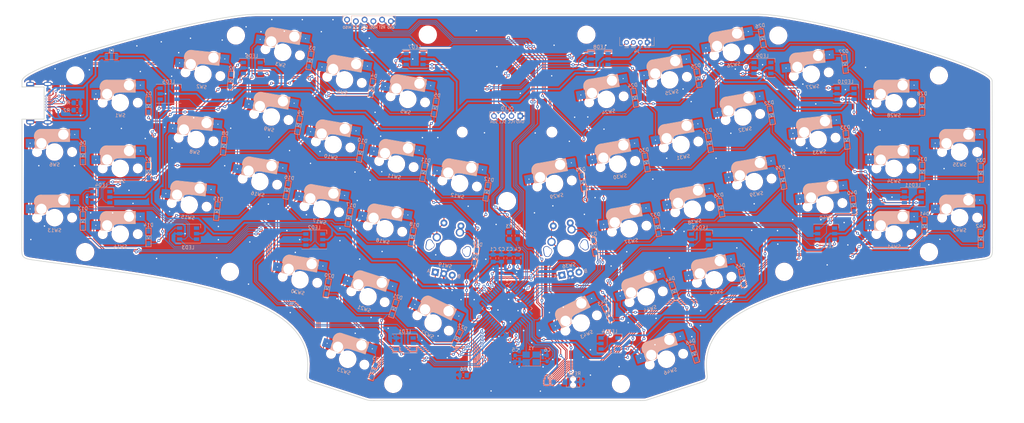
<source format=kicad_pcb>
(kicad_pcb (version 20171130) (host pcbnew "(5.1.7)-1")
  (layers (0 F.Cu signal) (31 B.Cu signal) (34 B.Paste user) (35 F.Paste user) (36 B.SilkS user) (37 F.SilkS user) (38 B.Mask user) (39 F.Mask user) (44 Edge.Cuts user))
  (net 0 "")
  (net 1 VBUS)
  (net 2 GND)
  (net 3 AREF)
  (net 4 UCAP)
  (net 5 XTAL1)
  (net 6 XTAL2)
  (net 7 ROWL0)
  (net 8 "Net-(D1-Pad2)")
  (net 9 "Net-(D2-Pad2)")
  (net 10 "Net-(D3-Pad2)")
  (net 11 "Net-(D4-Pad2)")
  (net 12 "Net-(D5-Pad2)")
  (net 13 ROWL1)
  (net 14 "Net-(D6-Pad2)")
  (net 15 "Net-(D7-Pad2)")
  (net 16 "Net-(D8-Pad2)")
  (net 17 "Net-(D9-Pad2)")
  (net 18 "Net-(D10-Pad2)")
  (net 19 "Net-(D11-Pad2)")
  (net 20 "Net-(D12-Pad2)")
  (net 21 "Net-(D13-Pad2)")
  (net 22 ROWL2)
  (net 23 "Net-(D14-Pad2)")
  (net 24 "Net-(D15-Pad2)")
  (net 25 "Net-(D16-Pad2)")
  (net 26 "Net-(D17-Pad2)")
  (net 27 "Net-(D18-Pad2)")
  (net 28 "Net-(D19-Pad2)")
  (net 29 "Net-(D20-Pad2)")
  (net 30 ROWL3)
  (net 31 "Net-(D21-Pad2)")
  (net 32 "Net-(D22-Pad2)")
  (net 33 "Net-(D23-Pad2)")
  (net 34 "Net-(D24-Pad2)")
  (net 35 MISO)
  (net 36 "Net-(D25-Pad2)")
  (net 37 "Net-(D26-Pad2)")
  (net 38 "Net-(D27-Pad2)")
  (net 39 "Net-(D28-Pad2)")
  (net 40 MOSI)
  (net 41 "Net-(D29-Pad2)")
  (net 42 "Net-(D30-Pad2)")
  (net 43 "Net-(D31-Pad2)")
  (net 44 "Net-(D32-Pad2)")
  (net 45 "Net-(D33-Pad2)")
  (net 46 "Net-(D34-Pad2)")
  (net 47 "Net-(D35-Pad2)")
  (net 48 "Net-(D36-Pad2)")
  (net 49 ROWR2)
  (net 50 "Net-(D37-Pad2)")
  (net 51 "Net-(D38-Pad2)")
  (net 52 "Net-(D39-Pad2)")
  (net 53 "Net-(D40-Pad2)")
  (net 54 "Net-(D41-Pad2)")
  (net 55 "Net-(D42-Pad2)")
  (net 56 ROWR3)
  (net 57 "Net-(D43-Pad2)")
  (net 58 "Net-(D44-Pad2)")
  (net 59 "Net-(D45-Pad2)")
  (net 60 "Net-(D46-Pad2)")
  (net 61 UVBUS)
  (net 62 "Net-(J1-PadB8)")
  (net 63 UDN)
  (net 64 UDP)
  (net 65 /CC2)
  (net 66 "Net-(J1-PadB11)")
  (net 67 "Net-(J1-PadB10)")
  (net 68 "Net-(J1-PadA2)")
  (net 69 "Net-(J1-PadA3)")
  (net 70 /CC1)
  (net 71 "Net-(J1-PadA8)")
  (net 72 "Net-(J1-PadA10)")
  (net 73 "Net-(J1-PadA11)")
  (net 74 "Net-(J1-PadB3)")
  (net 75 "Net-(J1-PadB2)")
  (net 76 SDA)
  (net 77 SCL)
  (net 78 RESET)
  (net 79 LED)
  (net 80 "Net-(LED1-Pad3)")
  (net 81 "Net-(LED1-Pad1)")
  (net 82 "Net-(LED2-Pad1)")
  (net 83 "Net-(LED2-Pad3)")
  (net 84 "Net-(LED3-Pad3)")
  (net 85 "Net-(LED3-Pad1)")
  (net 86 "Net-(LED4-Pad1)")
  (net 87 "Net-(LED4-Pad3)")
  (net 88 "Net-(LED5-Pad3)")
  (net 89 "Net-(LED5-Pad1)")
  (net 90 "Net-(LED6-Pad1)")
  (net 91 "Net-(LED6-Pad3)")
  (net 92 "Net-(LED7-Pad1)")
  (net 93 "Net-(LED7-Pad3)")
  (net 94 "Net-(LED10-Pad6)")
  (net 95 "Net-(LED8-Pad1)")
  (net 96 "Net-(LED10-Pad4)")
  (net 97 "Net-(LED9-Pad1)")
  (net 98 "Net-(LED10-Pad1)")
  (net 99 "Net-(LED10-Pad3)")
  (net 100 "Net-(LED11-Pad3)")
  (net 101 "Net-(LED11-Pad1)")
  (net 102 "Net-(LED12-Pad1)")
  (net 103 "Net-(LED12-Pad3)")
  (net 104 "Net-(LED13-Pad3)")
  (net 105 "Net-(LED13-Pad1)")
  (net 106 "Net-(LED14-Pad1)")
  (net 107 "Net-(LED14-Pad3)")
  (net 108 DN)
  (net 109 DP)
  (net 110 HWB)
  (net 111 COL1)
  (net 112 COL2)
  (net 113 COL3)
  (net 114 COL4)
  (net 115 COL5)
  (net 116 COL0)
  (net 117 COL6)
  (net 118 ENCL2)
  (net 119 ENCL1)
  (net 120 ENCR1)
  (net 121 ENCR2)
  (net 122 "Net-(U1-Pad1)")
  (net 123 "Net-(U1-Pad12)")
  (net 124 "Net-(U1-Pad20)")
  (module 1m38_kbd:SW_PUSH_SMD_TVAF06-A020B-R_HandSolder (layer B.Cu) (at 184.13 132.6)
    (fp_text reference SW47 hide)
    (fp_text value SW_Push)
    (pad 1 smd rect (at 2.325 0) (size 1.25 1.6) (layers B.Cu B.Paste B.Mask) (net 2 GND))
    (pad 2 smd rect (at -2.325 0) (size 1.25 1.6) (layers B.Cu B.Paste B.Mask) (net 78 RESET))
    (pad "" np_thru_hole circle (at 0 -0.9) (size 0.75 0.75) (drill 0.75) (layers *.Cu *.Mask))
    (pad "" np_thru_hole circle (at 0 0.9) (size 0.75 0.75) (drill 0.75) (layers *.Cu *.Mask))
  )
  (module digikey-footprints:USB-C_Female_CX70M-24P1 (layer F.Cu) (at 31.29 51.68 270)
    (fp_text reference J1 hide)
    (fp_text value CX70M-24P1)
    (pad SH smd rect (at 5.17 5.62 270) (size 0.65 0.26) (layers F.Cu F.Paste F.Mask) (net 2 GND))
    (pad SH smd rect (at 5.17 3.58 270) (size 0.65 0.26) (layers F.Cu F.Paste F.Mask) (net 2 GND))
    (pad SH smd rect (at 4.97 4.6 270) (size 0.25 2.3) (layers F.Cu F.Paste F.Mask) (net 2 GND))
    (pad SH smd rect (at -5.22 5.62 270) (size 0.65 0.26) (layers F.Cu F.Paste F.Mask) (net 2 GND))
    (pad B12 smd rect (at -3.4 -0.925 270) (size 0.23 0.85) (layers F.Cu F.Paste F.Mask) (net 2 GND) (clearance 0.17))
    (pad B9 thru_hole circle (at -2 0 270) (size 0.6 0.6) (drill 0.4) (layers *.Cu *.Mask) (net 61 UVBUS))
    (pad B8 thru_hole circle (at -1.2 0 270) (size 0.6 0.6) (drill 0.4) (layers *.Cu *.Mask) (net 62 "Net-(J1-PadB8)"))
    (pad B7 thru_hole circle (at -0.4 0 270) (size 0.6 0.6) (drill 0.4) (layers *.Cu *.Mask) (net 63 UDN))
    (pad B6 thru_hole circle (at 0.4 0 270) (size 0.6 0.6) (drill 0.4) (layers *.Cu *.Mask) (net 64 UDP))
    (pad B5 thru_hole circle (at 1.2 0 270) (size 0.6 0.6) (drill 0.4) (layers *.Cu *.Mask) (net 65 /CC2))
    (pad B4 thru_hole circle (at 2 0 270) (size 0.6 0.6) (drill 0.4) (layers *.Cu *.Mask) (net 61 UVBUS))
    (pad "" smd rect (at -3.915 -0.925 270) (size 0.46 0.85) (layers F.Cu F.Paste F.Mask) (clearance 0.17))
    (pad B11 smd rect (at -3 -0.925 270) (size 0.23 0.85) (layers F.Cu F.Paste F.Mask) (net 66 "Net-(J1-PadB11)"))
    (pad B10 smd rect (at -2.6 -0.925 270) (size 0.23 0.85) (layers F.Cu F.Paste F.Mask) (net 67 "Net-(J1-PadB10)"))
    (pad A1 smd rect (at -2.2 -0.925 270) (size 0.23 0.85) (layers F.Cu F.Paste F.Mask) (net 2 GND) (clearance 0.17))
    (pad A2 smd rect (at -1.8 -0.925 270) (size 0.23 0.85) (layers F.Cu F.Paste F.Mask) (net 68 "Net-(J1-PadA2)"))
    (pad A3 smd rect (at -1.4 -0.925 270) (size 0.23 0.85) (layers F.Cu F.Paste F.Mask) (net 69 "Net-(J1-PadA3)"))
    (pad A4 smd rect (at -1 -0.925 270) (size 0.23 0.85) (layers F.Cu F.Paste F.Mask) (net 61 UVBUS))
    (pad A5 smd rect (at -0.6 -0.925 270) (size 0.23 0.85) (layers F.Cu F.Paste F.Mask) (net 70 /CC1))
    (pad A6 smd rect (at -0.2 -0.925 270) (size 0.23 0.85) (layers F.Cu F.Paste F.Mask) (net 64 UDP))
    (pad A7 smd rect (at 0.2 -0.925 270) (size 0.23 0.85) (layers F.Cu F.Paste F.Mask) (net 63 UDN))
    (pad A8 smd rect (at 0.6 -0.925 270) (size 0.23 0.85) (layers F.Cu F.Paste F.Mask) (net 71 "Net-(J1-PadA8)"))
    (pad A9 smd rect (at 1 -0.925 270) (size 0.23 0.85) (layers F.Cu F.Paste F.Mask) (net 61 UVBUS))
    (pad A10 smd rect (at 1.4 -0.925 270) (size 0.23 0.85) (layers F.Cu F.Paste F.Mask) (net 72 "Net-(J1-PadA10)"))
    (pad A11 smd rect (at 1.8 -0.925 270) (size 0.23 0.85) (layers F.Cu F.Paste F.Mask) (net 73 "Net-(J1-PadA11)") (clearance 0.1))
    (pad A12 smd rect (at 2.2 -0.925 270) (size 0.23 0.85) (layers F.Cu F.Paste F.Mask) (net 2 GND) (clearance 0.17))
    (pad B3 smd rect (at 2.6 -0.925 270) (size 0.23 0.85) (layers F.Cu F.Paste F.Mask) (net 74 "Net-(J1-PadB3)") (clearance 0.1))
    (pad B2 smd rect (at 3 -0.925 270) (size 0.23 0.85) (layers F.Cu F.Paste F.Mask) (net 75 "Net-(J1-PadB2)"))
    (pad B1 smd rect (at 3.4 -0.925 270) (size 0.23 0.85) (layers F.Cu F.Paste F.Mask) (net 2 GND) (clearance 0.17))
    (pad "" smd rect (at 3.915 -0.925 270) (size 0.46 0.85) (layers F.Cu F.Paste F.Mask) (clearance 0.17))
    (pad SH thru_hole oval (at -5.55 -0.45 270) (size 1.2 2.3) (drill oval 0.6 1.7) (layers *.Cu *.Mask) (net 2 GND))
    (pad SH thru_hole oval (at 5.55 -0.45 270) (size 1.2 2.3) (drill oval 0.6 1.7) (layers *.Cu *.Mask) (net 2 GND))
    (pad SH thru_hole oval (at -5.55 4.6 270) (size 1.2 2.3) (drill oval 0.6 1.7) (layers *.Cu *.Mask) (net 2 GND))
    (pad SH thru_hole oval (at 5.55 4.6 270) (size 1.2 2.3) (drill oval 0.6 1.7) (layers *.Cu *.Mask) (net 2 GND))
    (pad SH smd rect (at -4.97 4.6 270) (size 0.25 2.3) (layers F.Cu F.Paste F.Mask) (net 2 GND))
    (pad SH smd rect (at -5.22 3.58 270) (size 0.65 0.26) (layers F.Cu F.Paste F.Mask) (net 2 GND))
    (pad SH smd rect (at -4.97 4.6 270) (size 0.25 2.3) (layers B.Cu B.Paste B.Mask) (net 2 GND))
    (pad SH smd rect (at -5.22 3.58 270) (size 0.65 0.26) (layers B.Cu B.Paste B.Mask) (net 2 GND))
    (pad SH smd rect (at -5.22 5.62 270) (size 0.65 0.26) (layers B.Cu B.Paste B.Mask) (net 2 GND))
    (pad SH smd rect (at 4.97 4.6 270) (size 0.25 2.3) (layers B.Cu B.Paste B.Mask) (net 2 GND))
    (pad SH smd rect (at 5.17 5.62 270) (size 0.65 0.26) (layers B.Cu B.Paste B.Mask) (net 2 GND))
    (pad SH smd rect (at 5.17 3.58 270) (size 0.65 0.26) (layers B.Cu B.Paste B.Mask) (net 2 GND))
  )
  (module Package_QFP:TQFP-44_10x10mm_P0.8mm (layer B.Cu) (at 165 111.24 225)
    (fp_text reference U1 (at 0 7.45 45) (layer B.SilkS) (effects (justify mirror)))
    (fp_text value ATmega32U4-AU)
    (pad 1 smd rect (at -5.7 4 225) (size 1.5 0.55) (layers B.Cu B.Paste B.Mask) (net 122 "Net-(U1-Pad1)"))
    (pad 2 smd rect (at -5.7 3.2 225) (size 1.5 0.55) (layers B.Cu B.Paste B.Mask) (net 1 VBUS))
    (pad 3 smd rect (at -5.7 2.4 225) (size 1.5 0.55) (layers B.Cu B.Paste B.Mask) (net 108 DN))
    (pad 4 smd rect (at -5.7 1.6 225) (size 1.5 0.55) (layers B.Cu B.Paste B.Mask) (net 109 DP))
    (pad 5 smd rect (at -5.7 0.8 225) (size 1.5 0.55) (layers B.Cu B.Paste B.Mask) (net 2 GND))
    (pad 6 smd rect (at -5.7 0 225) (size 1.5 0.55) (layers B.Cu B.Paste B.Mask) (net 4 UCAP))
    (pad 7 smd rect (at -5.7 -0.8 225) (size 1.5 0.55) (layers B.Cu B.Paste B.Mask) (net 1 VBUS))
    (pad 8 smd rect (at -5.7 -1.6 225) (size 1.5 0.55) (layers B.Cu B.Paste B.Mask) (net 56 ROWR3))
    (pad 9 smd rect (at -5.7 -2.4 225) (size 1.5 0.55) (layers B.Cu B.Paste B.Mask) (net 49 ROWR2))
    (pad 10 smd rect (at -5.7 -3.2 225) (size 1.5 0.55) (layers B.Cu B.Paste B.Mask) (net 40 MOSI))
    (pad 11 smd rect (at -5.7 -4 225) (size 1.5 0.55) (layers B.Cu B.Paste B.Mask) (net 35 MISO))
    (pad 12 smd rect (at -4 -5.7 135) (size 1.5 0.55) (layers B.Cu B.Paste B.Mask) (net 123 "Net-(U1-Pad12)"))
    (pad 13 smd rect (at -3.2 -5.7 135) (size 1.5 0.55) (layers B.Cu B.Paste B.Mask) (net 78 RESET))
    (pad 14 smd rect (at -2.4 -5.7 135) (size 1.5 0.55) (layers B.Cu B.Paste B.Mask) (net 1 VBUS))
    (pad 15 smd rect (at -1.6 -5.7 135) (size 1.5 0.55) (layers B.Cu B.Paste B.Mask) (net 2 GND))
    (pad 16 smd rect (at -0.8 -5.7 135) (size 1.5 0.55) (layers B.Cu B.Paste B.Mask) (net 6 XTAL2))
    (pad 17 smd rect (at 0 -5.7 135) (size 1.5 0.55) (layers B.Cu B.Paste B.Mask) (net 5 XTAL1))
    (pad 18 smd rect (at 0.8 -5.7 135) (size 1.5 0.55) (layers B.Cu B.Paste B.Mask) (net 77 SCL))
    (pad 19 smd rect (at 1.6 -5.7 135) (size 1.5 0.55) (layers B.Cu B.Paste B.Mask) (net 76 SDA))
    (pad 20 smd rect (at 2.4 -5.7 135) (size 1.5 0.55) (layers B.Cu B.Paste B.Mask) (net 124 "Net-(U1-Pad20)"))
    (pad 21 smd rect (at 3.2 -5.7 135) (size 1.5 0.55) (layers B.Cu B.Paste B.Mask) (net 116 COL0))
    (pad 22 smd rect (at 4 -5.7 135) (size 1.5 0.55) (layers B.Cu B.Paste B.Mask) (net 111 COL1))
    (pad 23 smd rect (at 5.7 -4 225) (size 1.5 0.55) (layers B.Cu B.Paste B.Mask) (net 2 GND))
    (pad 24 smd rect (at 5.7 -3.2 225) (size 1.5 0.55) (layers B.Cu B.Paste B.Mask) (net 1 VBUS))
    (pad 25 smd rect (at 5.7 -2.4 225) (size 1.5 0.55) (layers B.Cu B.Paste B.Mask) (net 112 COL2))
    (pad 26 smd rect (at 5.7 -1.6 225) (size 1.5 0.55) (layers B.Cu B.Paste B.Mask) (net 113 COL3))
    (pad 27 smd rect (at 5.7 -0.8 225) (size 1.5 0.55) (layers B.Cu B.Paste B.Mask) (net 114 COL4))
    (pad 28 smd rect (at 5.7 0 225) (size 1.5 0.55) (layers B.Cu B.Paste B.Mask) (net 115 COL5))
    (pad 29 smd rect (at 5.7 0.8 225) (size 1.5 0.55) (layers B.Cu B.Paste B.Mask) (net 117 COL6))
    (pad 30 smd rect (at 5.7 1.6 225) (size 1.5 0.55) (layers B.Cu B.Paste B.Mask) (net 79 LED))
    (pad 31 smd rect (at 5.7 2.4 225) (size 1.5 0.55) (layers B.Cu B.Paste B.Mask) (net 30 ROWL3))
    (pad 32 smd rect (at 5.7 3.2 225) (size 1.5 0.55) (layers B.Cu B.Paste B.Mask) (net 22 ROWL2))
    (pad 33 smd rect (at 5.7 4 225) (size 1.5 0.55) (layers B.Cu B.Paste B.Mask) (net 110 HWB))
    (pad 34 smd rect (at 4 5.7 135) (size 1.5 0.55) (layers B.Cu B.Paste B.Mask) (net 1 VBUS))
    (pad 35 smd rect (at 3.2 5.7 135) (size 1.5 0.55) (layers B.Cu B.Paste B.Mask) (net 2 GND))
    (pad 36 smd rect (at 2.4 5.7 135) (size 1.5 0.55) (layers B.Cu B.Paste B.Mask) (net 13 ROWL1))
    (pad 37 smd rect (at 1.6 5.7 135) (size 1.5 0.55) (layers B.Cu B.Paste B.Mask) (net 7 ROWL0))
    (pad 38 smd rect (at 0.8 5.7 135) (size 1.5 0.55) (layers B.Cu B.Paste B.Mask) (net 119 ENCL1))
    (pad 39 smd rect (at 0 5.7 135) (size 1.5 0.55) (layers B.Cu B.Paste B.Mask) (net 118 ENCL2))
    (pad 40 smd rect (at -0.8 5.7 135) (size 1.5 0.55) (layers B.Cu B.Paste B.Mask) (net 121 ENCR2))
    (pad 41 smd rect (at -1.6 5.7 135) (size 1.5 0.55) (layers B.Cu B.Paste B.Mask) (net 120 ENCR1))
    (pad 42 smd rect (at -2.4 5.7 135) (size 1.5 0.55) (layers B.Cu B.Paste B.Mask) (net 3 AREF))
    (pad 43 smd rect (at -3.2 5.7 135) (size 1.5 0.55) (layers B.Cu B.Paste B.Mask) (net 2 GND))
    (pad 44 smd rect (at -4 5.7 135) (size 1.5 0.55) (layers B.Cu B.Paste B.Mask) (net 1 VBUS))
  )
  (module 1m38_kbd:CherryMX_Hotswap_mod (layer F.Cu) (at 186.485697 115.463534 26)
    (fp_text reference SW43 (at 0 3.67 26) (layer B.SilkS) (effects (justify mirror)))
    (fp_text value SW_PUSH hide)
    (pad 1 thru_hole circle (at -7.085 -2.54 26) (size 0.6 0.6) (drill 0.3) (layers *.Cu *.Mask) (net 117 COL6))
    (pad 2 thru_hole circle (at 5.842 -5.08 26) (size 0.6 0.6) (drill 0.3) (layers *.Cu *.Mask) (net 57 "Net-(D43-Pad2)"))
    (pad "" np_thru_hole circle (at 2.54 -5.08 26) (size 3 3) (drill 3) (layers *.Cu *.Mask))
    (pad "" np_thru_hole circle (at -3.81 -2.54 26) (size 3 3) (drill 3) (layers *.Cu *.Mask))
    (pad 2 smd rect (at 5.842 -5.08 206) (size 2.55 2.5) (layers B.Cu B.Paste B.Mask) (net 57 "Net-(D43-Pad2)"))
    (pad "" np_thru_hole circle (at -5.08 0 26) (size 1.9 1.9) (drill 1.9) (layers *.Cu *.Mask))
    (pad "" np_thru_hole circle (at 5.08 0 26) (size 1.9 1.9) (drill 1.9) (layers *.Cu *.Mask))
    (pad "" np_thru_hole circle (at 0 0 116) (size 4.1 4.1) (drill 4.1) (layers *.Cu *.Mask))
    (pad 1 smd rect (at -7.085 -2.54 206) (size 2.55 2.5) (layers B.Cu B.Paste B.Mask) (net 117 COL6))
  )
  (module 1m38_kbd:OLED-0.96in (layer F.Cu) (at 165 56.7)
    (fp_text reference J2)
    (fp_text value OLED_I2C)
    (fp_text user SDA (at -3.81 0.4) (layer B.SilkS) (effects (font (size 0.8 0.8) (thickness 0.12)) (justify mirror)))
    (fp_text user SCL (at -1.27 0.4) (layer B.SilkS) (effects (font (size 0.8 0.8) (thickness 0.12)) (justify mirror)))
    (fp_text user VCC (at 1.27 0.4) (layer B.SilkS) (effects (font (size 0.8 0.8) (thickness 0.12)) (justify mirror)))
    (fp_text user GND (at 3.81 0.4) (layer B.SilkS) (effects (font (size 0.8 0.8) (thickness 0.12)) (justify mirror)))
    (fp_text user OLED (at 0 -3.47 180) (layer B.SilkS) (effects (justify mirror)))
    (pad 4 thru_hole circle (at -3.81 -1.27 180) (size 1.6 1.6) (drill 1) (layers *.Cu *.Mask) (net 76 SDA))
    (pad 3 thru_hole circle (at -1.27 -1.27 180) (size 1.6 1.6) (drill 1) (layers *.Cu *.Mask) (net 77 SCL))
    (pad 2 thru_hole circle (at 1.27 -1.27 180) (size 1.6 1.6) (drill 1) (layers *.Cu *.Mask) (net 1 VBUS))
    (pad 1 thru_hole rect (at 3.81 -1.27 180) (size 1.6 1.6) (drill 1) (layers *.Cu *.Mask) (net 2 GND))
  )
  (module Resistor_SMD:R_0805_2012Metric_Pad1.20x1.40mm_HandSolder (layer B.Cu) (at 152.3 130.61)
    (fp_text reference R6 (at -0.01 -1.79) (layer B.SilkS) (effects (justify mirror)))
    (fp_text value 10k)
    (pad 2 smd roundrect (at 1 0) (size 1.2 1.4) (layers B.Cu B.Paste B.Mask) (roundrect_rratio 0.2083325) (net 110 HWB))
    (pad 1 smd roundrect (at -1 0) (size 1.2 1.4) (layers B.Cu B.Paste B.Mask) (roundrect_rratio 0.2083325) (net 2 GND))
  )
  (module Resistor_SMD:R_0805_2012Metric_Pad1.20x1.40mm_HandSolder (layer B.Cu) (at 165.63 90.13 90)
    (fp_text reference R3 (at 2.68 0 180) (layer B.SilkS) (effects (justify mirror)))
    (fp_text value 22)
    (pad 2 smd roundrect (at 1 0 90) (size 1.2 1.4) (layers B.Cu B.Paste B.Mask) (roundrect_rratio 0.2083325) (net 63 UDN))
    (pad 1 smd roundrect (at -1 0 90) (size 1.2 1.4) (layers B.Cu B.Paste B.Mask) (roundrect_rratio 0.2083325) (net 108 DN))
  )
  (module 1m38_kbd:RotaryEncoder_Alps_EC11E-and-CherryMX-Single (layer F.Cu) (at 182.071668 93.771438 10)
    (fp_text reference SW36 (at 0 5.08 190) (layer B.SilkS) (effects (justify mirror)))
    (fp_text value Rotary_Encoder_Switch)
    (fp_text user B (at 4.5 7.5 10) (layer B.SilkS) (effects (justify mirror)))
    (fp_text user A (at -4.5 7.5 10) (layer B.SilkS) (effects (justify mirror)))
    (pad S2 thru_hole circle (at 2.54 -5.08 10) (size 2.4 2.4) (drill 1.6) (layers *.Cu *.Mask) (net 48 "Net-(D36-Pad2)"))
    (pad "" np_thru_hole circle (at 0 0 10) (size 3.9878 3.9878) (drill 3.9878) (layers *.Cu *.Mask))
    (pad S1 thru_hole circle (at -3.81 -2.54 10) (size 2.4 2.4) (drill 1.6) (layers *.Cu *.Mask) (net 117 COL6))
    (pad "" thru_hole circle (at -5.08 0 58) (size 2 2) (drill 1.75) (layers *.Cu *.Mask))
    (pad "" thru_hole circle (at 5.08 0 58) (size 2 2) (drill 1.75) (layers *.Cu *.Mask))
    (pad A thru_hole rect (at -2.5 7.5 100) (size 2 2) (drill 1) (layers *.Cu *.Mask) (net 120 ENCR1))
    (pad C thru_hole circle (at 0 7.5 100) (size 2 2) (drill 1) (layers *.Cu *.Mask) (net 2 GND))
    (pad B thru_hole circle (at 2.5 7.5 100) (size 2 2) (drill 1) (layers *.Cu *.Mask) (net 121 ENCR2))
    (pad "" thru_hole oval (at -5.6 0 100) (size 3.2 2) (drill oval 2.8 1.5) (layers *.Cu *.Mask))
    (pad "" thru_hole oval (at 5.6 0 100) (size 3.2 2) (drill oval 2.8 1.5) (layers *.Cu *.Mask))
    (pad S1 thru_hole circle (at -2.5 -7 100) (size 2 2) (drill 1) (layers *.Cu *.Mask) (net 117 COL6))
    (pad S2 thru_hole circle (at 2.5 -7 100) (size 2 2) (drill 1) (layers *.Cu *.Mask) (net 48 "Net-(D36-Pad2)"))
  )
  (module MountingHole:MountingHole_2.2mm_M2 (layer F.Cu) (at 178 60.1)
    (fp_text reference HOLE15 hide)
    (fp_text value MountingHole_2.2mm_M2)
    (pad 1 np_thru_hole circle (at 0 0) (size 2.2 2.2) (drill 2.2) (layers *.Cu *.Mask))
  )
  (module MountingHole:MountingHole_2.2mm_M2 (layer F.Cu) (at 152 60.1)
    (fp_text reference HOLE14 hide)
    (fp_text value MountingHole_2.2mm_M2)
    (pad 1 np_thru_hole circle (at 0 0) (size 2.2 2.2) (drill 2.2) (layers *.Cu *.Mask))
  )
  (module foostan_kbd:M2_HOLE_v2 (layer F.Cu) (at 164.98 80.1)
    (fp_text reference HOLE13 hide)
    (fp_text value Val** hide)
    (pad "" np_thru_hole circle (at 0 0) (size 4.3 4.3) (drill 4.3) (layers *.Cu *.Mask))
  )
  (module foostan_kbd:M2_HOLE_v2 (layer F.Cu) (at 198.020001 133.12)
    (fp_text reference HOLE12 hide)
    (fp_text value Val** hide)
    (pad "" np_thru_hole circle (at 0 0) (size 4.3 4.3) (drill 4.3) (layers *.Cu *.Mask))
  )
  (module foostan_kbd:M2_HOLE_v2 (layer F.Cu) (at 245.38 100.61)
    (fp_text reference HOLE11 hide)
    (fp_text value Val** hide)
    (pad "" np_thru_hole circle (at 0 0) (size 4.3 4.3) (drill 4.3) (layers *.Cu *.Mask))
  )
  (module foostan_kbd:M2_HOLE_v2 (layer F.Cu) (at 287.36 94.9)
    (fp_text reference HOLE10 hide)
    (fp_text value Val** hide)
    (pad "" np_thru_hole circle (at 0 0) (size 4.3 4.3) (drill 4.3) (layers *.Cu *.Mask))
  )
  (module foostan_kbd:M2_HOLE_v2 (layer F.Cu) (at 290.24 43.68)
    (fp_text reference HOLE9 hide)
    (fp_text value Val** hide)
    (pad "" np_thru_hole circle (at 0 0) (size 4.3 4.3) (drill 4.3) (layers *.Cu *.Mask))
  )
  (module foostan_kbd:M2_HOLE_v2 (layer F.Cu) (at 243.66 32.08)
    (fp_text reference HOLE8 hide)
    (fp_text value Val** hide)
    (pad "" np_thru_hole circle (at 0 0) (size 4.3 4.3) (drill 4.3) (layers *.Cu *.Mask))
  )
  (module foostan_kbd:M2_HOLE_v2 (layer F.Cu) (at 188.01 31.84)
    (fp_text reference HOLE7 hide)
    (fp_text value Val** hide)
    (pad "" np_thru_hole circle (at 0 0) (size 4.3 4.3) (drill 4.3) (layers *.Cu *.Mask))
  )
  (module foostan_kbd:M2_HOLE_v2 (layer F.Cu) (at 141.99 31.84)
    (fp_text reference HOLE6 hide)
    (fp_text value Val** hide)
    (pad "" np_thru_hole circle (at 0 0) (size 4.3 4.3) (drill 4.3) (layers *.Cu *.Mask))
  )
  (module foostan_kbd:M2_HOLE_v2 (layer F.Cu) (at 86.34 32.08)
    (fp_text reference HOLE5 hide)
    (fp_text value Val** hide)
    (pad "" np_thru_hole circle (at 0 0) (size 4.3 4.3) (drill 4.3) (layers *.Cu *.Mask))
  )
  (module foostan_kbd:M2_HOLE_v2 (layer F.Cu) (at 39.76 43.68)
    (fp_text reference HOLE4 hide)
    (fp_text value Val** hide)
    (pad "" np_thru_hole circle (at 0 0) (size 4.3 4.3) (drill 4.3) (layers *.Cu *.Mask))
  )
  (module foostan_kbd:M2_HOLE_v2 (layer F.Cu) (at 42.64 94.9)
    (fp_text reference HOLE3 hide)
    (fp_text value Val** hide)
    (pad "" np_thru_hole circle (at 0 0) (size 4.3 4.3) (drill 4.3) (layers *.Cu *.Mask))
  )
  (module foostan_kbd:M2_HOLE_v2 (layer F.Cu) (at 84.62 100.61)
    (fp_text reference HOLE2 hide)
    (fp_text value Val** hide)
    (pad "" np_thru_hole circle (at 0 0) (size 4.3 4.3) (drill 4.3) (layers *.Cu *.Mask))
  )
  (module foostan_kbd:M2_HOLE_v2 (layer F.Cu) (at 131.979999 133.12)
    (fp_text reference HOLE1 hide)
    (fp_text value Val** hide)
    (pad "" np_thru_hole circle (at 0 0) (size 4.3 4.3) (drill 4.3) (layers *.Cu *.Mask))
  )
  (module Capacitor_SMD:C_0805_2012Metric_Pad1.18x1.45mm_HandSolder (layer B.Cu) (at 160.96 96.66 270)
    (fp_text reference C1 (at -2.57 0.01 180) (layer B.SilkS) (effects (justify mirror)))
    (fp_text value 10u)
    (pad 2 smd roundrect (at 1.0375 0 270) (size 1.175 1.45) (layers B.Cu B.Paste B.Mask) (roundrect_rratio 0.2127659574468085) (net 1 VBUS))
    (pad 1 smd roundrect (at -1.0375 0 270) (size 1.175 1.45) (layers B.Cu B.Paste B.Mask) (roundrect_rratio 0.2127659574468085) (net 2 GND))
  )
  (module Capacitor_SMD:C_0805_2012Metric_Pad1.18x1.45mm_HandSolder (layer B.Cu) (at 163.333333 96.66 270)
    (fp_text reference C2 (at -2.57 -0.08 180) (layer B.SilkS) (effects (justify mirror)))
    (fp_text value 0.1u)
    (pad 1 smd roundrect (at -1.0375 0 270) (size 1.175 1.45) (layers B.Cu B.Paste B.Mask) (roundrect_rratio 0.2127659574468085) (net 2 GND))
    (pad 2 smd roundrect (at 1.0375 0 270) (size 1.175 1.45) (layers B.Cu B.Paste B.Mask) (roundrect_rratio 0.2127659574468085) (net 1 VBUS))
  )
  (module Capacitor_SMD:C_0805_2012Metric_Pad1.18x1.45mm_HandSolder (layer B.Cu) (at 165.706666 96.66 90)
    (fp_text reference C3 (at 2.62 0 180) (layer B.SilkS) (effects (justify mirror)))
    (fp_text value 0.1u)
    (pad 2 smd roundrect (at 1.0375 0 90) (size 1.175 1.45) (layers B.Cu B.Paste B.Mask) (roundrect_rratio 0.2127659574468085) (net 2 GND))
    (pad 1 smd roundrect (at -1.0375 0 90) (size 1.175 1.45) (layers B.Cu B.Paste B.Mask) (roundrect_rratio 0.2127659574468085) (net 3 AREF))
  )
  (module Capacitor_SMD:C_0805_2012Metric_Pad1.18x1.45mm_HandSolder (layer B.Cu) (at 168.08 96.66 90)
    (fp_text reference C4 (at 2.54 -0.02 180) (layer B.SilkS) (effects (justify mirror)))
    (fp_text value 1u)
    (pad 1 smd roundrect (at -1.0375 0 90) (size 1.175 1.45) (layers B.Cu B.Paste B.Mask) (roundrect_rratio 0.2127659574468085) (net 4 UCAP))
    (pad 2 smd roundrect (at 1.0375 0 90) (size 1.175 1.45) (layers B.Cu B.Paste B.Mask) (roundrect_rratio 0.2127659574468085) (net 2 GND))
  )
  (module Capacitor_SMD:C_0603_1608Metric_Pad1.08x0.95mm_HandSolder (layer B.Cu) (at 167.31 125.74 270)
    (fp_text reference C5 (at -2.5 0 180) (layer B.SilkS) (effects (justify mirror)))
    (fp_text value 22p)
    (pad 2 smd roundrect (at 0.8625 0 270) (size 1.075 0.95) (layers B.Cu B.Paste B.Mask) (net 2 GND))
    (pad 1 smd roundrect (at -0.8625 0 270) (size 1.075 0.95) (layers B.Cu B.Paste B.Mask) (net 5 XTAL1))
  )
  (module Capacitor_SMD:C_0603_1608Metric_Pad1.08x0.95mm_HandSolder (layer B.Cu) (at 176.64 125.74 90)
    (fp_text reference C6 (at 2.5 0 180) (layer B.SilkS) (effects (justify mirror)))
    (fp_text value 22p)
    (pad 1 smd roundrect (at -0.8625 0 90) (size 1.075 0.95) (layers B.Cu B.Paste B.Mask) (net 6 XTAL2))
    (pad 2 smd roundrect (at 0.8625 0 90) (size 1.075 0.95) (layers B.Cu B.Paste B.Mask) (net 2 GND))
  )
  (module 1m38_kbd:D3_SMD_v2_silk (layer B.Cu) (at 60.991499 52.5275 90)
    (fp_text reference D1 (at 3.6 0 180) (layer B.SilkS) (effects (justify mirror)))
    (fp_text value D hide)
    (pad 1 smd rect (at -1.775 0 90) (size 1.4 1) (layers B.Cu B.Paste B.Mask) (net 7 ROWL0))
    (pad 2 smd rect (at 1.775 0 90) (size 1.4 1) (layers B.Cu B.Paste B.Mask) (net 8 "Net-(D1-Pad2)"))
  )
  (module 1m38_kbd:D3_SMD_v2_silk (layer B.Cu) (at 84.823051 45.110055 84)
    (fp_text reference D2 (at 3.6 0 174) (layer B.SilkS) (effects (justify mirror)))
    (fp_text value D hide)
    (pad 1 smd rect (at -1.775 0 84) (size 1.4 1) (layers B.Cu B.Paste B.Mask) (net 7 ROWL0))
    (pad 2 smd rect (at 1.775 0 84) (size 1.4 1) (layers B.Cu B.Paste B.Mask) (net 9 "Net-(D2-Pad2)"))
  )
  (module 1m38_kbd:D3_SMD_v2_silk (layer B.Cu) (at 107.818216 39.306443 80)
    (fp_text reference D3 (at 3.6 0 170) (layer B.SilkS) (effects (justify mirror)))
    (fp_text value D hide)
    (pad 2 smd rect (at 1.775 0 80) (size 1.4 1) (layers B.Cu B.Paste B.Mask) (net 10 "Net-(D3-Pad2)"))
    (pad 1 smd rect (at -1.775 0 80) (size 1.4 1) (layers B.Cu B.Paste B.Mask) (net 7 ROWL0))
  )
  (module 1m38_kbd:D3_SMD_v2_silk (layer B.Cu) (at 125.751804 47.304588 80)
    (fp_text reference D4 (at 3.6 0 170) (layer B.SilkS) (effects (justify mirror)))
    (fp_text value D hide)
    (pad 1 smd rect (at -1.775 0 80) (size 1.4 1) (layers B.Cu B.Paste B.Mask) (net 7 ROWL0))
    (pad 2 smd rect (at 1.775 0 80) (size 1.4 1) (layers B.Cu B.Paste B.Mask) (net 11 "Net-(D4-Pad2)"))
  )
  (module 1m38_kbd:D3_SMD_v2_silk (layer B.Cu) (at 144.098892 52.957659 80)
    (fp_text reference D5 (at 3.6 0 170) (layer B.SilkS) (effects (justify mirror)))
    (fp_text value D hide)
    (pad 2 smd rect (at 1.775 0 80) (size 1.4 1) (layers B.Cu B.Paste B.Mask) (net 12 "Net-(D5-Pad2)"))
    (pad 1 smd rect (at -1.775 0 80) (size 1.4 1) (layers B.Cu B.Paste B.Mask) (net 7 ROWL0))
  )
  (module 1m38_kbd:D3_SMD_v2_silk (layer B.Cu) (at 41.9415 66.815 90)
    (fp_text reference D6 (at 3.6 0 180) (layer B.SilkS) (effects (justify mirror)))
    (fp_text value D hide)
    (pad 1 smd rect (at -1.775 0 90) (size 1.4 1) (layers B.Cu B.Paste B.Mask) (net 13 ROWL1))
    (pad 2 smd rect (at 1.775 0 90) (size 1.4 1) (layers B.Cu B.Paste B.Mask) (net 14 "Net-(D6-Pad2)"))
  )
  (module 1m38_kbd:D3_SMD_v2_silk (layer B.Cu) (at 60.991499 71.5775 90)
    (fp_text reference D7 (at 3.6 0 180) (layer B.SilkS) (effects (justify mirror)))
    (fp_text value D hide)
    (pad 1 smd rect (at -1.775 0 90) (size 1.4 1) (layers B.Cu B.Paste B.Mask) (net 13 ROWL1))
    (pad 2 smd rect (at 1.775 0 90) (size 1.4 1) (layers B.Cu B.Paste B.Mask) (net 15 "Net-(D7-Pad2)"))
  )
  (module 1m38_kbd:D3_SMD_v2_silk (layer B.Cu) (at 82.831783 64.055697 84)
    (fp_text reference D8 (at 3.6 0 174) (layer B.SilkS) (effects (justify mirror)))
    (fp_text value D hide)
    (pad 2 smd rect (at 1.775 0 84) (size 1.4 1) (layers B.Cu B.Paste B.Mask) (net 16 "Net-(D8-Pad2)"))
    (pad 1 smd rect (at -1.775 0 84) (size 1.4 1) (layers B.Cu B.Paste B.Mask) (net 13 ROWL1))
  )
  (module 1m38_kbd:D3_SMD_v2_silk (layer B.Cu) (at 104.510218 58.067031 80)
    (fp_text reference D9 (at 3.6 0 170) (layer B.SilkS) (effects (justify mirror)))
    (fp_text value D hide)
    (pad 2 smd rect (at 1.775 0 80) (size 1.4 1) (layers B.Cu B.Paste B.Mask) (net 17 "Net-(D9-Pad2)"))
    (pad 1 smd rect (at -1.775 0 80) (size 1.4 1) (layers B.Cu B.Paste B.Mask) (net 13 ROWL1))
  )
  (module 1m38_kbd:D3_SMD_v2_silk (layer B.Cu) (at 122.443806 66.065176 80)
    (fp_text reference D10 (at 3.6 0 170) (layer B.SilkS) (effects (justify mirror)))
    (fp_text value D hide)
    (pad 1 smd rect (at -1.775 0 80) (size 1.4 1) (layers B.Cu B.Paste B.Mask) (net 13 ROWL1))
    (pad 2 smd rect (at 1.775 0 80) (size 1.4 1) (layers B.Cu B.Paste B.Mask) (net 18 "Net-(D10-Pad2)"))
  )
  (module 1m38_kbd:D3_SMD_v2_silk (layer B.Cu) (at 140.790894 71.718247 80)
    (fp_text reference D11 (at 3.6 0 170) (layer B.SilkS) (effects (justify mirror)))
    (fp_text value D hide)
    (pad 2 smd rect (at 1.775 0 80) (size 1.4 1) (layers B.Cu B.Paste B.Mask) (net 19 "Net-(D11-Pad2)"))
    (pad 1 smd rect (at -1.775 0 80) (size 1.4 1) (layers B.Cu B.Paste B.Mask) (net 13 ROWL1))
  )
  (module 1m38_kbd:D3_SMD_v2_silk (layer B.Cu) (at 159.137982 77.371318 80)
    (fp_text reference D12 (at 3.6 0 170) (layer B.SilkS) (effects (justify mirror)))
    (fp_text value D hide)
    (pad 2 smd rect (at 1.775 0 80) (size 1.4 1) (layers B.Cu B.Paste B.Mask) (net 20 "Net-(D12-Pad2)"))
    (pad 1 smd rect (at -1.775 0 80) (size 1.4 1) (layers B.Cu B.Paste B.Mask) (net 13 ROWL1))
  )
  (module 1m38_kbd:D3_SMD_v2_silk (layer B.Cu) (at 41.9415 85.865 90)
    (fp_text reference D13 (at 3.6 0 180) (layer B.SilkS) (effects (justify mirror)))
    (fp_text value D hide)
    (pad 2 smd rect (at 1.775 0 90) (size 1.4 1) (layers B.Cu B.Paste B.Mask) (net 21 "Net-(D13-Pad2)"))
    (pad 1 smd rect (at -1.775 0 90) (size 1.4 1) (layers B.Cu B.Paste B.Mask) (net 22 ROWL2))
  )
  (module 1m38_kbd:D3_SMD_v2_silk (layer B.Cu) (at 60.991499 90.6275 90)
    (fp_text reference D14 (at 3.6 0 180) (layer B.SilkS) (effects (justify mirror)))
    (fp_text value D hide)
    (pad 1 smd rect (at -1.775 0 90) (size 1.4 1) (layers B.Cu B.Paste B.Mask) (net 22 ROWL2))
    (pad 2 smd rect (at 1.775 0 90) (size 1.4 1) (layers B.Cu B.Paste B.Mask) (net 23 "Net-(D14-Pad2)"))
  )
  (module 1m38_kbd:D3_SMD_v2_silk (layer B.Cu) (at 80.840516 83.001339 84)
    (fp_text reference D15 (at 3.6 0 174) (layer B.SilkS) (effects (justify mirror)))
    (fp_text value D hide)
    (pad 2 smd rect (at 1.775 0 84) (size 1.4 1) (layers B.Cu B.Paste B.Mask) (net 24 "Net-(D15-Pad2)"))
    (pad 1 smd rect (at -1.775 0 84) (size 1.4 1) (layers B.Cu B.Paste B.Mask) (net 22 ROWL2))
  )
  (module 1m38_kbd:D3_SMD_v2_silk (layer B.Cu) (at 101.20222 76.827619 80)
    (fp_text reference D16 (at 3.6 0 170) (layer B.SilkS) (effects (justify mirror)))
    (fp_text value D hide)
    (pad 1 smd rect (at -1.775 0 80) (size 1.4 1) (layers B.Cu B.Paste B.Mask) (net 22 ROWL2))
    (pad 2 smd rect (at 1.775 0 80) (size 1.4 1) (layers B.Cu B.Paste B.Mask) (net 25 "Net-(D16-Pad2)"))
  )
  (module 1m38_kbd:D3_SMD_v2_silk (layer B.Cu) (at 119.135808 84.825763 80)
    (fp_text reference D17 (at 3.6 0 170) (layer B.SilkS) (effects (justify mirror)))
    (fp_text value D hide)
    (pad 2 smd rect (at 1.775 0 80) (size 1.4 1) (layers B.Cu B.Paste B.Mask) (net 26 "Net-(D17-Pad2)"))
    (pad 1 smd rect (at -1.775 0 80) (size 1.4 1) (layers B.Cu B.Paste B.Mask) (net 22 ROWL2))
  )
  (module 1m38_kbd:D3_SMD_v2_silk (layer B.Cu) (at 137.482896 90.478835 80)
    (fp_text reference D18 (at 3.6 0 170) (layer B.SilkS) (effects (justify mirror)))
    (fp_text value D hide)
    (pad 1 smd rect (at -1.775 0 80) (size 1.4 1) (layers B.Cu B.Paste B.Mask) (net 22 ROWL2))
    (pad 2 smd rect (at 1.775 0 80) (size 1.4 1) (layers B.Cu B.Paste B.Mask) (net 27 "Net-(D18-Pad2)"))
  )
  (module 1m38_kbd:D3_SMD_v2_silk (layer B.Cu) (at 155.829984 96.131906 80)
    (fp_text reference D19 (at 3.6 0 170) (layer B.SilkS) (effects (justify mirror)))
    (fp_text value D hide)
    (pad 2 smd rect (at 1.775 0 80) (size 1.4 1) (layers B.Cu B.Paste B.Mask) (net 28 "Net-(D19-Pad2)"))
    (pad 1 smd rect (at -1.775 0 80) (size 1.4 1) (layers B.Cu B.Paste B.Mask) (net 22 ROWL2))
  )
  (module 1m38_kbd:D3_SMD_v2_silk (layer B.Cu) (at 112.835535 105.288464 80)
    (fp_text reference D20 (at 3.6 0 170) (layer B.SilkS) (effects (justify mirror)))
    (fp_text value D hide)
    (pad 2 smd rect (at 1.775 0 80) (size 1.4 1) (layers B.Cu B.Paste B.Mask) (net 29 "Net-(D20-Pad2)"))
    (pad 1 smd rect (at -1.775 0 80) (size 1.4 1) (layers B.Cu B.Paste B.Mask) (net 30 ROWL3))
  )
  (module 1m38_kbd:D3_SMD_v2_silk (layer B.Cu) (at 132.158618 111.284056 72)
    (fp_text reference D21 (at 3.6 0 162) (layer B.SilkS) (effects (justify mirror)))
    (fp_text value D hide)
    (pad 1 smd rect (at -1.775 0 72) (size 1.4 1) (layers B.Cu B.Paste B.Mask) (net 30 ROWL3))
    (pad 2 smd rect (at 1.775 0 72) (size 1.4 1) (layers B.Cu B.Paste B.Mask) (net 31 "Net-(D21-Pad2)"))
  )
  (module 1m38_kbd:D3_SMD_v2_silk (layer B.Cu) (at 150.459225 119.910552 64)
    (fp_text reference D22 (at 3.6 0 154) (layer B.SilkS) (effects (justify mirror)))
    (fp_text value D hide)
    (pad 2 smd rect (at 1.775 0 64) (size 1.4 1) (layers B.Cu B.Paste B.Mask) (net 32 "Net-(D22-Pad2)"))
    (pad 1 smd rect (at -1.775 0 64) (size 1.4 1) (layers B.Cu B.Paste B.Mask) (net 30 ROWL3))
  )
  (module 1m38_kbd:D3_SMD_v2_silk (layer B.Cu) (at 126.271844 129.401682 72)
    (fp_text reference D23 (at 3.6 0 162) (layer B.SilkS) (effects (justify mirror)))
    (fp_text value D hide)
    (pad 1 smd rect (at -1.775 0 72) (size 1.4 1) (layers B.Cu B.Paste B.Mask) (net 30 ROWL3))
    (pad 2 smd rect (at 1.775 0 72) (size 1.4 1) (layers B.Cu B.Paste B.Mask) (net 33 "Net-(D23-Pad2)"))
  )
  (module 1m38_kbd:D3_SMD_v2_silk (layer B.Cu) (at 202.035212 50.112781 100)
    (fp_text reference D24 (at 3.6 0 190) (layer B.SilkS) (effects (justify mirror)))
    (fp_text value D hide)
    (pad 2 smd rect (at 1.775 0 100) (size 1.4 1) (layers B.Cu B.Paste B.Mask) (net 34 "Net-(D24-Pad2)"))
    (pad 1 smd rect (at -1.775 0 100) (size 1.4 1) (layers B.Cu B.Paste B.Mask) (net 35 MISO))
  )
  (module 1m38_kbd:D3_SMD_v2_silk (layer B.Cu) (at 220.3823 44.45971 100)
    (fp_text reference D25 (at 3.6 0 190) (layer B.SilkS) (effects (justify mirror)))
    (fp_text value D hide)
    (pad 1 smd rect (at -1.775 0 100) (size 1.4 1) (layers B.Cu B.Paste B.Mask) (net 35 MISO))
    (pad 2 smd rect (at 1.775 0 100) (size 1.4 1) (layers B.Cu B.Paste B.Mask) (net 36 "Net-(D25-Pad2)"))
  )
  (module 1m38_kbd:D3_SMD_v2_silk (layer B.Cu) (at 239.01 32.83 100)
    (fp_text reference D26 (at 3.6 0 190) (layer B.SilkS) (effects (justify mirror)))
    (fp_text value D hide)
    (pad 2 smd rect (at 1.775 0 100) (size 1.4 1) (layers B.Cu B.Paste B.Mask) (net 37 "Net-(D26-Pad2)"))
    (pad 1 smd rect (at -1.775 0 100) (size 1.4 1) (layers B.Cu B.Paste B.Mask) (net 35 MISO))
  )
  (module 1m38_kbd:D3_SMD_v2_silk (layer B.Cu) (at 262.99 40.29 96)
    (fp_text reference D27 (at 3.6 0 186) (layer B.SilkS) (effects (justify mirror)))
    (fp_text value D hide)
    (pad 1 smd rect (at -1.775 0 96) (size 1.4 1) (layers B.Cu B.Paste B.Mask) (net 35 MISO))
    (pad 2 smd rect (at 1.775 0 96) (size 1.4 1) (layers B.Cu B.Paste B.Mask) (net 38 "Net-(D27-Pad2)"))
  )
  (module 1m38_kbd:D3_SMD_v2_silk (layer B.Cu) (at 285.3915 52.5275 90)
    (fp_text reference D28 (at 3.6 0 180) (layer B.SilkS) (effects (justify mirror)))
    (fp_text value D hide)
    (pad 2 smd rect (at 1.775 0 90) (size 1.4 1) (layers B.Cu B.Paste B.Mask) (net 39 "Net-(D28-Pad2)"))
    (pad 1 smd rect (at -1.775 0 90) (size 1.4 1) (layers B.Cu B.Paste B.Mask) (net 35 MISO))
  )
  (module 1m38_kbd:D3_SMD_v2_silk (layer B.Cu) (at 186.996122 74.52644 100)
    (fp_text reference D29 (at 3.6 0 190) (layer B.SilkS) (effects (justify mirror)))
    (fp_text value D hide)
    (pad 1 smd rect (at -1.775 0 100) (size 1.4 1) (layers B.Cu B.Paste B.Mask) (net 40 MOSI))
    (pad 2 smd rect (at 1.775 0 100) (size 1.4 1) (layers B.Cu B.Paste B.Mask) (net 41 "Net-(D29-Pad2)"))
  )
  (module 1m38_kbd:D3_SMD_v2_silk (layer B.Cu) (at 205.34321 68.873369 100)
    (fp_text reference D30 (at 3.6 0 190) (layer B.SilkS) (effects (justify mirror)))
    (fp_text value D hide)
    (pad 2 smd rect (at 1.775 0 100) (size 1.4 1) (layers B.Cu B.Paste B.Mask) (net 42 "Net-(D30-Pad2)"))
    (pad 1 smd rect (at -1.775 0 100) (size 1.4 1) (layers B.Cu B.Paste B.Mask) (net 40 MOSI))
  )
  (module 1m38_kbd:D3_SMD_v2_silk (layer B.Cu) (at 223.690298 63.220298 100)
    (fp_text reference D31 (at 3.6 0 190) (layer B.SilkS) (effects (justify mirror)))
    (fp_text value D hide)
    (pad 1 smd rect (at -1.775 0 100) (size 1.4 1) (layers B.Cu B.Paste B.Mask) (net 40 MOSI))
    (pad 2 smd rect (at 1.775 0 100) (size 1.4 1) (layers B.Cu B.Paste B.Mask) (net 43 "Net-(D31-Pad2)"))
  )
  (module 1m38_kbd:D3_SMD_v2_silk (layer B.Cu) (at 241.623886 55.222153 100)
    (fp_text reference D32 (at 3.6 0 190) (layer B.SilkS) (effects (justify mirror)))
    (fp_text value D hide)
    (pad 2 smd rect (at 1.775 0 100) (size 1.4 1) (layers B.Cu B.Paste B.Mask) (net 44 "Net-(D32-Pad2)"))
    (pad 1 smd rect (at -1.775 0 100) (size 1.4 1) (layers B.Cu B.Paste B.Mask) (net 40 MOSI))
  )
  (module 1m38_kbd:D3_SMD_v2_silk (layer B.Cu) (at 263.461468 62.343207 96)
    (fp_text reference D33 (at 3.6 0 186) (layer B.SilkS) (effects (justify mirror)))
    (fp_text value D hide)
    (pad 1 smd rect (at -1.775 0 96) (size 1.4 1) (layers B.Cu B.Paste B.Mask) (net 40 MOSI))
    (pad 2 smd rect (at 1.775 0 96) (size 1.4 1) (layers B.Cu B.Paste B.Mask) (net 45 "Net-(D33-Pad2)"))
  )
  (module 1m38_kbd:D3_SMD_v2_silk (layer B.Cu) (at 285.3915 71.5775 90)
    (fp_text reference D34 (at 3.6 0 180) (layer B.SilkS) (effects (justify mirror)))
    (fp_text value D hide)
    (pad 2 smd rect (at 1.775 0 90) (size 1.4 1) (layers B.Cu B.Paste B.Mask) (net 46 "Net-(D34-Pad2)"))
    (pad 1 smd rect (at -1.775 0 90) (size 1.4 1) (layers B.Cu B.Paste B.Mask) (net 40 MOSI))
  )
  (module 1m38_kbd:D3_SMD_v2_silk (layer B.Cu) (at 302.3715 71.895 90)
    (fp_text reference D35 (at 3.6 0 180) (layer B.SilkS) (effects (justify mirror)))
    (fp_text value D hide)
    (pad 2 smd rect (at 1.775 0 90) (size 1.4 1) (layers B.Cu B.Paste B.Mask) (net 47 "Net-(D35-Pad2)"))
    (pad 1 smd rect (at -1.775 0 90) (size 1.4 1) (layers B.Cu B.Paste B.Mask) (net 40 MOSI))
  )
  (module 1m38_kbd:D3_SMD_v2_silk (layer B.Cu) (at 190.30412 93.287028 100)
    (fp_text reference D36 (at 3.6 0 190) (layer B.SilkS) (effects (justify mirror)))
    (fp_text value D hide)
    (pad 2 smd rect (at 1.775 0 100) (size 1.4 1) (layers B.Cu B.Paste B.Mask) (net 48 "Net-(D36-Pad2)"))
    (pad 1 smd rect (at -1.775 0 100) (size 1.4 1) (layers B.Cu B.Paste B.Mask) (net 49 ROWR2))
  )
  (module 1m38_kbd:D3_SMD_v2_silk (layer B.Cu) (at 208.651208 87.633957 100)
    (fp_text reference D37 (at 3.6 0 190) (layer B.SilkS) (effects (justify mirror)))
    (fp_text value D hide)
    (pad 1 smd rect (at -1.775 0 100) (size 1.4 1) (layers B.Cu B.Paste B.Mask) (net 49 ROWR2))
    (pad 2 smd rect (at 1.775 0 100) (size 1.4 1) (layers B.Cu B.Paste B.Mask) (net 50 "Net-(D37-Pad2)"))
  )
  (module 1m38_kbd:D3_SMD_v2_silk (layer B.Cu) (at 226.998296 81.980885 100)
    (fp_text reference D38 (at 3.6 0 190) (layer B.SilkS) (effects (justify mirror)))
    (fp_text value D hide)
    (pad 2 smd rect (at 1.775 0 100) (size 1.4 1) (layers B.Cu B.Paste B.Mask) (net 51 "Net-(D38-Pad2)"))
    (pad 1 smd rect (at -1.775 0 100) (size 1.4 1) (layers B.Cu B.Paste B.Mask) (net 49 ROWR2))
  )
  (module 1m38_kbd:D3_SMD_v2_silk (layer B.Cu) (at 244.931884 73.982741 100)
    (fp_text reference D39 (at 3.6 0 190) (layer B.SilkS) (effects (justify mirror)))
    (fp_text value D hide)
    (pad 1 smd rect (at -1.775 0 100) (size 1.4 1) (layers B.Cu B.Paste B.Mask) (net 49 ROWR2))
    (pad 2 smd rect (at 1.775 0 100) (size 1.4 1) (layers B.Cu B.Paste B.Mask) (net 52 "Net-(D39-Pad2)"))
  )
  (module 1m38_kbd:D3_SMD_v2_silk (layer B.Cu) (at 265.452735 81.288849 96)
    (fp_text reference D40 (at 3.6 0 186) (layer B.SilkS) (effects (justify mirror)))
    (fp_text value D hide)
    (pad 2 smd rect (at 1.775 0 96) (size 1.4 1) (layers B.Cu B.Paste B.Mask) (net 53 "Net-(D40-Pad2)"))
    (pad 1 smd rect (at -1.775 0 96) (size 1.4 1) (layers B.Cu B.Paste B.Mask) (net 49 ROWR2))
  )
  (module 1m38_kbd:D3_SMD_v2_silk (layer B.Cu) (at 286.06 87.38 90)
    (fp_text reference D41 (at 3.6 0 180) (layer B.SilkS) (effects (justify mirror)))
    (fp_text value D hide)
    (pad 1 smd rect (at -1.775 0 90) (size 1.4 1) (layers B.Cu B.Paste B.Mask) (net 49 ROWR2))
    (pad 2 smd rect (at 1.775 0 90) (size 1.4 1) (layers B.Cu B.Paste B.Mask) (net 54 "Net-(D41-Pad2)"))
  )
  (module 1m38_kbd:D3_SMD_v2_silk (layer B.Cu) (at 302.3715 90.945 90)
    (fp_text reference D42 (at 3.6 0 180) (layer B.SilkS) (effects (justify mirror)))
    (fp_text value D hide)
    (pad 1 smd rect (at -1.775 0 90) (size 1.4 1) (layers B.Cu B.Paste B.Mask) (net 49 ROWR2))
    (pad 2 smd rect (at 1.775 0 90) (size 1.4 1) (layers B.Cu B.Paste B.Mask) (net 55 "Net-(D42-Pad2)"))
  )
  (module 1m38_kbd:D3_SMD_v2_silk (layer B.Cu) (at 194.265716 112.728718 116)
    (fp_text reference D43 (at 3.6 0 206) (layer B.SilkS) (effects (justify mirror)))
    (fp_text value D hide)
    (pad 1 smd rect (at -1.775 0 116) (size 1.4 1) (layers B.Cu B.Paste B.Mask) (net 56 ROWR3))
    (pad 2 smd rect (at 1.775 0 116) (size 1.4 1) (layers B.Cu B.Paste B.Mask) (net 57 "Net-(D43-Pad2)"))
  )
  (module 1m38_kbd:D3_SMD_v2_silk (layer B.Cu) (at 213.42254 106.22143 108)
    (fp_text reference D44 (at 3.6 0 198) (layer B.SilkS) (effects (justify mirror)))
    (fp_text value D hide)
    (pad 1 smd rect (at -1.775 0 108) (size 1.4 1) (layers B.Cu B.Paste B.Mask) (net 56 ROWR3))
    (pad 2 smd rect (at 1.775 0 108) (size 1.4 1) (layers B.Cu B.Paste B.Mask) (net 58 "Net-(D44-Pad2)"))
  )
  (module 1m38_kbd:D3_SMD_v2_silk (layer B.Cu) (at 233.298569 102.443586 100)
    (fp_text reference D45 (at 3.6 0 190) (layer B.SilkS) (effects (justify mirror)))
    (fp_text value D hide)
    (pad 2 smd rect (at 1.775 0 100) (size 1.4 1) (layers B.Cu B.Paste B.Mask) (net 59 "Net-(D45-Pad2)"))
    (pad 1 smd rect (at -1.775 0 100) (size 1.4 1) (layers B.Cu B.Paste B.Mask) (net 56 ROWR3))
  )
  (module 1m38_kbd:D3_SMD_v2_silk (layer B.Cu) (at 219.309314 124.339056 108)
    (fp_text reference D46 (at 3.6 0 198) (layer B.SilkS) (effects (justify mirror)))
    (fp_text value D hide)
    (pad 1 smd rect (at -1.775 0 108) (size 1.4 1) (layers B.Cu B.Paste B.Mask) (net 56 ROWR3))
    (pad 2 smd rect (at 1.775 0 108) (size 1.4 1) (layers B.Cu B.Paste B.Mask) (net 60 "Net-(D46-Pad2)"))
  )
  (module 1m38_kbd:Bouns_PTC_ResettableFuse (layer B.Cu) (at 50.25 38.13 180)
    (fp_text reference F1 (at 0.1 1.6) (layer B.SilkS) (effects (justify mirror)))
    (fp_text value 500mA)
    (pad 1 smd rect (at -1.5 0 180) (size 1 1.6) (layers B.Cu B.Paste B.Mask) (net 1 VBUS))
    (pad 2 smd rect (at 1.5 0 180) (size 1 1.6) (layers B.Cu B.Paste B.Mask) (net 61 UVBUS))
  )
  (module 1m38_kbd:ICSP-Header-ZigZag-Single (layer B.Cu) (at 118.59 27.71 270)
    (fp_text reference J3 hide)
    (fp_text value AVR-ISP-6)
    (fp_text user MISO (at 2.032 0 180) (layer B.SilkS) (effects (font (size 0.7 0.7)) (justify mirror)))
    (fp_text user VCC (at 2.032 -2.54 180) (layer B.SilkS) (effects (font (size 0.7 0.7)) (justify mirror)))
    (fp_text user SCK (at 2.032 -5.08 180) (layer B.SilkS) (effects (font (size 0.7 0.7)) (justify mirror)))
    (fp_text user MOSI (at 2.032 -7.62 180) (layer B.SilkS) (effects (font (size 0.7 0.7)) (justify mirror)))
    (fp_text user RST (at 2.032 -10.16 180) (layer B.SilkS) (effects (font (size 0.7 0.7)) (justify mirror)))
    (fp_text user GND (at 2.032 -12.7 180) (layer B.SilkS) (effects (font (size 0.7 0.7)) (justify mirror)))
    (pad 6 thru_hole oval (at 0.2286 -12.7 270) (size 1.7 1.7) (drill 1) (layers *.Cu *.Mask) (net 2 GND))
    (pad 5 thru_hole oval (at -0.2286 -10.16 270) (size 1.7 1.7) (drill 1) (layers *.Cu *.Mask) (net 78 RESET))
    (pad 4 thru_hole oval (at 0.2286 -7.62 270) (size 1.7 1.7) (drill 1) (layers *.Cu *.Mask) (net 40 MOSI))
    (pad 3 thru_hole oval (at -0.2286 -5.08 270) (size 1.7 1.7) (drill 1) (layers *.Cu *.Mask) (net 49 ROWR2))
    (pad 2 thru_hole oval (at 0.2286 -2.54 270) (size 1.7 1.7) (drill 1) (layers *.Cu *.Mask) (net 1 VBUS))
    (pad 1 thru_hole circle (at -0.2286 0 270) (size 1.7 1.7) (drill 1) (layers *.Cu *.Mask) (net 35 MISO))
  )
  (module 1m38_kbd:Grove_I2C (layer F.Cu) (at 205.64 34.07 270)
    (fp_text reference J4 (at 2.6 3) (layer B.SilkS) (effects (justify mirror)))
    (fp_text value GLOVE_I2C)
    (fp_text user GND (at 1.4 0) (layer B.SilkS) (effects (font (size 0.5 0.5) (thickness 0.075)) (justify mirror)))
    (fp_text user VCC (at 1.4 2) (layer B.SilkS) (effects (font (size 0.5 0.5) (thickness 0.075)) (justify mirror)))
    (fp_text user SDA (at 1.4 4) (layer B.SilkS) (effects (font (size 0.5 0.5) (thickness 0.075)) (justify mirror)))
    (fp_text user SCL (at 1.4 6) (layer B.SilkS) (effects (font (size 0.5 0.5) (thickness 0.075)) (justify mirror)))
    (pad 4 thru_hole rect (at 0 0 270) (size 1.35 1.35) (drill 0.8) (layers *.Cu *.Mask) (net 2 GND))
    (pad 3 thru_hole oval (at 0 2 270) (size 1.35 1.35) (drill 0.8) (layers *.Cu *.Mask) (net 1 VBUS))
    (pad 2 thru_hole oval (at 0 4 270) (size 1.35 1.35) (drill 0.8) (layers *.Cu *.Mask) (net 77 SCL))
    (pad 1 thru_hole oval (at 0 6 270) (size 1.35 1.35) (drill 0.8) (layers *.Cu *.Mask) (net 76 SDA))
  )
  (module LED_SMD:LED_WS2812_PLCC6_5.0x5.0mm_P1.6mm (layer B.Cu) (at 135.31 121.41 180)
    (fp_text reference LED1 (at 0 3.5) (layer B.SilkS) (effects (justify mirror)))
    (fp_text value WS2813)
    (pad 4 smd rect (at 2.45 -1.6 180) (size 1.5 1) (layers B.Cu B.Paste B.Mask) (net 79 LED))
    (pad 5 smd rect (at 2.45 0 180) (size 1.5 1) (layers B.Cu B.Paste B.Mask) (net 2 GND))
    (pad 6 smd rect (at 2.45 1.6 180) (size 1.5 1) (layers B.Cu B.Paste B.Mask) (net 2 GND))
    (pad 3 smd rect (at -2.45 -1.6 180) (size 1.5 1) (layers B.Cu B.Paste B.Mask) (net 80 "Net-(LED1-Pad3)"))
    (pad 2 smd rect (at -2.45 0 180) (size 1.5 1) (layers B.Cu B.Paste B.Mask) (net 1 VBUS))
    (pad 1 smd rect (at -2.45 1.6 180) (size 1.5 1) (layers B.Cu B.Paste B.Mask) (net 81 "Net-(LED1-Pad1)"))
  )
  (module LED_SMD:LED_WS2812_PLCC6_5.0x5.0mm_P1.6mm (layer B.Cu) (at 109.07 91.26 180)
    (fp_text reference LED2 (at 0 3.5) (layer B.SilkS) (effects (justify mirror)))
    (fp_text value WS2813)
    (pad 1 smd rect (at -2.45 1.6 180) (size 1.5 1) (layers B.Cu B.Paste B.Mask) (net 82 "Net-(LED2-Pad1)"))
    (pad 2 smd rect (at -2.45 0 180) (size 1.5 1) (layers B.Cu B.Paste B.Mask) (net 1 VBUS))
    (pad 3 smd rect (at -2.45 -1.6 180) (size 1.5 1) (layers B.Cu B.Paste B.Mask) (net 83 "Net-(LED2-Pad3)"))
    (pad 6 smd rect (at 2.45 1.6 180) (size 1.5 1) (layers B.Cu B.Paste B.Mask) (net 79 LED))
    (pad 5 smd rect (at 2.45 0 180) (size 1.5 1) (layers B.Cu B.Paste B.Mask) (net 2 GND))
    (pad 4 smd rect (at 2.45 -1.6 180) (size 1.5 1) (layers B.Cu B.Paste B.Mask) (net 80 "Net-(LED1-Pad3)"))
  )
  (module LED_SMD:LED_WS2812_PLCC6_5.0x5.0mm_P1.6mm (layer B.Cu) (at 72.47 89.54 180)
    (fp_text reference LED3 (at 0 -4.01) (layer B.SilkS) (effects (justify mirror)))
    (fp_text value WS2813)
    (pad 4 smd rect (at 2.45 -1.6 180) (size 1.5 1) (layers B.Cu B.Paste B.Mask) (net 83 "Net-(LED2-Pad3)"))
    (pad 5 smd rect (at 2.45 0 180) (size 1.5 1) (layers B.Cu B.Paste B.Mask) (net 2 GND))
    (pad 6 smd rect (at 2.45 1.6 180) (size 1.5 1) (layers B.Cu B.Paste B.Mask) (net 80 "Net-(LED1-Pad3)"))
    (pad 3 smd rect (at -2.45 -1.6 180) (size 1.5 1) (layers B.Cu B.Paste B.Mask) (net 84 "Net-(LED3-Pad3)"))
    (pad 2 smd rect (at -2.45 0 180) (size 1.5 1) (layers B.Cu B.Paste B.Mask) (net 1 VBUS))
    (pad 1 smd rect (at -2.45 1.6 180) (size 1.5 1) (layers B.Cu B.Paste B.Mask) (net 85 "Net-(LED3-Pad1)"))
  )
  (module LED_SMD:LED_WS2812_PLCC6_5.0x5.0mm_P1.6mm (layer B.Cu) (at 47.32 78.95 180)
    (fp_text reference LED4 (at 0 3.5) (layer B.SilkS) (effects (justify mirror)))
    (fp_text value WS2813)
    (pad 1 smd rect (at -2.45 1.6 180) (size 1.5 1) (layers B.Cu B.Paste B.Mask) (net 86 "Net-(LED4-Pad1)"))
    (pad 2 smd rect (at -2.45 0 180) (size 1.5 1) (layers B.Cu B.Paste B.Mask) (net 1 VBUS))
    (pad 3 smd rect (at -2.45 -1.6 180) (size 1.5 1) (layers B.Cu B.Paste B.Mask) (net 87 "Net-(LED4-Pad3)"))
    (pad 6 smd rect (at 2.45 1.6 180) (size 1.5 1) (layers B.Cu B.Paste B.Mask) (net 83 "Net-(LED2-Pad3)"))
    (pad 5 smd rect (at 2.45 0 180) (size 1.5 1) (layers B.Cu B.Paste B.Mask) (net 2 GND))
    (pad 4 smd rect (at 2.45 -1.6 180) (size 1.5 1) (layers B.Cu B.Paste B.Mask) (net 84 "Net-(LED3-Pad3)"))
  )
  (module LED_SMD:LED_WS2812_PLCC6_5.0x5.0mm_P1.6mm (layer B.Cu) (at 66.83 48.97 180)
    (fp_text reference LED5 (at 0 3.5) (layer B.SilkS) (effects (justify mirror)))
    (fp_text value WS2813)
    (pad 4 smd rect (at 2.45 -1.6 180) (size 1.5 1) (layers B.Cu B.Paste B.Mask) (net 87 "Net-(LED4-Pad3)"))
    (pad 5 smd rect (at 2.45 0 180) (size 1.5 1) (layers B.Cu B.Paste B.Mask) (net 2 GND))
    (pad 6 smd rect (at 2.45 1.6 180) (size 1.5 1) (layers B.Cu B.Paste B.Mask) (net 84 "Net-(LED3-Pad3)"))
    (pad 3 smd rect (at -2.45 -1.6 180) (size 1.5 1) (layers B.Cu B.Paste B.Mask) (net 88 "Net-(LED5-Pad3)"))
    (pad 2 smd rect (at -2.45 0 180) (size 1.5 1) (layers B.Cu B.Paste B.Mask) (net 1 VBUS))
    (pad 1 smd rect (at -2.45 1.6 180) (size 1.5 1) (layers B.Cu B.Paste B.Mask) (net 89 "Net-(LED5-Pad1)"))
  )
  (module LED_SMD:LED_WS2812_PLCC6_5.0x5.0mm_P1.6mm (layer B.Cu) (at 90.95 41.49 180)
    (fp_text reference LED6 (at 0 3.5) (layer B.SilkS) (effects (justify mirror)))
    (fp_text value WS2813)
    (pad 1 smd rect (at -2.45 1.6 180) (size 1.5 1) (layers B.Cu B.Paste B.Mask) (net 90 "Net-(LED6-Pad1)"))
    (pad 2 smd rect (at -2.45 0 180) (size 1.5 1) (layers B.Cu B.Paste B.Mask) (net 1 VBUS))
    (pad 3 smd rect (at -2.45 -1.6 180) (size 1.5 1) (layers B.Cu B.Paste B.Mask) (net 91 "Net-(LED6-Pad3)"))
    (pad 6 smd rect (at 2.45 1.6 180) (size 1.5 1) (layers B.Cu B.Paste B.Mask) (net 87 "Net-(LED4-Pad3)"))
    (pad 5 smd rect (at 2.45 0 180) (size 1.5 1) (layers B.Cu B.Paste B.Mask) (net 2 GND))
    (pad 4 smd rect (at 2.45 -1.6 180) (size 1.5 1) (layers B.Cu B.Paste B.Mask) (net 88 "Net-(LED5-Pad3)"))
  )
  (module LED_SMD:LED_WS2812_PLCC6_5.0x5.0mm_P1.6mm (layer B.Cu) (at 138.18 38.9 180)
    (fp_text reference LED7 (at 0 3.5) (layer B.SilkS) (effects (justify mirror)))
    (fp_text value WS2813)
    (pad 1 smd rect (at -2.45 1.6 180) (size 1.5 1) (layers B.Cu B.Paste B.Mask) (net 92 "Net-(LED7-Pad1)"))
    (pad 2 smd rect (at -2.45 0 180) (size 1.5 1) (layers B.Cu B.Paste B.Mask) (net 1 VBUS))
    (pad 3 smd rect (at -2.45 -1.6 180) (size 1.5 1) (layers B.Cu B.Paste B.Mask) (net 93 "Net-(LED7-Pad3)"))
    (pad 6 smd rect (at 2.45 1.6 180) (size 1.5 1) (layers B.Cu B.Paste B.Mask) (net 88 "Net-(LED5-Pad3)"))
    (pad 5 smd rect (at 2.45 0 180) (size 1.5 1) (layers B.Cu B.Paste B.Mask) (net 2 GND))
    (pad 4 smd rect (at 2.45 -1.6 180) (size 1.5 1) (layers B.Cu B.Paste B.Mask) (net 91 "Net-(LED6-Pad3)"))
  )
  (module LED_SMD:LED_WS2812_PLCC6_5.0x5.0mm_P1.6mm (layer B.Cu) (at 191.82 38.9 180)
    (fp_text reference LED8 (at 0 3.5) (layer B.SilkS) (effects (justify mirror)))
    (fp_text value WS2813)
    (pad 4 smd rect (at 2.45 -1.6 180) (size 1.5 1) (layers B.Cu B.Paste B.Mask) (net 93 "Net-(LED7-Pad3)"))
    (pad 5 smd rect (at 2.45 0 180) (size 1.5 1) (layers B.Cu B.Paste B.Mask) (net 2 GND))
    (pad 6 smd rect (at 2.45 1.6 180) (size 1.5 1) (layers B.Cu B.Paste B.Mask) (net 91 "Net-(LED6-Pad3)"))
    (pad 3 smd rect (at -2.45 -1.6 180) (size 1.5 1) (layers B.Cu B.Paste B.Mask) (net 94 "Net-(LED10-Pad6)"))
    (pad 2 smd rect (at -2.45 0 180) (size 1.5 1) (layers B.Cu B.Paste B.Mask) (net 1 VBUS))
    (pad 1 smd rect (at -2.45 1.6 180) (size 1.5 1) (layers B.Cu B.Paste B.Mask) (net 95 "Net-(LED8-Pad1)"))
  )
  (module LED_SMD:LED_WS2812_PLCC6_5.0x5.0mm_P1.6mm (layer B.Cu) (at 239.05 41.49 180)
    (fp_text reference LED9 (at 0 3.5) (layer B.SilkS) (effects (justify mirror)))
    (fp_text value WS2813)
    (pad 4 smd rect (at 2.45 -1.6 180) (size 1.5 1) (layers B.Cu B.Paste B.Mask) (net 94 "Net-(LED10-Pad6)"))
    (pad 5 smd rect (at 2.45 0 180) (size 1.5 1) (layers B.Cu B.Paste B.Mask) (net 2 GND))
    (pad 6 smd rect (at 2.45 1.6 180) (size 1.5 1) (layers B.Cu B.Paste B.Mask) (net 93 "Net-(LED7-Pad3)"))
    (pad 3 smd rect (at -2.45 -1.6 180) (size 1.5 1) (layers B.Cu B.Paste B.Mask) (net 96 "Net-(LED10-Pad4)"))
    (pad 2 smd rect (at -2.45 0 180) (size 1.5 1) (layers B.Cu B.Paste B.Mask) (net 1 VBUS))
    (pad 1 smd rect (at -2.45 1.6 180) (size 1.5 1) (layers B.Cu B.Paste B.Mask) (net 97 "Net-(LED9-Pad1)"))
  )
  (module LED_SMD:LED_WS2812_PLCC6_5.0x5.0mm_P1.6mm (layer B.Cu) (at 263.17 48.97 180)
    (fp_text reference LED10 (at 0 3.5) (layer B.SilkS) (effects (justify mirror)))
    (fp_text value WS2813)
    (pad 1 smd rect (at -2.45 1.6 180) (size 1.5 1) (layers B.Cu B.Paste B.Mask) (net 98 "Net-(LED10-Pad1)"))
    (pad 2 smd rect (at -2.45 0 180) (size 1.5 1) (layers B.Cu B.Paste B.Mask) (net 1 VBUS))
    (pad 3 smd rect (at -2.45 -1.6 180) (size 1.5 1) (layers B.Cu B.Paste B.Mask) (net 99 "Net-(LED10-Pad3)"))
    (pad 6 smd rect (at 2.45 1.6 180) (size 1.5 1) (layers B.Cu B.Paste B.Mask) (net 94 "Net-(LED10-Pad6)"))
    (pad 5 smd rect (at 2.45 0 180) (size 1.5 1) (layers B.Cu B.Paste B.Mask) (net 2 GND))
    (pad 4 smd rect (at 2.45 -1.6 180) (size 1.5 1) (layers B.Cu B.Paste B.Mask) (net 96 "Net-(LED10-Pad4)"))
  )
  (module LED_SMD:LED_WS2812_PLCC6_5.0x5.0mm_P1.6mm (layer B.Cu) (at 282.68 78.95 180)
    (fp_text reference LED11 (at 0 3.5) (layer B.SilkS) (effects (justify mirror)))
    (fp_text value WS2813)
    (pad 4 smd rect (at 2.45 -1.6 180) (size 1.5 1) (layers B.Cu B.Paste B.Mask) (net 99 "Net-(LED10-Pad3)"))
    (pad 5 smd rect (at 2.45 0 180) (size 1.5 1) (layers B.Cu B.Paste B.Mask) (net 2 GND))
    (pad 6 smd rect (at 2.45 1.6 180) (size 1.5 1) (layers B.Cu B.Paste B.Mask) (net 96 "Net-(LED10-Pad4)"))
    (pad 3 smd rect (at -2.45 -1.6 180) (size 1.5 1) (layers B.Cu B.Paste B.Mask) (net 100 "Net-(LED11-Pad3)"))
    (pad 2 smd rect (at -2.45 0 180) (size 1.5 1) (layers B.Cu B.Paste B.Mask) (net 1 VBUS))
    (pad 1 smd rect (at -2.45 1.6 180) (size 1.5 1) (layers B.Cu B.Paste B.Mask) (net 101 "Net-(LED11-Pad1)"))
  )
  (module LED_SMD:LED_WS2812_PLCC6_5.0x5.0mm_P1.6mm (layer B.Cu) (at 257.529999 89.54 180)
    (fp_text reference LED12 (at 0 -3.65) (layer B.SilkS) (effects (justify mirror)))
    (fp_text value WS2813)
    (pad 1 smd rect (at -2.45 1.6 180) (size 1.5 1) (layers B.Cu B.Paste B.Mask) (net 102 "Net-(LED12-Pad1)"))
    (pad 2 smd rect (at -2.45 0 180) (size 1.5 1) (layers B.Cu B.Paste B.Mask) (net 1 VBUS))
    (pad 3 smd rect (at -2.45 -1.6 180) (size 1.5 1) (layers B.Cu B.Paste B.Mask) (net 103 "Net-(LED12-Pad3)"))
    (pad 6 smd rect (at 2.45 1.6 180) (size 1.5 1) (layers B.Cu B.Paste B.Mask) (net 99 "Net-(LED10-Pad3)"))
    (pad 5 smd rect (at 2.45 0 180) (size 1.5 1) (layers B.Cu B.Paste B.Mask) (net 2 GND))
    (pad 4 smd rect (at 2.45 -1.6 180) (size 1.5 1) (layers B.Cu B.Paste B.Mask) (net 100 "Net-(LED11-Pad3)"))
  )
  (module LED_SMD:LED_WS2812_PLCC6_5.0x5.0mm_P1.6mm (layer B.Cu) (at 220.93 91.26 180)
    (fp_text reference LED13 (at 0 3.5) (layer B.SilkS) (effects (justify mirror)))
    (fp_text value WS2813)
    (pad 4 smd rect (at 2.45 -1.6 180) (size 1.5 1) (layers B.Cu B.Paste B.Mask) (net 103 "Net-(LED12-Pad3)"))
    (pad 5 smd rect (at 2.45 0 180) (size 1.5 1) (layers B.Cu B.Paste B.Mask) (net 2 GND))
    (pad 6 smd rect (at 2.45 1.6 180) (size 1.5 1) (layers B.Cu B.Paste B.Mask) (net 100 "Net-(LED11-Pad3)"))
    (pad 3 smd rect (at -2.45 -1.6 180) (size 1.5 1) (layers B.Cu B.Paste B.Mask) (net 104 "Net-(LED13-Pad3)"))
    (pad 2 smd rect (at -2.45 0 180) (size 1.5 1) (layers B.Cu B.Paste B.Mask) (net 1 VBUS))
    (pad 1 smd rect (at -2.45 1.6 180) (size 1.5 1) (layers B.Cu B.Paste B.Mask) (net 105 "Net-(LED13-Pad1)"))
  )
  (module LED_SMD:LED_WS2812_PLCC6_5.0x5.0mm_P1.6mm (layer B.Cu) (at 194.69 121.41 180)
    (fp_text reference LED14 (at 0 3.5) (layer B.SilkS) (effects (justify mirror)))
    (fp_text value WS2813)
    (pad 1 smd rect (at -2.45 1.6 180) (size 1.5 1) (layers B.Cu B.Paste B.Mask) (net 106 "Net-(LED14-Pad1)"))
    (pad 2 smd rect (at -2.45 0 180) (size 1.5 1) (layers B.Cu B.Paste B.Mask) (net 1 VBUS))
    (pad 3 smd rect (at -2.45 -1.6 180) (size 1.5 1) (layers B.Cu B.Paste B.Mask) (net 107 "Net-(LED14-Pad3)"))
    (pad 6 smd rect (at 2.45 1.6 180) (size 1.5 1) (layers B.Cu B.Paste B.Mask) (net 103 "Net-(LED12-Pad3)"))
    (pad 5 smd rect (at 2.45 0 180) (size 1.5 1) (layers B.Cu B.Paste B.Mask) (net 2 GND))
    (pad 4 smd rect (at 2.45 -1.6 180) (size 1.5 1) (layers B.Cu B.Paste B.Mask) (net 104 "Net-(LED13-Pad3)"))
  )
  (module Resistor_SMD:R_0805_2012Metric_Pad1.20x1.40mm_HandSolder (layer B.Cu) (at 40.3 51.59 180)
    (fp_text reference R1 (at 3.01 0) (layer B.SilkS) (effects (justify mirror)))
    (fp_text value 5.1k)
    (pad 1 smd roundrect (at -1 0 180) (size 1.2 1.4) (layers B.Cu B.Paste B.Mask) (roundrect_rratio 0.2083325) (net 2 GND))
    (pad 2 smd roundrect (at 1 0 180) (size 1.2 1.4) (layers B.Cu B.Paste B.Mask) (roundrect_rratio 0.2083325) (net 70 /CC1))
  )
  (module Resistor_SMD:R_0805_2012Metric_Pad1.20x1.40mm_HandSolder (layer B.Cu) (at 40.29 53.72)
    (fp_text reference R2 (at -3.034999 0.054999) (layer B.SilkS) (effects (justify mirror)))
    (fp_text value 5.1k)
    (pad 2 smd roundrect (at 1 0) (size 1.2 1.4) (layers B.Cu B.Paste B.Mask) (roundrect_rratio 0.2083325) (net 2 GND))
    (pad 1 smd roundrect (at -1 0) (size 1.2 1.4) (layers B.Cu B.Paste B.Mask) (roundrect_rratio 0.2083325) (net 65 /CC2))
  )
  (module Resistor_SMD:R_0805_2012Metric_Pad1.20x1.40mm_HandSolder (layer B.Cu) (at 168.09 90.13 270)
    (fp_text reference R4 (at -2.68 0 180) (layer B.SilkS) (effects (justify mirror)))
    (fp_text value 22)
    (pad 1 smd roundrect (at -1 0 270) (size 1.2 1.4) (layers B.Cu B.Paste B.Mask) (roundrect_rratio 0.2083325) (net 64 UDP))
    (pad 2 smd roundrect (at 1 0 270) (size 1.2 1.4) (layers B.Cu B.Paste B.Mask) (roundrect_rratio 0.2083325) (net 109 DP))
  )
  (module Resistor_SMD:R_0805_2012Metric_Pad1.20x1.40mm_HandSolder (layer B.Cu) (at 177.49 132.6)
    (fp_text reference R5 (at 0 -1.7) (layer B.SilkS) (effects (justify mirror)))
    (fp_text value 10k)
    (pad 1 smd roundrect (at -1 0) (size 1.2 1.4) (layers B.Cu B.Paste B.Mask) (roundrect_rratio 0.2083325) (net 1 VBUS))
    (pad 2 smd roundrect (at 1 0) (size 1.2 1.4) (layers B.Cu B.Paste B.Mask) (roundrect_rratio 0.2083325) (net 78 RESET))
  )
  (module 1m38_kbd:CherryMX_Hotswap_mod (layer F.Cu) (at 52.8 51.575)
    (fp_text reference SW1 (at 0 3.67) (layer B.SilkS) (effects (justify mirror)))
    (fp_text value SW_PUSH hide)
    (pad 1 thru_hole circle (at -7.085 -2.54) (size 0.6 0.6) (drill 0.3) (layers *.Cu *.Mask) (net 111 COL1))
    (pad 2 thru_hole circle (at 5.842 -5.08) (size 0.6 0.6) (drill 0.3) (layers *.Cu *.Mask) (net 8 "Net-(D1-Pad2)"))
    (pad "" np_thru_hole circle (at 2.54 -5.08) (size 3 3) (drill 3) (layers *.Cu *.Mask))
    (pad "" np_thru_hole circle (at -3.81 -2.54) (size 3 3) (drill 3) (layers *.Cu *.Mask))
    (pad 2 smd rect (at 5.842 -5.08 180) (size 2.55 2.5) (layers B.Cu B.Paste B.Mask) (net 8 "Net-(D1-Pad2)"))
    (pad "" np_thru_hole circle (at -5.08 0) (size 1.9 1.9) (drill 1.9) (layers *.Cu *.Mask))
    (pad "" np_thru_hole circle (at 5.08 0) (size 1.9 1.9) (drill 1.9) (layers *.Cu *.Mask))
    (pad "" np_thru_hole circle (at 0 0 90) (size 4.1 4.1) (drill 4.1) (layers *.Cu *.Mask))
    (pad 1 smd rect (at -7.085 -2.54 180) (size 2.55 2.5) (layers B.Cu B.Paste B.Mask) (net 111 COL1))
  )
  (module 1m38_kbd:CherryMX_Hotswap_mod (layer F.Cu) (at 76.775989 43.306528 354)
    (fp_text reference SW2 (at 0 3.67 354) (layer B.SilkS) (effects (justify mirror)))
    (fp_text value SW_PUSH hide)
    (pad 1 smd rect (at -7.085 -2.54 174) (size 2.55 2.5) (layers B.Cu B.Paste B.Mask) (net 112 COL2))
    (pad "" np_thru_hole circle (at 0 0 84) (size 4.1 4.1) (drill 4.1) (layers *.Cu *.Mask))
    (pad "" np_thru_hole circle (at 5.08 0 354) (size 1.9 1.9) (drill 1.9) (layers *.Cu *.Mask))
    (pad "" np_thru_hole circle (at -5.08 0 354) (size 1.9 1.9) (drill 1.9) (layers *.Cu *.Mask))
    (pad 2 smd rect (at 5.842 -5.08 174) (size 2.55 2.5) (layers B.Cu B.Paste B.Mask) (net 9 "Net-(D2-Pad2)"))
    (pad "" np_thru_hole circle (at -3.81 -2.54 354) (size 3 3) (drill 3) (layers *.Cu *.Mask))
    (pad "" np_thru_hole circle (at 2.54 -5.08 354) (size 3 3) (drill 3) (layers *.Cu *.Mask))
    (pad 2 thru_hole circle (at 5.842 -5.08 354) (size 0.6 0.6) (drill 0.3) (layers *.Cu *.Mask) (net 9 "Net-(D2-Pad2)"))
    (pad 1 thru_hole circle (at -7.085 -2.54 354) (size 0.6 0.6) (drill 0.3) (layers *.Cu *.Mask) (net 112 COL2))
  )
  (module 1m38_kbd:CherryMX_Hotswap_mod (layer F.Cu) (at 99.916564 36.945975 350)
    (fp_text reference SW3 (at 0 3.67 350) (layer B.SilkS) (effects (justify mirror)))
    (fp_text value SW_PUSH hide)
    (pad 1 smd rect (at -7.085 -2.54 170) (size 2.55 2.5) (layers B.Cu B.Paste B.Mask) (net 113 COL3))
    (pad "" np_thru_hole circle (at 0 0 80) (size 4.1 4.1) (drill 4.1) (layers *.Cu *.Mask))
    (pad "" np_thru_hole circle (at 5.08 0 350) (size 1.9 1.9) (drill 1.9) (layers *.Cu *.Mask))
    (pad "" np_thru_hole circle (at -5.08 0 350) (size 1.9 1.9) (drill 1.9) (layers *.Cu *.Mask))
    (pad 2 smd rect (at 5.842 -5.08 170) (size 2.55 2.5) (layers B.Cu B.Paste B.Mask) (net 10 "Net-(D3-Pad2)"))
    (pad "" np_thru_hole circle (at -3.81 -2.54 350) (size 3 3) (drill 3) (layers *.Cu *.Mask))
    (pad "" np_thru_hole circle (at 2.54 -5.08 350) (size 3 3) (drill 3) (layers *.Cu *.Mask))
    (pad 2 thru_hole circle (at 5.842 -5.08 350) (size 0.6 0.6) (drill 0.3) (layers *.Cu *.Mask) (net 10 "Net-(D3-Pad2)"))
    (pad 1 thru_hole circle (at -7.085 -2.54 350) (size 0.6 0.6) (drill 0.3) (layers *.Cu *.Mask) (net 113 COL3))
  )
  (module 1m38_kbd:CherryMX_Hotswap_mod (layer F.Cu) (at 117.850152 44.94412 350)
    (fp_text reference SW4 (at 0 3.67 350) (layer B.SilkS) (effects (justify mirror)))
    (fp_text value SW_PUSH hide)
    (pad 1 thru_hole circle (at -7.085 -2.54 350) (size 0.6 0.6) (drill 0.3) (layers *.Cu *.Mask) (net 114 COL4))
    (pad 2 thru_hole circle (at 5.842 -5.08 350) (size 0.6 0.6) (drill 0.3) (layers *.Cu *.Mask) (net 11 "Net-(D4-Pad2)"))
    (pad "" np_thru_hole circle (at 2.54 -5.08 350) (size 3 3) (drill 3) (layers *.Cu *.Mask))
    (pad "" np_thru_hole circle (at -3.81 -2.54 350) (size 3 3) (drill 3) (layers *.Cu *.Mask))
    (pad 2 smd rect (at 5.842 -5.08 170) (size 2.55 2.5) (layers B.Cu B.Paste B.Mask) (net 11 "Net-(D4-Pad2)"))
    (pad "" np_thru_hole circle (at -5.08 0 350) (size 1.9 1.9) (drill 1.9) (layers *.Cu *.Mask))
    (pad "" np_thru_hole circle (at 5.08 0 350) (size 1.9 1.9) (drill 1.9) (layers *.Cu *.Mask))
    (pad "" np_thru_hole circle (at 0 0 80) (size 4.1 4.1) (drill 4.1) (layers *.Cu *.Mask))
    (pad 1 smd rect (at -7.085 -2.54 170) (size 2.55 2.5) (layers B.Cu B.Paste B.Mask) (net 114 COL4))
  )
  (module 1m38_kbd:CherryMX_Hotswap_mod (layer F.Cu) (at 136.19724 50.597191 350)
    (fp_text reference SW5 (at 0 3.67 350) (layer B.SilkS) (effects (justify mirror)))
    (fp_text value SW_PUSH hide)
    (pad 1 smd rect (at -7.085 -2.54 170) (size 2.55 2.5) (layers B.Cu B.Paste B.Mask) (net 115 COL5))
    (pad "" np_thru_hole circle (at 0 0 80) (size 4.1 4.1) (drill 4.1) (layers *.Cu *.Mask))
    (pad "" np_thru_hole circle (at 5.08 0 350) (size 1.9 1.9) (drill 1.9) (layers *.Cu *.Mask))
    (pad "" np_thru_hole circle (at -5.08 0 350) (size 1.9 1.9) (drill 1.9) (layers *.Cu *.Mask))
    (pad 2 smd rect (at 5.842 -5.08 170) (size 2.55 2.5) (layers B.Cu B.Paste B.Mask) (net 12 "Net-(D5-Pad2)"))
    (pad "" np_thru_hole circle (at -3.81 -2.54 350) (size 3 3) (drill 3) (layers *.Cu *.Mask))
    (pad "" np_thru_hole circle (at 2.54 -5.08 350) (size 3 3) (drill 3) (layers *.Cu *.Mask))
    (pad 2 thru_hole circle (at 5.842 -5.08 350) (size 0.6 0.6) (drill 0.3) (layers *.Cu *.Mask) (net 12 "Net-(D5-Pad2)"))
    (pad 1 thru_hole circle (at -7.085 -2.54 350) (size 0.6 0.6) (drill 0.3) (layers *.Cu *.Mask) (net 115 COL5))
  )
  (module 1m38_kbd:CherryMX_Hotswap_mod (layer F.Cu) (at 33.75 65.8625)
    (fp_text reference SW6 (at 0 3.67) (layer B.SilkS) (effects (justify mirror)))
    (fp_text value SW_PUSH hide)
    (pad 1 thru_hole circle (at -7.085 -2.54) (size 0.6 0.6) (drill 0.3) (layers *.Cu *.Mask) (net 116 COL0))
    (pad 2 thru_hole circle (at 5.842 -5.08) (size 0.6 0.6) (drill 0.3) (layers *.Cu *.Mask) (net 14 "Net-(D6-Pad2)"))
    (pad "" np_thru_hole circle (at 2.54 -5.08) (size 3 3) (drill 3) (layers *.Cu *.Mask))
    (pad "" np_thru_hole circle (at -3.81 -2.54) (size 3 3) (drill 3) (layers *.Cu *.Mask))
    (pad 2 smd rect (at 5.842 -5.08 180) (size 2.55 2.5) (layers B.Cu B.Paste B.Mask) (net 14 "Net-(D6-Pad2)"))
    (pad "" np_thru_hole circle (at -5.08 0) (size 1.9 1.9) (drill 1.9) (layers *.Cu *.Mask))
    (pad "" np_thru_hole circle (at 5.08 0) (size 1.9 1.9) (drill 1.9) (layers *.Cu *.Mask))
    (pad "" np_thru_hole circle (at 0 0 90) (size 4.1 4.1) (drill 4.1) (layers *.Cu *.Mask))
    (pad 1 smd rect (at -7.085 -2.54 180) (size 2.55 2.5) (layers B.Cu B.Paste B.Mask) (net 116 COL0))
  )
  (module 1m38_kbd:CherryMX_Hotswap_mod (layer F.Cu) (at 52.8 70.625)
    (fp_text reference SW7 (at 0 3.67) (layer B.SilkS) (effects (justify mirror)))
    (fp_text value SW_PUSH hide)
    (pad 1 thru_hole circle (at -7.085 -2.54) (size 0.6 0.6) (drill 0.3) (layers *.Cu *.Mask) (net 111 COL1))
    (pad 2 thru_hole circle (at 5.842 -5.08) (size 0.6 0.6) (drill 0.3) (layers *.Cu *.Mask) (net 15 "Net-(D7-Pad2)"))
    (pad "" np_thru_hole circle (at 2.54 -5.08) (size 3 3) (drill 3) (layers *.Cu *.Mask))
    (pad "" np_thru_hole circle (at -3.81 -2.54) (size 3 3) (drill 3) (layers *.Cu *.Mask))
    (pad 2 smd rect (at 5.842 -5.08 180) (size 2.55 2.5) (layers B.Cu B.Paste B.Mask) (net 15 "Net-(D7-Pad2)"))
    (pad "" np_thru_hole circle (at -5.08 0) (size 1.9 1.9) (drill 1.9) (layers *.Cu *.Mask))
    (pad "" np_thru_hole circle (at 5.08 0) (size 1.9 1.9) (drill 1.9) (layers *.Cu *.Mask))
    (pad "" np_thru_hole circle (at 0 0 90) (size 4.1 4.1) (drill 4.1) (layers *.Cu *.Mask))
    (pad 1 smd rect (at -7.085 -2.54 180) (size 2.55 2.5) (layers B.Cu B.Paste B.Mask) (net 111 COL1))
  )
  (module 1m38_kbd:CherryMX_Hotswap_mod (layer F.Cu) (at 74.784721 62.25217 354)
    (fp_text reference SW8 (at 0 3.67 354) (layer B.SilkS) (effects (justify mirror)))
    (fp_text value SW_PUSH hide)
    (pad 1 thru_hole circle (at -7.085 -2.54 354) (size 0.6 0.6) (drill 0.3) (layers *.Cu *.Mask) (net 112 COL2))
    (pad 2 thru_hole circle (at 5.842 -5.08 354) (size 0.6 0.6) (drill 0.3) (layers *.Cu *.Mask) (net 16 "Net-(D8-Pad2)"))
    (pad "" np_thru_hole circle (at 2.54 -5.08 354) (size 3 3) (drill 3) (layers *.Cu *.Mask))
    (pad "" np_thru_hole circle (at -3.81 -2.54 354) (size 3 3) (drill 3) (layers *.Cu *.Mask))
    (pad 2 smd rect (at 5.842 -5.08 174) (size 2.55 2.5) (layers B.Cu B.Paste B.Mask) (net 16 "Net-(D8-Pad2)"))
    (pad "" np_thru_hole circle (at -5.08 0 354) (size 1.9 1.9) (drill 1.9) (layers *.Cu *.Mask))
    (pad "" np_thru_hole circle (at 5.08 0 354) (size 1.9 1.9) (drill 1.9) (layers *.Cu *.Mask))
    (pad "" np_thru_hole circle (at 0 0 84) (size 4.1 4.1) (drill 4.1) (layers *.Cu *.Mask))
    (pad 1 smd rect (at -7.085 -2.54 174) (size 2.55 2.5) (layers B.Cu B.Paste B.Mask) (net 112 COL2))
  )
  (module 1m38_kbd:CherryMX_Hotswap_mod (layer F.Cu) (at 96.608566 55.706563 350)
    (fp_text reference SW9 (at 0 3.67 350) (layer B.SilkS) (effects (justify mirror)))
    (fp_text value SW_PUSH hide)
    (pad 1 smd rect (at -7.085 -2.54 170) (size 2.55 2.5) (layers B.Cu B.Paste B.Mask) (net 113 COL3))
    (pad "" np_thru_hole circle (at 0 0 80) (size 4.1 4.1) (drill 4.1) (layers *.Cu *.Mask))
    (pad "" np_thru_hole circle (at 5.08 0 350) (size 1.9 1.9) (drill 1.9) (layers *.Cu *.Mask))
    (pad "" np_thru_hole circle (at -5.08 0 350) (size 1.9 1.9) (drill 1.9) (layers *.Cu *.Mask))
    (pad 2 smd rect (at 5.842 -5.08 170) (size 2.55 2.5) (layers B.Cu B.Paste B.Mask) (net 17 "Net-(D9-Pad2)"))
    (pad "" np_thru_hole circle (at -3.81 -2.54 350) (size 3 3) (drill 3) (layers *.Cu *.Mask))
    (pad "" np_thru_hole circle (at 2.54 -5.08 350) (size 3 3) (drill 3) (layers *.Cu *.Mask))
    (pad 2 thru_hole circle (at 5.842 -5.08 350) (size 0.6 0.6) (drill 0.3) (layers *.Cu *.Mask) (net 17 "Net-(D9-Pad2)"))
    (pad 1 thru_hole circle (at -7.085 -2.54 350) (size 0.6 0.6) (drill 0.3) (layers *.Cu *.Mask) (net 113 COL3))
  )
  (module 1m38_kbd:CherryMX_Hotswap_mod (layer F.Cu) (at 114.542154 63.704708 350)
    (fp_text reference SW10 (at 0 3.67 350) (layer B.SilkS) (effects (justify mirror)))
    (fp_text value SW_PUSH hide)
    (pad 1 smd rect (at -7.085 -2.54 170) (size 2.55 2.5) (layers B.Cu B.Paste B.Mask) (net 114 COL4))
    (pad "" np_thru_hole circle (at 0 0 80) (size 4.1 4.1) (drill 4.1) (layers *.Cu *.Mask))
    (pad "" np_thru_hole circle (at 5.08 0 350) (size 1.9 1.9) (drill 1.9) (layers *.Cu *.Mask))
    (pad "" np_thru_hole circle (at -5.08 0 350) (size 1.9 1.9) (drill 1.9) (layers *.Cu *.Mask))
    (pad 2 smd rect (at 5.842 -5.08 170) (size 2.55 2.5) (layers B.Cu B.Paste B.Mask) (net 18 "Net-(D10-Pad2)"))
    (pad "" np_thru_hole circle (at -3.81 -2.54 350) (size 3 3) (drill 3) (layers *.Cu *.Mask))
    (pad "" np_thru_hole circle (at 2.54 -5.08 350) (size 3 3) (drill 3) (layers *.Cu *.Mask))
    (pad 2 thru_hole circle (at 5.842 -5.08 350) (size 0.6 0.6) (drill 0.3) (layers *.Cu *.Mask) (net 18 "Net-(D10-Pad2)"))
    (pad 1 thru_hole circle (at -7.085 -2.54 350) (size 0.6 0.6) (drill 0.3) (layers *.Cu *.Mask) (net 114 COL4))
  )
  (module 1m38_kbd:CherryMX_Hotswap_mod (layer F.Cu) (at 132.889242 69.357779 350)
    (fp_text reference SW11 (at 0 3.67 350) (layer B.SilkS) (effects (justify mirror)))
    (fp_text value SW_PUSH hide)
    (pad 1 smd rect (at -7.085 -2.54 170) (size 2.55 2.5) (layers B.Cu B.Paste B.Mask) (net 115 COL5))
    (pad "" np_thru_hole circle (at 0 0 80) (size 4.1 4.1) (drill 4.1) (layers *.Cu *.Mask))
    (pad "" np_thru_hole circle (at 5.08 0 350) (size 1.9 1.9) (drill 1.9) (layers *.Cu *.Mask))
    (pad "" np_thru_hole circle (at -5.08 0 350) (size 1.9 1.9) (drill 1.9) (layers *.Cu *.Mask))
    (pad 2 smd rect (at 5.842 -5.08 170) (size 2.55 2.5) (layers B.Cu B.Paste B.Mask) (net 19 "Net-(D11-Pad2)"))
    (pad "" np_thru_hole circle (at -3.81 -2.54 350) (size 3 3) (drill 3) (layers *.Cu *.Mask))
    (pad "" np_thru_hole circle (at 2.54 -5.08 350) (size 3 3) (drill 3) (layers *.Cu *.Mask))
    (pad 2 thru_hole circle (at 5.842 -5.08 350) (size 0.6 0.6) (drill 0.3) (layers *.Cu *.Mask) (net 19 "Net-(D11-Pad2)"))
    (pad 1 thru_hole circle (at -7.085 -2.54 350) (size 0.6 0.6) (drill 0.3) (layers *.Cu *.Mask) (net 115 COL5))
  )
  (module 1m38_kbd:CherryMX_Hotswap_mod (layer F.Cu) (at 151.23633 75.01085 350)
    (fp_text reference SW12 (at 0 3.67 350) (layer B.SilkS) (effects (justify mirror)))
    (fp_text value SW_PUSH hide)
    (pad 1 thru_hole circle (at -7.085 -2.54 350) (size 0.6 0.6) (drill 0.3) (layers *.Cu *.Mask) (net 117 COL6))
    (pad 2 thru_hole circle (at 5.842 -5.08 350) (size 0.6 0.6) (drill 0.3) (layers *.Cu *.Mask) (net 20 "Net-(D12-Pad2)"))
    (pad "" np_thru_hole circle (at 2.54 -5.08 350) (size 3 3) (drill 3) (layers *.Cu *.Mask))
    (pad "" np_thru_hole circle (at -3.81 -2.54 350) (size 3 3) (drill 3) (layers *.Cu *.Mask))
    (pad 2 smd rect (at 5.842 -5.08 170) (size 2.55 2.5) (layers B.Cu B.Paste B.Mask) (net 20 "Net-(D12-Pad2)"))
    (pad "" np_thru_hole circle (at -5.08 0 350) (size 1.9 1.9) (drill 1.9) (layers *.Cu *.Mask))
    (pad "" np_thru_hole circle (at 5.08 0 350) (size 1.9 1.9) (drill 1.9) (layers *.Cu *.Mask))
    (pad "" np_thru_hole circle (at 0 0 80) (size 4.1 4.1) (drill 4.1) (layers *.Cu *.Mask))
    (pad 1 smd rect (at -7.085 -2.54 170) (size 2.55 2.5) (layers B.Cu B.Paste B.Mask) (net 117 COL6))
  )
  (module 1m38_kbd:CherryMX_Hotswap_mod (layer F.Cu) (at 33.75 84.9125)
    (fp_text reference SW13 (at 0 3.67) (layer B.SilkS) (effects (justify mirror)))
    (fp_text value SW_PUSH hide)
    (pad 1 smd rect (at -7.085 -2.54 180) (size 2.55 2.5) (layers B.Cu B.Paste B.Mask) (net 116 COL0))
    (pad "" np_thru_hole circle (at 0 0 90) (size 4.1 4.1) (drill 4.1) (layers *.Cu *.Mask))
    (pad "" np_thru_hole circle (at 5.08 0) (size 1.9 1.9) (drill 1.9) (layers *.Cu *.Mask))
    (pad "" np_thru_hole circle (at -5.08 0) (size 1.9 1.9) (drill 1.9) (layers *.Cu *.Mask))
    (pad 2 smd rect (at 5.842 -5.08 180) (size 2.55 2.5) (layers B.Cu B.Paste B.Mask) (net 21 "Net-(D13-Pad2)"))
    (pad "" np_thru_hole circle (at -3.81 -2.54) (size 3 3) (drill 3) (layers *.Cu *.Mask))
    (pad "" np_thru_hole circle (at 2.54 -5.08) (size 3 3) (drill 3) (layers *.Cu *.Mask))
    (pad 2 thru_hole circle (at 5.842 -5.08) (size 0.6 0.6) (drill 0.3) (layers *.Cu *.Mask) (net 21 "Net-(D13-Pad2)"))
    (pad 1 thru_hole circle (at -7.085 -2.54) (size 0.6 0.6) (drill 0.3) (layers *.Cu *.Mask) (net 116 COL0))
  )
  (module 1m38_kbd:CherryMX_Hotswap_mod (layer F.Cu) (at 52.8 89.675)
    (fp_text reference SW14 (at 0 3.67) (layer B.SilkS) (effects (justify mirror)))
    (fp_text value SW_PUSH hide)
    (pad 1 thru_hole circle (at -7.085 -2.54) (size 0.6 0.6) (drill 0.3) (layers *.Cu *.Mask) (net 111 COL1))
    (pad 2 thru_hole circle (at 5.842 -5.08) (size 0.6 0.6) (drill 0.3) (layers *.Cu *.Mask) (net 23 "Net-(D14-Pad2)"))
    (pad "" np_thru_hole circle (at 2.54 -5.08) (size 3 3) (drill 3) (layers *.Cu *.Mask))
    (pad "" np_thru_hole circle (at -3.81 -2.54) (size 3 3) (drill 3) (layers *.Cu *.Mask))
    (pad 2 smd rect (at 5.842 -5.08 180) (size 2.55 2.5) (layers B.Cu B.Paste B.Mask) (net 23 "Net-(D14-Pad2)"))
    (pad "" np_thru_hole circle (at -5.08 0) (size 1.9 1.9) (drill 1.9) (layers *.Cu *.Mask))
    (pad "" np_thru_hole circle (at 5.08 0) (size 1.9 1.9) (drill 1.9) (layers *.Cu *.Mask))
    (pad "" np_thru_hole circle (at 0 0 90) (size 4.1 4.1) (drill 4.1) (layers *.Cu *.Mask))
    (pad 1 smd rect (at -7.085 -2.54 180) (size 2.55 2.5) (layers B.Cu B.Paste B.Mask) (net 111 COL1))
  )
  (module 1m38_kbd:CherryMX_Hotswap_mod (layer F.Cu) (at 72.793454 81.197812 354)
    (fp_text reference SW15 (at 0 3.67 354) (layer B.SilkS) (effects (justify mirror)))
    (fp_text value SW_PUSH hide)
    (pad 1 smd rect (at -7.085 -2.54 174) (size 2.55 2.5) (layers B.Cu B.Paste B.Mask) (net 112 COL2))
    (pad "" np_thru_hole circle (at 0 0 84) (size 4.1 4.1) (drill 4.1) (layers *.Cu *.Mask))
    (pad "" np_thru_hole circle (at 5.08 0 354) (size 1.9 1.9) (drill 1.9) (layers *.Cu *.Mask))
    (pad "" np_thru_hole circle (at -5.08 0 354) (size 1.9 1.9) (drill 1.9) (layers *.Cu *.Mask))
    (pad 2 smd rect (at 5.842 -5.08 174) (size 2.55 2.5) (layers B.Cu B.Paste B.Mask) (net 24 "Net-(D15-Pad2)"))
    (pad "" np_thru_hole circle (at -3.81 -2.54 354) (size 3 3) (drill 3) (layers *.Cu *.Mask))
    (pad "" np_thru_hole circle (at 2.54 -5.08 354) (size 3 3) (drill 3) (layers *.Cu *.Mask))
    (pad 2 thru_hole circle (at 5.842 -5.08 354) (size 0.6 0.6) (drill 0.3) (layers *.Cu *.Mask) (net 24 "Net-(D15-Pad2)"))
    (pad 1 thru_hole circle (at -7.085 -2.54 354) (size 0.6 0.6) (drill 0.3) (layers *.Cu *.Mask) (net 112 COL2))
  )
  (module 1m38_kbd:CherryMX_Hotswap_mod (layer F.Cu) (at 93.300568 74.467151 350)
    (fp_text reference SW16 (at 0 3.67 350) (layer B.SilkS) (effects (justify mirror)))
    (fp_text value SW_PUSH hide)
    (pad 1 thru_hole circle (at -7.085 -2.54 350) (size 0.6 0.6) (drill 0.3) (layers *.Cu *.Mask) (net 113 COL3))
    (pad 2 thru_hole circle (at 5.842 -5.08 350) (size 0.6 0.6) (drill 0.3) (layers *.Cu *.Mask) (net 25 "Net-(D16-Pad2)"))
    (pad "" np_thru_hole circle (at 2.54 -5.08 350) (size 3 3) (drill 3) (layers *.Cu *.Mask))
    (pad "" np_thru_hole circle (at -3.81 -2.54 350) (size 3 3) (drill 3) (layers *.Cu *.Mask))
    (pad 2 smd rect (at 5.842 -5.08 170) (size 2.55 2.5) (layers B.Cu B.Paste B.Mask) (net 25 "Net-(D16-Pad2)"))
    (pad "" np_thru_hole circle (at -5.08 0 350) (size 1.9 1.9) (drill 1.9) (layers *.Cu *.Mask))
    (pad "" np_thru_hole circle (at 5.08 0 350) (size 1.9 1.9) (drill 1.9) (layers *.Cu *.Mask))
    (pad "" np_thru_hole circle (at 0 0 80) (size 4.1 4.1) (drill 4.1) (layers *.Cu *.Mask))
    (pad 1 smd rect (at -7.085 -2.54 170) (size 2.55 2.5) (layers B.Cu B.Paste B.Mask) (net 113 COL3))
  )
  (module 1m38_kbd:CherryMX_Hotswap_mod (layer F.Cu) (at 111.234156 82.465295 350)
    (fp_text reference SW17 (at 0 3.67 350) (layer B.SilkS) (effects (justify mirror)))
    (fp_text value SW_PUSH hide)
    (pad 1 smd rect (at -7.085 -2.54 170) (size 2.55 2.5) (layers B.Cu B.Paste B.Mask) (net 114 COL4))
    (pad "" np_thru_hole circle (at 0 0 80) (size 4.1 4.1) (drill 4.1) (layers *.Cu *.Mask))
    (pad "" np_thru_hole circle (at 5.08 0 350) (size 1.9 1.9) (drill 1.9) (layers *.Cu *.Mask))
    (pad "" np_thru_hole circle (at -5.08 0 350) (size 1.9 1.9) (drill 1.9) (layers *.Cu *.Mask))
    (pad 2 smd rect (at 5.842 -5.08 170) (size 2.55 2.5) (layers B.Cu B.Paste B.Mask) (net 26 "Net-(D17-Pad2)"))
    (pad "" np_thru_hole circle (at -3.81 -2.54 350) (size 3 3) (drill 3) (layers *.Cu *.Mask))
    (pad "" np_thru_hole circle (at 2.54 -5.08 350) (size 3 3) (drill 3) (layers *.Cu *.Mask))
    (pad 2 thru_hole circle (at 5.842 -5.08 350) (size 0.6 0.6) (drill 0.3) (layers *.Cu *.Mask) (net 26 "Net-(D17-Pad2)"))
    (pad 1 thru_hole circle (at -7.085 -2.54 350) (size 0.6 0.6) (drill 0.3) (layers *.Cu *.Mask) (net 114 COL4))
  )
  (module 1m38_kbd:CherryMX_Hotswap_mod (layer F.Cu) (at 129.581244 88.118367 350)
    (fp_text reference SW18 (at 0 3.67 350) (layer B.SilkS) (effects (justify mirror)))
    (fp_text value SW_PUSH hide)
    (pad 1 thru_hole circle (at -7.085 -2.54 350) (size 0.6 0.6) (drill 0.3) (layers *.Cu *.Mask) (net 115 COL5))
    (pad 2 thru_hole circle (at 5.842 -5.08 350) (size 0.6 0.6) (drill 0.3) (layers *.Cu *.Mask) (net 27 "Net-(D18-Pad2)"))
    (pad "" np_thru_hole circle (at 2.54 -5.08 350) (size 3 3) (drill 3) (layers *.Cu *.Mask))
    (pad "" np_thru_hole circle (at -3.81 -2.54 350) (size 3 3) (drill 3) (layers *.Cu *.Mask))
    (pad 2 smd rect (at 5.842 -5.08 170) (size 2.55 2.5) (layers B.Cu B.Paste B.Mask) (net 27 "Net-(D18-Pad2)"))
    (pad "" np_thru_hole circle (at -5.08 0 350) (size 1.9 1.9) (drill 1.9) (layers *.Cu *.Mask))
    (pad "" np_thru_hole circle (at 5.08 0 350) (size 1.9 1.9) (drill 1.9) (layers *.Cu *.Mask))
    (pad "" np_thru_hole circle (at 0 0 80) (size 4.1 4.1) (drill 4.1) (layers *.Cu *.Mask))
    (pad 1 smd rect (at -7.085 -2.54 170) (size 2.55 2.5) (layers B.Cu B.Paste B.Mask) (net 115 COL5))
  )
  (module 1m38_kbd:RotaryEncoder_Alps_EC11E-and-CherryMX-Single (layer F.Cu) (at 147.928332 93.771438 350)
    (fp_text reference SW19 (at 0 5.08 170) (layer B.SilkS) (effects (justify mirror)))
    (fp_text value Rotary_Encoder_Switch)
    (fp_text user A (at -4.5 7.5 350) (layer B.SilkS) (effects (justify mirror)))
    (fp_text user B (at 4.5 7.5 350) (layer B.SilkS) (effects (justify mirror)))
    (pad S2 thru_hole circle (at 2.5 -7 80) (size 2 2) (drill 1) (layers *.Cu *.Mask) (net 28 "Net-(D19-Pad2)"))
    (pad S1 thru_hole circle (at -2.5 -7 80) (size 2 2) (drill 1) (layers *.Cu *.Mask) (net 117 COL6))
    (pad "" thru_hole oval (at 5.6 0 80) (size 3.2 2) (drill oval 2.8 1.5) (layers *.Cu *.Mask))
    (pad "" thru_hole oval (at -5.6 0 80) (size 3.2 2) (drill oval 2.8 1.5) (layers *.Cu *.Mask))
    (pad B thru_hole circle (at 2.5 7.5 80) (size 2 2) (drill 1) (layers *.Cu *.Mask) (net 118 ENCL2))
    (pad C thru_hole circle (at 0 7.5 80) (size 2 2) (drill 1) (layers *.Cu *.Mask) (net 2 GND))
    (pad A thru_hole rect (at -2.5 7.5 80) (size 2 2) (drill 1) (layers *.Cu *.Mask) (net 119 ENCL1))
    (pad "" thru_hole circle (at 5.08 0 38) (size 2 2) (drill 1.75) (layers *.Cu *.Mask))
    (pad "" thru_hole circle (at -5.08 0 38) (size 2 2) (drill 1.75) (layers *.Cu *.Mask))
    (pad S1 thru_hole circle (at -3.81 -2.54 350) (size 2.4 2.4) (drill 1.6) (layers *.Cu *.Mask) (net 117 COL6))
    (pad "" np_thru_hole circle (at 0 0 350) (size 3.9878 3.9878) (drill 3.9878) (layers *.Cu *.Mask))
    (pad S2 thru_hole circle (at 2.54 -5.08 350) (size 2.4 2.4) (drill 1.6) (layers *.Cu *.Mask) (net 28 "Net-(D19-Pad2)"))
  )
  (module 1m38_kbd:CherryMX_Hotswap_mod (layer F.Cu) (at 104.933883 102.927996 350)
    (fp_text reference SW20 (at 0 3.67 350) (layer B.SilkS) (effects (justify mirror)))
    (fp_text value SW_PUSH hide)
    (pad 1 smd rect (at -7.085 -2.54 170) (size 2.55 2.5) (layers B.Cu B.Paste B.Mask) (net 114 COL4))
    (pad "" np_thru_hole circle (at 0 0 80) (size 4.1 4.1) (drill 4.1) (layers *.Cu *.Mask))
    (pad "" np_thru_hole circle (at 5.08 0 350) (size 1.9 1.9) (drill 1.9) (layers *.Cu *.Mask))
    (pad "" np_thru_hole circle (at -5.08 0 350) (size 1.9 1.9) (drill 1.9) (layers *.Cu *.Mask))
    (pad 2 smd rect (at 5.842 -5.08 170) (size 2.55 2.5) (layers B.Cu B.Paste B.Mask) (net 29 "Net-(D20-Pad2)"))
    (pad "" np_thru_hole circle (at -3.81 -2.54 350) (size 3 3) (drill 3) (layers *.Cu *.Mask))
    (pad "" np_thru_hole circle (at 2.54 -5.08 350) (size 3 3) (drill 3) (layers *.Cu *.Mask))
    (pad 2 thru_hole circle (at 5.842 -5.08 350) (size 0.6 0.6) (drill 0.3) (layers *.Cu *.Mask) (net 29 "Net-(D20-Pad2)"))
    (pad 1 thru_hole circle (at -7.085 -2.54 350) (size 0.6 0.6) (drill 0.3) (layers *.Cu *.Mask) (net 114 COL4))
  )
  (module 1m38_kbd:CherryMX_Hotswap_mod (layer F.Cu) (at 124.662378 107.846862 342)
    (fp_text reference SW21 (at 0 3.67 342) (layer B.SilkS) (effects (justify mirror)))
    (fp_text value SW_PUSH hide)
    (pad 1 thru_hole circle (at -7.085 -2.54 342) (size 0.6 0.6) (drill 0.3) (layers *.Cu *.Mask) (net 115 COL5))
    (pad 2 thru_hole circle (at 5.842 -5.08 342) (size 0.6 0.6) (drill 0.3) (layers *.Cu *.Mask) (net 31 "Net-(D21-Pad2)"))
    (pad "" np_thru_hole circle (at 2.54 -5.08 342) (size 3 3) (drill 3) (layers *.Cu *.Mask))
    (pad "" np_thru_hole circle (at -3.81 -2.54 342) (size 3 3) (drill 3) (layers *.Cu *.Mask))
    (pad 2 smd rect (at 5.842 -5.08 162) (size 2.55 2.5) (layers B.Cu B.Paste B.Mask) (net 31 "Net-(D21-Pad2)"))
    (pad "" np_thru_hole circle (at -5.08 0 342) (size 1.9 1.9) (drill 1.9) (layers *.Cu *.Mask))
    (pad "" np_thru_hole circle (at 5.08 0 342) (size 1.9 1.9) (drill 1.9) (layers *.Cu *.Mask))
    (pad "" np_thru_hole circle (at 0 0 72) (size 4.1 4.1) (drill 4.1) (layers *.Cu *.Mask))
    (pad 1 smd rect (at -7.085 -2.54 162) (size 2.55 2.5) (layers B.Cu B.Paste B.Mask) (net 115 COL5))
  )
  (module 1m38_kbd:CherryMX_Hotswap_mod (layer F.Cu) (at 143.514303 115.463534 334)
    (fp_text reference SW22 (at 0 3.67 334) (layer B.SilkS) (effects (justify mirror)))
    (fp_text value SW_PUSH hide)
    (pad 1 smd rect (at -7.085 -2.54 154) (size 2.55 2.5) (layers B.Cu B.Paste B.Mask) (net 117 COL6))
    (pad "" np_thru_hole circle (at 0 0 64) (size 4.1 4.1) (drill 4.1) (layers *.Cu *.Mask))
    (pad "" np_thru_hole circle (at 5.08 0 334) (size 1.9 1.9) (drill 1.9) (layers *.Cu *.Mask))
    (pad "" np_thru_hole circle (at -5.08 0 334) (size 1.9 1.9) (drill 1.9) (layers *.Cu *.Mask))
    (pad 2 smd rect (at 5.842 -5.08 154) (size 2.55 2.5) (layers B.Cu B.Paste B.Mask) (net 32 "Net-(D22-Pad2)"))
    (pad "" np_thru_hole circle (at -3.81 -2.54 334) (size 3 3) (drill 3) (layers *.Cu *.Mask))
    (pad "" np_thru_hole circle (at 2.54 -5.08 334) (size 3 3) (drill 3) (layers *.Cu *.Mask))
    (pad 2 thru_hole circle (at 5.842 -5.08 334) (size 0.6 0.6) (drill 0.3) (layers *.Cu *.Mask) (net 32 "Net-(D22-Pad2)"))
    (pad 1 thru_hole circle (at -7.085 -2.54 334) (size 0.6 0.6) (drill 0.3) (layers *.Cu *.Mask) (net 117 COL6))
  )
  (module 1m38_kbd:CherryMX_Hotswap_mod (layer F.Cu) (at 118.775604 125.964488 342)
    (fp_text reference SW23 (at 0 3.67 342) (layer B.SilkS) (effects (justify mirror)))
    (fp_text value SW_PUSH hide)
    (pad 1 thru_hole circle (at -7.085 -2.54 342) (size 0.6 0.6) (drill 0.3) (layers *.Cu *.Mask) (net 113 COL3))
    (pad 2 thru_hole circle (at 5.842 -5.08 342) (size 0.6 0.6) (drill 0.3) (layers *.Cu *.Mask) (net 33 "Net-(D23-Pad2)"))
    (pad "" np_thru_hole circle (at 2.54 -5.08 342) (size 3 3) (drill 3) (layers *.Cu *.Mask))
    (pad "" np_thru_hole circle (at -3.81 -2.54 342) (size 3 3) (drill 3) (layers *.Cu *.Mask))
    (pad 2 smd rect (at 5.842 -5.08 162) (size 2.55 2.5) (layers B.Cu B.Paste B.Mask) (net 33 "Net-(D23-Pad2)"))
    (pad "" np_thru_hole circle (at -5.08 0 342) (size 1.9 1.9) (drill 1.9) (layers *.Cu *.Mask))
    (pad "" np_thru_hole circle (at 5.08 0 342) (size 1.9 1.9) (drill 1.9) (layers *.Cu *.Mask))
    (pad "" np_thru_hole circle (at 0 0 72) (size 4.1 4.1) (drill 4.1) (layers *.Cu *.Mask))
    (pad 1 smd rect (at -7.085 -2.54 162) (size 2.55 2.5) (layers B.Cu B.Paste B.Mask) (net 113 COL3))
  )
  (module 1m38_kbd:CherryMX_Hotswap_mod (layer F.Cu) (at 193.80276 50.597191 10)
    (fp_text reference SW24 (at 0 3.67 10) (layer B.SilkS) (effects (justify mirror)))
    (fp_text value SW_PUSH hide)
    (pad 1 thru_hole circle (at -7.085 -2.54 10) (size 0.6 0.6) (drill 0.3) (layers *.Cu *.Mask) (net 115 COL5))
    (pad 2 thru_hole circle (at 5.842 -5.08 10) (size 0.6 0.6) (drill 0.3) (layers *.Cu *.Mask) (net 34 "Net-(D24-Pad2)"))
    (pad "" np_thru_hole circle (at 2.54 -5.08 10) (size 3 3) (drill 3) (layers *.Cu *.Mask))
    (pad "" np_thru_hole circle (at -3.81 -2.54 10) (size 3 3) (drill 3) (layers *.Cu *.Mask))
    (pad 2 smd rect (at 5.842 -5.08 190) (size 2.55 2.5) (layers B.Cu B.Paste B.Mask) (net 34 "Net-(D24-Pad2)"))
    (pad "" np_thru_hole circle (at -5.08 0 10) (size 1.9 1.9) (drill 1.9) (layers *.Cu *.Mask))
    (pad "" np_thru_hole circle (at 5.08 0 10) (size 1.9 1.9) (drill 1.9) (layers *.Cu *.Mask))
    (pad "" np_thru_hole circle (at 0 0 100) (size 4.1 4.1) (drill 4.1) (layers *.Cu *.Mask))
    (pad 1 smd rect (at -7.085 -2.54 190) (size 2.55 2.5) (layers B.Cu B.Paste B.Mask) (net 115 COL5))
  )
  (module 1m38_kbd:CherryMX_Hotswap_mod (layer F.Cu) (at 212.149848 44.94412 10)
    (fp_text reference SW25 (at 0 3.67 10) (layer B.SilkS) (effects (justify mirror)))
    (fp_text value SW_PUSH hide)
    (pad 1 smd rect (at -7.085 -2.54 190) (size 2.55 2.5) (layers B.Cu B.Paste B.Mask) (net 114 COL4))
    (pad "" np_thru_hole circle (at 0 0 100) (size 4.1 4.1) (drill 4.1) (layers *.Cu *.Mask))
    (pad "" np_thru_hole circle (at 5.08 0 10) (size 1.9 1.9) (drill 1.9) (layers *.Cu *.Mask))
    (pad "" np_thru_hole circle (at -5.08 0 10) (size 1.9 1.9) (drill 1.9) (layers *.Cu *.Mask))
    (pad 2 smd rect (at 5.842 -5.08 190) (size 2.55 2.5) (layers B.Cu B.Paste B.Mask) (net 36 "Net-(D25-Pad2)"))
    (pad "" np_thru_hole circle (at -3.81 -2.54 10) (size 3 3) (drill 3) (layers *.Cu *.Mask))
    (pad "" np_thru_hole circle (at 2.54 -5.08 10) (size 3 3) (drill 3) (layers *.Cu *.Mask))
    (pad 2 thru_hole circle (at 5.842 -5.08 10) (size 0.6 0.6) (drill 0.3) (layers *.Cu *.Mask) (net 36 "Net-(D25-Pad2)"))
    (pad 1 thru_hole circle (at -7.085 -2.54 10) (size 0.6 0.6) (drill 0.3) (layers *.Cu *.Mask) (net 114 COL4))
  )
  (module 1m38_kbd:CherryMX_Hotswap_mod (layer F.Cu) (at 230.083436 36.945975 10)
    (fp_text reference SW26 (at 0 3.67 10) (layer B.SilkS) (effects (justify mirror)))
    (fp_text value SW_PUSH hide)
    (pad 1 smd rect (at -7.085 -2.54 190) (size 2.55 2.5) (layers B.Cu B.Paste B.Mask) (net 113 COL3))
    (pad "" np_thru_hole circle (at 0 0 100) (size 4.1 4.1) (drill 4.1) (layers *.Cu *.Mask))
    (pad "" np_thru_hole circle (at 5.08 0 10) (size 1.9 1.9) (drill 1.9) (layers *.Cu *.Mask))
    (pad "" np_thru_hole circle (at -5.08 0 10) (size 1.9 1.9) (drill 1.9) (layers *.Cu *.Mask))
    (pad 2 smd rect (at 5.842 -5.08 190) (size 2.55 2.5) (layers B.Cu B.Paste B.Mask) (net 37 "Net-(D26-Pad2)"))
    (pad "" np_thru_hole circle (at -3.81 -2.54 10) (size 3 3) (drill 3) (layers *.Cu *.Mask))
    (pad "" np_thru_hole circle (at 2.54 -5.08 10) (size 3 3) (drill 3) (layers *.Cu *.Mask))
    (pad 2 thru_hole circle (at 5.842 -5.08 10) (size 0.6 0.6) (drill 0.3) (layers *.Cu *.Mask) (net 37 "Net-(D26-Pad2)"))
    (pad 1 thru_hole circle (at -7.085 -2.54 10) (size 0.6 0.6) (drill 0.3) (layers *.Cu *.Mask) (net 113 COL3))
  )
  (module 1m38_kbd:CherryMX_Hotswap_mod (layer F.Cu) (at 253.224011 43.306528 6)
    (fp_text reference SW27 (at 0 3.67 6) (layer B.SilkS) (effects (justify mirror)))
    (fp_text value SW_PUSH hide)
    (pad 1 thru_hole circle (at -7.085 -2.54 6) (size 0.6 0.6) (drill 0.3) (layers *.Cu *.Mask) (net 112 COL2))
    (pad 2 thru_hole circle (at 5.842 -5.08 6) (size 0.6 0.6) (drill 0.3) (layers *.Cu *.Mask) (net 38 "Net-(D27-Pad2)"))
    (pad "" np_thru_hole circle (at 2.54 -5.08 6) (size 3 3) (drill 3) (layers *.Cu *.Mask))
    (pad "" np_thru_hole circle (at -3.81 -2.54 6) (size 3 3) (drill 3) (layers *.Cu *.Mask))
    (pad 2 smd rect (at 5.842 -5.08 186) (size 2.55 2.5) (layers B.Cu B.Paste B.Mask) (net 38 "Net-(D27-Pad2)"))
    (pad "" np_thru_hole circle (at -5.08 0 6) (size 1.9 1.9) (drill 1.9) (layers *.Cu *.Mask))
    (pad "" np_thru_hole circle (at 5.08 0 6) (size 1.9 1.9) (drill 1.9) (layers *.Cu *.Mask))
    (pad "" np_thru_hole circle (at 0 0 96) (size 4.1 4.1) (drill 4.1) (layers *.Cu *.Mask))
    (pad 1 smd rect (at -7.085 -2.54 186) (size 2.55 2.5) (layers B.Cu B.Paste B.Mask) (net 112 COL2))
  )
  (module 1m38_kbd:CherryMX_Hotswap_mod (layer F.Cu) (at 277.2 51.575)
    (fp_text reference SW28 (at 0 3.67) (layer B.SilkS) (effects (justify mirror)))
    (fp_text value SW_PUSH hide)
    (pad 1 smd rect (at -7.085 -2.54 180) (size 2.55 2.5) (layers B.Cu B.Paste B.Mask) (net 111 COL1))
    (pad "" np_thru_hole circle (at 0 0 90) (size 4.1 4.1) (drill 4.1) (layers *.Cu *.Mask))
    (pad "" np_thru_hole circle (at 5.08 0) (size 1.9 1.9) (drill 1.9) (layers *.Cu *.Mask))
    (pad "" np_thru_hole circle (at -5.08 0) (size 1.9 1.9) (drill 1.9) (layers *.Cu *.Mask))
    (pad 2 smd rect (at 5.842 -5.08 180) (size 2.55 2.5) (layers B.Cu B.Paste B.Mask) (net 39 "Net-(D28-Pad2)"))
    (pad "" np_thru_hole circle (at -3.81 -2.54) (size 3 3) (drill 3) (layers *.Cu *.Mask))
    (pad "" np_thru_hole circle (at 2.54 -5.08) (size 3 3) (drill 3) (layers *.Cu *.Mask))
    (pad 2 thru_hole circle (at 5.842 -5.08) (size 0.6 0.6) (drill 0.3) (layers *.Cu *.Mask) (net 39 "Net-(D28-Pad2)"))
    (pad 1 thru_hole circle (at -7.085 -2.54) (size 0.6 0.6) (drill 0.3) (layers *.Cu *.Mask) (net 111 COL1))
  )
  (module 1m38_kbd:CherryMX_Hotswap_mod (layer F.Cu) (at 178.76367 75.01085 10)
    (fp_text reference SW29 (at 0 3.67 10) (layer B.SilkS) (effects (justify mirror)))
    (fp_text value SW_PUSH hide)
    (pad 1 thru_hole circle (at -7.085 -2.54 10) (size 0.6 0.6) (drill 0.3) (layers *.Cu *.Mask) (net 117 COL6))
    (pad 2 thru_hole circle (at 5.842 -5.08 10) (size 0.6 0.6) (drill 0.3) (layers *.Cu *.Mask) (net 41 "Net-(D29-Pad2)"))
    (pad "" np_thru_hole circle (at 2.54 -5.08 10) (size 3 3) (drill 3) (layers *.Cu *.Mask))
    (pad "" np_thru_hole circle (at -3.81 -2.54 10) (size 3 3) (drill 3) (layers *.Cu *.Mask))
    (pad 2 smd rect (at 5.842 -5.08 190) (size 2.55 2.5) (layers B.Cu B.Paste B.Mask) (net 41 "Net-(D29-Pad2)"))
    (pad "" np_thru_hole circle (at -5.08 0 10) (size 1.9 1.9) (drill 1.9) (layers *.Cu *.Mask))
    (pad "" np_thru_hole circle (at 5.08 0 10) (size 1.9 1.9) (drill 1.9) (layers *.Cu *.Mask))
    (pad "" np_thru_hole circle (at 0 0 100) (size 4.1 4.1) (drill 4.1) (layers *.Cu *.Mask))
    (pad 1 smd rect (at -7.085 -2.54 190) (size 2.55 2.5) (layers B.Cu B.Paste B.Mask) (net 117 COL6))
  )
  (module 1m38_kbd:CherryMX_Hotswap_mod (layer F.Cu) (at 197.110758 69.357779 10)
    (fp_text reference SW30 (at 0 3.67 10) (layer B.SilkS) (effects (justify mirror)))
    (fp_text value SW_PUSH hide)
    (pad 1 thru_hole circle (at -7.085 -2.54 10) (size 0.6 0.6) (drill 0.3) (layers *.Cu *.Mask) (net 115 COL5))
    (pad 2 thru_hole circle (at 5.842 -5.08 10) (size 0.6 0.6) (drill 0.3) (layers *.Cu *.Mask) (net 42 "Net-(D30-Pad2)"))
    (pad "" np_thru_hole circle (at 2.54 -5.08 10) (size 3 3) (drill 3) (layers *.Cu *.Mask))
    (pad "" np_thru_hole circle (at -3.81 -2.54 10) (size 3 3) (drill 3) (layers *.Cu *.Mask))
    (pad 2 smd rect (at 5.842 -5.08 190) (size 2.55 2.5) (layers B.Cu B.Paste B.Mask) (net 42 "Net-(D30-Pad2)"))
    (pad "" np_thru_hole circle (at -5.08 0 10) (size 1.9 1.9) (drill 1.9) (layers *.Cu *.Mask))
    (pad "" np_thru_hole circle (at 5.08 0 10) (size 1.9 1.9) (drill 1.9) (layers *.Cu *.Mask))
    (pad "" np_thru_hole circle (at 0 0 100) (size 4.1 4.1) (drill 4.1) (layers *.Cu *.Mask))
    (pad 1 smd rect (at -7.085 -2.54 190) (size 2.55 2.5) (layers B.Cu B.Paste B.Mask) (net 115 COL5))
  )
  (module 1m38_kbd:CherryMX_Hotswap_mod (layer F.Cu) (at 215.457846 63.704708 10)
    (fp_text reference SW31 (at 0 3.67 10) (layer B.SilkS) (effects (justify mirror)))
    (fp_text value SW_PUSH hide)
    (pad 1 smd rect (at -7.085 -2.54 190) (size 2.55 2.5) (layers B.Cu B.Paste B.Mask) (net 114 COL4))
    (pad "" np_thru_hole circle (at 0 0 100) (size 4.1 4.1) (drill 4.1) (layers *.Cu *.Mask))
    (pad "" np_thru_hole circle (at 5.08 0 10) (size 1.9 1.9) (drill 1.9) (layers *.Cu *.Mask))
    (pad "" np_thru_hole circle (at -5.08 0 10) (size 1.9 1.9) (drill 1.9) (layers *.Cu *.Mask))
    (pad 2 smd rect (at 5.842 -5.08 190) (size 2.55 2.5) (layers B.Cu B.Paste B.Mask) (net 43 "Net-(D31-Pad2)"))
    (pad "" np_thru_hole circle (at -3.81 -2.54 10) (size 3 3) (drill 3) (layers *.Cu *.Mask))
    (pad "" np_thru_hole circle (at 2.54 -5.08 10) (size 3 3) (drill 3) (layers *.Cu *.Mask))
    (pad 2 thru_hole circle (at 5.842 -5.08 10) (size 0.6 0.6) (drill 0.3) (layers *.Cu *.Mask) (net 43 "Net-(D31-Pad2)"))
    (pad 1 thru_hole circle (at -7.085 -2.54 10) (size 0.6 0.6) (drill 0.3) (layers *.Cu *.Mask) (net 114 COL4))
  )
  (module 1m38_kbd:CherryMX_Hotswap_mod (layer F.Cu) (at 233.391434 55.706563 10)
    (fp_text reference SW32 (at 0 3.67 10) (layer B.SilkS) (effects (justify mirror)))
    (fp_text value SW_PUSH hide)
    (pad 1 thru_hole circle (at -7.085 -2.54 10) (size 0.6 0.6) (drill 0.3) (layers *.Cu *.Mask) (net 113 COL3))
    (pad 2 thru_hole circle (at 5.842 -5.08 10) (size 0.6 0.6) (drill 0.3) (layers *.Cu *.Mask) (net 44 "Net-(D32-Pad2)"))
    (pad "" np_thru_hole circle (at 2.54 -5.08 10) (size 3 3) (drill 3) (layers *.Cu *.Mask))
    (pad "" np_thru_hole circle (at -3.81 -2.54 10) (size 3 3) (drill 3) (layers *.Cu *.Mask))
    (pad 2 smd rect (at 5.842 -5.08 190) (size 2.55 2.5) (layers B.Cu B.Paste B.Mask) (net 44 "Net-(D32-Pad2)"))
    (pad "" np_thru_hole circle (at -5.08 0 10) (size 1.9 1.9) (drill 1.9) (layers *.Cu *.Mask))
    (pad "" np_thru_hole circle (at 5.08 0 10) (size 1.9 1.9) (drill 1.9) (layers *.Cu *.Mask))
    (pad "" np_thru_hole circle (at 0 0 100) (size 4.1 4.1) (drill 4.1) (layers *.Cu *.Mask))
    (pad 1 smd rect (at -7.085 -2.54 190) (size 2.55 2.5) (layers B.Cu B.Paste B.Mask) (net 113 COL3))
  )
  (module 1m38_kbd:CherryMX_Hotswap_mod (layer F.Cu) (at 255.215279 62.25217 6)
    (fp_text reference SW33 (at 0 3.67 6) (layer B.SilkS) (effects (justify mirror)))
    (fp_text value SW_PUSH hide)
    (pad 1 smd rect (at -7.085 -2.54 186) (size 2.55 2.5) (layers B.Cu B.Paste B.Mask) (net 112 COL2))
    (pad "" np_thru_hole circle (at 0 0 96) (size 4.1 4.1) (drill 4.1) (layers *.Cu *.Mask))
    (pad "" np_thru_hole circle (at 5.08 0 6) (size 1.9 1.9) (drill 1.9) (layers *.Cu *.Mask))
    (pad "" np_thru_hole circle (at -5.08 0 6) (size 1.9 1.9) (drill 1.9) (layers *.Cu *.Mask))
    (pad 2 smd rect (at 5.842 -5.08 186) (size 2.55 2.5) (layers B.Cu B.Paste B.Mask) (net 45 "Net-(D33-Pad2)"))
    (pad "" np_thru_hole circle (at -3.81 -2.54 6) (size 3 3) (drill 3) (layers *.Cu *.Mask))
    (pad "" np_thru_hole circle (at 2.54 -5.08 6) (size 3 3) (drill 3) (layers *.Cu *.Mask))
    (pad 2 thru_hole circle (at 5.842 -5.08 6) (size 0.6 0.6) (drill 0.3) (layers *.Cu *.Mask) (net 45 "Net-(D33-Pad2)"))
    (pad 1 thru_hole circle (at -7.085 -2.54 6) (size 0.6 0.6) (drill 0.3) (layers *.Cu *.Mask) (net 112 COL2))
  )
  (module 1m38_kbd:CherryMX_Hotswap_mod (layer F.Cu) (at 277.2 70.625)
    (fp_text reference SW34 (at 0 3.67) (layer B.SilkS) (effects (justify mirror)))
    (fp_text value SW_PUSH hide)
    (pad 1 thru_hole circle (at -7.085 -2.54) (size 0.6 0.6) (drill 0.3) (layers *.Cu *.Mask) (net 111 COL1))
    (pad 2 thru_hole circle (at 5.842 -5.08) (size 0.6 0.6) (drill 0.3) (layers *.Cu *.Mask) (net 46 "Net-(D34-Pad2)"))
    (pad "" np_thru_hole circle (at 2.54 -5.08) (size 3 3) (drill 3) (layers *.Cu *.Mask))
    (pad "" np_thru_hole circle (at -3.81 -2.54) (size 3 3) (drill 3) (layers *.Cu *.Mask))
    (pad 2 smd rect (at 5.842 -5.08 180) (size 2.55 2.5) (layers B.Cu B.Paste B.Mask) (net 46 "Net-(D34-Pad2)"))
    (pad "" np_thru_hole circle (at -5.08 0) (size 1.9 1.9) (drill 1.9) (layers *.Cu *.Mask))
    (pad "" np_thru_hole circle (at 5.08 0) (size 1.9 1.9) (drill 1.9) (layers *.Cu *.Mask))
    (pad "" np_thru_hole circle (at 0 0 90) (size 4.1 4.1) (drill 4.1) (layers *.Cu *.Mask))
    (pad 1 smd rect (at -7.085 -2.54 180) (size 2.55 2.5) (layers B.Cu B.Paste B.Mask) (net 111 COL1))
  )
  (module 1m38_kbd:CherryMX_Hotswap_mod (layer F.Cu) (at 296.25 65.8625)
    (fp_text reference SW35 (at 0 3.67) (layer B.SilkS) (effects (justify mirror)))
    (fp_text value SW_PUSH hide)
    (pad 1 smd rect (at -7.085 -2.54 180) (size 2.55 2.5) (layers B.Cu B.Paste B.Mask) (net 116 COL0))
    (pad "" np_thru_hole circle (at 0 0 90) (size 4.1 4.1) (drill 4.1) (layers *.Cu *.Mask))
    (pad "" np_thru_hole circle (at 5.08 0) (size 1.9 1.9) (drill 1.9) (layers *.Cu *.Mask))
    (pad "" np_thru_hole circle (at -5.08 0) (size 1.9 1.9) (drill 1.9) (layers *.Cu *.Mask))
    (pad 2 smd rect (at 5.842 -5.08 180) (size 2.55 2.5) (layers B.Cu B.Paste B.Mask) (net 47 "Net-(D35-Pad2)"))
    (pad "" np_thru_hole circle (at -3.81 -2.54) (size 3 3) (drill 3) (layers *.Cu *.Mask))
    (pad "" np_thru_hole circle (at 2.54 -5.08) (size 3 3) (drill 3) (layers *.Cu *.Mask))
    (pad 2 thru_hole circle (at 5.842 -5.08) (size 0.6 0.6) (drill 0.3) (layers *.Cu *.Mask) (net 47 "Net-(D35-Pad2)"))
    (pad 1 thru_hole circle (at -7.085 -2.54) (size 0.6 0.6) (drill 0.3) (layers *.Cu *.Mask) (net 116 COL0))
  )
  (module 1m38_kbd:CherryMX_Hotswap_mod (layer F.Cu) (at 200.418756 88.118367 10)
    (fp_text reference SW37 (at 0 3.67 10) (layer B.SilkS) (effects (justify mirror)))
    (fp_text value SW_PUSH hide)
    (pad 1 thru_hole circle (at -7.085 -2.54 10) (size 0.6 0.6) (drill 0.3) (layers *.Cu *.Mask) (net 115 COL5))
    (pad 2 thru_hole circle (at 5.842 -5.08 10) (size 0.6 0.6) (drill 0.3) (layers *.Cu *.Mask) (net 50 "Net-(D37-Pad2)"))
    (pad "" np_thru_hole circle (at 2.54 -5.08 10) (size 3 3) (drill 3) (layers *.Cu *.Mask))
    (pad "" np_thru_hole circle (at -3.81 -2.54 10) (size 3 3) (drill 3) (layers *.Cu *.Mask))
    (pad 2 smd rect (at 5.842 -5.08 190) (size 2.55 2.5) (layers B.Cu B.Paste B.Mask) (net 50 "Net-(D37-Pad2)"))
    (pad "" np_thru_hole circle (at -5.08 0 10) (size 1.9 1.9) (drill 1.9) (layers *.Cu *.Mask))
    (pad "" np_thru_hole circle (at 5.08 0 10) (size 1.9 1.9) (drill 1.9) (layers *.Cu *.Mask))
    (pad "" np_thru_hole circle (at 0 0 100) (size 4.1 4.1) (drill 4.1) (layers *.Cu *.Mask))
    (pad 1 smd rect (at -7.085 -2.54 190) (size 2.55 2.5) (layers B.Cu B.Paste B.Mask) (net 115 COL5))
  )
  (module 1m38_kbd:CherryMX_Hotswap_mod (layer F.Cu) (at 218.765844 82.465295 10)
    (fp_text reference SW38 (at 0 3.67 10) (layer B.SilkS) (effects (justify mirror)))
    (fp_text value SW_PUSH hide)
    (pad 1 smd rect (at -7.085 -2.54 190) (size 2.55 2.5) (layers B.Cu B.Paste B.Mask) (net 114 COL4))
    (pad "" np_thru_hole circle (at 0 0 100) (size 4.1 4.1) (drill 4.1) (layers *.Cu *.Mask))
    (pad "" np_thru_hole circle (at 5.08 0 10) (size 1.9 1.9) (drill 1.9) (layers *.Cu *.Mask))
    (pad "" np_thru_hole circle (at -5.08 0 10) (size 1.9 1.9) (drill 1.9) (layers *.Cu *.Mask))
    (pad 2 smd rect (at 5.842 -5.08 190) (size 2.55 2.5) (layers B.Cu B.Paste B.Mask) (net 51 "Net-(D38-Pad2)"))
    (pad "" np_thru_hole circle (at -3.81 -2.54 10) (size 3 3) (drill 3) (layers *.Cu *.Mask))
    (pad "" np_thru_hole circle (at 2.54 -5.08 10) (size 3 3) (drill 3) (layers *.Cu *.Mask))
    (pad 2 thru_hole circle (at 5.842 -5.08 10) (size 0.6 0.6) (drill 0.3) (layers *.Cu *.Mask) (net 51 "Net-(D38-Pad2)"))
    (pad 1 thru_hole circle (at -7.085 -2.54 10) (size 0.6 0.6) (drill 0.3) (layers *.Cu *.Mask) (net 114 COL4))
  )
  (module 1m38_kbd:CherryMX_Hotswap_mod (layer F.Cu) (at 236.699432 74.467151 10)
    (fp_text reference SW39 (at 0 3.67 10) (layer B.SilkS) (effects (justify mirror)))
    (fp_text value SW_PUSH hide)
    (pad 1 thru_hole circle (at -7.085 -2.54 10) (size 0.6 0.6) (drill 0.3) (layers *.Cu *.Mask) (net 113 COL3))
    (pad 2 thru_hole circle (at 5.842 -5.08 10) (size 0.6 0.6) (drill 0.3) (layers *.Cu *.Mask) (net 52 "Net-(D39-Pad2)"))
    (pad "" np_thru_hole circle (at 2.54 -5.08 10) (size 3 3) (drill 3) (layers *.Cu *.Mask))
    (pad "" np_thru_hole circle (at -3.81 -2.54 10) (size 3 3) (drill 3) (layers *.Cu *.Mask))
    (pad 2 smd rect (at 5.842 -5.08 190) (size 2.55 2.5) (layers B.Cu B.Paste B.Mask) (net 52 "Net-(D39-Pad2)"))
    (pad "" np_thru_hole circle (at -5.08 0 10) (size 1.9 1.9) (drill 1.9) (layers *.Cu *.Mask))
    (pad "" np_thru_hole circle (at 5.08 0 10) (size 1.9 1.9) (drill 1.9) (layers *.Cu *.Mask))
    (pad "" np_thru_hole circle (at 0 0 100) (size 4.1 4.1) (drill 4.1) (layers *.Cu *.Mask))
    (pad 1 smd rect (at -7.085 -2.54 190) (size 2.55 2.5) (layers B.Cu B.Paste B.Mask) (net 113 COL3))
  )
  (module 1m38_kbd:CherryMX_Hotswap_mod (layer F.Cu) (at 257.206546 81.197812 6)
    (fp_text reference SW40 (at 0 3.67 6) (layer B.SilkS) (effects (justify mirror)))
    (fp_text value SW_PUSH hide)
    (pad 1 smd rect (at -7.085 -2.54 186) (size 2.55 2.5) (layers B.Cu B.Paste B.Mask) (net 112 COL2))
    (pad "" np_thru_hole circle (at 0 0 96) (size 4.1 4.1) (drill 4.1) (layers *.Cu *.Mask))
    (pad "" np_thru_hole circle (at 5.08 0 6) (size 1.9 1.9) (drill 1.9) (layers *.Cu *.Mask))
    (pad "" np_thru_hole circle (at -5.08 0 6) (size 1.9 1.9) (drill 1.9) (layers *.Cu *.Mask))
    (pad 2 smd rect (at 5.842 -5.08 186) (size 2.55 2.5) (layers B.Cu B.Paste B.Mask) (net 53 "Net-(D40-Pad2)"))
    (pad "" np_thru_hole circle (at -3.81 -2.54 6) (size 3 3) (drill 3) (layers *.Cu *.Mask))
    (pad "" np_thru_hole circle (at 2.54 -5.08 6) (size 3 3) (drill 3) (layers *.Cu *.Mask))
    (pad 2 thru_hole circle (at 5.842 -5.08 6) (size 0.6 0.6) (drill 0.3) (layers *.Cu *.Mask) (net 53 "Net-(D40-Pad2)"))
    (pad 1 thru_hole circle (at -7.085 -2.54 6) (size 0.6 0.6) (drill 0.3) (layers *.Cu *.Mask) (net 112 COL2))
  )
  (module 1m38_kbd:CherryMX_Hotswap_mod (layer F.Cu) (at 277.2 89.675)
    (fp_text reference SW41 (at 0 3.67) (layer B.SilkS) (effects (justify mirror)))
    (fp_text value SW_PUSH hide)
    (pad 1 thru_hole circle (at -7.085 -2.54) (size 0.6 0.6) (drill 0.3) (layers *.Cu *.Mask) (net 111 COL1))
    (pad 2 thru_hole circle (at 5.842 -5.08) (size 0.6 0.6) (drill 0.3) (layers *.Cu *.Mask) (net 54 "Net-(D41-Pad2)"))
    (pad "" np_thru_hole circle (at 2.54 -5.08) (size 3 3) (drill 3) (layers *.Cu *.Mask))
    (pad "" np_thru_hole circle (at -3.81 -2.54) (size 3 3) (drill 3) (layers *.Cu *.Mask))
    (pad 2 smd rect (at 5.842 -5.08 180) (size 2.55 2.5) (layers B.Cu B.Paste B.Mask) (net 54 "Net-(D41-Pad2)"))
    (pad "" np_thru_hole circle (at -5.08 0) (size 1.9 1.9) (drill 1.9) (layers *.Cu *.Mask))
    (pad "" np_thru_hole circle (at 5.08 0) (size 1.9 1.9) (drill 1.9) (layers *.Cu *.Mask))
    (pad "" np_thru_hole circle (at 0 0 90) (size 4.1 4.1) (drill 4.1) (layers *.Cu *.Mask))
    (pad 1 smd rect (at -7.085 -2.54 180) (size 2.55 2.5) (layers B.Cu B.Paste B.Mask) (net 111 COL1))
  )
  (module 1m38_kbd:CherryMX_Hotswap_mod (layer F.Cu) (at 296.25 84.9125)
    (fp_text reference SW42 (at 0 3.67) (layer B.SilkS) (effects (justify mirror)))
    (fp_text value SW_PUSH hide)
    (pad 1 smd rect (at -7.085 -2.54 180) (size 2.55 2.5) (layers B.Cu B.Paste B.Mask) (net 116 COL0))
    (pad "" np_thru_hole circle (at 0 0 90) (size 4.1 4.1) (drill 4.1) (layers *.Cu *.Mask))
    (pad "" np_thru_hole circle (at 5.08 0) (size 1.9 1.9) (drill 1.9) (layers *.Cu *.Mask))
    (pad "" np_thru_hole circle (at -5.08 0) (size 1.9 1.9) (drill 1.9) (layers *.Cu *.Mask))
    (pad 2 smd rect (at 5.842 -5.08 180) (size 2.55 2.5) (layers B.Cu B.Paste B.Mask) (net 55 "Net-(D42-Pad2)"))
    (pad "" np_thru_hole circle (at -3.81 -2.54) (size 3 3) (drill 3) (layers *.Cu *.Mask))
    (pad "" np_thru_hole circle (at 2.54 -5.08) (size 3 3) (drill 3) (layers *.Cu *.Mask))
    (pad 2 thru_hole circle (at 5.842 -5.08) (size 0.6 0.6) (drill 0.3) (layers *.Cu *.Mask) (net 55 "Net-(D42-Pad2)"))
    (pad 1 thru_hole circle (at -7.085 -2.54) (size 0.6 0.6) (drill 0.3) (layers *.Cu *.Mask) (net 116 COL0))
  )
  (module 1m38_kbd:CherryMX_Hotswap_mod (layer F.Cu) (at 205.337622 107.846862 18)
    (fp_text reference SW44 (at 0 3.67 18) (layer B.SilkS) (effects (justify mirror)))
    (fp_text value SW_PUSH hide)
    (pad 1 smd rect (at -7.085 -2.54 198) (size 2.55 2.5) (layers B.Cu B.Paste B.Mask) (net 115 COL5))
    (pad "" np_thru_hole circle (at 0 0 108) (size 4.1 4.1) (drill 4.1) (layers *.Cu *.Mask))
    (pad "" np_thru_hole circle (at 5.08 0 18) (size 1.9 1.9) (drill 1.9) (layers *.Cu *.Mask))
    (pad "" np_thru_hole circle (at -5.08 0 18) (size 1.9 1.9) (drill 1.9) (layers *.Cu *.Mask))
    (pad 2 smd rect (at 5.842 -5.08 198) (size 2.55 2.5) (layers B.Cu B.Paste B.Mask) (net 58 "Net-(D44-Pad2)"))
    (pad "" np_thru_hole circle (at -3.81 -2.54 18) (size 3 3) (drill 3) (layers *.Cu *.Mask))
    (pad "" np_thru_hole circle (at 2.54 -5.08 18) (size 3 3) (drill 3) (layers *.Cu *.Mask))
    (pad 2 thru_hole circle (at 5.842 -5.08 18) (size 0.6 0.6) (drill 0.3) (layers *.Cu *.Mask) (net 58 "Net-(D44-Pad2)"))
    (pad 1 thru_hole circle (at -7.085 -2.54 18) (size 0.6 0.6) (drill 0.3) (layers *.Cu *.Mask) (net 115 COL5))
  )
  (module 1m38_kbd:CherryMX_Hotswap_mod (layer F.Cu) (at 225.066117 102.927996 10)
    (fp_text reference SW45 (at 0 3.67 10) (layer B.SilkS) (effects (justify mirror)))
    (fp_text value SW_PUSH hide)
    (pad 1 thru_hole circle (at -7.085 -2.54 10) (size 0.6 0.6) (drill 0.3) (layers *.Cu *.Mask) (net 114 COL4))
    (pad 2 thru_hole circle (at 5.842 -5.08 10) (size 0.6 0.6) (drill 0.3) (layers *.Cu *.Mask) (net 59 "Net-(D45-Pad2)"))
    (pad "" np_thru_hole circle (at 2.54 -5.08 10) (size 3 3) (drill 3) (layers *.Cu *.Mask))
    (pad "" np_thru_hole circle (at -3.81 -2.54 10) (size 3 3) (drill 3) (layers *.Cu *.Mask))
    (pad 2 smd rect (at 5.842 -5.08 190) (size 2.55 2.5) (layers B.Cu B.Paste B.Mask) (net 59 "Net-(D45-Pad2)"))
    (pad "" np_thru_hole circle (at -5.08 0 10) (size 1.9 1.9) (drill 1.9) (layers *.Cu *.Mask))
    (pad "" np_thru_hole circle (at 5.08 0 10) (size 1.9 1.9) (drill 1.9) (layers *.Cu *.Mask))
    (pad "" np_thru_hole circle (at 0 0 100) (size 4.1 4.1) (drill 4.1) (layers *.Cu *.Mask))
    (pad 1 smd rect (at -7.085 -2.54 190) (size 2.55 2.5) (layers B.Cu B.Paste B.Mask) (net 114 COL4))
  )
  (module 1m38_kbd:CherryMX_Hotswap_mod (layer F.Cu) (at 211.224396 125.964488 18)
    (fp_text reference SW46 (at 0 3.67 18) (layer B.SilkS) (effects (justify mirror)))
    (fp_text value SW_PUSH hide)
    (pad 1 smd rect (at -7.085 -2.54 198) (size 2.55 2.5) (layers B.Cu B.Paste B.Mask) (net 113 COL3))
    (pad "" np_thru_hole circle (at 0 0 108) (size 4.1 4.1) (drill 4.1) (layers *.Cu *.Mask))
    (pad "" np_thru_hole circle (at 5.08 0 18) (size 1.9 1.9) (drill 1.9) (layers *.Cu *.Mask))
    (pad "" np_thru_hole circle (at -5.08 0 18) (size 1.9 1.9) (drill 1.9) (layers *.Cu *.Mask))
    (pad 2 smd rect (at 5.842 -5.08 198) (size 2.55 2.5) (layers B.Cu B.Paste B.Mask) (net 60 "Net-(D46-Pad2)"))
    (pad "" np_thru_hole circle (at -3.81 -2.54 18) (size 3 3) (drill 3) (layers *.Cu *.Mask))
    (pad "" np_thru_hole circle (at 2.54 -5.08 18) (size 3 3) (drill 3) (layers *.Cu *.Mask))
    (pad 2 thru_hole circle (at 5.842 -5.08 18) (size 0.6 0.6) (drill 0.3) (layers *.Cu *.Mask) (net 60 "Net-(D46-Pad2)"))
    (pad 1 thru_hole circle (at -7.085 -2.54 18) (size 0.6 0.6) (drill 0.3) (layers *.Cu *.Mask) (net 113 COL3))
  )
  (module Crystal:Crystal_SMD_SeikoEpson_FA238-4Pin_3.2x2.5mm_HandSoldering (layer B.Cu) (at 171.975 125.74 180)
    (fp_text reference Y1 (at 0 3) (layer B.SilkS) (effects (justify mirror)))
    (fp_text value 16MHz)
    (pad 1 smd rect (at -1.45 -1.1 180) (size 2.1 1.8) (layers B.Cu B.Paste B.Mask) (net 6 XTAL2))
    (pad 2 smd rect (at 1.45 -1.1 180) (size 2.1 1.8) (layers B.Cu B.Paste B.Mask) (net 2 GND))
    (pad 3 smd rect (at 1.45 1.1 180) (size 2.1 1.8) (layers B.Cu B.Paste B.Mask) (net 5 XTAL1))
    (pad 4 smd rect (at -1.45 1.1 180) (size 2.1 1.8) (layers B.Cu B.Paste B.Mask) (net 2 GND))
  )
  (gr_circle (center 165 102.75) (end 165.534962 102.75) (layer B.SilkS) (width 0.15))
  (gr_text RESET (at 184.13 130.12) (layer B.SilkS) (effects (font (size 1 1)) (justify mirror)))
  (gr_line (start 24.29 47) (end 24.309 45.205567) (layer Edge.Cuts) (width 0.2))
  (gr_line (start 30.74 56.33) (end 24.29 56.35) (layer Edge.Cuts) (width 0.2))
  (gr_line (start 30.73 47) (end 30.74 56.33) (layer Edge.Cuts) (width 0.2))
  (gr_line (start 24.29 47) (end 30.73 47) (layer Edge.Cuts) (width 0.2))
  (gr_curve (pts (xy 107.088089 129.441365) (xy 109.70281 105.601272) (xy 63.729089 102.44383) (xy 27.16 97.12)) (layer Edge.Cuts) (width 0.2))
  (gr_line (start 206.369495 137.54116) (end 220.813175 132.84741) (layer Edge.Cuts) (width 0.2))
  (gr_curve (pts (xy 302.837771 97.12) (xy 305.772591 96.673408) (xy 305.772591 96.069759) (xy 305.768375 93.594177)) (layer Edge.Cuts) (width 0.2))
  (gr_curve (pts (xy 220.813175 132.84741) (xy 223.224867 132.063685) (xy 223.224867 132.063685) (xy 222.909681 129.441365)) (layer Edge.Cuts) (width 0.2))
  (gr_curve (pts (xy 305.68877 45.205567) (xy 305.666929 40.483322) (xy 251.593237 25.968419) (xy 237.808329 25.896425)) (layer Edge.Cuts) (width 0.2))
  (gr_curve (pts (xy 237.808329 25.896425) (xy 187.766915 25.896478) (xy 138.741183 25.896478) (xy 92.189666 25.896425)) (layer Edge.Cuts) (width 0.2))
  (gr_curve (pts (xy 222.909681 129.441365) (xy 220.29496 105.601272) (xy 266.26868 102.44383) (xy 302.837771 97.12)) (layer Edge.Cuts) (width 0.2))
  (gr_line (start 123.628275 137.54116) (end 109.184596 132.84741) (layer Edge.Cuts) (width 0.2))
  (gr_line (start 24.229396 93.594177) (end 24.29 56.35) (layer Edge.Cuts) (width 0.2))
  (gr_curve (pts (xy 203.628556 137.951424) (xy 176.883342 137.95153) (xy 151.997822 137.951477) (xy 126.369439 137.951424)) (layer Edge.Cuts) (width 0.2))
  (gr_curve (pts (xy 109.184596 132.84741) (xy 106.772903 132.063685) (xy 106.772903 132.063685) (xy 107.088089 129.441365)) (layer Edge.Cuts) (width 0.2))
  (gr_curve (pts (xy 126.369214 137.951424) (xy 124.890781 137.951424) (xy 124.890781 137.951424) (xy 123.628275 137.54116)) (layer Edge.Cuts) (width 0.2))
  (gr_line (start 305.768375 93.594177) (end 305.68877 45.205567) (layer Edge.Cuts) (width 0.2))
  (gr_curve (pts (xy 203.628556 137.951424) (xy 205.106989 137.951424) (xy 205.106989 137.951424) (xy 206.369495 137.54116)) (layer Edge.Cuts) (width 0.2))
  (gr_curve (pts (xy 24.309 45.205567) (xy 24.330842 40.483322) (xy 78.404534 25.968419) (xy 92.189441 25.896425)) (layer Edge.Cuts) (width 0.2))
  (gr_curve (pts (xy 27.16 97.12) (xy 24.225179 96.673408) (xy 24.225179 96.069759) (xy 24.229396 93.594177)) (layer Edge.Cuts) (width 0.2))
  (segment (start 51.75 38.13) (end 59.54 38.13) (width 0.5) (layer B.Cu) (net 1))
  (segment (start 59.54 38.13) (end 66.82 45.41) (width 0.5) (layer B.Cu) (net 1))
  (segment (start 68.03 48.97) (end 69.28 48.97) (width 0.5) (layer B.Cu) (net 1))
  (segment (start 66.82 47.76) (end 68.03 48.97) (width 0.5) (layer B.Cu) (net 1))
  (segment (start 66.82 45.41) (end 66.82 47.76) (width 0.5) (layer B.Cu) (net 1))
  (segment (start 85.71 89.54) (end 88.86 86.39) (width 0.5) (layer B.Cu) (net 1))
  (segment (start 197.14 121.41) (end 195.3 121.41) (width 0.5) (layer B.Cu) (net 1))
  (segment (start 195.3 121.41) (end 194.63 122.08) (width 0.5) (layer B.Cu) (net 1))
  (segment (start 257.44 90.829999) (end 258.729999 89.54) (width 0.5) (layer B.Cu) (net 1))
  (segment (start 258.729999 89.54) (end 259.979999 89.54) (width 0.5) (layer B.Cu) (net 1))
  (segment (start 257.44 92.78) (end 257.44 90.829999) (width 0.5) (layer B.Cu) (net 1))
  (segment (start 223.38 91.26) (end 233.12 91.26) (width 0.5) (layer B.Cu) (net 1))
  (segment (start 233.12 91.26) (end 238.76 96.9) (width 0.5) (layer B.Cu) (net 1))
  (segment (start 259.979999 89.54) (end 263.12 89.54) (width 0.5) (layer B.Cu) (net 1))
  (segment (start 281.62 82.2) (end 282.75 81.07) (width 0.5) (layer B.Cu) (net 1))
  (segment (start 283.88 78.95) (end 285.13 78.95) (width 0.5) (layer B.Cu) (net 1))
  (segment (start 282.75 80.08) (end 283.88 78.95) (width 0.5) (layer B.Cu) (net 1))
  (segment (start 282.75 81.07) (end 282.75 80.08) (width 0.5) (layer B.Cu) (net 1))
  (segment (start 261.79 53.42) (end 248.26 53.42) (width 0.5) (layer B.Cu) (net 1))
  (segment (start 263.25 51.96) (end 261.79 53.42) (width 0.5) (layer B.Cu) (net 1))
  (segment (start 263.25 49.84) (end 263.25 51.96) (width 0.5) (layer B.Cu) (net 1))
  (segment (start 264.12 48.97) (end 263.25 49.84) (width 0.5) (layer B.Cu) (net 1))
  (segment (start 265.62 48.97) (end 264.12 48.97) (width 0.5) (layer B.Cu) (net 1))
  (segment (start 194.27 38.9) (end 200.44 38.9) (width 0.5) (layer B.Cu) (net 1))
  (segment (start 203.64 35.7) (end 203.64 34.07) (width 0.5) (layer B.Cu) (net 1))
  (segment (start 202.885 36.455) (end 211.835 36.455) (width 0.5) (layer B.Cu) (net 1))
  (segment (start 200.44 38.9) (end 202.885 36.455) (width 0.5) (layer B.Cu) (net 1))
  (segment (start 202.885 36.455) (end 203.64 35.7) (width 0.5) (layer B.Cu) (net 1))
  (segment (start 211.835 36.455) (end 212.88 35.41) (width 0.5) (layer B.Cu) (net 1))
  (segment (start 212.88 35.41) (end 217.93 35.41) (width 0.5) (layer B.Cu) (net 1))
  (segment (start 217.93 35.41) (end 228.09 45.57) (width 0.5) (layer B.Cu) (net 1))
  (segment (start 237.74 45.57) (end 239.1 44.21) (width 0.5) (layer B.Cu) (net 1))
  (segment (start 240.25 41.49) (end 241.5 41.49) (width 0.5) (layer B.Cu) (net 1))
  (segment (start 239.1 42.64) (end 240.25 41.49) (width 0.5) (layer B.Cu) (net 1))
  (segment (start 239.1 44.21) (end 239.1 42.64) (width 0.5) (layer B.Cu) (net 1))
  (segment (start 190.18 42.97) (end 191.84 41.31) (width 0.5) (layer B.Cu) (net 1))
  (segment (start 193.02 38.9) (end 194.27 38.9) (width 0.5) (layer B.Cu) (net 1))
  (segment (start 191.84 40.08) (end 193.02 38.9) (width 0.5) (layer B.Cu) (net 1))
  (segment (start 191.84 41.31) (end 191.84 40.08) (width 0.5) (layer B.Cu) (net 1))
  (segment (start 69.28 48.97) (end 74.89 48.97) (width 0.5) (layer B.Cu) (net 1))
  (segment (start 74.89 48.97) (end 77.1 51.18) (width 0.5) (layer B.Cu) (net 1))
  (segment (start 77.1 51.18) (end 85.54 51.18) (width 0.5) (layer B.Cu) (net 1))
  (segment (start 163.333333 97.6975) (end 160.96 97.6975) (width 0.5) (layer B.Cu) (net 1))
  (segment (start 163.333333 103.916479) (end 163.797918 104.381064) (width 0.5) (layer B.Cu) (net 1))
  (segment (start 58.62 78.95) (end 60.04 78.95) (width 0.5) (layer B.Cu) (net 1))
  (segment (start 49.77 78.95) (end 58.62 78.95) (width 0.5) (layer B.Cu) (net 1))
  (segment (start 64.24 74.75) (end 64.24 56.2) (width 0.5) (layer B.Cu) (net 1))
  (segment (start 66.82 53.62) (end 66.82 47.76) (width 0.5) (layer B.Cu) (net 1))
  (segment (start 64.24 56.2) (end 66.82 53.62) (width 0.5) (layer B.Cu) (net 1))
  (segment (start 60.04 78.95) (end 61.925 77.065) (width 0.5) (layer B.Cu) (net 1))
  (segment (start 61.925 77.065) (end 64.24 74.75) (width 0.5) (layer B.Cu) (net 1))
  (segment (start 74.92 89.54) (end 76.67 89.54) (width 0.5) (layer B.Cu) (net 1))
  (segment (start 77.93 87.62) (end 79.85 89.54) (width 0.5) (layer B.Cu) (net 1))
  (segment (start 77.92 87.62) (end 77.93 87.62) (width 0.5) (layer B.Cu) (net 1))
  (segment (start 79.85 89.54) (end 85.71 89.54) (width 0.5) (layer B.Cu) (net 1))
  (segment (start 77.38 87.08) (end 77.38 88.83) (width 0.5) (layer B.Cu) (net 1))
  (segment (start 77.365 88.845) (end 76.67 89.54) (width 0.5) (layer B.Cu) (net 1))
  (segment (start 77.38 88.83) (end 77.365 88.845) (width 0.5) (layer B.Cu) (net 1))
  (segment (start 77.38 87.08) (end 77.92 87.62) (width 0.5) (layer B.Cu) (net 1))
  (segment (start 104.49 86.39) (end 112.47 86.39) (width 0.5) (layer B.Cu) (net 1))
  (segment (start 88.86 86.39) (end 104.49 86.39) (width 0.5) (layer B.Cu) (net 1))
  (segment (start 111.52 91.26) (end 113.01 91.26) (width 0.5) (layer B.Cu) (net 1))
  (segment (start 114.235 90.035) (end 114.235 88.155) (width 0.5) (layer B.Cu) (net 1))
  (segment (start 113.01 91.26) (end 114.235 90.035) (width 0.5) (layer B.Cu) (net 1))
  (segment (start 112.47 86.39) (end 114.235 88.155) (width 0.5) (layer B.Cu) (net 1))
  (segment (start 143.6 38.9) (end 143.86 38.9) (width 0.5) (layer B.Cu) (net 1))
  (segment (start 140.63 38.9) (end 143.6 38.9) (width 0.5) (layer B.Cu) (net 1))
  (segment (start 150.39 45.43) (end 150.39 54.26) (width 0.5) (layer B.Cu) (net 1))
  (segment (start 153.475 51.175) (end 163.815 51.175) (width 0.5) (layer B.Cu) (net 1))
  (segment (start 163.815 51.175) (end 166.27 53.63) (width 0.5) (layer B.Cu) (net 1))
  (segment (start 166.27 55.43) (end 166.27 53.63) (width 0.5) (layer B.Cu) (net 1))
  (segment (start 150.39 54.26) (end 153.475 51.175) (width 0.5) (layer B.Cu) (net 1))
  (segment (start 163.815 51.175) (end 168.495 51.175) (width 0.5) (layer B.Cu) (net 1))
  (segment (start 168.495 51.175) (end 172.1 47.57) (width 0.5) (layer B.Cu) (net 1))
  (segment (start 180.15 47.57) (end 184.75 42.97) (width 0.5) (layer B.Cu) (net 1))
  (segment (start 172.1 47.57) (end 180.15 47.57) (width 0.5) (layer B.Cu) (net 1))
  (segment (start 184.75 42.97) (end 190.18 42.97) (width 0.5) (layer B.Cu) (net 1))
  (segment (start 121.13 27.9386) (end 121.13 32.96) (width 0.5) (layer B.Cu) (net 1))
  (segment (start 121.13 32.96) (end 131.61 43.44) (width 0.5) (layer B.Cu) (net 1))
  (segment (start 148.4 43.44) (end 149.87 44.91) (width 0.5) (layer B.Cu) (net 1))
  (segment (start 131.61 43.44) (end 148.4 43.44) (width 0.5) (layer B.Cu) (net 1))
  (segment (start 149.87 44.91) (end 150.39 45.43) (width 0.5) (layer B.Cu) (net 1))
  (segment (start 143.86 38.9) (end 149.87 44.91) (width 0.5) (layer B.Cu) (net 1))
  (segment (start 240.41 45.57) (end 244.075 49.235) (width 0.5) (layer B.Cu) (net 1))
  (segment (start 236.42 45.57) (end 240.41 45.57) (width 0.5) (layer B.Cu) (net 1))
  (segment (start 228.09 45.57) (end 236.42 45.57) (width 0.5) (layer B.Cu) (net 1))
  (segment (start 248.26 53.42) (end 244.075 49.235) (width 0.5) (layer B.Cu) (net 1))
  (segment (start 236.42 45.57) (end 237.74 45.57) (width 0.5) (layer B.Cu) (net 1))
  (segment (start 85.54 51.18) (end 88.895 47.825) (width 0.5) (layer B.Cu) (net 1))
  (segment (start 93.4 41.49) (end 97.69 41.49) (width 0.5) (layer B.Cu) (net 1))
  (segment (start 97.69 41.49) (end 99.54 43.34) (width 0.5) (layer B.Cu) (net 1))
  (segment (start 99.54 46.32) (end 98.035 47.825) (width 0.5) (layer B.Cu) (net 1))
  (segment (start 99.54 43.34) (end 99.54 46.32) (width 0.5) (layer B.Cu) (net 1))
  (segment (start 88.895 47.825) (end 98.035 47.825) (width 0.5) (layer B.Cu) (net 1))
  (segment (start 170.833615 113.573452) (end 172.25003 114.989867) (width 0.5) (layer B.Cu) (net 1))
  (segment (start 170.727565 113.573452) (end 170.833615 113.573452) (width 0.5) (layer B.Cu) (net 1))
  (segment (start 172.25003 119.48003) (end 173.89498 121.12498) (width 0.5) (layer B.Cu) (net 1))
  (segment (start 172.25003 114.989867) (end 172.25003 119.48003) (width 0.5) (layer B.Cu) (net 1))
  (segment (start 177.388129 121.12498) (end 179.55 123.286851) (width 0.5) (layer B.Cu) (net 1))
  (segment (start 176.49 131.22) (end 176.49 132.6) (width 0.5) (layer B.Cu) (net 1))
  (segment (start 179.55 128.16) (end 176.49 131.22) (width 0.5) (layer B.Cu) (net 1))
  (segment (start 255.99 94.23) (end 251.98 94.23) (width 0.5) (layer B.Cu) (net 1))
  (segment (start 255.99 94.23) (end 257.44 92.78) (width 0.5) (layer B.Cu) (net 1))
  (segment (start 251.98 94.23) (end 248.83 91.08) (width 0.5) (layer B.Cu) (net 1))
  (segment (start 248.83 91.08) (end 241.51 91.08) (width 0.5) (layer B.Cu) (net 1))
  (segment (start 238.76 93.83) (end 238.76 97.6) (width 0.5) (layer B.Cu) (net 1))
  (segment (start 241.51 91.08) (end 238.76 93.83) (width 0.5) (layer B.Cu) (net 1))
  (segment (start 238.76 96.9) (end 238.76 97.6) (width 0.5) (layer B.Cu) (net 1))
  (segment (start 158.887742 121.877742) (end 163.232233 117.53325) (width 0.5) (layer B.Cu) (net 1))
  (segment (start 154.040494 126.72499) (end 158.887742 121.877742) (width 0.5) (layer B.Cu) (net 1))
  (segment (start 144.35499 126.72499) (end 154.040494 126.72499) (width 0.5) (layer B.Cu) (net 1))
  (segment (start 139.04 121.41) (end 144.35499 126.72499) (width 0.5) (layer B.Cu) (net 1))
  (segment (start 137.76 121.41) (end 139.04 121.41) (width 0.5) (layer B.Cu) (net 1))
  (segment (start 159.50875 99.14875) (end 160.96 97.6975) (width 0.5) (layer B.Cu) (net 1))
  (segment (start 153.8275 104.83) (end 159.50875 99.14875) (width 0.5) (layer B.Cu) (net 1))
  (segment (start 140.48 104.83) (end 153.8275 104.83) (width 0.5) (layer B.Cu) (net 1))
  (segment (start 133.06 97.41) (end 140.48 104.83) (width 0.5) (layer B.Cu) (net 1))
  (segment (start 125.81 97.41) (end 133.06 97.41) (width 0.5) (layer B.Cu) (net 1))
  (segment (start 118.02 89.62) (end 125.81 97.41) (width 0.5) (layer B.Cu) (net 1))
  (segment (start 115.7 89.62) (end 118.02 89.62) (width 0.5) (layer B.Cu) (net 1))
  (segment (start 114.235 88.155) (end 115.7 89.62) (width 0.5) (layer B.Cu) (net 1))
  (segment (start 75.415 85.115) (end 77.38 87.08) (width 0.5) (layer B.Cu) (net 1))
  (segment (start 72.138176 85.11499) (end 72.138186 85.115) (width 0.5) (layer B.Cu) (net 1))
  (segment (start 66.45499 85.11499) (end 72.138176 85.11499) (width 0.5) (layer B.Cu) (net 1))
  (segment (start 65.58 84.24) (end 66.45499 85.11499) (width 0.5) (layer B.Cu) (net 1))
  (segment (start 72.138186 85.115) (end 75.415 85.115) (width 0.5) (layer B.Cu) (net 1))
  (segment (start 65.57 84.24) (end 65.58 84.24) (width 0.5) (layer B.Cu) (net 1))
  (segment (start 61.925 80.595) (end 65.57 84.24) (width 0.5) (layer B.Cu) (net 1))
  (segment (start 61.925 77.065) (end 61.925 80.595) (width 0.5) (layer B.Cu) (net 1))
  (segment (start 271.21 83.62) (end 272.63 82.2) (width 0.5) (layer B.Cu) (net 1))
  (segment (start 269.04 83.62) (end 271.21 83.62) (width 0.5) (layer B.Cu) (net 1))
  (segment (start 272.63 82.2) (end 281.62 82.2) (width 0.5) (layer B.Cu) (net 1))
  (segment (start 263.12 89.54) (end 269.04 83.62) (width 0.5) (layer B.Cu) (net 1))
  (segment (start 128.58 59.15) (end 145.5 59.15) (width 0.5) (layer B.Cu) (net 1))
  (segment (start 123.84 54.41) (end 128.58 59.15) (width 0.5) (layer B.Cu) (net 1))
  (segment (start 114.69 54.41) (end 123.84 54.41) (width 0.5) (layer B.Cu) (net 1))
  (segment (start 145.5 59.15) (end 150.39 54.26) (width 0.5) (layer B.Cu) (net 1))
  (segment (start 108.105 47.825) (end 114.69 54.41) (width 0.5) (layer B.Cu) (net 1))
  (segment (start 98.035 47.825) (end 108.105 47.825) (width 0.5) (layer B.Cu) (net 1))
  (segment (start 238.76 103.42) (end 238.76 98.35) (width 0.5) (layer B.Cu) (net 1))
  (segment (start 234.16 108.02) (end 238.76 103.42) (width 0.5) (layer B.Cu) (net 1))
  (segment (start 228.36 108.02) (end 234.16 108.02) (width 0.5) (layer B.Cu) (net 1))
  (segment (start 222.53 113.85) (end 228.36 108.02) (width 0.5) (layer B.Cu) (net 1))
  (segment (start 205.52 119.02) (end 210.69 113.85) (width 0.5) (layer B.Cu) (net 1))
  (segment (start 238.76 98.35) (end 238.76 97.6) (width 0.5) (layer B.Cu) (net 1))
  (segment (start 210.69 113.85) (end 222.53 113.85) (width 0.5) (layer B.Cu) (net 1))
  (segment (start 200.49 119.02) (end 205.52 119.02) (width 0.5) (layer B.Cu) (net 1))
  (segment (start 198.1 121.41) (end 200.49 119.02) (width 0.5) (layer B.Cu) (net 1))
  (segment (start 197.14 121.41) (end 198.1 121.41) (width 0.5) (layer B.Cu) (net 1))
  (segment (start 166.767767 104.94675) (end 167.72 103.994517) (width 0.5) (layer B.Cu) (net 1))
  (segment (start 167.72 103.994517) (end 167.72 102.88) (width 0.5) (layer B.Cu) (net 1))
  (segment (start 167.72 102.88) (end 166.19 101.35) (width 0.5) (layer B.Cu) (net 1))
  (segment (start 164.256666 101.35) (end 163.333333 100.426667) (width 0.5) (layer B.Cu) (net 1))
  (segment (start 166.19 101.35) (end 164.256666 101.35) (width 0.5) (layer B.Cu) (net 1))
  (segment (start 163.333333 100.426667) (end 163.333333 103.916479) (width 0.5) (layer B.Cu) (net 1))
  (segment (start 163.333333 97.6975) (end 163.333333 100.426667) (width 0.5) (layer B.Cu) (net 1))
  (via (at 159.8 111.18) (size 0.8) (drill 0.4) (layers F.Cu B.Cu) (net 1))
  (segment (start 159.283146 111.18) (end 159.8 111.18) (width 0.5) (layer B.Cu) (net 1))
  (segment (start 158.141064 110.037918) (end 159.283146 111.18) (width 0.5) (layer B.Cu) (net 1))
  (segment (start 159.8 111.18) (end 160.59 111.18) (width 0.5) (layer F.Cu) (net 1))
  (via (at 165.07 106) (size 0.8) (drill 0.4) (layers F.Cu B.Cu) (net 1))
  (segment (start 165.07 106.7) (end 165.07 106) (width 0.5) (layer F.Cu) (net 1))
  (segment (start 160.59 111.18) (end 165.07 106.7) (width 0.5) (layer F.Cu) (net 1))
  (segment (start 165.07 105.653146) (end 163.797918 104.381064) (width 0.5) (layer B.Cu) (net 1))
  (segment (start 165.07 106) (end 165.07 105.653146) (width 0.5) (layer B.Cu) (net 1))
  (segment (start 165.714517 106) (end 165.07 106) (width 0.5) (layer B.Cu) (net 1))
  (segment (start 166.767767 104.94675) (end 165.714517 106) (width 0.5) (layer B.Cu) (net 1))
  (via (at 163.98 115.6) (size 0.8) (drill 0.4) (layers F.Cu B.Cu) (net 1))
  (segment (start 160.59 112.21) (end 163.98 115.6) (width 0.5) (layer F.Cu) (net 1))
  (segment (start 160.59 111.18) (end 160.59 112.21) (width 0.5) (layer F.Cu) (net 1))
  (segment (start 163.98 116.785483) (end 163.232233 117.53325) (width 0.5) (layer B.Cu) (net 1))
  (segment (start 163.98 115.6) (end 163.98 116.785483) (width 0.5) (layer B.Cu) (net 1))
  (via (at 167.75 108.71) (size 0.8) (drill 0.4) (layers F.Cu B.Cu) (net 1))
  (segment (start 165.07 106.03) (end 167.75 108.71) (width 0.5) (layer F.Cu) (net 1))
  (segment (start 165.07 106) (end 165.07 106.03) (width 0.5) (layer F.Cu) (net 1))
  (segment (start 168.661371 108.71) (end 169.596194 107.775177) (width 0.5) (layer B.Cu) (net 1))
  (segment (start 167.75 108.71) (end 168.661371 108.71) (width 0.5) (layer B.Cu) (net 1))
  (segment (start 167.75 108.71) (end 170.03 110.99) (width 0.5) (layer F.Cu) (net 1))
  (via (at 169.99 111.92) (size 0.8) (drill 0.4) (layers F.Cu B.Cu) (net 1))
  (segment (start 170.03 111.88) (end 169.99 111.92) (width 0.5) (layer F.Cu) (net 1))
  (segment (start 170.03 110.99) (end 170.03 111.88) (width 0.5) (layer F.Cu) (net 1))
  (segment (start 169.99 112.835887) (end 170.727565 113.573452) (width 0.5) (layer B.Cu) (net 1))
  (segment (start 169.99 111.92) (end 169.99 112.835887) (width 0.5) (layer B.Cu) (net 1))
  (segment (start 179.55 123.286851) (end 179.55 124.1) (width 0.5) (layer B.Cu) (net 1))
  (segment (start 179.55 124.1) (end 179.55 128.16) (width 0.5) (layer B.Cu) (net 1))
  (segment (start 192.91 125.65) (end 194.63 123.93) (width 0.5) (layer B.Cu) (net 1))
  (segment (start 194.63 122.08) (end 194.63 123.93) (width 0.5) (layer B.Cu) (net 1))
  (segment (start 176.44502 121.12498) (end 184.83498 121.12498) (width 0.5) (layer B.Cu) (net 1))
  (segment (start 173.89498 121.12498) (end 176.44502 121.12498) (width 0.5) (layer B.Cu) (net 1))
  (segment (start 176.44502 121.12498) (end 177.388129 121.12498) (width 0.5) (layer B.Cu) (net 1))
  (segment (start 189.36 125.65) (end 191.95 125.65) (width 0.5) (layer B.Cu) (net 1))
  (segment (start 184.83498 121.12498) (end 189.36 125.65) (width 0.5) (layer B.Cu) (net 1))
  (segment (start 191.95 125.65) (end 192.91 125.65) (width 0.5) (layer B.Cu) (net 1))
  (segment (start 186.455 132.6) (end 187.15 132.6) (width 0.5) (layer B.Cu) (net 2))
  (segment (start 187.15 132.6) (end 189.17 130.58) (width 0.5) (layer B.Cu) (net 2))
  (segment (start 190.99 121.41) (end 192.24 121.41) (width 0.5) (layer B.Cu) (net 2))
  (segment (start 189.17 123.23) (end 189.17 123.23) (width 0.5) (layer B.Cu) (net 2))
  (segment (start 160.96 95.6225) (end 163.333333 95.6225) (width 0.5) (layer B.Cu) (net 2))
  (segment (start 163.333333 95.6225) (end 165.706666 95.6225) (width 0.5) (layer B.Cu) (net 2))
  (segment (start 165.706666 95.6225) (end 168.08 95.6225) (width 0.5) (layer B.Cu) (net 2))
  (segment (start 27.38 46.13) (end 31.74 46.13) (width 0.5) (layer F.Cu) (net 2))
  (segment (start 26.69 46.13) (end 27.38 46.13) (width 0.5) (layer F.Cu) (net 2))
  (segment (start 27.33 57.23) (end 31.74 57.23) (width 0.5) (layer F.Cu) (net 2))
  (segment (start 26.69 57.23) (end 27.33 57.23) (width 0.5) (layer F.Cu) (net 2))
  (segment (start 41.29 51.6) (end 41.3 51.59) (width 0.5) (layer B.Cu) (net 2))
  (segment (start 41.29 53.72) (end 41.29 51.6) (width 0.5) (layer B.Cu) (net 2))
  (via (at 41.28 55.28) (size 0.8) (drill 0.4) (layers F.Cu B.Cu) (net 2))
  (segment (start 41.29 55.27) (end 41.28 55.28) (width 0.5) (layer B.Cu) (net 2))
  (segment (start 41.29 53.72) (end 41.29 55.27) (width 0.5) (layer B.Cu) (net 2))
  (segment (start 41.28 55.28) (end 41.28 56.64) (width 0.5) (layer F.Cu) (net 2))
  (segment (start 41.28 56.64) (end 40.69 57.23) (width 0.5) (layer F.Cu) (net 2))
  (via (at 161.91 103.62) (size 0.8) (drill 0.4) (layers F.Cu B.Cu) (net 2))
  (segment (start 163.232233 104.942233) (end 161.91 103.62) (width 0.5) (layer B.Cu) (net 2))
  (segment (start 163.232233 104.94675) (end 163.232233 104.942233) (width 0.5) (layer B.Cu) (net 2))
  (segment (start 168.464823 106.625177) (end 169.76 105.33) (width 0.5) (layer B.Cu) (net 2))
  (segment (start 168.464823 106.643806) (end 168.464823 106.625177) (width 0.5) (layer B.Cu) (net 2))
  (segment (start 170.2875 126.6025) (end 170.525 126.84) (width 0.5) (layer B.Cu) (net 2))
  (segment (start 167.31 126.6025) (end 170.2875 126.6025) (width 0.5) (layer B.Cu) (net 2))
  (segment (start 176.4025 124.64) (end 176.64 124.8775) (width 0.5) (layer B.Cu) (net 2))
  (segment (start 173.425 124.64) (end 175.28 124.64) (width 0.5) (layer B.Cu) (net 2))
  (segment (start 175.33 124.64) (end 176.4025 124.64) (width 0.5) (layer B.Cu) (net 2))
  (segment (start 165.86 126.2) (end 165.86 124.41) (width 0.5) (layer B.Cu) (net 2))
  (segment (start 165.86 124.41) (end 165.86 124.41) (width 0.5) (layer B.Cu) (net 2))
  (segment (start 167.26 123.01) (end 168.43 123.01) (width 0.5) (layer B.Cu) (net 2))
  (segment (start 170.525 126.84) (end 170.525 127.035) (width 0.5) (layer B.Cu) (net 2))
  (segment (start 170.525 127.035) (end 171.680001 128.190001) (width 0.5) (layer B.Cu) (net 2))
  (segment (start 176.562287 128.190001) (end 177.56501 127.187278) (width 0.5) (layer B.Cu) (net 2))
  (segment (start 178.82501 125.230676) (end 178.82501 123.551824) (width 0.5) (layer B.Cu) (net 2))
  (segment (start 178.82501 123.551824) (end 177.098176 121.82499) (width 0.5) (layer B.Cu) (net 2))
  (segment (start 171.55002 115.527278) (end 170.16188 114.139138) (width 0.5) (layer B.Cu) (net 2))
  (via (at 162.63 119.36) (size 0.8) (drill 0.4) (layers F.Cu B.Cu) (net 2))
  (segment (start 163.797918 118.192082) (end 162.63 119.36) (width 0.5) (layer B.Cu) (net 2))
  (segment (start 163.797918 118.098936) (end 163.797918 118.192082) (width 0.5) (layer B.Cu) (net 2))
  (segment (start 189.17 123.23) (end 190.99 121.41) (width 0.5) (layer B.Cu) (net 2))
  (via (at 189.17 123.23) (size 0.8) (drill 0.4) (layers F.Cu B.Cu) (net 2))
  (segment (start 163.232233 104.94675) (end 163.232233 105.0528) (width 0.5) (layer B.Cu) (net 2))
  (segment (start 26.31 56.85) (end 26.69 57.23) (width 0.25) (layer B.Cu) (net 2))
  (segment (start 25.67 56.85) (end 26.31 56.85) (width 0.25) (layer B.Cu) (net 2))
  (segment (start 27.07 56.85) (end 26.69 57.23) (width 0.25) (layer B.Cu) (net 2))
  (segment (start 27.71 56.85) (end 27.07 56.85) (width 0.25) (layer B.Cu) (net 2))
  (segment (start 26.31 56.85) (end 26.69 57.23) (width 0.25) (layer F.Cu) (net 2))
  (segment (start 25.67 56.85) (end 26.31 56.85) (width 0.25) (layer F.Cu) (net 2))
  (segment (start 27.07 56.85) (end 26.69 57.23) (width 0.25) (layer F.Cu) (net 2))
  (segment (start 27.71 56.85) (end 27.07 56.85) (width 0.25) (layer F.Cu) (net 2))
  (segment (start 31.74 57.23) (end 32.76 57.23) (width 0.23) (layer F.Cu) (net 2))
  (segment (start 32.76 57.23) (end 33.5 56.49) (width 0.23) (layer F.Cu) (net 2))
  (segment (start 32.215 53.88) (end 32.97 53.88) (width 0.23) (layer F.Cu) (net 2))
  (segment (start 32.97 53.88) (end 33.5 54.41) (width 0.23) (layer F.Cu) (net 2))
  (segment (start 32.9 55.08) (end 33.5 55.68) (width 0.23) (layer F.Cu) (net 2))
  (segment (start 32.215 55.08) (end 32.9 55.08) (width 0.23) (layer F.Cu) (net 2))
  (segment (start 33.5 55.68) (end 33.5 56.49) (width 0.23) (layer F.Cu) (net 2))
  (segment (start 33.5 54.41) (end 33.5 55.68) (width 0.23) (layer F.Cu) (net 2))
  (segment (start 32.215 49.48) (end 32.78 49.48) (width 0.23) (layer F.Cu) (net 2))
  (segment (start 32.78 49.48) (end 33.33 48.93) (width 0.23) (layer F.Cu) (net 2))
  (segment (start 32.86 48.28) (end 33.33 47.81) (width 0.23) (layer F.Cu) (net 2))
  (segment (start 32.215 48.28) (end 32.86 48.28) (width 0.23) (layer F.Cu) (net 2))
  (segment (start 33.33 48.93) (end 33.33 47.81) (width 0.23) (layer F.Cu) (net 2))
  (segment (start 31.74 46.13) (end 32.68 46.13) (width 0.23) (layer F.Cu) (net 2))
  (segment (start 33.33 46.78) (end 33.33 47.81) (width 0.23) (layer F.Cu) (net 2))
  (segment (start 32.68 46.13) (end 33.33 46.78) (width 0.23) (layer F.Cu) (net 2))
  (via (at 53.13 59.03) (size 0.8) (drill 0.4) (layers F.Cu B.Cu) (net 2))
  (segment (start 189.17 130.58) (end 189.17 130.58) (width 0.5) (layer B.Cu) (net 2))
  (via (at 189.17 130.58) (size 0.8) (drill 0.4) (layers F.Cu B.Cu) (net 2))
  (via (at 44.06 59.03) (size 0.8) (drill 0.4) (layers F.Cu B.Cu) (net 2))
  (segment (start 42.26 57.23) (end 44.06 59.03) (width 0.5) (layer F.Cu) (net 2))
  (segment (start 38.67 57.23) (end 42.26 57.23) (width 0.5) (layer F.Cu) (net 2))
  (segment (start 40.69 57.23) (end 38.67 57.23) (width 0.5) (layer F.Cu) (net 2))
  (segment (start 38.67 57.23) (end 31.74 57.23) (width 0.5) (layer F.Cu) (net 2))
  (segment (start 44.06 59.03) (end 53.13 59.03) (width 0.5) (layer B.Cu) (net 2))
  (segment (start 53.13 59.03) (end 54.15 59.03) (width 0.5) (layer F.Cu) (net 2))
  (via (at 65.94 48.98) (size 0.8) (drill 0.4) (layers F.Cu B.Cu) (net 2))
  (segment (start 64.2 48.98) (end 65.94 48.98) (width 0.5) (layer F.Cu) (net 2))
  (segment (start 54.15 59.03) (end 64.2 48.98) (width 0.5) (layer F.Cu) (net 2))
  (segment (start 64.39 48.98) (end 64.38 48.97) (width 0.5) (layer B.Cu) (net 2))
  (segment (start 65.94 48.98) (end 64.39 48.98) (width 0.5) (layer B.Cu) (net 2))
  (via (at 149.04 106.05) (size 0.8) (drill 0.4) (layers F.Cu B.Cu) (net 2))
  (segment (start 146.625971 103.635971) (end 149.04 106.05) (width 0.5) (layer F.Cu) (net 2))
  (segment (start 146.625971 101.157496) (end 146.625971 103.635971) (width 0.5) (layer F.Cu) (net 2))
  (via (at 151.64 108.68) (size 0.8) (drill 0.4) (layers F.Cu B.Cu) (net 2))
  (segment (start 149.04 106.08) (end 151.64 108.68) (width 0.5) (layer B.Cu) (net 2))
  (segment (start 149.04 106.05) (end 149.04 106.08) (width 0.5) (layer B.Cu) (net 2))
  (segment (start 151.64 108.68) (end 155.46 108.68) (width 0.5) (layer F.Cu) (net 2))
  (segment (start 162.63 121.18) (end 165.86 124.41) (width 0.5) (layer B.Cu) (net 2))
  (segment (start 162.63 119.36) (end 162.63 121.18) (width 0.5) (layer B.Cu) (net 2))
  (segment (start 169.76 105.33) (end 169.81 105.28) (width 0.5) (layer B.Cu) (net 2))
  (segment (start 171.39 103.7) (end 182.97 103.7) (width 0.5) (layer B.Cu) (net 2))
  (segment (start 183.374029 103.295971) (end 183.374029 101.157496) (width 0.5) (layer B.Cu) (net 2))
  (segment (start 182.97 103.7) (end 183.374029 103.295971) (width 0.5) (layer B.Cu) (net 2))
  (via (at 161.01 99.63) (size 0.8) (drill 0.4) (layers F.Cu B.Cu) (net 2))
  (segment (start 161.91 100.53) (end 161.01 99.63) (width 0.5) (layer B.Cu) (net 2))
  (segment (start 161.91 103.62) (end 161.91 100.53) (width 0.5) (layer B.Cu) (net 2))
  (via (at 158.82 96.97) (size 0.8) (drill 0.4) (layers F.Cu B.Cu) (net 2))
  (segment (start 161.01 99.16) (end 158.82 96.97) (width 0.5) (layer F.Cu) (net 2))
  (segment (start 161.01 99.63) (end 161.01 99.16) (width 0.5) (layer F.Cu) (net 2))
  (segment (start 158.82 96.97) (end 158.82 96.36) (width 0.5) (layer B.Cu) (net 2))
  (segment (start 159.5575 95.6225) (end 160.96 95.6225) (width 0.5) (layer B.Cu) (net 2))
  (segment (start 158.82 96.36) (end 159.5575 95.6225) (width 0.5) (layer B.Cu) (net 2))
  (segment (start 132.86 121.41) (end 132.86 119.81) (width 0.5) (layer B.Cu) (net 2))
  (via (at 104.83 91.27) (size 0.8) (drill 0.4) (layers F.Cu B.Cu) (net 2))
  (segment (start 104.84 91.26) (end 104.83 91.27) (width 0.5) (layer B.Cu) (net 2))
  (segment (start 106.62 91.26) (end 104.84 91.26) (width 0.5) (layer B.Cu) (net 2))
  (segment (start 104.83 91.27) (end 107.61 94.05) (width 0.5) (layer F.Cu) (net 2))
  (segment (start 107.61 94.05) (end 111.34 94.05) (width 0.5) (layer F.Cu) (net 2))
  (via (at 115.65 108.4) (size 0.8) (drill 0.4) (layers F.Cu B.Cu) (net 2))
  (segment (start 115.65 98.36) (end 115.65 108.4) (width 0.5) (layer F.Cu) (net 2))
  (segment (start 111.34 94.05) (end 115.65 98.36) (width 0.5) (layer F.Cu) (net 2))
  (via (at 125.55 113.86) (size 0.8) (drill 0.4) (layers F.Cu B.Cu) (net 2))
  (segment (start 121.11 113.86) (end 125.55 113.86) (width 0.5) (layer B.Cu) (net 2))
  (segment (start 115.65 108.4) (end 121.11 113.86) (width 0.5) (layer B.Cu) (net 2))
  (segment (start 128.898002 113.86) (end 130.508002 115.47) (width 0.5) (layer F.Cu) (net 2))
  (segment (start 125.55 113.86) (end 128.898002 113.86) (width 0.5) (layer F.Cu) (net 2))
  (via (at 130.51 116.99) (size 0.8) (drill 0.4) (layers F.Cu B.Cu) (net 2))
  (segment (start 130.508002 116.988002) (end 130.51 116.99) (width 0.5) (layer F.Cu) (net 2))
  (segment (start 130.508002 115.47) (end 130.508002 116.988002) (width 0.5) (layer F.Cu) (net 2))
  (segment (start 130.51 117.46) (end 132.86 119.81) (width 0.5) (layer B.Cu) (net 2))
  (segment (start 130.51 116.99) (end 130.51 117.46) (width 0.5) (layer B.Cu) (net 2))
  (via (at 101.13 88.64) (size 0.8) (drill 0.4) (layers F.Cu B.Cu) (net 2))
  (segment (start 103.76 91.27) (end 101.13 88.64) (width 0.5) (layer F.Cu) (net 2))
  (segment (start 104.83 91.27) (end 103.76 91.27) (width 0.5) (layer F.Cu) (net 2))
  (segment (start 101.13 88.64) (end 96.84 88.64) (width 0.5) (layer B.Cu) (net 2))
  (via (at 90.37 91.96) (size 0.8) (drill 0.4) (layers F.Cu B.Cu) (net 2))
  (segment (start 93.52 91.96) (end 90.37 91.96) (width 0.5) (layer B.Cu) (net 2))
  (segment (start 96.84 88.64) (end 93.52 91.96) (width 0.5) (layer B.Cu) (net 2))
  (segment (start 90.37 91.96) (end 81.91 91.96) (width 0.5) (layer F.Cu) (net 2))
  (via (at 71.6 89.55) (size 0.8) (drill 0.4) (layers F.Cu B.Cu) (net 2))
  (segment (start 79.5 89.55) (end 71.6 89.55) (width 0.5) (layer F.Cu) (net 2))
  (segment (start 81.91 91.96) (end 81.26 91.31) (width 0.5) (layer F.Cu) (net 2))
  (segment (start 70.03 89.55) (end 70.02 89.54) (width 0.5) (layer B.Cu) (net 2))
  (segment (start 71.6 89.55) (end 70.03 89.55) (width 0.5) (layer B.Cu) (net 2))
  (via (at 43.15 78.97) (size 0.8) (drill 0.4) (layers F.Cu B.Cu) (net 2))
  (segment (start 43.17 78.95) (end 43.15 78.97) (width 0.5) (layer B.Cu) (net 2))
  (segment (start 44.87 78.95) (end 43.17 78.95) (width 0.5) (layer B.Cu) (net 2))
  (segment (start 43.15 78.97) (end 43.15 60.4) (width 0.5) (layer F.Cu) (net 2))
  (segment (start 43.15 59.94) (end 43.15 60.4) (width 0.5) (layer F.Cu) (net 2))
  (segment (start 44.06 59.03) (end 43.15 59.94) (width 0.5) (layer F.Cu) (net 2))
  (via (at 44.22 83.5) (size 0.8) (drill 0.4) (layers F.Cu B.Cu) (net 2))
  (segment (start 43.15 82.43) (end 44.22 83.5) (width 0.5) (layer F.Cu) (net 2))
  (segment (start 43.15 78.97) (end 43.15 82.43) (width 0.5) (layer F.Cu) (net 2))
  (via (at 50.58 83.53) (size 0.8) (drill 0.4) (layers F.Cu B.Cu) (net 2))
  (segment (start 50.55 83.5) (end 50.58 83.53) (width 0.5) (layer B.Cu) (net 2))
  (segment (start 44.22 83.5) (end 50.55 83.5) (width 0.5) (layer B.Cu) (net 2))
  (segment (start 50.58 83.53) (end 53.34 80.77) (width 0.5) (layer F.Cu) (net 2))
  (segment (start 53.34 80.77) (end 56.5 80.77) (width 0.5) (layer F.Cu) (net 2))
  (segment (start 59.29 80.77) (end 63.27 84.75) (width 0.5) (layer F.Cu) (net 2))
  (via (at 63.29 84.77) (size 0.8) (drill 0.4) (layers F.Cu B.Cu) (net 2))
  (segment (start 63.27 84.75) (end 63.29 84.77) (width 0.5) (layer F.Cu) (net 2))
  (segment (start 63.29 84.77) (end 65.26 86.74) (width 0.5) (layer B.Cu) (net 2))
  (segment (start 70.880002 86.74) (end 71.6 87.459998) (width 0.5) (layer B.Cu) (net 2))
  (segment (start 71.6 87.459998) (end 71.6 89.55) (width 0.5) (layer B.Cu) (net 2))
  (segment (start 65.26 86.74) (end 70.880002 86.74) (width 0.5) (layer B.Cu) (net 2))
  (segment (start 88.5 41.49) (end 87.96 41.49) (width 0.5) (layer B.Cu) (net 2))
  (segment (start 87.96 41.49) (end 86.71 42.74) (width 0.5) (layer B.Cu) (net 2))
  (segment (start 86.71 42.74) (end 86.71 43.98) (width 0.5) (layer B.Cu) (net 2))
  (segment (start 86.71 43.98) (end 85.64 45.05) (width 0.5) (layer B.Cu) (net 2))
  (segment (start 85.64 45.05) (end 83.57 45.05) (width 0.5) (layer B.Cu) (net 2))
  (segment (start 83.57 45.05) (end 82.63 45.99) (width 0.5) (layer B.Cu) (net 2))
  (segment (start 82.63 45.99) (end 78.95 45.99) (width 0.5) (layer B.Cu) (net 2))
  (segment (start 78.95 45.99) (end 77.87 47.07) (width 0.5) (layer B.Cu) (net 2))
  (segment (start 77.87 47.07) (end 74.55 47.07) (width 0.5) (layer B.Cu) (net 2))
  (segment (start 74.55 47.07) (end 72.52 45.04) (width 0.5) (layer B.Cu) (net 2))
  (via (at 67.71 43.9) (size 0.8) (drill 0.4) (layers F.Cu B.Cu) (net 2))
  (segment (start 68.85 45.04) (end 67.71 43.9) (width 0.5) (layer B.Cu) (net 2))
  (segment (start 72.52 45.04) (end 68.85 45.04) (width 0.5) (layer B.Cu) (net 2))
  (segment (start 65.94 45.67) (end 65.94 48.98) (width 0.5) (layer F.Cu) (net 2))
  (segment (start 67.71 43.9) (end 65.94 45.67) (width 0.5) (layer F.Cu) (net 2))
  (via (at 137.63 38.9) (size 0.8) (drill 0.4) (layers F.Cu B.Cu) (net 2))
  (segment (start 135.73 38.9) (end 137.63 38.9) (width 0.5) (layer B.Cu) (net 2))
  (segment (start 137.63 38.9) (end 134.66 38.9) (width 0.5) (layer F.Cu) (net 2))
  (segment (start 134.66 38.9) (end 133.46 37.7) (width 0.5) (layer F.Cu) (net 2))
  (segment (start 133.46 37.7) (end 116.49 37.7) (width 0.5) (layer F.Cu) (net 2))
  (segment (start 116.49 37.7) (end 115.44 36.65) (width 0.5) (layer F.Cu) (net 2))
  (segment (start 115.44 36.65) (end 111.38 36.65) (width 0.5) (layer F.Cu) (net 2))
  (via (at 90.19 41.48) (size 0.8) (drill 0.4) (layers F.Cu B.Cu) (net 2))
  (segment (start 106.55 41.48) (end 90.19 41.48) (width 0.5) (layer F.Cu) (net 2))
  (segment (start 111.38 36.65) (end 106.55 41.48) (width 0.5) (layer F.Cu) (net 2))
  (segment (start 88.51 41.48) (end 88.5 41.49) (width 0.5) (layer B.Cu) (net 2))
  (segment (start 90.19 41.48) (end 88.51 41.48) (width 0.5) (layer B.Cu) (net 2))
  (segment (start 131.29 27.9386) (end 133.0686 27.9386) (width 0.5) (layer F.Cu) (net 2))
  (via (at 137.53 34.65) (size 0.8) (drill 0.4) (layers F.Cu B.Cu) (net 2))
  (segment (start 137.53 32.4) (end 137.53 34.65) (width 0.5) (layer F.Cu) (net 2))
  (segment (start 133.0686 27.9386) (end 137.53 32.4) (width 0.5) (layer F.Cu) (net 2))
  (segment (start 137.53 38.8) (end 137.63 38.9) (width 0.5) (layer B.Cu) (net 2))
  (segment (start 137.53 34.65) (end 137.53 38.8) (width 0.5) (layer B.Cu) (net 2))
  (segment (start 168.81 52.88) (end 168.84 52.85) (width 0.5) (layer B.Cu) (net 2))
  (segment (start 168.81 55.43) (end 168.81 52.88) (width 0.5) (layer B.Cu) (net 2))
  (segment (start 163.43 38.9) (end 137.63 38.9) (width 0.5) (layer F.Cu) (net 2))
  (segment (start 168.84 44.31) (end 163.43 38.9) (width 0.5) (layer F.Cu) (net 2))
  (segment (start 205.64 34.07) (end 205.64 32.13) (width 0.5) (layer F.Cu) (net 2))
  (segment (start 205.64 32.13) (end 205.01 31.5) (width 0.5) (layer F.Cu) (net 2))
  (segment (start 205.01 31.5) (end 197.03 31.5) (width 0.5) (layer F.Cu) (net 2))
  (segment (start 197.03 31.5) (end 193.63 34.9) (width 0.5) (layer F.Cu) (net 2))
  (segment (start 189.37 38.9) (end 190.6 38.9) (width 0.5) (layer B.Cu) (net 2))
  (segment (start 190.6 38.9) (end 192.22 37.28) (width 0.5) (layer B.Cu) (net 2))
  (via (at 193.63 34.9) (size 0.8) (drill 0.4) (layers F.Cu B.Cu) (net 2))
  (segment (start 192.22 36.31) (end 193.63 34.9) (width 0.5) (layer B.Cu) (net 2))
  (segment (start 192.22 37.28) (end 192.22 36.31) (width 0.5) (layer B.Cu) (net 2))
  (segment (start 193.63 34.9) (end 184.14 34.9) (width 0.5) (layer F.Cu) (net 2))
  (via (at 177.93 43.77) (size 0.8) (drill 0.4) (layers F.Cu B.Cu) (net 2))
  (segment (start 177.93 41.11) (end 177.93 43.77) (width 0.5) (layer F.Cu) (net 2))
  (segment (start 184.14 34.9) (end 177.93 41.11) (width 0.5) (layer F.Cu) (net 2))
  (via (at 168.84 48.81) (size 0.8) (drill 0.4) (layers F.Cu B.Cu) (net 2))
  (segment (start 173.88 43.77) (end 168.84 48.81) (width 0.5) (layer B.Cu) (net 2))
  (segment (start 177.93 43.77) (end 173.88 43.77) (width 0.5) (layer B.Cu) (net 2))
  (segment (start 168.84 48.81) (end 168.84 44.31) (width 0.5) (layer F.Cu) (net 2))
  (segment (start 168.84 52.85) (end 168.84 48.81) (width 0.5) (layer F.Cu) (net 2))
  (segment (start 205.64 34.07) (end 213.97 34.07) (width 0.5) (layer F.Cu) (net 2))
  (segment (start 213.97 34.07) (end 219.54 28.5) (width 0.5) (layer F.Cu) (net 2))
  (segment (start 219.54 28.5) (end 235.03 28.5) (width 0.5) (layer F.Cu) (net 2))
  (segment (start 235.03 28.5) (end 237.27 30.74) (width 0.5) (layer F.Cu) (net 2))
  (segment (start 237.27 30.74) (end 237.27 37.11) (width 0.5) (layer F.Cu) (net 2))
  (segment (start 237.27 37.11) (end 238.82 38.66) (width 0.5) (layer F.Cu) (net 2))
  (segment (start 238.82 40.27) (end 239.1 40.55) (width 0.5) (layer F.Cu) (net 2))
  (via (at 239.1 40.55) (size 0.8) (drill 0.4) (layers F.Cu B.Cu) (net 2))
  (segment (start 238.82 38.66) (end 238.82 40.27) (width 0.5) (layer F.Cu) (net 2))
  (segment (start 238.16 41.49) (end 236.6 41.49) (width 0.5) (layer B.Cu) (net 2))
  (segment (start 239.1 40.55) (end 238.16 41.49) (width 0.5) (layer B.Cu) (net 2))
  (via (at 250.77 46.17) (size 0.8) (drill 0.4) (layers F.Cu B.Cu) (net 2))
  (segment (start 253.57 48.97) (end 250.77 46.17) (width 0.5) (layer B.Cu) (net 2))
  (segment (start 260.72 48.97) (end 253.57 48.97) (width 0.5) (layer B.Cu) (net 2))
  (segment (start 244.72 46.17) (end 239.1 40.55) (width 0.5) (layer F.Cu) (net 2))
  (segment (start 250.77 46.17) (end 244.72 46.17) (width 0.5) (layer F.Cu) (net 2))
  (via (at 263.12 47.76) (size 0.8) (drill 0.4) (layers F.Cu B.Cu) (net 2))
  (segment (start 261.91 48.97) (end 263.12 47.76) (width 0.5) (layer B.Cu) (net 2))
  (segment (start 260.72 48.97) (end 261.91 48.97) (width 0.5) (layer B.Cu) (net 2))
  (segment (start 263.685685 47.76) (end 268.12 52.194315) (width 0.5) (layer F.Cu) (net 2))
  (segment (start 263.12 47.76) (end 263.685685 47.76) (width 0.5) (layer F.Cu) (net 2))
  (segment (start 268.12 52.194315) (end 268.12 56.65) (width 0.5) (layer F.Cu) (net 2))
  (segment (start 268.12 64.83) (end 263.87 69.08) (width 0.5) (layer F.Cu) (net 2))
  (segment (start 263.87 69.08) (end 263.87 72.4) (width 0.5) (layer F.Cu) (net 2))
  (segment (start 263.87 72.4) (end 268.63 77.16) (width 0.5) (layer F.Cu) (net 2))
  (via (at 276.64 78.95) (size 0.8) (drill 0.4) (layers F.Cu B.Cu) (net 2))
  (segment (start 280.23 78.95) (end 276.64 78.95) (width 0.5) (layer B.Cu) (net 2))
  (segment (start 276.64 78.95) (end 275.95 78.26) (width 0.5) (layer F.Cu) (net 2))
  (segment (start 269.73 78.26) (end 268.63 77.16) (width 0.5) (layer F.Cu) (net 2))
  (segment (start 275.95 78.26) (end 269.73 78.26) (width 0.5) (layer F.Cu) (net 2))
  (segment (start 255.079999 89.54) (end 253.48 89.54) (width 0.5) (layer B.Cu) (net 2))
  (segment (start 253.48 89.54) (end 253 89.06) (width 0.5) (layer B.Cu) (net 2))
  (segment (start 253 89.06) (end 253 87.18) (width 0.5) (layer B.Cu) (net 2))
  (via (at 255.98 85.52) (size 0.8) (drill 0.4) (layers F.Cu B.Cu) (net 2))
  (segment (start 254.66 85.52) (end 255.98 85.52) (width 0.5) (layer B.Cu) (net 2))
  (segment (start 253 87.18) (end 254.66 85.52) (width 0.5) (layer B.Cu) (net 2))
  (segment (start 255.98 85.52) (end 257.16 85.52) (width 0.5) (layer F.Cu) (net 2))
  (segment (start 257.16 85.52) (end 259.91 82.77) (width 0.5) (layer F.Cu) (net 2))
  (segment (start 265.22 82.77) (end 269.73 78.26) (width 0.5) (layer F.Cu) (net 2))
  (segment (start 259.91 82.77) (end 265.22 82.77) (width 0.5) (layer F.Cu) (net 2))
  (segment (start 218.48 91.26) (end 217.76 91.26) (width 0.5) (layer B.Cu) (net 2))
  (via (at 216.32 88.91) (size 0.8) (drill 0.4) (layers F.Cu B.Cu) (net 2))
  (segment (start 216.32 89.82) (end 216.32 88.91) (width 0.5) (layer B.Cu) (net 2))
  (segment (start 217.76 91.26) (end 216.32 89.82) (width 0.5) (layer B.Cu) (net 2))
  (segment (start 216.32 88.91) (end 217.55 87.68) (width 0.5) (layer F.Cu) (net 2))
  (segment (start 217.55 87.68) (end 221.95 87.68) (width 0.5) (layer F.Cu) (net 2))
  (segment (start 221.95 87.68) (end 222.99 88.72) (width 0.5) (layer F.Cu) (net 2))
  (via (at 235.93 88.6) (size 0.8) (drill 0.4) (layers F.Cu B.Cu) (net 2))
  (segment (start 235.81 88.72) (end 235.93 88.6) (width 0.5) (layer F.Cu) (net 2))
  (segment (start 222.99 88.72) (end 235.81 88.72) (width 0.5) (layer F.Cu) (net 2))
  (via (at 243.43 88.66) (size 0.8) (drill 0.4) (layers F.Cu B.Cu) (net 2))
  (segment (start 243.37 88.6) (end 243.43 88.66) (width 0.5) (layer B.Cu) (net 2))
  (segment (start 235.93 88.6) (end 243.37 88.6) (width 0.5) (layer B.Cu) (net 2))
  (via (at 247.83 85.45) (size 0.8) (drill 0.4) (layers F.Cu B.Cu) (net 2))
  (segment (start 246.64 85.45) (end 247.83 85.45) (width 0.5) (layer F.Cu) (net 2))
  (segment (start 243.43 88.66) (end 246.64 85.45) (width 0.5) (layer F.Cu) (net 2))
  (segment (start 254.59 85.45) (end 254.66 85.52) (width 0.5) (layer B.Cu) (net 2))
  (segment (start 247.83 85.45) (end 254.59 85.45) (width 0.5) (layer B.Cu) (net 2))
  (segment (start 132.86 121.41) (end 133.43 121.41) (width 0.5) (layer B.Cu) (net 2))
  (segment (start 189.17 130.58) (end 189.17 133.53) (width 0.5) (layer F.Cu) (net 2))
  (segment (start 189.17 133.53) (end 187.47 135.23) (width 0.5) (layer F.Cu) (net 2))
  (segment (start 187.47 135.23) (end 174.65 135.23) (width 0.5) (layer F.Cu) (net 2))
  (segment (start 31.74 46.13) (end 31.74 45.34) (width 0.5) (layer B.Cu) (net 2))
  (segment (start 31.74 45.34) (end 36.73 40.35) (width 0.5) (layer B.Cu) (net 2))
  (segment (start 62.79 42.52) (end 65.94 45.67) (width 0.5) (layer F.Cu) (net 2))
  (segment (start 48.64 42.52) (end 58.62 42.52) (width 0.5) (layer F.Cu) (net 2))
  (via (at 95.91 61.53) (size 0.8) (drill 0.4) (layers F.Cu B.Cu) (net 2))
  (via (at 120.96 118.45) (size 0.8) (drill 0.4) (layers F.Cu B.Cu) (net 2))
  (via (at 231.19 41.81) (size 0.8) (drill 0.4) (layers F.Cu B.Cu) (net 2))
  (via (at 254.53 51.92) (size 0.8) (drill 0.4) (layers F.Cu B.Cu) (net 2))
  (via (at 262.76 86.33) (size 0.8) (drill 0.4) (layers F.Cu B.Cu) (net 2))
  (via (at 155.46 108.68) (size 0.8) (drill 0.4) (layers F.Cu B.Cu) (net 2))
  (via (at 147.66 125.53) (size 0.8) (drill 0.4) (layers F.Cu B.Cu) (net 2))
  (via (at 95.76 80.98) (size 0.8) (drill 0.4) (layers F.Cu B.Cu) (net 2))
  (segment (start 81.26 91.31) (end 79.5 89.55) (width 0.5) (layer F.Cu) (net 2))
  (via (at 81.26 91.31) (size 0.8) (drill 0.4) (layers F.Cu B.Cu) (net 2))
  (segment (start 56.5 80.77) (end 59.29 80.77) (width 0.5) (layer F.Cu) (net 2))
  (via (at 56.5 80.77) (size 0.8) (drill 0.4) (layers F.Cu B.Cu) (net 2))
  (via (at 55.34 76.98) (size 0.8) (drill 0.4) (layers F.Cu B.Cu) (net 2))
  (segment (start 151.05 130.36) (end 151.3 130.61) (width 0.5) (layer B.Cu) (net 2))
  (segment (start 142.38 130.36) (end 151.05 130.36) (width 0.5) (layer B.Cu) (net 2))
  (segment (start 133.43 121.41) (end 142.38 130.36) (width 0.5) (layer B.Cu) (net 2))
  (segment (start 151.3 131.92) (end 151.3 130.61) (width 0.5) (layer B.Cu) (net 2))
  (segment (start 151.88 132.5) (end 151.3 131.92) (width 0.5) (layer B.Cu) (net 2))
  (segment (start 161.4125 132.5) (end 161.85125 132.06125) (width 0.5) (layer B.Cu) (net 2))
  (segment (start 158.46 132.5) (end 161.4125 132.5) (width 0.5) (layer B.Cu) (net 2))
  (segment (start 161.85125 132.06125) (end 167.31 126.6025) (width 0.5) (layer B.Cu) (net 2))
  (segment (start 160.34125 133.57125) (end 161.85125 132.06125) (width 0.5) (layer B.Cu) (net 2))
  (segment (start 151.88 132.5) (end 158.46 132.5) (width 0.5) (layer B.Cu) (net 2))
  (segment (start 173.089998 124.64) (end 173.425 124.64) (width 0.25) (layer B.Cu) (net 2))
  (segment (start 170.889998 126.84) (end 173.089998 124.64) (width 0.25) (layer B.Cu) (net 2))
  (segment (start 170.525 126.84) (end 170.889998 126.84) (width 0.25) (layer B.Cu) (net 2))
  (via (at 231.63 93.68) (size 0.8) (drill 0.4) (layers F.Cu B.Cu) (net 2))
  (via (at 243.51 92.58) (size 0.8) (drill 0.4) (layers F.Cu B.Cu) (net 2))
  (via (at 236.67 80.89) (size 0.8) (drill 0.4) (layers F.Cu B.Cu) (net 2))
  (via (at 229.89 60.43) (size 0.8) (drill 0.4) (layers F.Cu B.Cu) (net 2))
  (via (at 158.44 60.29) (size 0.8) (drill 0.4) (layers F.Cu B.Cu) (net 2))
  (via (at 173.16 60.35) (size 0.8) (drill 0.4) (layers F.Cu B.Cu) (net 2))
  (via (at 178.27 81.49) (size 0.8) (drill 0.4) (layers F.Cu B.Cu) (net 2))
  (via (at 153.71 81.59) (size 0.8) (drill 0.4) (layers F.Cu B.Cu) (net 2))
  (segment (start 157.914517 108.68) (end 158.70675 109.472233) (width 0.5) (layer B.Cu) (net 2))
  (segment (start 169.81 105.28) (end 171.39 103.7) (width 0.5) (layer B.Cu) (net 2))
  (via (at 169.81 105.28) (size 0.8) (drill 0.4) (layers F.Cu B.Cu) (net 2))
  (via (at 169.8 117.66) (size 0.8) (drill 0.4) (layers F.Cu B.Cu) (net 2))
  (segment (start 169.8 122.23) (end 169.8 117.66) (width 0.5) (layer B.Cu) (net 2))
  (segment (start 169.02 123.01) (end 169.8 122.23) (width 0.5) (layer B.Cu) (net 2))
  (via (at 172.16 121.13) (size 0.8) (drill 0.4) (layers F.Cu B.Cu) (net 2))
  (segment (start 171.55002 120.52002) (end 172.16 121.13) (width 0.5) (layer B.Cu) (net 2))
  (segment (start 171.55002 120.47998) (end 171.55002 120.52002) (width 0.5) (layer B.Cu) (net 2))
  (segment (start 171.55002 120.47998) (end 171.55002 115.527278) (width 0.5) (layer B.Cu) (net 2))
  (segment (start 172.85499 121.82499) (end 173.07501 121.82499) (width 0.5) (layer B.Cu) (net 2))
  (segment (start 172.16 121.13) (end 172.85499 121.82499) (width 0.5) (layer B.Cu) (net 2))
  (segment (start 177.098176 121.82499) (end 173.07501 121.82499) (width 0.5) (layer B.Cu) (net 2))
  (via (at 178.26 126.05) (size 0.8) (drill 0.4) (layers F.Cu B.Cu) (net 2))
  (segment (start 178.82501 125.48499) (end 178.26 126.05) (width 0.5) (layer B.Cu) (net 2))
  (segment (start 178.82501 125.230676) (end 178.82501 125.48499) (width 0.5) (layer B.Cu) (net 2))
  (segment (start 177.56501 126.74499) (end 177.56501 127.187278) (width 0.5) (layer B.Cu) (net 2))
  (segment (start 178.26 126.05) (end 177.56501 126.74499) (width 0.5) (layer B.Cu) (net 2))
  (segment (start 165.86 126.2) (end 165.86 126.86) (width 0.5) (layer B.Cu) (net 2))
  (segment (start 167.190001 128.190001) (end 172.119999 128.190001) (width 0.5) (layer B.Cu) (net 2))
  (segment (start 165.86 126.86) (end 167.190001 128.190001) (width 0.5) (layer B.Cu) (net 2))
  (segment (start 172.119999 128.190001) (end 175.439999 128.190001) (width 0.5) (layer B.Cu) (net 2))
  (segment (start 171.680001 128.190001) (end 172.119999 128.190001) (width 0.5) (layer B.Cu) (net 2))
  (via (at 168.489999 128.17498) (size 0.8) (drill 0.4) (layers F.Cu B.Cu) (net 2))
  (segment (start 168.474978 128.190001) (end 168.489999 128.17498) (width 0.5) (layer B.Cu) (net 2))
  (segment (start 167.190001 128.190001) (end 168.474978 128.190001) (width 0.5) (layer B.Cu) (net 2))
  (segment (start 165.86 124.41) (end 167.26 123.01) (width 0.5) (layer B.Cu) (net 2))
  (via (at 165.86 124.41) (size 0.8) (drill 0.4) (layers F.Cu B.Cu) (net 2))
  (segment (start 175.28 124.64) (end 175.33 124.64) (width 0.5) (layer B.Cu) (net 2))
  (via (at 175.28 124.64) (size 0.8) (drill 0.4) (layers F.Cu B.Cu) (net 2))
  (segment (start 160.34125 135.16125) (end 160.35 135.17) (width 0.5) (layer B.Cu) (net 2))
  (segment (start 160.34125 133.57125) (end 160.34125 135.16125) (width 0.5) (layer B.Cu) (net 2))
  (segment (start 155.46 108.68) (end 157.914517 108.68) (width 0.5) (layer B.Cu) (net 2))
  (via (at 165.44 108.63) (size 0.8) (drill 0.4) (layers F.Cu B.Cu) (net 2))
  (via (at 162.35 111.69) (size 0.8) (drill 0.4) (layers F.Cu B.Cu) (net 2))
  (via (at 168.18 111.88) (size 0.8) (drill 0.4) (layers F.Cu B.Cu) (net 2))
  (via (at 165.94 115.12) (size 0.8) (drill 0.4) (layers F.Cu B.Cu) (net 2))
  (segment (start 169.552771 113.530029) (end 170.16188 114.139138) (width 0.5) (layer B.Cu) (net 2))
  (segment (start 168.366825 113.530029) (end 169.552771 113.530029) (width 0.5) (layer B.Cu) (net 2))
  (segment (start 163.797918 118.098936) (end 168.366825 113.530029) (width 0.5) (layer B.Cu) (net 2))
  (segment (start 159.315859 110.081342) (end 158.70675 109.472233) (width 0.5) (layer B.Cu) (net 2))
  (segment (start 160.741342 110.081342) (end 159.315859 110.081342) (width 0.5) (layer B.Cu) (net 2))
  (segment (start 162.35 111.69) (end 160.741342 110.081342) (width 0.5) (layer B.Cu) (net 2))
  (segment (start 163.841342 105.555859) (end 163.232233 104.94675) (width 0.5) (layer B.Cu) (net 2))
  (segment (start 163.841342 107.031342) (end 163.841342 105.555859) (width 0.5) (layer B.Cu) (net 2))
  (segment (start 165.44 108.63) (end 163.841342 107.031342) (width 0.5) (layer B.Cu) (net 2))
  (segment (start 165.44 108.63) (end 166.62 107.45) (width 0.5) (layer B.Cu) (net 2))
  (segment (start 167.855715 107.252914) (end 168.464823 106.643806) (width 0.5) (layer B.Cu) (net 2))
  (segment (start 167.647086 107.252914) (end 167.855715 107.252914) (width 0.5) (layer B.Cu) (net 2))
  (segment (start 167.45 107.45) (end 167.647086 107.252914) (width 0.5) (layer B.Cu) (net 2))
  (segment (start 166.62 107.45) (end 167.45 107.45) (width 0.5) (layer B.Cu) (net 2))
  (segment (start 168.43 123.01) (end 169.02 123.01) (width 0.5) (layer B.Cu) (net 2))
  (via (at 168.43 123.01) (size 0.8) (drill 0.4) (layers F.Cu B.Cu) (net 2))
  (segment (start 165.86 126.86) (end 165.86 126.86) (width 0.5) (layer B.Cu) (net 2))
  (via (at 165.86 126.86) (size 0.8) (drill 0.4) (layers F.Cu B.Cu) (net 2))
  (segment (start 175.439999 128.190001) (end 176.562287 128.190001) (width 0.5) (layer B.Cu) (net 2))
  (via (at 175.439999 128.190001) (size 0.8) (drill 0.4) (layers F.Cu B.Cu) (net 2))
  (via (at 174.65 135.23) (size 0.8) (drill 0.4) (layers F.Cu B.Cu) (net 2))
  (via (at 177.27 112.43) (size 0.8) (drill 0.4) (layers F.Cu B.Cu) (net 2))
  (via (at 181.31 110.86) (size 0.8) (drill 0.4) (layers F.Cu B.Cu) (net 2))
  (via (at 174.39 117.58) (size 0.8) (drill 0.4) (layers F.Cu B.Cu) (net 2))
  (via (at 197.49 128.13) (size 0.8) (drill 0.4) (layers F.Cu B.Cu) (net 2))
  (via (at 207.89 121.76) (size 0.8) (drill 0.4) (layers F.Cu B.Cu) (net 2))
  (via (at 218.58 119.43) (size 0.8) (drill 0.4) (layers F.Cu B.Cu) (net 2))
  (via (at 221.08 116.23) (size 0.8) (drill 0.4) (layers F.Cu B.Cu) (net 2))
  (via (at 221.13 111.93) (size 0.8) (drill 0.4) (layers F.Cu B.Cu) (net 2))
  (via (at 208.2 114.11) (size 0.8) (drill 0.4) (layers F.Cu B.Cu) (net 2))
  (via (at 200.13 115.36) (size 0.8) (drill 0.4) (layers F.Cu B.Cu) (net 2))
  (via (at 225.61 67.68) (size 0.8) (drill 0.4) (layers F.Cu B.Cu) (net 2))
  (via (at 211.29 67.68) (size 0.8) (drill 0.4) (layers F.Cu B.Cu) (net 2))
  (via (at 207.27 73.74) (size 0.8) (drill 0.4) (layers F.Cu B.Cu) (net 2))
  (via (at 212.07 96.57) (size 0.8) (drill 0.4) (layers F.Cu B.Cu) (net 2))
  (via (at 251.91 64.74) (size 0.8) (drill 0.4) (layers F.Cu B.Cu) (net 2))
  (via (at 246.82 70.66) (size 0.8) (drill 0.4) (layers F.Cu B.Cu) (net 2))
  (via (at 291.74 70.68) (size 0.8) (drill 0.4) (layers F.Cu B.Cu) (net 2))
  (via (at 287.32 75.37) (size 0.8) (drill 0.4) (layers F.Cu B.Cu) (net 2))
  (via (at 290.51 91.19) (size 0.8) (drill 0.4) (layers F.Cu B.Cu) (net 2))
  (via (at 284.02 87.5) (size 0.8) (drill 0.4) (layers F.Cu B.Cu) (net 2))
  (via (at 268.96 41.31) (size 0.8) (drill 0.4) (layers F.Cu B.Cu) (net 2))
  (via (at 216.05 47.6) (size 0.8) (drill 0.4) (layers F.Cu B.Cu) (net 2))
  (via (at 218.39 51.25) (size 0.8) (drill 0.4) (layers F.Cu B.Cu) (net 2))
  (via (at 188.4 55.71) (size 0.8) (drill 0.4) (layers F.Cu B.Cu) (net 2))
  (via (at 184.59 55.78) (size 0.8) (drill 0.4) (layers F.Cu B.Cu) (net 2))
  (via (at 183.06 62.77) (size 0.8) (drill 0.4) (layers F.Cu B.Cu) (net 2))
  (via (at 125.26 74.03) (size 0.8) (drill 0.4) (layers F.Cu B.Cu) (net 2))
  (via (at 120.88 71.68) (size 0.8) (drill 0.4) (layers F.Cu B.Cu) (net 2))
  (via (at 128.64 71.57) (size 0.8) (drill 0.4) (layers F.Cu B.Cu) (net 2))
  (via (at 126.72 54.35) (size 0.8) (drill 0.4) (layers F.Cu B.Cu) (net 2))
  (via (at 128.32 61.28) (size 0.8) (drill 0.4) (layers F.Cu B.Cu) (net 2))
  (via (at 140.44 61.69) (size 0.8) (drill 0.4) (layers F.Cu B.Cu) (net 2))
  (via (at 144.9 61.69) (size 0.8) (drill 0.4) (layers F.Cu B.Cu) (net 2))
  (via (at 81.26 87.47) (size 0.8) (drill 0.4) (layers F.Cu B.Cu) (net 2))
  (via (at 103.58 94.99) (size 0.8) (drill 0.4) (layers F.Cu B.Cu) (net 2))
  (via (at 103.31 106.47) (size 0.8) (drill 0.4) (layers F.Cu B.Cu) (net 2))
  (via (at 102.12 112.44) (size 0.8) (drill 0.4) (layers F.Cu B.Cu) (net 2))
  (via (at 90 104.19) (size 0.8) (drill 0.4) (layers F.Cu B.Cu) (net 2))
  (via (at 26.86 91.25) (size 0.8) (drill 0.4) (layers F.Cu B.Cu) (net 2))
  (via (at 30.82 87.34) (size 0.8) (drill 0.4) (layers F.Cu B.Cu) (net 2))
  (via (at 29.18 69.84) (size 0.8) (drill 0.4) (layers F.Cu B.Cu) (net 2))
  (via (at 39.53 69.84) (size 0.8) (drill 0.4) (layers F.Cu B.Cu) (net 2))
  (via (at 114.5 27.48) (size 0.8) (drill 0.4) (layers F.Cu B.Cu) (net 2))
  (via (at 111.12 30.97) (size 0.8) (drill 0.4) (layers F.Cu B.Cu) (net 2))
  (via (at 125.03 32.86) (size 0.8) (drill 0.4) (layers F.Cu B.Cu) (net 2))
  (via (at 116.53 87.96) (size 0.8) (drill 0.4) (layers F.Cu B.Cu) (net 2))
  (via (at 116.51 91.58) (size 0.8) (drill 0.4) (layers F.Cu B.Cu) (net 2))
  (via (at 121.55 79.93) (size 0.8) (drill 0.4) (layers F.Cu B.Cu) (net 2))
  (via (at 122.24 96.92) (size 0.8) (drill 0.4) (layers F.Cu B.Cu) (net 2))
  (via (at 84.83 58.97) (size 0.8) (drill 0.4) (layers F.Cu B.Cu) (net 2))
  (via (at 83.09 69.85) (size 0.8) (drill 0.4) (layers F.Cu B.Cu) (net 2))
  (via (at 80.79 96.53) (size 0.8) (drill 0.4) (layers F.Cu B.Cu) (net 2))
  (via (at 63.34 96.74) (size 0.8) (drill 0.4) (layers F.Cu B.Cu) (net 2))
  (via (at 136.87 128.97) (size 0.8) (drill 0.4) (layers F.Cu B.Cu) (net 2))
  (via (at 257.84 98.61) (size 0.8) (drill 0.4) (layers F.Cu B.Cu) (net 2))
  (via (at 263.83 92.82) (size 0.8) (drill 0.4) (layers F.Cu B.Cu) (net 2))
  (via (at 210.56 88.01) (size 0.8) (drill 0.4) (layers F.Cu B.Cu) (net 2))
  (via (at 199.7 94.79) (size 0.8) (drill 0.4) (layers F.Cu B.Cu) (net 2))
  (via (at 195.17 98.94) (size 0.8) (drill 0.4) (layers F.Cu B.Cu) (net 2))
  (via (at 190.52 79.09) (size 0.8) (drill 0.4) (layers F.Cu B.Cu) (net 2))
  (via (at 187.42 83.95) (size 0.8) (drill 0.4) (layers F.Cu B.Cu) (net 2))
  (via (at 172.94 83.51) (size 0.8) (drill 0.4) (layers F.Cu B.Cu) (net 2))
  (via (at 161.82 86.88) (size 0.8) (drill 0.4) (layers F.Cu B.Cu) (net 2))
  (via (at 162.04 41.1) (size 0.8) (drill 0.4) (layers F.Cu B.Cu) (net 2))
  (via (at 178.63 34.9) (size 0.8) (drill 0.4) (layers F.Cu B.Cu) (net 2))
  (via (at 156.13 30.7) (size 0.8) (drill 0.4) (layers F.Cu B.Cu) (net 2))
  (via (at 193.1 59.24) (size 0.8) (drill 0.4) (layers F.Cu B.Cu) (net 2))
  (segment (start 268.12 56.65) (end 268.12 64.83) (width 0.5) (layer F.Cu) (net 2))
  (via (at 268.12 56.65) (size 0.8) (drill 0.4) (layers F.Cu B.Cu) (net 2))
  (via (at 273.15 59.52) (size 0.8) (drill 0.4) (layers F.Cu B.Cu) (net 2))
  (via (at 33.9 41.74) (size 0.8) (drill 0.4) (layers F.Cu B.Cu) (net 2))
  (via (at 43.85 42.02) (size 0.8) (drill 0.4) (layers F.Cu B.Cu) (net 2))
  (segment (start 44.35 42.52) (end 43.85 42.02) (width 0.5) (layer F.Cu) (net 2))
  (segment (start 48.64 42.52) (end 44.35 42.52) (width 0.5) (layer F.Cu) (net 2))
  (segment (start 42.18 40.35) (end 41.16 40.35) (width 0.5) (layer B.Cu) (net 2))
  (segment (start 43.85 42.02) (end 42.18 40.35) (width 0.5) (layer B.Cu) (net 2))
  (segment (start 36.73 40.35) (end 41.16 40.35) (width 0.5) (layer B.Cu) (net 2))
  (via (at 100.39 30.82) (size 0.8) (drill 0.4) (layers F.Cu B.Cu) (net 2))
  (via (at 50.25 36.4) (size 0.8) (drill 0.4) (layers F.Cu B.Cu) (net 2))
  (via (at 160.35 135.17) (size 0.8) (drill 0.4) (layers F.Cu B.Cu) (net 2))
  (segment (start 160.41 135.23) (end 160.35 135.17) (width 0.5) (layer F.Cu) (net 2))
  (segment (start 174.65 135.23) (end 160.41 135.23) (width 0.5) (layer F.Cu) (net 2))
  (via (at 57.62 35.09) (size 0.8) (drill 0.4) (layers F.Cu B.Cu) (net 2))
  (segment (start 58.62 42.52) (end 62.79 42.52) (width 0.5) (layer F.Cu) (net 2))
  (via (at 58.62 42.52) (size 0.8) (drill 0.4) (layers F.Cu B.Cu) (net 2))
  (via (at 69.75 37.05) (size 0.8) (drill 0.4) (layers F.Cu B.Cu) (net 2))
  (via (at 73.17 32.87) (size 0.8) (drill 0.4) (layers F.Cu B.Cu) (net 2))
  (via (at 64.7 33.91) (size 0.8) (drill 0.4) (layers F.Cu B.Cu) (net 2))
  (via (at 82.37 33.4) (size 0.8) (drill 0.4) (layers F.Cu B.Cu) (net 2))
  (via (at 89.3 29.56) (size 0.8) (drill 0.4) (layers F.Cu B.Cu) (net 2))
  (via (at 96.75 27.44) (size 0.8) (drill 0.4) (layers F.Cu B.Cu) (net 2))
  (via (at 105.61 27.47) (size 0.8) (drill 0.4) (layers F.Cu B.Cu) (net 2))
  (via (at 93.62 30.98) (size 0.8) (drill 0.4) (layers F.Cu B.Cu) (net 2))
  (via (at 89.22 37.32) (size 0.8) (drill 0.4) (layers F.Cu B.Cu) (net 2))
  (via (at 42.68 38.59) (size 0.8) (drill 0.4) (layers F.Cu B.Cu) (net 2))
  (via (at 167.76 100.75) (size 0.8) (drill 0.4) (layers F.Cu B.Cu) (net 2))
  (via (at 187.02 125.34) (size 0.8) (drill 0.4) (layers F.Cu B.Cu) (net 2))
  (segment (start 189.13 123.23) (end 187.02 125.34) (width 0.5) (layer F.Cu) (net 2))
  (segment (start 189.17 123.23) (end 189.13 123.23) (width 0.5) (layer F.Cu) (net 2))
  (segment (start 187.02 128.43) (end 189.17 130.58) (width 0.5) (layer B.Cu) (net 2))
  (segment (start 187.02 125.34) (end 187.02 128.43) (width 0.5) (layer B.Cu) (net 2))
  (via (at 140.28 120.53) (size 0.8) (drill 0.4) (layers F.Cu B.Cu) (net 2))
  (via (at 144.99 119.21) (size 0.8) (drill 0.4) (layers F.Cu B.Cu) (net 2))
  (via (at 67.09 83.11) (size 0.8) (drill 0.4) (layers F.Cu B.Cu) (net 2))
  (via (at 65.66 58.67) (size 0.8) (drill 0.4) (layers F.Cu B.Cu) (net 2))
  (via (at 67.81 64.68) (size 0.8) (drill 0.4) (layers F.Cu B.Cu) (net 2))
  (via (at 60.05 61.94) (size 0.8) (drill 0.4) (layers F.Cu B.Cu) (net 2))
  (via (at 74.09 55.93) (size 0.8) (drill 0.4) (layers F.Cu B.Cu) (net 2))
  (via (at 101.9 65.45) (size 0.8) (drill 0.4) (layers F.Cu B.Cu) (net 2))
  (via (at 107.98 69.16) (size 0.8) (drill 0.4) (layers F.Cu B.Cu) (net 2))
  (via (at 110.73 65.72) (size 0.8) (drill 0.4) (layers F.Cu B.Cu) (net 2))
  (via (at 106.8 84.07) (size 0.8) (drill 0.4) (layers F.Cu B.Cu) (net 2))
  (via (at 144.3 95.69) (size 0.8) (drill 0.4) (layers F.Cu B.Cu) (net 2))
  (via (at 128.75 94.72) (size 0.8) (drill 0.4) (layers F.Cu B.Cu) (net 2))
  (via (at 165.71 99.16) (size 0.8) (drill 0.4) (layers F.Cu B.Cu) (net 3))
  (segment (start 165.706666 99.156666) (end 165.71 99.16) (width 0.25) (layer B.Cu) (net 3))
  (segment (start 165.706666 97.6975) (end 165.706666 99.156666) (width 0.25) (layer B.Cu) (net 3))
  (segment (start 165.71 99.16) (end 164.92 99.95) (width 0.25) (layer F.Cu) (net 3))
  (via (at 160.68 101.17) (size 0.8) (drill 0.4) (layers F.Cu B.Cu) (net 3))
  (segment (start 161.9 99.95) (end 160.68 101.17) (width 0.25) (layer F.Cu) (net 3))
  (segment (start 164.92 99.95) (end 161.9 99.95) (width 0.25) (layer F.Cu) (net 3))
  (segment (start 160.68 101.17) (end 160.68 103.53) (width 0.25) (layer B.Cu) (net 3))
  (segment (start 162.662435 105.512435) (end 162.666548 105.512435) (width 0.25) (layer B.Cu) (net 3))
  (segment (start 160.68 103.53) (end 162.662435 105.512435) (width 0.25) (layer B.Cu) (net 3))
  (via (at 168.06 99.19) (size 0.8) (drill 0.4) (layers F.Cu B.Cu) (net 4))
  (segment (start 168.08 99.17) (end 168.06 99.19) (width 0.25) (layer B.Cu) (net 4))
  (segment (start 168.08 97.6975) (end 168.08 99.17) (width 0.25) (layer B.Cu) (net 4))
  (segment (start 168.06 99.19) (end 169.48 100.61) (width 0.25) (layer F.Cu) (net 4))
  (segment (start 171.86 100.61) (end 172.9 101.65) (width 0.25) (layer F.Cu) (net 4))
  (segment (start 169.48 100.61) (end 171.86 100.61) (width 0.25) (layer F.Cu) (net 4))
  (via (at 171.08 105.32) (size 0.8) (drill 0.4) (layers F.Cu B.Cu) (net 4))
  (segment (start 172.9 103.5) (end 171.08 105.32) (width 0.25) (layer F.Cu) (net 4))
  (segment (start 172.9 101.65) (end 172.9 103.5) (width 0.25) (layer F.Cu) (net 4))
  (segment (start 169.190509 107.209491) (end 169.030509 107.209491) (width 0.25) (layer B.Cu) (net 4))
  (segment (start 171.08 105.32) (end 169.190509 107.209491) (width 0.25) (layer B.Cu) (net 4))
  (segment (start 170.2875 124.8775) (end 170.525 124.64) (width 0.25) (layer B.Cu) (net 5))
  (segment (start 167.31 124.8775) (end 170.2875 124.8775) (width 0.25) (layer B.Cu) (net 5))
  (segment (start 170.525 116.765) (end 170.525 124.64) (width 0.25) (layer B.Cu) (net 5))
  (segment (start 169.030509 115.270509) (end 170.525 116.765) (width 0.25) (layer B.Cu) (net 5))
  (segment (start 169.596194 114.704823) (end 170.97501 116.083639) (width 0.25) (layer B.Cu) (net 6))
  (segment (start 170.97501 116.083639) (end 170.97501 121.14501) (width 0.25) (layer B.Cu) (net 6))
  (segment (start 170.97501 121.14501) (end 172.23 122.4) (width 0.25) (layer B.Cu) (net 6))
  (segment (start 172.23 122.4) (end 176.86 122.4) (width 0.25) (layer B.Cu) (net 6))
  (segment (start 176.86 122.4) (end 178.25 123.79) (width 0.25) (layer B.Cu) (net 6))
  (segment (start 178.25 124.9925) (end 176.64 126.6025) (width 0.25) (layer B.Cu) (net 6))
  (segment (start 178.25 123.79) (end 178.25 124.9925) (width 0.25) (layer B.Cu) (net 6))
  (segment (start 173.6625 126.6025) (end 173.425 126.84) (width 0.25) (layer B.Cu) (net 6))
  (segment (start 176.64 126.6025) (end 173.6625 126.6025) (width 0.25) (layer B.Cu) (net 6))
  (segment (start 131.096649 54.705693) (end 125.443578 49.052622) (width 0.25) (layer B.Cu) (net 7))
  (segment (start 143.790666 54.705693) (end 131.096649 54.705693) (width 0.25) (layer B.Cu) (net 7))
  (segment (start 115.508135 49.052622) (end 107.50999 41.054477) (width 0.25) (layer B.Cu) (net 7))
  (segment (start 125.443578 49.052622) (end 115.508135 49.052622) (width 0.25) (layer B.Cu) (net 7))
  (via (at 96.65 45.92) (size 0.8) (drill 0.4) (layers F.Cu B.Cu) (net 7))
  (segment (start 95.694669 46.875331) (end 96.65 45.92) (width 0.25) (layer B.Cu) (net 7))
  (segment (start 84.637513 46.875331) (end 95.694669 46.875331) (width 0.25) (layer B.Cu) (net 7))
  (via (at 101.93 45.89) (size 0.8) (drill 0.4) (layers F.Cu B.Cu) (net 7))
  (segment (start 101.9 45.92) (end 101.93 45.89) (width 0.25) (layer F.Cu) (net 7))
  (segment (start 96.65 45.92) (end 101.9 45.92) (width 0.25) (layer F.Cu) (net 7))
  (segment (start 106.765523 41.054477) (end 107.50999 41.054477) (width 0.25) (layer B.Cu) (net 7))
  (segment (start 101.93 45.89) (end 106.765523 41.054477) (width 0.25) (layer B.Cu) (net 7))
  (via (at 81.14 47.77) (size 0.8) (drill 0.4) (layers F.Cu B.Cu) (net 7))
  (segment (start 82.034669 46.875331) (end 81.14 47.77) (width 0.25) (layer B.Cu) (net 7))
  (segment (start 84.637513 46.875331) (end 82.034669 46.875331) (width 0.25) (layer B.Cu) (net 7))
  (via (at 71.6 54.27) (size 0.8) (drill 0.4) (layers F.Cu B.Cu) (net 7))
  (segment (start 74.64 54.27) (end 71.6 54.27) (width 0.25) (layer F.Cu) (net 7))
  (segment (start 81.14 47.77) (end 74.64 54.27) (width 0.25) (layer F.Cu) (net 7))
  (via (at 67.3 54.97) (size 0.8) (drill 0.4) (layers F.Cu B.Cu) (net 7))
  (segment (start 68 54.27) (end 67.3 54.97) (width 0.25) (layer B.Cu) (net 7))
  (segment (start 71.6 54.27) (end 68 54.27) (width 0.25) (layer B.Cu) (net 7))
  (via (at 60.99 55.94) (size 0.8) (drill 0.4) (layers F.Cu B.Cu) (net 7))
  (segment (start 60.991499 55.938501) (end 60.99 55.94) (width 0.25) (layer B.Cu) (net 7))
  (segment (start 60.991499 54.3025) (end 60.991499 55.938501) (width 0.25) (layer B.Cu) (net 7))
  (segment (start 60.99 55.94) (end 61.95 56.9) (width 0.25) (layer F.Cu) (net 7))
  (segment (start 65.37 56.9) (end 67.3 54.97) (width 0.25) (layer F.Cu) (net 7))
  (segment (start 61.95 56.9) (end 65.37 56.9) (width 0.25) (layer F.Cu) (net 7))
  (via (at 143.04 57.57) (size 0.8) (drill 0.4) (layers F.Cu B.Cu) (net 7))
  (segment (start 143.790666 56.819334) (end 143.04 57.57) (width 0.25) (layer B.Cu) (net 7))
  (segment (start 143.790666 54.705693) (end 143.790666 56.819334) (width 0.25) (layer B.Cu) (net 7))
  (segment (start 143.04 57.57) (end 142.95 57.66) (width 0.25) (layer F.Cu) (net 7))
  (via (at 143.73 80.52) (size 0.8) (drill 0.4) (layers F.Cu B.Cu) (net 7))
  (segment (start 142.640001 79.430001) (end 143.73 80.52) (width 0.25) (layer F.Cu) (net 7))
  (segment (start 142.640001 57.969999) (end 142.640001 79.430001) (width 0.25) (layer F.Cu) (net 7))
  (segment (start 143.04 57.57) (end 142.640001 57.969999) (width 0.25) (layer F.Cu) (net 7))
  (via (at 156.525 87.95) (size 0.8) (drill 0.4) (layers F.Cu B.Cu) (net 7))
  (via (at 156.794508 104.245315) (size 0.8) (drill 0.4) (layers F.Cu B.Cu) (net 7))
  (segment (start 156.794508 105.29725) (end 159.83812 108.340862) (width 0.25) (layer B.Cu) (net 7))
  (segment (start 156.794508 104.245315) (end 156.794508 105.29725) (width 0.25) (layer B.Cu) (net 7))
  (segment (start 156.525 88.475) (end 156.525 87.95) (width 0.25) (layer F.Cu) (net 7))
  (segment (start 156.25001 88.74999) (end 156.525 88.475) (width 0.25) (layer F.Cu) (net 7))
  (segment (start 156.25001 103.700817) (end 156.25001 88.74999) (width 0.25) (layer F.Cu) (net 7))
  (segment (start 156.794508 104.245315) (end 156.25001 103.700817) (width 0.25) (layer F.Cu) (net 7))
  (segment (start 154.8975 86.3225) (end 156.525 87.95) (width 0.25) (layer B.Cu) (net 7))
  (segment (start 149.095 80.52) (end 154.8975 86.3225) (width 0.25) (layer B.Cu) (net 7))
  (segment (start 143.73 80.52) (end 149.095 80.52) (width 0.25) (layer B.Cu) (net 7))
  (segment (start 60.991499 48.844499) (end 58.642 46.495) (width 0.25) (layer B.Cu) (net 8))
  (segment (start 60.991499 50.7525) (end 60.991499 48.844499) (width 0.25) (layer B.Cu) (net 8))
  (segment (start 85.008589 40.75661) (end 83.116991 38.865012) (width 0.25) (layer B.Cu) (net 9))
  (segment (start 85.008589 43.344779) (end 85.008589 40.75661) (width 0.25) (layer B.Cu) (net 9))
  (segment (start 108.126442 34.532102) (end 106.551944 32.957604) (width 0.25) (layer B.Cu) (net 10))
  (segment (start 108.126442 37.558409) (end 108.126442 34.532102) (width 0.25) (layer B.Cu) (net 10))
  (segment (start 126.06003 42.530247) (end 124.485532 40.955749) (width 0.25) (layer B.Cu) (net 11))
  (segment (start 126.06003 45.556554) (end 126.06003 42.530247) (width 0.25) (layer B.Cu) (net 11))
  (segment (start 144.407118 48.183318) (end 142.83262 46.60882) (width 0.25) (layer B.Cu) (net 12))
  (segment (start 144.407118 51.209625) (end 144.407118 48.183318) (width 0.25) (layer B.Cu) (net 12))
  (segment (start 146.135739 79.119352) (end 140.482668 73.466281) (width 0.25) (layer B.Cu) (net 13))
  (segment (start 158.829756 79.119352) (end 146.135739 79.119352) (width 0.25) (layer B.Cu) (net 13))
  (segment (start 127.788651 73.466281) (end 122.13558 67.81321) (width 0.25) (layer B.Cu) (net 13))
  (segment (start 140.482668 73.466281) (end 127.788651 73.466281) (width 0.25) (layer B.Cu) (net 13))
  (segment (start 122.13558 67.81321) (end 110.16321 67.81321) (width 0.25) (layer B.Cu) (net 13))
  (segment (start 104.201992 61.851992) (end 104.201992 59.815065) (width 0.25) (layer B.Cu) (net 13))
  (segment (start 110.16321 67.81321) (end 104.201992 61.851992) (width 0.25) (layer B.Cu) (net 13))
  (segment (start 82.646245 65.820973) (end 95.959027 65.820973) (width 0.25) (layer B.Cu) (net 13))
  (segment (start 101.964935 59.815065) (end 104.201992 59.815065) (width 0.25) (layer B.Cu) (net 13))
  (segment (start 95.959027 65.820973) (end 101.964935 59.815065) (width 0.25) (layer B.Cu) (net 13))
  (segment (start 41.9415 68.59) (end 41.9415 69.5715) (width 0.25) (layer B.Cu) (net 13))
  (segment (start 41.9415 69.5715) (end 45.98 73.61) (width 0.25) (layer B.Cu) (net 13))
  (segment (start 60.733999 73.61) (end 60.991499 73.3525) (width 0.25) (layer B.Cu) (net 13))
  (segment (start 45.98 73.61) (end 60.733999 73.61) (width 0.25) (layer B.Cu) (net 13))
  (via (at 63 73.36) (size 0.8) (drill 0.4) (layers F.Cu B.Cu) (net 13))
  (segment (start 62.9925 73.3525) (end 63 73.36) (width 0.25) (layer B.Cu) (net 13))
  (segment (start 60.991499 73.3525) (end 62.9925 73.3525) (width 0.25) (layer B.Cu) (net 13))
  (via (at 69.39 69.76) (size 0.8) (drill 0.4) (layers F.Cu B.Cu) (net 13))
  (segment (start 66.6 69.76) (end 69.39 69.76) (width 0.25) (layer F.Cu) (net 13))
  (segment (start 63 73.36) (end 66.6 69.76) (width 0.25) (layer F.Cu) (net 13))
  (segment (start 78.707218 69.76) (end 82.646245 65.820973) (width 0.25) (layer B.Cu) (net 13))
  (segment (start 69.39 69.76) (end 78.707218 69.76) (width 0.25) (layer B.Cu) (net 13))
  (via (at 155.8 104.35) (size 0.8) (drill 0.4) (layers F.Cu B.Cu) (net 13))
  (segment (start 155.8 105.434113) (end 159.272435 108.906548) (width 0.25) (layer B.Cu) (net 13))
  (segment (start 155.8 104.35) (end 155.8 105.434113) (width 0.25) (layer B.Cu) (net 13))
  (segment (start 158.829756 83.969756) (end 158.85 83.99) (width 0.25) (layer B.Cu) (net 13))
  (via (at 158.85 83.99) (size 0.8) (drill 0.4) (layers F.Cu B.Cu) (net 13))
  (segment (start 158.829756 79.119352) (end 158.829756 83.969756) (width 0.25) (layer B.Cu) (net 13))
  (segment (start 155.8 87.04) (end 155.8 87.27) (width 0.25) (layer F.Cu) (net 13))
  (segment (start 158.85 83.99) (end 155.8 87.04) (width 0.25) (layer F.Cu) (net 13))
  (segment (start 155.8 87.27) (end 155.8 104.35) (width 0.25) (layer F.Cu) (net 13))
  (segment (start 41.9415 63.132) (end 39.592 60.7825) (width 0.25) (layer B.Cu) (net 14))
  (segment (start 41.9415 65.04) (end 41.9415 63.132) (width 0.25) (layer B.Cu) (net 14))
  (segment (start 60.991499 67.894499) (end 58.642 65.545) (width 0.25) (layer B.Cu) (net 15))
  (segment (start 60.991499 69.8025) (end 60.991499 67.894499) (width 0.25) (layer B.Cu) (net 15))
  (segment (start 83.017321 59.702252) (end 81.125723 57.810654) (width 0.25) (layer B.Cu) (net 16))
  (segment (start 83.017321 62.290421) (end 83.017321 59.702252) (width 0.25) (layer B.Cu) (net 16))
  (segment (start 104.818444 53.29269) (end 103.243946 51.718192) (width 0.25) (layer B.Cu) (net 17))
  (segment (start 104.818444 56.318997) (end 104.818444 53.29269) (width 0.25) (layer B.Cu) (net 17))
  (segment (start 122.752032 61.290835) (end 121.177534 59.716337) (width 0.25) (layer B.Cu) (net 18))
  (segment (start 122.752032 64.317142) (end 122.752032 61.290835) (width 0.25) (layer B.Cu) (net 18))
  (segment (start 141.09912 66.943906) (end 139.524622 65.369408) (width 0.25) (layer B.Cu) (net 19))
  (segment (start 141.09912 69.970213) (end 141.09912 66.943906) (width 0.25) (layer B.Cu) (net 19))
  (segment (start 159.446208 72.596977) (end 157.87171 71.022479) (width 0.25) (layer B.Cu) (net 20))
  (segment (start 159.446208 75.623284) (end 159.446208 72.596977) (width 0.25) (layer B.Cu) (net 20))
  (segment (start 41.9415 82.182) (end 39.592 79.8325) (width 0.25) (layer B.Cu) (net 21))
  (segment (start 41.9415 84.09) (end 41.9415 82.182) (width 0.25) (layer B.Cu) (net 21))
  (segment (start 41.9415 87.64) (end 41.9415 88.5515) (width 0.25) (layer B.Cu) (net 22))
  (segment (start 41.9415 88.5515) (end 46.71 93.32) (width 0.25) (layer B.Cu) (net 22))
  (segment (start 60.073999 93.32) (end 60.991499 92.4025) (width 0.25) (layer B.Cu) (net 22))
  (segment (start 46.71 93.32) (end 60.073999 93.32) (width 0.25) (layer B.Cu) (net 22))
  (segment (start 80.654978 84.766615) (end 87.233385 84.766615) (width 0.25) (layer B.Cu) (net 22))
  (segment (start 93.424347 78.575653) (end 100.893994 78.575653) (width 0.25) (layer B.Cu) (net 22))
  (segment (start 87.233385 84.766615) (end 93.424347 78.575653) (width 0.25) (layer B.Cu) (net 22))
  (segment (start 100.893994 78.575653) (end 100.893994 81.443994) (width 0.25) (layer B.Cu) (net 22))
  (segment (start 105.26499 85.81499) (end 114.25499 85.81499) (width 0.25) (layer B.Cu) (net 22))
  (segment (start 100.893994 81.443994) (end 105.26499 85.81499) (width 0.25) (layer B.Cu) (net 22))
  (segment (start 115.013797 86.573797) (end 118.827582 86.573797) (width 0.25) (layer B.Cu) (net 22))
  (segment (start 114.25499 85.81499) (end 115.013797 86.573797) (width 0.25) (layer B.Cu) (net 22))
  (segment (start 124.480655 92.226869) (end 122.396893 90.143107) (width 0.25) (layer B.Cu) (net 22))
  (segment (start 137.17467 92.226869) (end 124.480655 92.226869) (width 0.25) (layer B.Cu) (net 22))
  (segment (start 122.396893 90.143107) (end 123.05 90.796215) (width 0.25) (layer B.Cu) (net 22))
  (segment (start 118.827582 86.573797) (end 122.396893 90.143107) (width 0.25) (layer B.Cu) (net 22))
  (segment (start 142.827741 97.87994) (end 137.17467 92.226869) (width 0.25) (layer B.Cu) (net 22))
  (segment (start 155.521758 97.87994) (end 142.827741 97.87994) (width 0.25) (layer B.Cu) (net 22))
  (segment (start 155.521758 97.87994) (end 155.521758 99.038242) (width 0.25) (layer B.Cu) (net 22))
  (via (at 153.26 103.62) (size 0.8) (drill 0.4) (layers F.Cu B.Cu) (net 22))
  (segment (start 153.26 101.3) (end 153.26 103.62) (width 0.25) (layer B.Cu) (net 22))
  (segment (start 155.521758 99.038242) (end 153.26 101.3) (width 0.25) (layer B.Cu) (net 22))
  (via (at 153.26 105.99) (size 0.8) (drill 0.4) (layers F.Cu B.Cu) (net 22))
  (segment (start 153.26 104.62) (end 153.26 105.99) (width 0.25) (layer F.Cu) (net 22))
  (segment (start 153.26 103.62) (end 153.26 104.62) (width 0.25) (layer F.Cu) (net 22))
  (segment (start 153.24 106.01) (end 153.26 105.99) (width 0.25) (layer B.Cu) (net 22))
  (segment (start 153.24 110.34) (end 153.24 106.01) (width 0.25) (layer B.Cu) (net 22))
  (segment (start 154.42 111.52) (end 153.24 110.34) (width 0.25) (layer B.Cu) (net 22))
  (segment (start 155.05 114.88) (end 154.42 114.25) (width 0.25) (layer B.Cu) (net 22))
  (segment (start 156.834517 114.88) (end 155.05 114.88) (width 0.25) (layer B.Cu) (net 22))
  (segment (start 154.42 114.25) (end 154.42 111.52) (width 0.25) (layer B.Cu) (net 22))
  (segment (start 158.70675 113.007767) (end 156.834517 114.88) (width 0.25) (layer B.Cu) (net 22))
  (segment (start 80.153353 84.26499) (end 69.11 84.26499) (width 0.25) (layer B.Cu) (net 22))
  (via (at 69.11 84.26499) (size 0.8) (drill 0.4) (layers F.Cu B.Cu) (net 22))
  (segment (start 80.654978 84.766615) (end 80.153353 84.26499) (width 0.25) (layer B.Cu) (net 22))
  (segment (start 69.11 84.26499) (end 65.8 87.57499) (width 0.25) (layer F.Cu) (net 22))
  (via (at 64.01 91.51) (size 0.8) (drill 0.4) (layers F.Cu B.Cu) (net 22))
  (segment (start 65.8 89.72) (end 64.01 91.51) (width 0.25) (layer F.Cu) (net 22))
  (segment (start 65.8 87.57499) (end 65.8 89.72) (width 0.25) (layer F.Cu) (net 22))
  (segment (start 63.1175 92.4025) (end 60.991499 92.4025) (width 0.25) (layer B.Cu) (net 22))
  (segment (start 64.01 91.51) (end 63.1175 92.4025) (width 0.25) (layer B.Cu) (net 22))
  (segment (start 60.991499 86.944499) (end 58.642 84.595) (width 0.25) (layer B.Cu) (net 23))
  (segment (start 60.991499 88.8525) (end 60.991499 86.944499) (width 0.25) (layer B.Cu) (net 23))
  (segment (start 81.026054 78.647894) (end 79.134456 76.756296) (width 0.25) (layer B.Cu) (net 24))
  (segment (start 81.026054 81.236063) (end 81.026054 78.647894) (width 0.25) (layer B.Cu) (net 24))
  (segment (start 101.510446 72.053278) (end 99.935948 70.47878) (width 0.25) (layer B.Cu) (net 25))
  (segment (start 101.510446 75.079585) (end 101.510446 72.053278) (width 0.25) (layer B.Cu) (net 25))
  (segment (start 119.444034 80.051422) (end 117.869536 78.476924) (width 0.25) (layer B.Cu) (net 26))
  (segment (start 119.444034 83.077729) (end 119.444034 80.051422) (width 0.25) (layer B.Cu) (net 26))
  (segment (start 137.791122 85.704494) (end 136.216624 84.129996) (width 0.25) (layer B.Cu) (net 27))
  (segment (start 137.791122 88.730801) (end 137.791122 85.704494) (width 0.25) (layer B.Cu) (net 27))
  (segment (start 156.13821 94.383872) (end 156.13821 91.61821) (width 0.25) (layer B.Cu) (net 28))
  (segment (start 153.729681 89.209681) (end 151.311876 89.209681) (width 0.25) (layer B.Cu) (net 28))
  (segment (start 156.13821 91.61821) (end 153.729681 89.209681) (width 0.25) (layer B.Cu) (net 28))
  (segment (start 151.311876 87.605917) (end 151.605889 87.311904) (width 0.25) (layer B.Cu) (net 28))
  (segment (start 151.311876 89.209681) (end 151.311876 87.605917) (width 0.25) (layer B.Cu) (net 28))
  (segment (start 113.143761 100.514123) (end 111.569263 98.939625) (width 0.25) (layer B.Cu) (net 29))
  (segment (start 113.143761 103.54043) (end 113.143761 100.514123) (width 0.25) (layer B.Cu) (net 29))
  (segment (start 131.610113 112.972181) (end 135.897932 117.26) (width 0.25) (layer B.Cu) (net 30))
  (segment (start 135.897932 117.26) (end 138.82 117.26) (width 0.25) (layer B.Cu) (net 30))
  (segment (start 143.065911 121.505911) (end 149.681116 121.505911) (width 0.25) (layer B.Cu) (net 30))
  (segment (start 138.82 117.26) (end 143.065911 121.505911) (width 0.25) (layer B.Cu) (net 30))
  (segment (start 112.527309 107.036498) (end 115.526498 107.036498) (width 0.25) (layer B.Cu) (net 30))
  (segment (start 121.462181 112.972181) (end 131.610113 112.972181) (width 0.25) (layer B.Cu) (net 30))
  (segment (start 115.526498 107.036498) (end 121.462181 112.972181) (width 0.25) (layer B.Cu) (net 30))
  (via (at 128.54 114.76) (size 0.8) (drill 0.4) (layers F.Cu B.Cu) (net 30))
  (segment (start 128.57 114.79) (end 128.54 114.76) (width 0.25) (layer F.Cu) (net 30))
  (segment (start 130.327819 112.972181) (end 131.610113 112.972181) (width 0.25) (layer B.Cu) (net 30))
  (segment (start 128.54 114.76) (end 130.327819 112.972181) (width 0.25) (layer B.Cu) (net 30))
  (segment (start 151.339976 121.505911) (end 159.272435 113.573452) (width 0.25) (layer B.Cu) (net 30))
  (segment (start 149.681116 121.505911) (end 151.339976 121.505911) (width 0.25) (layer B.Cu) (net 30))
  (segment (start 128.57 119.13) (end 128.57 119.1) (width 0.25) (layer F.Cu) (net 30))
  (segment (start 125.723339 131.089807) (end 126.610193 131.089807) (width 0.25) (layer B.Cu) (net 30))
  (segment (start 128.57 129.13) (end 128.57 119.13) (width 0.25) (layer B.Cu) (net 30))
  (segment (start 126.610193 131.089807) (end 128.57 129.13) (width 0.25) (layer B.Cu) (net 30))
  (via (at 128.57 119.1) (size 0.8) (drill 0.4) (layers F.Cu B.Cu) (net 30))
  (segment (start 128.54 119.07) (end 128.57 119.1) (width 0.25) (layer F.Cu) (net 30))
  (segment (start 128.54 114.76) (end 128.54 119.07) (width 0.25) (layer F.Cu) (net 30))
  (segment (start 132.707123 105.739639) (end 131.788256 104.820772) (width 0.25) (layer B.Cu) (net 31))
  (segment (start 132.707123 109.595931) (end 132.707123 105.739639) (width 0.25) (layer B.Cu) (net 31))
  (segment (start 151.237334 113.703975) (end 150.991983 113.458624) (width 0.25) (layer B.Cu) (net 32))
  (segment (start 151.237334 118.315193) (end 151.237334 113.703975) (width 0.25) (layer B.Cu) (net 32))
  (segment (start 126.820349 123.857265) (end 125.901482 122.938398) (width 0.25) (layer B.Cu) (net 33))
  (segment (start 126.820349 127.713557) (end 126.820349 123.857265) (width 0.25) (layer B.Cu) (net 33))
  (segment (start 201.726986 47.633027) (end 198.673874 44.579915) (width 0.25) (layer B.Cu) (net 34))
  (segment (start 201.726986 48.364747) (end 201.726986 47.633027) (width 0.25) (layer B.Cu) (net 34))
  (segment (start 263.175538 42.055276) (end 264.555276 42.055276) (width 0.25) (layer B.Cu) (net 35))
  (segment (start 264.555276 42.055276) (end 267.78 45.28) (width 0.25) (layer B.Cu) (net 35))
  (segment (start 267.78 45.28) (end 267.78 51.22) (width 0.25) (layer B.Cu) (net 35))
  (segment (start 267.78 51.22) (end 271.83 55.27) (width 0.25) (layer B.Cu) (net 35))
  (segment (start 284.424 55.27) (end 285.3915 54.3025) (width 0.25) (layer B.Cu) (net 35))
  (segment (start 271.83 55.27) (end 284.424 55.27) (width 0.25) (layer B.Cu) (net 35))
  (segment (start 263.175538 42.055276) (end 265.28 39.950814) (width 0.25) (layer B.Cu) (net 35))
  (segment (start 265.28 39.950814) (end 265.28 36.79) (width 0.25) (layer B.Cu) (net 35))
  (segment (start 265.28 36.79) (end 262.93 34.44) (width 0.25) (layer B.Cu) (net 35))
  (segment (start 262.93 34.44) (end 246.98 34.44) (width 0.25) (layer B.Cu) (net 35))
  (segment (start 246.98 34.44) (end 245.28 36.14) (width 0.25) (layer B.Cu) (net 35))
  (segment (start 240.880192 36.14) (end 239.318226 34.578034) (width 0.25) (layer B.Cu) (net 35))
  (segment (start 245.28 36.14) (end 240.880192 36.14) (width 0.25) (layer B.Cu) (net 35))
  (via (at 222.04 44.03) (size 0.8) (drill 0.4) (layers F.Cu B.Cu) (net 35))
  (segment (start 222.11 44.03) (end 222.04 44.03) (width 0.25) (layer F.Cu) (net 35))
  (segment (start 222.04 44.85827) (end 220.690526 46.207744) (width 0.25) (layer B.Cu) (net 35))
  (segment (start 222.04 44.03) (end 222.04 44.85827) (width 0.25) (layer B.Cu) (net 35))
  (via (at 204.09 51.88) (size 0.8) (drill 0.4) (layers F.Cu B.Cu) (net 35))
  (segment (start 204.070815 51.860815) (end 204.09 51.88) (width 0.25) (layer B.Cu) (net 35))
  (segment (start 202.343438 51.860815) (end 204.070815 51.860815) (width 0.25) (layer B.Cu) (net 35))
  (via (at 207.38 51.88) (size 0.8) (drill 0.4) (layers F.Cu B.Cu) (net 35))
  (segment (start 204.09 51.88) (end 207.38 51.88) (width 0.25) (layer F.Cu) (net 35))
  (segment (start 215.01827 51.88) (end 216.074135 50.824135) (width 0.25) (layer B.Cu) (net 35))
  (segment (start 207.38 51.88) (end 215.01827 51.88) (width 0.25) (layer B.Cu) (net 35))
  (segment (start 216.074135 50.824135) (end 215.82827 51.07) (width 0.25) (layer B.Cu) (net 35))
  (segment (start 220.690526 46.207744) (end 216.074135 50.824135) (width 0.25) (layer B.Cu) (net 35))
  (segment (start 171.858936 110.037918) (end 171.862082 110.037918) (width 0.25) (layer B.Cu) (net 35))
  (segment (start 175.689982 106.210018) (end 186.442802 106.210018) (width 0.25) (layer B.Cu) (net 35))
  (segment (start 171.862082 110.037918) (end 175.689982 106.210018) (width 0.25) (layer B.Cu) (net 35))
  (via (at 192.745 97.847591) (size 0.8) (drill 0.4) (layers F.Cu B.Cu) (net 35))
  (segment (start 192.745 99.90782) (end 192.745 97.847591) (width 0.25) (layer B.Cu) (net 35))
  (segment (start 186.442802 106.210018) (end 192.745 99.90782) (width 0.25) (layer B.Cu) (net 35))
  (via (at 187.28 62.13) (size 0.8) (drill 0.4) (layers F.Cu B.Cu) (net 35))
  (segment (start 187.28 60.43) (end 193 54.71) (width 0.25) (layer B.Cu) (net 35))
  (segment (start 199.494253 54.71) (end 202.343438 51.860815) (width 0.25) (layer B.Cu) (net 35))
  (segment (start 193 54.71) (end 199.494253 54.71) (width 0.25) (layer B.Cu) (net 35))
  (segment (start 192.745 93.835) (end 192.745 95.515) (width 0.25) (layer F.Cu) (net 35))
  (segment (start 190.640009 82.073599) (end 190.640009 91.730009) (width 0.25) (layer F.Cu) (net 35))
  (segment (start 190.640009 91.730009) (end 192.745 93.835) (width 0.25) (layer F.Cu) (net 35))
  (segment (start 188.63 80.06359) (end 190.640009 82.073599) (width 0.25) (layer F.Cu) (net 35))
  (segment (start 188.63 71.46) (end 188.63 80.06359) (width 0.25) (layer F.Cu) (net 35))
  (segment (start 192.745 95.515) (end 192.745 97.847591) (width 0.25) (layer F.Cu) (net 35))
  (segment (start 187.28 70.11) (end 188.63 71.46) (width 0.25) (layer F.Cu) (net 35))
  (segment (start 187.28 62.13) (end 187.28 70.11) (width 0.25) (layer F.Cu) (net 35))
  (segment (start 118.59 27.4814) (end 118.59 28.96) (width 0.25) (layer F.Cu) (net 35))
  (segment (start 119.93 30.3) (end 123.53 30.3) (width 0.25) (layer F.Cu) (net 35))
  (via (at 123.53 30.3) (size 0.8) (drill 0.4) (layers F.Cu B.Cu) (net 35))
  (segment (start 118.59 28.96) (end 119.93 30.3) (width 0.25) (layer F.Cu) (net 35))
  (segment (start 123.53 30.3) (end 125.77718 30.3) (width 0.25) (layer B.Cu) (net 35))
  (segment (start 125.77718 30.3) (end 127.627201 32.150019) (width 0.25) (layer B.Cu) (net 35))
  (segment (start 127.627201 32.150019) (end 136.960019 32.150019) (width 0.25) (layer B.Cu) (net 35))
  (segment (start 136.960019 32.150019) (end 140.1 35.29) (width 0.25) (layer B.Cu) (net 35))
  (segment (start 140.1 35.29) (end 148.1 35.29) (width 0.25) (layer B.Cu) (net 35))
  (segment (start 148.18 35.29) (end 149.15998 34.31002) (width 0.25) (layer B.Cu) (net 35))
  (segment (start 148.1 35.29) (end 148.18 35.29) (width 0.25) (layer B.Cu) (net 35))
  (segment (start 187.28 62.13) (end 187.28 60.95) (width 0.25) (layer B.Cu) (net 35))
  (segment (start 187.28 60.95) (end 187.28 60.43) (width 0.25) (layer B.Cu) (net 35))
  (segment (start 167.93998 34.31002) (end 169.65002 34.31002) (width 0.25) (layer B.Cu) (net 35))
  (segment (start 149.15998 34.31002) (end 167.93998 34.31002) (width 0.25) (layer B.Cu) (net 35))
  (via (at 175.29 49.56) (size 0.8) (drill 0.4) (layers F.Cu B.Cu) (net 35))
  (segment (start 175.24 49.51) (end 175.29 49.56) (width 0.25) (layer F.Cu) (net 35))
  (segment (start 187.28 61.55) (end 187.28 62.13) (width 0.25) (layer B.Cu) (net 35))
  (segment (start 175.29 49.56) (end 187.28 61.55) (width 0.25) (layer B.Cu) (net 35))
  (segment (start 225.86 40.21) (end 227.16 40.21) (width 0.25) (layer F.Cu) (net 35))
  (segment (start 222.04 44.03) (end 225.86 40.21) (width 0.25) (layer F.Cu) (net 35))
  (via (at 227.16 40.21) (size 0.8) (drill 0.4) (layers F.Cu B.Cu) (net 35))
  (segment (start 233.68626 40.21) (end 233.89313 40.00313) (width 0.25) (layer B.Cu) (net 35))
  (segment (start 227.16 40.21) (end 233.68626 40.21) (width 0.25) (layer B.Cu) (net 35))
  (segment (start 239.318226 34.578034) (end 233.89313 40.00313) (width 0.25) (layer B.Cu) (net 35))
  (via (at 170.66 35.29) (size 0.8) (drill 0.4) (layers F.Cu B.Cu) (net 35))
  (segment (start 169.68002 34.31002) (end 170.66 35.29) (width 0.25) (layer B.Cu) (net 35))
  (segment (start 169.65002 34.31002) (end 169.68002 34.31002) (width 0.25) (layer B.Cu) (net 35))
  (segment (start 175.24 39.87) (end 175.24 40.55) (width 0.25) (layer F.Cu) (net 35))
  (segment (start 170.66 35.29) (end 175.24 39.87) (width 0.25) (layer F.Cu) (net 35))
  (segment (start 175.24 40.55) (end 175.24 49.51) (width 0.25) (layer F.Cu) (net 35))
  (segment (start 175.24 39.9) (end 175.24 40.55) (width 0.25) (layer F.Cu) (net 35))
  (segment (start 220.074074 41.979956) (end 217.020962 38.926844) (width 0.25) (layer B.Cu) (net 36))
  (segment (start 220.074074 42.711676) (end 220.074074 41.979956) (width 0.25) (layer B.Cu) (net 36))
  (segment (start 238.548507 30.928699) (end 238.701774 31.081966) (width 0.25) (layer B.Cu) (net 37))
  (segment (start 234.95455 30.928699) (end 238.548507 30.928699) (width 0.25) (layer B.Cu) (net 37))
  (segment (start 261.923439 37.643701) (end 262.804462 38.524724) (width 0.25) (layer B.Cu) (net 38))
  (segment (start 258.503003 37.643701) (end 261.923439 37.643701) (width 0.25) (layer B.Cu) (net 38))
  (segment (start 285.3915 48.8445) (end 283.042 46.495) (width 0.25) (layer B.Cu) (net 39))
  (segment (start 285.3915 50.7525) (end 285.3915 48.8445) (width 0.25) (layer B.Cu) (net 39))
  (segment (start 302.054 73.3525) (end 302.3715 73.67) (width 0.25) (layer B.Cu) (net 40))
  (segment (start 285.3915 73.3525) (end 302.054 73.3525) (width 0.25) (layer B.Cu) (net 40))
  (segment (start 199.998365 76.274474) (end 205.651436 70.621403) (width 0.25) (layer B.Cu) (net 40))
  (segment (start 187.304348 76.274474) (end 199.998365 76.274474) (width 0.25) (layer B.Cu) (net 40))
  (segment (start 218.345453 70.621403) (end 223.998524 64.968332) (width 0.25) (layer B.Cu) (net 40))
  (segment (start 205.651436 70.621403) (end 218.345453 70.621403) (width 0.25) (layer B.Cu) (net 40))
  (segment (start 233.933967 64.968332) (end 241.932112 56.970187) (width 0.25) (layer B.Cu) (net 40))
  (segment (start 223.998524 64.968332) (end 233.933967 64.968332) (width 0.25) (layer B.Cu) (net 40))
  (segment (start 241.932112 56.970187) (end 241.932112 60.172112) (width 0.25) (layer B.Cu) (net 40))
  (segment (start 241.932112 60.172112) (end 248.15 66.39) (width 0.25) (layer B.Cu) (net 40))
  (segment (start 261.365489 66.39) (end 263.647006 64.108483) (width 0.25) (layer B.Cu) (net 40))
  (segment (start 248.15 66.39) (end 261.365489 66.39) (width 0.25) (layer B.Cu) (net 40))
  (via (at 265.91 71.54) (size 0.8) (drill 0.4) (layers F.Cu B.Cu) (net 40))
  (segment (start 263.647006 69.277006) (end 265.91 71.54) (width 0.25) (layer B.Cu) (net 40))
  (segment (start 263.647006 64.108483) (end 263.647006 69.277006) (width 0.25) (layer B.Cu) (net 40))
  (via (at 268.88 71.57) (size 0.8) (drill 0.4) (layers F.Cu B.Cu) (net 40))
  (segment (start 268.85 71.54) (end 268.88 71.57) (width 0.25) (layer F.Cu) (net 40))
  (segment (start 265.91 71.54) (end 268.85 71.54) (width 0.25) (layer F.Cu) (net 40))
  (segment (start 268.88 71.57) (end 271.54 74.23) (width 0.25) (layer B.Cu) (net 40))
  (segment (start 284.514 74.23) (end 285.3915 73.3525) (width 0.25) (layer B.Cu) (net 40))
  (segment (start 271.54 74.23) (end 284.514 74.23) (width 0.25) (layer B.Cu) (net 40))
  (segment (start 171.576077 109.472233) (end 175.2883 105.76001) (width 0.25) (layer B.Cu) (net 40))
  (segment (start 175.2883 105.76001) (end 186.256401 105.760009) (width 0.25) (layer B.Cu) (net 40))
  (segment (start 171.29325 109.472233) (end 171.576077 109.472233) (width 0.25) (layer B.Cu) (net 40))
  (via (at 192.02 97.12) (size 0.8) (drill 0.4) (layers F.Cu B.Cu) (net 40))
  (segment (start 192.02 99.99641) (end 192.02 97.12) (width 0.25) (layer B.Cu) (net 40))
  (segment (start 186.256401 105.760009) (end 192.02 99.99641) (width 0.25) (layer B.Cu) (net 40))
  (via (at 187.64 79.71) (size 0.8) (drill 0.4) (layers F.Cu B.Cu) (net 40))
  (segment (start 187.64 76.610126) (end 187.304348 76.274474) (width 0.25) (layer B.Cu) (net 40))
  (segment (start 187.64 79.71) (end 187.64 76.610126) (width 0.25) (layer B.Cu) (net 40))
  (segment (start 192.02 95.62) (end 192.02 97.12) (width 0.25) (layer F.Cu) (net 40))
  (segment (start 192.02 93.74641) (end 192.02 95.62) (width 0.25) (layer F.Cu) (net 40))
  (segment (start 190.19 82.26) (end 190.19 91.91641) (width 0.25) (layer F.Cu) (net 40))
  (segment (start 190.19 91.91641) (end 192.02 93.74641) (width 0.25) (layer F.Cu) (net 40))
  (segment (start 187.64 79.71) (end 188.47 80.54) (width 0.25) (layer F.Cu) (net 40))
  (segment (start 188.47 80.54) (end 190.19 82.26) (width 0.25) (layer F.Cu) (net 40))
  (segment (start 126.21 27.9386) (end 126.21 29.46) (width 0.25) (layer B.Cu) (net 40))
  (segment (start 126.21 29.46) (end 128 31.25) (width 0.25) (layer B.Cu) (net 40))
  (segment (start 128 31.25) (end 136.7 31.25) (width 0.25) (layer B.Cu) (net 40))
  (segment (start 136.7 31.25) (end 139.67 28.28) (width 0.25) (layer B.Cu) (net 40))
  (segment (start 139.67 28.28) (end 144.22 28.28) (width 0.25) (layer B.Cu) (net 40))
  (segment (start 144.22 28.28) (end 149.35 33.41) (width 0.25) (layer B.Cu) (net 40))
  (segment (start 188.17999 80.24999) (end 188.47 80.54) (width 0.25) (layer F.Cu) (net 40))
  (segment (start 188.17999 71.6464) (end 188.17999 80.24999) (width 0.25) (layer F.Cu) (net 40))
  (segment (start 186.82999 70.2964) (end 188.17999 71.6464) (width 0.25) (layer F.Cu) (net 40))
  (segment (start 186.82999 62.752992) (end 186.82999 70.2964) (width 0.25) (layer F.Cu) (net 40))
  (segment (start 169.24 33.41) (end 170.80061 33.41) (width 0.25) (layer B.Cu) (net 40))
  (segment (start 149.35 33.41) (end 169.24 33.41) (width 0.25) (layer B.Cu) (net 40))
  (segment (start 176.14002 48.60361) (end 177.67001 50.1336) (width 0.25) (layer F.Cu) (net 40))
  (segment (start 177.67001 53.593012) (end 180.423499 56.346501) (width 0.25) (layer F.Cu) (net 40))
  (segment (start 177.67001 50.1336) (end 177.67001 53.593012) (width 0.25) (layer F.Cu) (net 40))
  (segment (start 180.423499 56.346501) (end 186.82999 62.752992) (width 0.25) (layer F.Cu) (net 40))
  (via (at 172.70443 35.28382) (size 0.8) (drill 0.4) (layers F.Cu B.Cu) (net 40))
  (segment (start 170.83061 33.41) (end 172.70443 35.28382) (width 0.25) (layer B.Cu) (net 40))
  (segment (start 170.80061 33.41) (end 170.83061 33.41) (width 0.25) (layer B.Cu) (net 40))
  (segment (start 176.14002 38.71941) (end 176.14002 39.16998) (width 0.25) (layer F.Cu) (net 40))
  (segment (start 172.70443 35.28382) (end 176.14002 38.71941) (width 0.25) (layer F.Cu) (net 40))
  (segment (start 176.14002 39.16998) (end 176.14002 48.60361) (width 0.25) (layer F.Cu) (net 40))
  (segment (start 176.14002 38.74941) (end 176.14002 39.16998) (width 0.25) (layer F.Cu) (net 40))
  (segment (start 186.687896 72.046686) (end 183.634784 68.993574) (width 0.25) (layer B.Cu) (net 41))
  (segment (start 186.687896 72.778406) (end 186.687896 72.046686) (width 0.25) (layer B.Cu) (net 41))
  (segment (start 205.034984 66.393615) (end 201.981872 63.340503) (width 0.25) (layer B.Cu) (net 42))
  (segment (start 205.034984 67.125335) (end 205.034984 66.393615) (width 0.25) (layer B.Cu) (net 42))
  (segment (start 223.382072 60.740544) (end 220.32896 57.687432) (width 0.25) (layer B.Cu) (net 43))
  (segment (start 223.382072 61.472264) (end 223.382072 60.740544) (width 0.25) (layer B.Cu) (net 43))
  (segment (start 241.31566 52.742399) (end 238.262548 49.689287) (width 0.25) (layer B.Cu) (net 44))
  (segment (start 241.31566 53.474119) (end 241.31566 52.742399) (width 0.25) (layer B.Cu) (net 44))
  (segment (start 263.27593 59.371002) (end 260.494271 56.589343) (width 0.25) (layer B.Cu) (net 45))
  (segment (start 263.27593 60.577931) (end 263.27593 59.371002) (width 0.25) (layer B.Cu) (net 45))
  (segment (start 285.3915 67.8945) (end 283.042 65.545) (width 0.25) (layer B.Cu) (net 46))
  (segment (start 285.3915 69.8025) (end 285.3915 67.8945) (width 0.25) (layer B.Cu) (net 46))
  (segment (start 302.3715 70.12) (end 302.3715 70.0885) (width 0.25) (layer B.Cu) (net 47))
  (segment (start 302.3715 70.0885) (end 303.66 68.8) (width 0.25) (layer B.Cu) (net 47))
  (segment (start 303.66 62.3505) (end 302.092 60.7825) (width 0.25) (layer B.Cu) (net 47))
  (segment (start 303.66 68.8) (end 303.66 62.3505) (width 0.25) (layer B.Cu) (net 47))
  (segment (start 183.690947 86.81646) (end 183.31815 86.443663) (width 0.25) (layer F.Cu) (net 48))
  (segment (start 183.690947 88.327548) (end 183.690947 86.81646) (width 0.25) (layer F.Cu) (net 48))
  (segment (start 186.784448 88.327548) (end 189.995894 91.538994) (width 0.25) (layer B.Cu) (net 48))
  (segment (start 183.690947 88.327548) (end 186.784448 88.327548) (width 0.25) (layer B.Cu) (net 48))
  (segment (start 286.06 89.155) (end 293.305 89.155) (width 0.25) (layer B.Cu) (net 49))
  (segment (start 296.87 92.72) (end 302.3715 92.72) (width 0.25) (layer B.Cu) (net 49))
  (segment (start 293.305 89.155) (end 296.87 92.72) (width 0.25) (layer B.Cu) (net 49))
  (segment (start 190.612346 95.035062) (end 196.524938 95.035062) (width 0.25) (layer B.Cu) (net 49))
  (segment (start 196.524938 95.035062) (end 199.62 91.94) (width 0.25) (layer B.Cu) (net 49))
  (segment (start 206.401425 91.94) (end 208.959434 89.381991) (width 0.25) (layer B.Cu) (net 49))
  (segment (start 199.62 91.94) (end 206.401425 91.94) (width 0.25) (layer B.Cu) (net 49))
  (segment (start 208.959434 89.381991) (end 212.668009 89.381991) (width 0.25) (layer B.Cu) (net 49))
  (segment (start 212.668009 89.381991) (end 216.21 85.84) (width 0.25) (layer B.Cu) (net 49))
  (segment (start 225.195441 85.84) (end 227.306522 83.728919) (width 0.25) (layer B.Cu) (net 49))
  (segment (start 216.21 85.84) (end 225.195441 85.84) (width 0.25) (layer B.Cu) (net 49))
  (segment (start 237.241966 83.728919) (end 245.24011 75.730775) (width 0.25) (layer B.Cu) (net 49))
  (segment (start 227.306522 83.728919) (end 237.241966 83.728919) (width 0.25) (layer B.Cu) (net 49))
  (segment (start 245.24011 75.730775) (end 245.24011 80.17011) (width 0.25) (layer B.Cu) (net 49))
  (segment (start 245.24011 80.17011) (end 249.22 84.15) (width 0.25) (layer B.Cu) (net 49))
  (segment (start 264.542398 84.15) (end 265.638273 83.054125) (width 0.25) (layer B.Cu) (net 49))
  (segment (start 249.22 84.15) (end 264.542398 84.15) (width 0.25) (layer B.Cu) (net 49))
  (via (at 265.64 85.32) (size 0.8) (drill 0.4) (layers F.Cu B.Cu) (net 49))
  (segment (start 265.638273 85.318273) (end 265.64 85.32) (width 0.25) (layer B.Cu) (net 49))
  (segment (start 265.638273 83.054125) (end 265.638273 85.318273) (width 0.25) (layer B.Cu) (net 49))
  (segment (start 265.64 85.32) (end 265.64 88.43) (width 0.25) (layer F.Cu) (net 49))
  (via (at 266.65 89.42) (size 0.8) (drill 0.4) (layers F.Cu B.Cu) (net 49))
  (segment (start 266.63 89.42) (end 266.65 89.42) (width 0.25) (layer F.Cu) (net 49))
  (segment (start 265.64 88.43) (end 266.63 89.42) (width 0.25) (layer F.Cu) (net 49))
  (segment (start 266.65 89.42) (end 271.18 93.95) (width 0.25) (layer B.Cu) (net 49))
  (segment (start 281.265 93.95) (end 286.06 89.155) (width 0.25) (layer B.Cu) (net 49))
  (segment (start 271.18 93.95) (end 281.265 93.95) (width 0.25) (layer B.Cu) (net 49))
  (via (at 191.295 97.816147) (size 0.8) (drill 0.4) (layers F.Cu B.Cu) (net 49))
  (segment (start 174.324113 105.31) (end 170.727565 108.906548) (width 0.25) (layer B.Cu) (net 49))
  (segment (start 186.07 105.31) (end 174.324113 105.31) (width 0.25) (layer B.Cu) (net 49))
  (segment (start 191.295 100.085) (end 186.07 105.31) (width 0.25) (layer B.Cu) (net 49))
  (segment (start 191.295 97.816147) (end 191.295 100.085) (width 0.25) (layer B.Cu) (net 49))
  (segment (start 191.295 95.717716) (end 190.612346 95.035062) (width 0.25) (layer B.Cu) (net 49))
  (segment (start 191.295 97.816147) (end 191.295 95.717716) (width 0.25) (layer B.Cu) (net 49))
  (segment (start 191.295 97.816147) (end 191.295 93.65782) (width 0.25) (layer F.Cu) (net 49))
  (segment (start 191.295 93.65782) (end 189.73999 92.10281) (width 0.25) (layer F.Cu) (net 49))
  (segment (start 189.73999 92.10281) (end 189.73999 82.882992) (width 0.25) (layer F.Cu) (net 49))
  (segment (start 186.914999 79.305001) (end 187.72998 78.49002) (width 0.25) (layer F.Cu) (net 49))
  (segment (start 186.914999 80.058001) (end 186.914999 79.305001) (width 0.25) (layer F.Cu) (net 49))
  (segment (start 189.73999 82.882992) (end 186.914999 80.058001) (width 0.25) (layer F.Cu) (net 49))
  (segment (start 187.72998 78.49002) (end 187.72998 71.8328) (width 0.25) (layer F.Cu) (net 49))
  (segment (start 187.72998 71.8328) (end 186.37998 70.4828) (width 0.25) (layer F.Cu) (net 49))
  (segment (start 186.37998 62.939392) (end 186.37998 63.97998) (width 0.25) (layer F.Cu) (net 49))
  (segment (start 186.37998 63.97998) (end 186.37998 63.63) (width 0.25) (layer F.Cu) (net 49))
  (segment (start 186.37998 70.4828) (end 186.37998 63.97998) (width 0.25) (layer F.Cu) (net 49))
  (segment (start 139.8564 28.73001) (end 144.0336 28.73001) (width 0.25) (layer B.Cu) (net 49))
  (segment (start 136.886401 31.700009) (end 139.8564 28.73001) (width 0.25) (layer B.Cu) (net 49))
  (segment (start 144.0336 28.73001) (end 149.1636 33.86001) (width 0.25) (layer B.Cu) (net 49))
  (segment (start 127.8136 31.70001) (end 136.886401 31.700009) (width 0.25) (layer B.Cu) (net 49))
  (segment (start 123.67 27.55641) (end 127.8136 31.70001) (width 0.25) (layer B.Cu) (net 49))
  (segment (start 123.67 27.4814) (end 123.67 27.55641) (width 0.25) (layer B.Cu) (net 49))
  (segment (start 168.47999 33.86001) (end 170.225315 33.86001) (width 0.25) (layer B.Cu) (net 49))
  (segment (start 149.1636 33.86001) (end 168.47999 33.86001) (width 0.25) (layer B.Cu) (net 49))
  (segment (start 175.69001 48.79001) (end 177.22 50.32) (width 0.25) (layer F.Cu) (net 49))
  (segment (start 177.22 53.779412) (end 179.845294 56.404706) (width 0.25) (layer F.Cu) (net 49))
  (segment (start 177.22 50.32) (end 177.22 53.779412) (width 0.25) (layer F.Cu) (net 49))
  (segment (start 179.845294 56.404706) (end 186.37998 62.939392) (width 0.25) (layer F.Cu) (net 49))
  (via (at 171.660754 35.265449) (size 0.8) (drill 0.4) (layers F.Cu B.Cu) (net 49))
  (segment (start 170.255315 33.86001) (end 171.660754 35.265449) (width 0.25) (layer B.Cu) (net 49))
  (segment (start 170.225315 33.86001) (end 170.255315 33.86001) (width 0.25) (layer B.Cu) (net 49))
  (segment (start 175.69001 39.294705) (end 175.69001 39.77001) (width 0.25) (layer F.Cu) (net 49))
  (segment (start 171.660754 35.265449) (end 175.69001 39.294705) (width 0.25) (layer F.Cu) (net 49))
  (segment (start 175.69001 39.77001) (end 175.69001 48.79001) (width 0.25) (layer F.Cu) (net 49))
  (segment (start 175.69001 39.324705) (end 175.69001 39.77001) (width 0.25) (layer F.Cu) (net 49))
  (segment (start 208.342982 85.154203) (end 205.28987 82.101091) (width 0.25) (layer B.Cu) (net 50))
  (segment (start 208.342982 85.885923) (end 208.342982 85.154203) (width 0.25) (layer B.Cu) (net 50))
  (segment (start 226.69007 79.501131) (end 223.636958 76.448019) (width 0.25) (layer B.Cu) (net 51))
  (segment (start 226.69007 80.232851) (end 226.69007 79.501131) (width 0.25) (layer B.Cu) (net 51))
  (segment (start 244.623658 71.502987) (end 241.570546 68.449875) (width 0.25) (layer B.Cu) (net 52))
  (segment (start 244.623658 72.234707) (end 244.623658 71.502987) (width 0.25) (layer B.Cu) (net 52))
  (segment (start 265.267197 78.316644) (end 262.485538 75.534985) (width 0.25) (layer B.Cu) (net 53))
  (segment (start 265.267197 79.523573) (end 265.267197 78.316644) (width 0.25) (layer B.Cu) (net 53))
  (segment (start 285.05 84.595) (end 286.06 85.605) (width 0.25) (layer B.Cu) (net 54))
  (segment (start 283.042 84.595) (end 285.05 84.595) (width 0.25) (layer B.Cu) (net 54))
  (segment (start 302.3715 89.17) (end 302.42 89.17) (width 0.25) (layer B.Cu) (net 55))
  (segment (start 302.42 89.17) (end 303.66 87.93) (width 0.25) (layer B.Cu) (net 55))
  (segment (start 303.66 81.4005) (end 302.092 79.8325) (width 0.25) (layer B.Cu) (net 55))
  (segment (start 303.66 87.93) (end 303.66 81.4005) (width 0.25) (layer B.Cu) (net 55))
  (via (at 217.16 111.05) (size 0.8) (drill 0.4) (layers F.Cu B.Cu) (net 56))
  (segment (start 217.11149 111.05) (end 217.16 111.05) (width 0.25) (layer B.Cu) (net 56))
  (segment (start 213.971045 107.909555) (end 217.11149 111.05) (width 0.25) (layer B.Cu) (net 56))
  (via (at 218.21 116.02) (size 0.8) (drill 0.4) (layers F.Cu B.Cu) (net 56))
  (segment (start 217.16 114.97) (end 218.21 116.02) (width 0.25) (layer F.Cu) (net 56))
  (segment (start 217.16 111.05) (end 217.16 114.97) (width 0.25) (layer F.Cu) (net 56))
  (segment (start 218.21 116.02) (end 220.37 118.18) (width 0.25) (layer B.Cu) (net 56))
  (segment (start 220.37 125.515) (end 219.857819 126.027181) (width 0.25) (layer B.Cu) (net 56))
  (segment (start 220.37 118.18) (end 220.37 125.515) (width 0.25) (layer B.Cu) (net 56))
  (via (at 185.36 104.585) (size 0.8) (drill 0.4) (layers F.Cu B.Cu) (net 56))
  (segment (start 173.917742 104.585) (end 185.36 104.585) (width 0.25) (layer B.Cu) (net 56))
  (segment (start 170.16188 108.340862) (end 173.917742 104.585) (width 0.25) (layer B.Cu) (net 56))
  (via (at 192.73 106.63) (size 0.8) (drill 0.4) (layers F.Cu B.Cu) (net 56))
  (segment (start 190.685 104.585) (end 192.73 106.63) (width 0.25) (layer F.Cu) (net 56))
  (segment (start 185.36 104.585) (end 190.685 104.585) (width 0.25) (layer F.Cu) (net 56))
  (segment (start 192.73 106.63) (end 195.83 109.73) (width 0.25) (layer B.Cu) (net 56))
  (segment (start 195.83 113.537902) (end 195.043825 114.324077) (width 0.25) (layer B.Cu) (net 56))
  (segment (start 195.83 109.73) (end 195.83 113.537902) (width 0.25) (layer B.Cu) (net 56))
  (segment (start 230.03838 104.19162) (end 233.606795 104.19162) (width 0.25) (layer B.Cu) (net 56))
  (segment (start 227.86 106.37) (end 230.03838 104.19162) (width 0.25) (layer B.Cu) (net 56))
  (segment (start 215.5106 106.37) (end 227.86 106.37) (width 0.25) (layer B.Cu) (net 56))
  (segment (start 213.971045 107.909555) (end 215.5106 106.37) (width 0.25) (layer B.Cu) (net 56))
  (via (at 198.41 114.23) (size 0.8) (drill 0.4) (layers F.Cu B.Cu) (net 56))
  (segment (start 198.315923 114.324077) (end 198.41 114.23) (width 0.25) (layer B.Cu) (net 56))
  (segment (start 195.043825 114.324077) (end 198.315923 114.324077) (width 0.25) (layer B.Cu) (net 56))
  (via (at 202.19 112.36) (size 0.8) (drill 0.4) (layers F.Cu B.Cu) (net 56))
  (segment (start 200.28 112.36) (end 202.19 112.36) (width 0.25) (layer F.Cu) (net 56))
  (segment (start 198.41 114.23) (end 200.28 112.36) (width 0.25) (layer F.Cu) (net 56))
  (segment (start 209.5206 112.36) (end 211.8503 110.0303) (width 0.25) (layer B.Cu) (net 56))
  (segment (start 202.19 112.36) (end 209.5206 112.36) (width 0.25) (layer B.Cu) (net 56))
  (segment (start 211.8503 110.0303) (end 211.5406 110.34) (width 0.25) (layer B.Cu) (net 56))
  (segment (start 213.971045 107.909555) (end 211.8503 110.0303) (width 0.25) (layer B.Cu) (net 56))
  (segment (start 190.690944 108.336696) (end 193.487607 111.133359) (width 0.25) (layer B.Cu) (net 57))
  (segment (start 189.509526 108.336696) (end 190.690944 108.336696) (width 0.25) (layer B.Cu) (net 57))
  (segment (start 209.550948 101.210218) (end 209.323888 101.210218) (width 0.25) (layer B.Cu) (net 58))
  (segment (start 212.874035 104.533305) (end 209.550948 101.210218) (width 0.25) (layer B.Cu) (net 58))
  (segment (start 232.990343 99.963832) (end 229.937231 96.91072) (width 0.25) (layer B.Cu) (net 59))
  (segment (start 232.990343 100.695552) (end 232.990343 99.963832) (width 0.25) (layer B.Cu) (net 59))
  (segment (start 215.437722 119.327844) (end 215.210662 119.327844) (width 0.25) (layer B.Cu) (net 60))
  (segment (start 218.760809 122.650931) (end 215.437722 119.327844) (width 0.25) (layer B.Cu) (net 60))
  (segment (start 48.75 38.13) (end 47 38.13) (width 0.5) (layer B.Cu) (net 61))
  (segment (start 31.29 53.68) (end 33.79 56.18) (width 0.5) (layer B.Cu) (net 61))
  (segment (start 43.175 55.265) (end 43.175 46.075) (width 0.5) (layer B.Cu) (net 61))
  (segment (start 42.26 56.18) (end 43.175 55.265) (width 0.5) (layer B.Cu) (net 61))
  (segment (start 43.62 45.63) (end 43.175 46.075) (width 0.5) (layer B.Cu) (net 61))
  (via (at 34.81 53.81) (size 0.8) (drill 0.4) (layers F.Cu B.Cu) (net 61))
  (segment (start 33.68 52.68) (end 34.81 53.81) (width 0.23) (layer F.Cu) (net 61))
  (segment (start 32.215 52.68) (end 33.68 52.68) (width 0.23) (layer F.Cu) (net 61))
  (segment (start 34.81 53.81) (end 34.81 54.75) (width 0.5) (layer B.Cu) (net 61))
  (segment (start 35.93 56.18) (end 35.64 56.18) (width 0.5) (layer B.Cu) (net 61))
  (segment (start 33.79 56.18) (end 35.93 56.18) (width 0.5) (layer B.Cu) (net 61))
  (segment (start 35.93 56.18) (end 42.26 56.18) (width 0.5) (layer B.Cu) (net 61))
  (segment (start 34.81 55.35) (end 34.81 54.75) (width 0.5) (layer B.Cu) (net 61))
  (segment (start 35.64 56.18) (end 34.81 55.35) (width 0.5) (layer B.Cu) (net 61))
  (segment (start 33.69 47.28) (end 31.29 49.68) (width 0.5) (layer B.Cu) (net 61))
  (segment (start 33.74 47.23) (end 33.69 47.28) (width 0.5) (layer B.Cu) (net 61))
  (segment (start 43.175 46.075) (end 42.02 47.23) (width 0.5) (layer B.Cu) (net 61))
  (via (at 34.15 48.25) (size 0.8) (drill 0.4) (layers F.Cu B.Cu) (net 61))
  (segment (start 35.16 47.24) (end 34.15 48.25) (width 0.5) (layer B.Cu) (net 61))
  (segment (start 35.16 47.23) (end 35.16 47.24) (width 0.5) (layer B.Cu) (net 61))
  (segment (start 42.02 47.23) (end 35.16 47.23) (width 0.5) (layer B.Cu) (net 61))
  (segment (start 35.16 47.23) (end 33.74 47.23) (width 0.5) (layer B.Cu) (net 61))
  (segment (start 34.15 49.328604) (end 34.15 48.25) (width 0.23) (layer F.Cu) (net 61))
  (segment (start 32.798604 50.68) (end 34.15 49.328604) (width 0.23) (layer F.Cu) (net 61))
  (segment (start 32.215 50.68) (end 32.798604 50.68) (width 0.23) (layer F.Cu) (net 61))
  (segment (start 45.625 43.625) (end 43.62 45.63) (width 0.5) (layer B.Cu) (net 61))
  (segment (start 45.625 39.505) (end 45.625 43.625) (width 0.5) (layer B.Cu) (net 61))
  (segment (start 47 38.13) (end 45.625 39.505) (width 0.5) (layer B.Cu) (net 61))
  (segment (start 166.61 88.15) (end 166.61 84.856446) (width 0.25) (layer B.Cu) (net 63))
  (segment (start 165.63 89.13) (end 166.61 88.15) (width 0.25) (layer B.Cu) (net 63))
  (segment (start 166.61 84.856446) (end 168.78 82.686446) (width 0.25) (layer B.Cu) (net 63))
  (segment (start 168.78 82.686446) (end 168.78 77.693554) (width 0.25) (layer B.Cu) (net 63))
  (segment (start 168.78 77.693554) (end 166.845 75.758554) (width 0.25) (layer B.Cu) (net 63))
  (segment (start 166.845 75.758554) (end 166.845 63.291446) (width 0.25) (layer B.Cu) (net 63))
  (segment (start 172.29 51.565) (end 172.015 51.29) (width 0.25) (layer B.Cu) (net 63))
  (segment (start 172.29 57.846446) (end 172.29 51.565) (width 0.25) (layer B.Cu) (net 63))
  (segment (start 166.845 63.291446) (end 172.29 57.846446) (width 0.25) (layer B.Cu) (net 63))
  (via (at 172.015 51.29) (size 0.8) (drill 0.4) (layers F.Cu B.Cu) (net 63))
  (segment (start 32.215 51.88) (end 33.17 51.88) (width 0.23) (layer F.Cu) (net 63))
  (via (at 36.36 51.46) (size 0.8) (drill 0.4) (layers F.Cu B.Cu) (net 63))
  (segment (start 32.64 51.28) (end 31.29 51.28) (width 0.23) (layer B.Cu) (net 63))
  (segment (start 33.59 50.33) (end 32.64 51.28) (width 0.23) (layer B.Cu) (net 63))
  (segment (start 34.53 50.33) (end 33.59 50.33) (width 0.23) (layer B.Cu) (net 63))
  (segment (start 35.66 51.46) (end 34.53 50.33) (width 0.23) (layer B.Cu) (net 63))
  (segment (start 36.36 51.46) (end 35.66 51.46) (width 0.23) (layer B.Cu) (net 63))
  (segment (start 35.94 51.88) (end 36.36 51.46) (width 0.23) (layer F.Cu) (net 63))
  (segment (start 33.17 51.88) (end 35.94 51.88) (width 0.23) (layer F.Cu) (net 63))
  (segment (start 99.858602 29.57) (end 112.136446 29.57) (width 0.25) (layer F.Cu) (net 63))
  (segment (start 99.853601 29.564999) (end 99.858602 29.57) (width 0.25) (layer F.Cu) (net 63))
  (segment (start 99.181398 29.57) (end 99.186399 29.564999) (width 0.25) (layer F.Cu) (net 63))
  (segment (start 92.243554 29.57) (end 99.181398 29.57) (width 0.25) (layer F.Cu) (net 63))
  (segment (start 90.47 33.943554) (end 90.47 31.343554) (width 0.25) (layer F.Cu) (net 63))
  (segment (start 88.013554 36.4) (end 90.47 33.943554) (width 0.25) (layer F.Cu) (net 63))
  (segment (start 69.023554 35.57) (end 83.226446 35.57) (width 0.25) (layer F.Cu) (net 63))
  (segment (start 90.47 31.343554) (end 92.243554 29.57) (width 0.25) (layer F.Cu) (net 63))
  (segment (start 36.36 51.46) (end 36.36 41.643903) (width 0.25) (layer F.Cu) (net 63))
  (segment (start 64.053554 40.54) (end 69.023554 35.57) (width 0.25) (layer F.Cu) (net 63))
  (segment (start 172.29 51.015) (end 172.015 51.29) (width 0.25) (layer F.Cu) (net 63))
  (segment (start 119.156446 36.59) (end 163.376446 36.59) (width 0.25) (layer F.Cu) (net 63))
  (segment (start 172.29 45.503554) (end 172.29 51.015) (width 0.25) (layer F.Cu) (net 63))
  (segment (start 163.376446 36.59) (end 172.29 45.503554) (width 0.25) (layer F.Cu) (net 63))
  (segment (start 83.226446 35.57) (end 84.056446 36.4) (width 0.25) (layer F.Cu) (net 63))
  (segment (start 99.186399 29.564999) (end 99.853601 29.564999) (width 0.25) (layer F.Cu) (net 63))
  (segment (start 112.136446 29.57) (end 119.156446 36.59) (width 0.25) (layer F.Cu) (net 63))
  (segment (start 84.056446 36.4) (end 88.013554 36.4) (width 0.25) (layer F.Cu) (net 63))
  (segment (start 36.36 41.643903) (end 37.463903 40.54) (width 0.25) (layer F.Cu) (net 63))
  (segment (start 37.463903 40.54) (end 64.053554 40.54) (width 0.25) (layer F.Cu) (net 63))
  (segment (start 32.215 51.48) (end 33.13 51.48) (width 0.23) (layer F.Cu) (net 64))
  (segment (start 33.475 51.135) (end 34.045 51.135) (width 0.23) (layer F.Cu) (net 64))
  (segment (start 33.13 51.48) (end 33.475 51.135) (width 0.23) (layer F.Cu) (net 64))
  (segment (start 33.1 52.08) (end 34.045 51.135) (width 0.23) (layer B.Cu) (net 64))
  (segment (start 31.29 52.08) (end 33.1 52.08) (width 0.23) (layer B.Cu) (net 64))
  (via (at 34.045 51.135) (size 0.8) (drill 0.4) (layers F.Cu B.Cu) (net 64))
  (segment (start 172.79 58.053554) (end 172.79 51.565) (width 0.25) (layer B.Cu) (net 64))
  (segment (start 167.11 88.15) (end 167.11 85.063554) (width 0.25) (layer B.Cu) (net 64))
  (segment (start 172.79 51.565) (end 173.065 51.29) (width 0.25) (layer B.Cu) (net 64))
  (segment (start 167.11 85.063554) (end 169.28 82.893554) (width 0.25) (layer B.Cu) (net 64))
  (segment (start 168.09 89.13) (end 167.11 88.15) (width 0.25) (layer B.Cu) (net 64))
  (segment (start 167.345 63.498554) (end 172.79 58.053554) (width 0.25) (layer B.Cu) (net 64))
  (segment (start 167.345 75.551446) (end 167.345 63.498554) (width 0.25) (layer B.Cu) (net 64))
  (segment (start 169.28 82.893554) (end 169.28 77.486446) (width 0.25) (layer B.Cu) (net 64))
  (segment (start 169.28 77.486446) (end 167.345 75.551446) (width 0.25) (layer B.Cu) (net 64))
  (via (at 173.065 51.29) (size 0.8) (drill 0.4) (layers F.Cu B.Cu) (net 64))
  (segment (start 83.433554 35.07) (end 84.263554 35.9) (width 0.25) (layer F.Cu) (net 64))
  (segment (start 63.846446 40.04) (end 68.816446 35.07) (width 0.25) (layer F.Cu) (net 64))
  (segment (start 98.974304 29.07) (end 98.979296 29.065008) (width 0.25) (layer F.Cu) (net 64))
  (segment (start 87.806446 35.9) (end 89.97 33.736446) (width 0.25) (layer F.Cu) (net 64))
  (segment (start 35.86 41.436795) (end 37.256795 40.04) (width 0.25) (layer F.Cu) (net 64))
  (segment (start 89.97 33.736446) (end 89.97 31.136446) (width 0.25) (layer F.Cu) (net 64))
  (segment (start 35.86 50.12) (end 35.86 41.436795) (width 0.25) (layer F.Cu) (net 64))
  (segment (start 34.845 51.135) (end 35.86 50.12) (width 0.25) (layer F.Cu) (net 64))
  (segment (start 34.045 51.135) (end 34.845 51.135) (width 0.25) (layer F.Cu) (net 64))
  (segment (start 68.816446 35.07) (end 83.433554 35.07) (width 0.25) (layer F.Cu) (net 64))
  (segment (start 37.256795 40.04) (end 63.846446 40.04) (width 0.25) (layer F.Cu) (net 64))
  (segment (start 89.97 31.136446) (end 92.036446 29.07) (width 0.25) (layer F.Cu) (net 64))
  (segment (start 172.79 45.296446) (end 172.79 51.015) (width 0.25) (layer F.Cu) (net 64))
  (segment (start 92.036446 29.07) (end 98.974304 29.07) (width 0.25) (layer F.Cu) (net 64))
  (segment (start 172.79 51.015) (end 173.065 51.29) (width 0.25) (layer F.Cu) (net 64))
  (segment (start 98.979296 29.065008) (end 100.060705 29.065009) (width 0.25) (layer F.Cu) (net 64))
  (segment (start 100.060705 29.065009) (end 100.065696 29.07) (width 0.25) (layer F.Cu) (net 64))
  (segment (start 84.263554 35.9) (end 87.806446 35.9) (width 0.25) (layer F.Cu) (net 64))
  (segment (start 100.065696 29.07) (end 112.343554 29.07) (width 0.25) (layer F.Cu) (net 64))
  (segment (start 112.343554 29.07) (end 119.363554 36.09) (width 0.25) (layer F.Cu) (net 64))
  (segment (start 119.363554 36.09) (end 163.583554 36.09) (width 0.25) (layer F.Cu) (net 64))
  (segment (start 163.583554 36.09) (end 172.79 45.296446) (width 0.25) (layer F.Cu) (net 64))
  (segment (start 39.29 53.72) (end 37.01 53.72) (width 0.23) (layer B.Cu) (net 65))
  (segment (start 36.17 52.88) (end 31.29 52.88) (width 0.23) (layer B.Cu) (net 65))
  (segment (start 37.01 53.72) (end 36.17 52.88) (width 0.23) (layer B.Cu) (net 65))
  (segment (start 32.215 51.08) (end 32.964302 51.08) (width 0.23) (layer F.Cu) (net 70))
  (via (at 35 49.65) (size 0.8) (drill 0.4) (layers F.Cu B.Cu) (net 70))
  (segment (start 34.394302 49.65) (end 35 49.65) (width 0.23) (layer F.Cu) (net 70))
  (segment (start 33.442151 50.602151) (end 34.394302 49.65) (width 0.23) (layer F.Cu) (net 70))
  (segment (start 32.964302 51.08) (end 33.442151 50.602151) (width 0.23) (layer F.Cu) (net 70))
  (segment (start 33.442151 50.602151) (end 33.879305 50.164997) (width 0.23) (layer F.Cu) (net 70))
  (segment (start 38.18 51.59) (end 39.3 51.59) (width 0.23) (layer B.Cu) (net 70))
  (segment (start 36.24 49.65) (end 38.18 51.59) (width 0.23) (layer B.Cu) (net 70))
  (segment (start 35 49.65) (end 36.24 49.65) (width 0.23) (layer B.Cu) (net 70))
  (segment (start 163.27999 75.98001) (end 160.66 78.6) (width 0.25) (layer B.Cu) (net 76))
  (segment (start 163.27999 57.51999) (end 163.27999 75.98001) (width 0.25) (layer B.Cu) (net 76))
  (segment (start 161.19 55.43) (end 163.27999 57.51999) (width 0.25) (layer B.Cu) (net 76))
  (segment (start 160.66 78.6) (end 160.66 80.23) (width 0.25) (layer B.Cu) (net 76))
  (segment (start 160.66 80.23) (end 160.66 81.78) (width 0.25) (layer B.Cu) (net 76))
  (segment (start 161.19 52.33999) (end 161.19 46.437169) (width 0.25) (layer F.Cu) (net 76))
  (segment (start 183.069523 37.875) (end 184.564533 36.37999) (width 0.25) (layer F.Cu) (net 76))
  (segment (start 197.33001 36.37999) (end 199.64 34.07) (width 0.25) (layer F.Cu) (net 76))
  (segment (start 184.564533 36.37999) (end 197.33001 36.37999) (width 0.25) (layer F.Cu) (net 76))
  (via (at 183.069523 37.875) (size 0.8) (drill 0.4) (layers F.Cu B.Cu) (net 76))
  (segment (start 161.19 55.43) (end 161.19 52.33999) (width 0.25) (layer F.Cu) (net 76))
  (via (at 164.596106 43.039921) (size 0.8) (drill 0.4) (layers F.Cu B.Cu) (net 76))
  (segment (start 161.198858 46.437169) (end 164.596106 43.039921) (width 0.25) (layer F.Cu) (net 76))
  (segment (start 161.19 46.437169) (end 161.198858 46.437169) (width 0.25) (layer F.Cu) (net 76))
  (segment (start 169.761027 37.875) (end 170.355 37.875) (width 0.25) (layer B.Cu) (net 76))
  (segment (start 164.596106 43.039921) (end 169.761027 37.875) (width 0.25) (layer B.Cu) (net 76))
  (segment (start 170.355 37.875) (end 183.069523 37.875) (width 0.25) (layer B.Cu) (net 76))
  (segment (start 169.752169 37.875) (end 170.355 37.875) (width 0.25) (layer B.Cu) (net 76))
  (via (at 167.866125 120.514866) (size 0.8) (drill 0.4) (layers F.Cu B.Cu) (net 76))
  (segment (start 168.383246 119.997745) (end 167.866125 120.514866) (width 0.25) (layer B.Cu) (net 76))
  (segment (start 168.383246 116.885988) (end 168.383246 119.997745) (width 0.25) (layer B.Cu) (net 76))
  (segment (start 167.899138 116.40188) (end 168.383246 116.885988) (width 0.25) (layer B.Cu) (net 76))
  (via (at 165.064154 84.085846) (size 0.8) (drill 0.4) (layers F.Cu B.Cu) (net 76))
  (segment (start 165.064154 84.085846) (end 164.628308 83.65) (width 0.25) (layer B.Cu) (net 76))
  (segment (start 162.56 83.65) (end 162.545 83.665) (width 0.25) (layer B.Cu) (net 76))
  (segment (start 164.628308 83.65) (end 162.56 83.65) (width 0.25) (layer B.Cu) (net 76))
  (segment (start 160.66 81.78) (end 162.545 83.665) (width 0.25) (layer B.Cu) (net 76))
  (segment (start 165.064154 84.474742) (end 165.064154 84.085846) (width 0.25) (layer F.Cu) (net 76))
  (segment (start 167.866125 120.514866) (end 166.82598 121.555011) (width 0.25) (layer F.Cu) (net 76))
  (segment (start 159.399874 122.986536) (end 159.399874 128.785004) (width 0.25) (layer F.Cu) (net 76))
  (segment (start 173.960009 93.370597) (end 165.064154 84.474742) (width 0.25) (layer F.Cu) (net 76))
  (segment (start 160.831399 121.555011) (end 159.399874 122.986536) (width 0.25) (layer F.Cu) (net 76))
  (segment (start 159.399874 128.785004) (end 161.5748 130.95993) (width 0.25) (layer F.Cu) (net 76))
  (segment (start 161.5748 130.95993) (end 177.248608 130.95993) (width 0.25) (layer F.Cu) (net 76))
  (segment (start 182.4 123.21) (end 175.76 116.57) (width 0.25) (layer F.Cu) (net 76))
  (segment (start 173.96001 109.3636) (end 173.960009 93.370597) (width 0.25) (layer F.Cu) (net 76))
  (segment (start 166.82598 121.555011) (end 160.831399 121.555011) (width 0.25) (layer F.Cu) (net 76))
  (segment (start 177.248608 130.95993) (end 182.4 125.808538) (width 0.25) (layer F.Cu) (net 76))
  (segment (start 182.4 125.808538) (end 182.4 123.21) (width 0.25) (layer F.Cu) (net 76))
  (segment (start 175.76 116.57) (end 175.759999 111.163589) (width 0.25) (layer F.Cu) (net 76))
  (segment (start 175.759999 111.163589) (end 173.96001 109.3636) (width 0.25) (layer F.Cu) (net 76))
  (segment (start 163.73 74.4) (end 163.729999 76.166411) (width 0.25) (layer B.Cu) (net 77))
  (segment (start 163.73 55.43) (end 163.73 74.4) (width 0.25) (layer B.Cu) (net 77))
  (segment (start 163.729999 76.166411) (end 161.11001 78.7864) (width 0.25) (layer B.Cu) (net 77))
  (via (at 161.767653 81.862347) (size 0.8) (drill 0.4) (layers F.Cu B.Cu) (net 77))
  (segment (start 161.11001 81.204704) (end 161.767653 81.862347) (width 0.25) (layer B.Cu) (net 77))
  (segment (start 161.11001 78.7864) (end 161.11001 81.204704) (width 0.25) (layer B.Cu) (net 77))
  (segment (start 185.56 36.83) (end 198.88 36.83) (width 0.25) (layer F.Cu) (net 77))
  (segment (start 198.88 36.83) (end 201.64 34.07) (width 0.25) (layer F.Cu) (net 77))
  (segment (start 183.73 38.6) (end 183.76 38.63) (width 0.25) (layer B.Cu) (net 77))
  (segment (start 183.76 38.63) (end 185.56 36.83) (width 0.25) (layer F.Cu) (net 77))
  (via (at 183.76 38.63) (size 0.8) (drill 0.4) (layers F.Cu B.Cu) (net 77))
  (segment (start 163.73 52.78) (end 162.52 51.57) (width 0.25) (layer F.Cu) (net 77))
  (segment (start 162.52 51.57) (end 162.52 46.51) (width 0.25) (layer F.Cu) (net 77))
  (segment (start 163.73 55.43) (end 163.73 52.78) (width 0.25) (layer F.Cu) (net 77))
  (via (at 165.29 43.76) (size 0.8) (drill 0.4) (layers F.Cu B.Cu) (net 77))
  (segment (start 162.54 46.51) (end 165.29 43.76) (width 0.25) (layer F.Cu) (net 77))
  (segment (start 162.52 46.51) (end 162.54 46.51) (width 0.25) (layer F.Cu) (net 77))
  (segment (start 165.29 43.76) (end 170.45 38.6) (width 0.25) (layer B.Cu) (net 77))
  (segment (start 170.45 38.6) (end 171.12 38.6) (width 0.25) (layer B.Cu) (net 77))
  (segment (start 171.12 38.6) (end 183.73 38.6) (width 0.25) (layer B.Cu) (net 77))
  (segment (start 170.43 38.6) (end 171.12 38.6) (width 0.25) (layer B.Cu) (net 77))
  (via (at 168.119391 121.482265) (size 0.8) (drill 0.4) (layers F.Cu B.Cu) (net 77))
  (segment (start 168.948932 120.652724) (end 168.119391 121.482265) (width 0.25) (layer B.Cu) (net 77))
  (segment (start 168.948932 116.320303) (end 168.464823 115.836194) (width 0.25) (layer B.Cu) (net 77))
  (segment (start 168.948932 120.652724) (end 168.948932 116.320303) (width 0.25) (layer B.Cu) (net 77))
  (segment (start 161.815349 81.862347) (end 161.767653 81.862347) (width 0.25) (layer F.Cu) (net 77))
  (segment (start 167.596635 122.005021) (end 161.017799 122.005021) (width 0.25) (layer F.Cu) (net 77))
  (segment (start 173.51 93.556998) (end 161.815349 81.862347) (width 0.25) (layer F.Cu) (net 77))
  (segment (start 161.017799 122.005021) (end 159.849884 123.172936) (width 0.25) (layer F.Cu) (net 77))
  (segment (start 175.30999 116.7564) (end 175.30999 111.34999) (width 0.25) (layer F.Cu) (net 77))
  (segment (start 175.30999 111.34999) (end 173.51 109.55) (width 0.25) (layer F.Cu) (net 77))
  (segment (start 159.849884 123.172936) (end 159.849884 128.598604) (width 0.25) (layer F.Cu) (net 77))
  (segment (start 159.849884 128.598604) (end 161.7612 130.50992) (width 0.25) (layer F.Cu) (net 77))
  (segment (start 161.7612 130.50992) (end 177.062208 130.50992) (width 0.25) (layer F.Cu) (net 77))
  (segment (start 177.062208 130.50992) (end 181.94999 125.622138) (width 0.25) (layer F.Cu) (net 77))
  (segment (start 181.94999 125.622138) (end 181.94999 123.3964) (width 0.25) (layer F.Cu) (net 77))
  (segment (start 181.94999 123.3964) (end 175.30999 116.7564) (width 0.25) (layer F.Cu) (net 77))
  (segment (start 168.119391 121.482265) (end 167.596635 122.005021) (width 0.25) (layer F.Cu) (net 77))
  (segment (start 173.51 109.55) (end 173.51 93.556998) (width 0.25) (layer F.Cu) (net 77))
  (segment (start 178.49 132.6) (end 181.805 132.6) (width 0.25) (layer B.Cu) (net 78))
  (segment (start 172.82504 114.539557) (end 171.29325 113.007767) (width 0.25) (layer B.Cu) (net 78))
  (segment (start 172.82504 118.24504) (end 172.82504 114.539557) (width 0.25) (layer B.Cu) (net 78))
  (segment (start 128.75 27.4814) (end 132.06859 30.79999) (width 0.25) (layer B.Cu) (net 78))
  (segment (start 136.5136 30.79999) (end 139.4836 27.82999) (width 0.25) (layer B.Cu) (net 78))
  (segment (start 132.06859 30.79999) (end 136.5136 30.79999) (width 0.25) (layer B.Cu) (net 78))
  (segment (start 139.4836 27.82999) (end 144.406401 27.829991) (width 0.25) (layer B.Cu) (net 78))
  (segment (start 144.406401 27.829991) (end 149.5364 32.95999) (width 0.25) (layer B.Cu) (net 78))
  (via (at 165.4 32.685) (size 0.8) (drill 0.4) (layers F.Cu B.Cu) (net 78))
  (segment (start 165.12501 32.95999) (end 165.4 32.685) (width 0.25) (layer B.Cu) (net 78))
  (segment (start 149.5364 32.95999) (end 165.12501 32.95999) (width 0.25) (layer B.Cu) (net 78))
  (segment (start 173.790001 52.680001) (end 173.81 52.7) (width 0.25) (layer F.Cu) (net 78))
  (segment (start 173.790001 41.075001) (end 173.790001 52.680001) (width 0.25) (layer F.Cu) (net 78))
  (via (at 173.81 52.7) (size 0.8) (drill 0.4) (layers F.Cu B.Cu) (net 78))
  (segment (start 165.4 32.685) (end 173.790001 41.075001) (width 0.25) (layer F.Cu) (net 78))
  (segment (start 173.81 52.7) (end 173.81 57.669964) (width 0.25) (layer B.Cu) (net 78))
  (segment (start 173.81 57.669964) (end 167.79501 63.684954) (width 0.25) (layer B.Cu) (net 78))
  (segment (start 167.79501 63.684954) (end 167.79501 75.365046) (width 0.25) (layer B.Cu) (net 78))
  (segment (start 167.79501 75.365046) (end 169.73001 77.300046) (width 0.25) (layer B.Cu) (net 78))
  (segment (start 169.73001 77.300046) (end 169.73001 92.88001) (width 0.25) (layer B.Cu) (net 78))
  (segment (start 175.08 108.86) (end 175.09 108.87) (width 0.25) (layer F.Cu) (net 78))
  (via (at 175.09 108.87) (size 0.8) (drill 0.4) (layers F.Cu B.Cu) (net 78))
  (segment (start 175.09 108.87) (end 175.09 113.33) (width 0.25) (layer B.Cu) (net 78))
  (segment (start 173.880443 114.539557) (end 175.09 113.33) (width 0.25) (layer B.Cu) (net 78))
  (segment (start 172.82504 114.539557) (end 173.880443 114.539557) (width 0.25) (layer B.Cu) (net 78))
  (segment (start 175.08 102.68) (end 175.08 103.46) (width 0.25) (layer F.Cu) (net 78))
  (segment (start 175.08 103.46) (end 175.08 108.86) (width 0.25) (layer F.Cu) (net 78))
  (via (at 175.09 96.94) (size 0.8) (drill 0.4) (layers F.Cu B.Cu) (net 78))
  (segment (start 172.18 94.03) (end 175.09 96.94) (width 0.25) (layer B.Cu) (net 78))
  (segment (start 169.73001 92.88001) (end 170.88 94.03) (width 0.25) (layer B.Cu) (net 78))
  (segment (start 170.88 94.03) (end 172.18 94.03) (width 0.25) (layer B.Cu) (net 78))
  (segment (start 175.09 99.51) (end 175.08 99.52) (width 0.25) (layer F.Cu) (net 78))
  (segment (start 175.09 96.94) (end 175.09 99.51) (width 0.25) (layer F.Cu) (net 78))
  (segment (start 175.08 103.46) (end 175.08 99.52) (width 0.25) (layer F.Cu) (net 78))
  (segment (start 172.82504 118.24504) (end 172.82504 119.241854) (width 0.25) (layer B.Cu) (net 78))
  (via (at 175.62 120.27498) (size 0.8) (drill 0.4) (layers F.Cu B.Cu) (net 78))
  (segment (start 173.858166 120.27498) (end 175.62 120.27498) (width 0.25) (layer B.Cu) (net 78))
  (segment (start 172.82504 119.241854) (end 173.858166 120.27498) (width 0.25) (layer B.Cu) (net 78))
  (segment (start 175.62 120.27498) (end 177.71498 120.27498) (width 0.25) (layer F.Cu) (net 78))
  (via (at 180.55 124.89) (size 0.8) (drill 0.4) (layers F.Cu B.Cu) (net 78))
  (segment (start 180.55 123.11) (end 180.55 124.89) (width 0.25) (layer F.Cu) (net 78))
  (segment (start 177.71498 120.27498) (end 180.55 123.11) (width 0.25) (layer F.Cu) (net 78))
  (segment (start 181.805 126.145) (end 180.55 124.89) (width 0.25) (layer B.Cu) (net 78))
  (segment (start 181.805 132.6) (end 181.805 126.145) (width 0.25) (layer B.Cu) (net 78))
  (segment (start 98.293599 110.000009) (end 91.78999 103.4964) (width 0.25) (layer B.Cu) (net 79))
  (segment (start 102.9136 110.00001) (end 98.293599 110.000009) (width 0.25) (layer B.Cu) (net 79))
  (segment (start 91.789991 97.673599) (end 99.80359 89.66) (width 0.25) (layer B.Cu) (net 79))
  (segment (start 109.233599 116.320009) (end 102.9136 110.00001) (width 0.25) (layer B.Cu) (net 79))
  (segment (start 127.49001 116.32001) (end 109.233599 116.320009) (width 0.25) (layer B.Cu) (net 79))
  (segment (start 129.86 118.69) (end 127.49001 116.32001) (width 0.25) (layer B.Cu) (net 79))
  (segment (start 99.80359 89.66) (end 106.62 89.66) (width 0.25) (layer B.Cu) (net 79))
  (segment (start 91.78999 103.4964) (end 91.789991 97.673599) (width 0.25) (layer B.Cu) (net 79))
  (segment (start 129.86 120.72) (end 129.86 118.69) (width 0.25) (layer B.Cu) (net 79))
  (segment (start 132.15 123.01) (end 129.86 120.72) (width 0.25) (layer B.Cu) (net 79))
  (segment (start 132.86 123.01) (end 132.15 123.01) (width 0.25) (layer B.Cu) (net 79))
  (via (at 149.413629 124.563629) (size 0.8) (drill 0.4) (layers F.Cu B.Cu) (net 79))
  (segment (start 149.34003 124.49003) (end 149.413629 124.563629) (width 0.25) (layer F.Cu) (net 79))
  (segment (start 137.62 124.49003) (end 149.34003 124.49003) (width 0.25) (layer F.Cu) (net 79))
  (segment (start 149.413629 124.563629) (end 159.83812 114.139138) (width 0.25) (layer B.Cu) (net 79))
  (via (at 134.33 124.49003) (size 0.8) (drill 0.4) (layers F.Cu B.Cu) (net 79))
  (segment (start 137.62 124.49003) (end 134.33 124.49003) (width 0.25) (layer F.Cu) (net 79))
  (segment (start 134.33 124.48) (end 132.86 123.01) (width 0.25) (layer B.Cu) (net 79))
  (segment (start 134.33 124.49003) (end 134.33 124.48) (width 0.25) (layer B.Cu) (net 79))
  (segment (start 136.76 123.01) (end 135.33 121.58) (width 0.25) (layer B.Cu) (net 80))
  (segment (start 137.76 123.01) (end 136.76 123.01) (width 0.25) (layer B.Cu) (net 80))
  (segment (start 135.33 121.58) (end 135.33 118.1) (width 0.25) (layer B.Cu) (net 80))
  (segment (start 135.33 118.1) (end 133.1 115.87) (width 0.25) (layer B.Cu) (net 80))
  (segment (start 133.1 115.87) (end 109.42 115.87) (width 0.25) (layer B.Cu) (net 80))
  (segment (start 109.42 115.87) (end 103.1 109.55) (width 0.25) (layer B.Cu) (net 80))
  (segment (start 103.1 109.55) (end 98.48 109.55) (width 0.25) (layer B.Cu) (net 80))
  (segment (start 98.48 109.55) (end 92.24 103.31) (width 0.25) (layer B.Cu) (net 80))
  (segment (start 70.02 87.94) (end 68.71 87.94) (width 0.25) (layer B.Cu) (net 80))
  (segment (start 68.71 87.94) (end 67.05 89.6) (width 0.25) (layer B.Cu) (net 80))
  (segment (start 67.05 89.6) (end 67.05 91.84) (width 0.25) (layer B.Cu) (net 80))
  (segment (start 97.92 92.86) (end 98.17 92.86) (width 0.25) (layer B.Cu) (net 80))
  (segment (start 94.65 96.13) (end 97.92 92.86) (width 0.25) (layer B.Cu) (net 80))
  (segment (start 98.17 92.86) (end 106.62 92.86) (width 0.25) (layer B.Cu) (net 80))
  (segment (start 92.24 98.54) (end 92.24 98.79) (width 0.25) (layer B.Cu) (net 80))
  (segment (start 94.65 96.13) (end 92.24 98.54) (width 0.25) (layer B.Cu) (net 80))
  (segment (start 92.24 103.31) (end 92.24 98.79) (width 0.25) (layer B.Cu) (net 80))
  (segment (start 106.62 92.86) (end 108.01999 92.86) (width 0.25) (layer B.Cu) (net 80))
  (segment (start 108.01999 92.86) (end 109.07999 91.8) (width 0.25) (layer B.Cu) (net 80))
  (segment (start 109.07999 88.22999) (end 108.26502 87.41502) (width 0.25) (layer B.Cu) (net 80))
  (segment (start 109.07999 91.8) (end 109.07999 88.22999) (width 0.25) (layer B.Cu) (net 80))
  (segment (start 90.03139 87.41502) (end 84.1064 93.34001) (width 0.25) (layer B.Cu) (net 80))
  (segment (start 108.26502 87.41502) (end 90.03139 87.41502) (width 0.25) (layer B.Cu) (net 80))
  (segment (start 68.55001 93.34001) (end 68.455 93.245) (width 0.25) (layer B.Cu) (net 80))
  (segment (start 84.1064 93.34001) (end 68.55001 93.34001) (width 0.25) (layer B.Cu) (net 80))
  (segment (start 67.05 91.84) (end 68.455 93.245) (width 0.25) (layer B.Cu) (net 80))
  (segment (start 111.52 92.86) (end 110.54 92.86) (width 0.25) (layer B.Cu) (net 83))
  (segment (start 110.54 92.86) (end 109.53 91.85) (width 0.25) (layer B.Cu) (net 83))
  (segment (start 109.53 88.03) (end 108.46501 86.96501) (width 0.25) (layer B.Cu) (net 83))
  (segment (start 109.53 91.85) (end 109.53 88.03) (width 0.25) (layer B.Cu) (net 83))
  (segment (start 108.46501 86.96501) (end 89.84499 86.96501) (width 0.25) (layer B.Cu) (net 83))
  (segment (start 89.84499 86.96501) (end 83.92 92.89) (width 0.25) (layer B.Cu) (net 83))
  (segment (start 71.77 92.89) (end 70.02 91.14) (width 0.25) (layer B.Cu) (net 83))
  (segment (start 83.92 92.89) (end 71.77 92.89) (width 0.25) (layer B.Cu) (net 83))
  (segment (start 72.41499 90.33501) (end 71.61 91.14) (width 0.25) (layer B.Cu) (net 83))
  (segment (start 71.7136 86.14001) (end 72.41499 86.8414) (width 0.25) (layer B.Cu) (net 83))
  (segment (start 62.260414 82.38001) (end 66.020414 86.14001) (width 0.25) (layer B.Cu) (net 83))
  (segment (start 43.66001 82.38001) (end 62.260414 82.38001) (width 0.25) (layer B.Cu) (net 83))
  (segment (start 42.04 80.76) (end 43.66001 82.38001) (width 0.25) (layer B.Cu) (net 83))
  (segment (start 72.41499 86.8414) (end 72.41499 90.33501) (width 0.25) (layer B.Cu) (net 83))
  (segment (start 42.04 78.16) (end 42.04 80.76) (width 0.25) (layer B.Cu) (net 83))
  (segment (start 42.85 77.35) (end 42.04 78.16) (width 0.25) (layer B.Cu) (net 83))
  (segment (start 71.61 91.14) (end 70.02 91.14) (width 0.25) (layer B.Cu) (net 83))
  (segment (start 66.020414 86.14001) (end 71.7136 86.14001) (width 0.25) (layer B.Cu) (net 83))
  (segment (start 44.87 77.35) (end 42.85 77.35) (width 0.25) (layer B.Cu) (net 83))
  (segment (start 73.69 91.14) (end 74.92 91.14) (width 0.25) (layer B.Cu) (net 84))
  (segment (start 72.865 90.315) (end 73.69 91.14) (width 0.25) (layer B.Cu) (net 84))
  (segment (start 71.9 85.69) (end 72.865 86.655) (width 0.25) (layer B.Cu) (net 84))
  (segment (start 66.206814 85.69) (end 71.9 85.69) (width 0.25) (layer B.Cu) (net 84))
  (segment (start 62.446814 81.93) (end 66.206814 85.69) (width 0.25) (layer B.Cu) (net 84))
  (segment (start 46.25 81.93) (end 62.446814 81.93) (width 0.25) (layer B.Cu) (net 84))
  (segment (start 72.865 86.655) (end 72.865 90.315) (width 0.25) (layer B.Cu) (net 84))
  (segment (start 44.87 80.55) (end 46.25 81.93) (width 0.25) (layer B.Cu) (net 84))
  (segment (start 45.87 80.55) (end 47.28999 79.13001) (width 0.25) (layer B.Cu) (net 84))
  (segment (start 44.87 80.55) (end 45.87 80.55) (width 0.25) (layer B.Cu) (net 84))
  (via (at 50.6 74.545) (size 0.8) (drill 0.4) (layers F.Cu B.Cu) (net 84))
  (segment (start 49.33859 74.545) (end 50.6 74.545) (width 0.25) (layer B.Cu) (net 84))
  (segment (start 47.289991 76.593599) (end 49.33859 74.545) (width 0.25) (layer B.Cu) (net 84))
  (segment (start 47.28999 79.13001) (end 47.289991 76.593599) (width 0.25) (layer B.Cu) (net 84))
  (segment (start 50.6 74.545) (end 53.14501 74.545) (width 0.25) (layer F.Cu) (net 84))
  (segment (start 53.14501 74.545) (end 53.42 74.81999) (width 0.25) (layer F.Cu) (net 84))
  (segment (start 58.47001 74.81999) (end 62.02999 71.26001) (width 0.25) (layer F.Cu) (net 84))
  (segment (start 53.42 74.81999) (end 58.47001 74.81999) (width 0.25) (layer F.Cu) (net 84))
  (via (at 62.05 60.03) (size 0.8) (drill 0.4) (layers F.Cu B.Cu) (net 84))
  (segment (start 62.02999 60.05001) (end 62.05 60.03) (width 0.25) (layer F.Cu) (net 84))
  (segment (start 62.02999 71.26001) (end 62.02999 60.05001) (width 0.25) (layer F.Cu) (net 84))
  (segment (start 63.38 47.37) (end 64.38 47.37) (width 0.25) (layer B.Cu) (net 84))
  (segment (start 63.05 59.03) (end 63.05 47.7) (width 0.25) (layer B.Cu) (net 84))
  (segment (start 63.05 47.7) (end 63.38 47.37) (width 0.25) (layer B.Cu) (net 84))
  (segment (start 62.05 60.03) (end 63.05 59.03) (width 0.25) (layer B.Cu) (net 84))
  (segment (start 49.77 80.55) (end 48.69 80.55) (width 0.25) (layer B.Cu) (net 87))
  (segment (start 48.69 80.55) (end 47.74 79.6) (width 0.25) (layer B.Cu) (net 87))
  (segment (start 47.74 79.6) (end 47.74 76.78) (width 0.25) (layer B.Cu) (net 87))
  (via (at 52.17 75.27) (size 0.8) (drill 0.4) (layers F.Cu B.Cu) (net 87))
  (segment (start 49.25 75.27) (end 52.17 75.27) (width 0.25) (layer B.Cu) (net 87))
  (segment (start 47.74 76.78) (end 49.25 75.27) (width 0.25) (layer B.Cu) (net 87))
  (segment (start 52.17 75.27) (end 58.69 75.27) (width 0.25) (layer F.Cu) (net 87))
  (segment (start 58.69 75.27) (end 62.48 71.48) (width 0.25) (layer F.Cu) (net 87))
  (via (at 64.08 53.33) (size 0.8) (drill 0.4) (layers F.Cu B.Cu) (net 87))
  (segment (start 64.08 50.87) (end 64.38 50.57) (width 0.25) (layer B.Cu) (net 87))
  (segment (start 64.08 53.33) (end 64.08 50.87) (width 0.25) (layer B.Cu) (net 87))
  (via (at 86.77 40.7) (size 0.8) (drill 0.4) (layers F.Cu B.Cu) (net 87))
  (segment (start 87.58 39.89) (end 86.77 40.7) (width 0.25) (layer B.Cu) (net 87))
  (segment (start 88.5 39.89) (end 87.58 39.89) (width 0.25) (layer B.Cu) (net 87))
  (segment (start 86.77 40.7) (end 86.17 41.3) (width 0.25) (layer F.Cu) (net 87))
  (segment (start 86.17 41.3) (end 86.17 46.04359) (width 0.25) (layer F.Cu) (net 87))
  (segment (start 86.17 46.04359) (end 84.48999 47.7236) (width 0.25) (layer F.Cu) (net 87))
  (via (at 81.18 53.53) (size 0.8) (drill 0.4) (layers F.Cu B.Cu) (net 87))
  (segment (start 84.48999 50.22001) (end 81.18 53.53) (width 0.25) (layer F.Cu) (net 87))
  (segment (start 84.48999 47.7236) (end 84.48999 50.22001) (width 0.25) (layer F.Cu) (net 87))
  (segment (start 81.18 53.53) (end 74.66 53.53) (width 0.25) (layer B.Cu) (net 87))
  (segment (start 74.66 53.53) (end 74.26 53.13) (width 0.25) (layer B.Cu) (net 87))
  (via (at 68.06 53.11) (size 0.8) (drill 0.4) (layers F.Cu B.Cu) (net 87))
  (segment (start 68.08 53.13) (end 68.06 53.11) (width 0.25) (layer B.Cu) (net 87))
  (segment (start 74.26 53.13) (end 68.08 53.13) (width 0.25) (layer B.Cu) (net 87))
  (segment (start 64.3 53.11) (end 64.08 53.33) (width 0.25) (layer F.Cu) (net 87))
  (segment (start 68.06 53.11) (end 64.3 53.11) (width 0.25) (layer F.Cu) (net 87))
  (via (at 62.75499 60.843735) (size 0.8) (drill 0.4) (layers F.Cu B.Cu) (net 87))
  (segment (start 62.48 61.118725) (end 62.75499 60.843735) (width 0.25) (layer F.Cu) (net 87))
  (segment (start 62.48 71.48) (end 62.48 61.118725) (width 0.25) (layer F.Cu) (net 87))
  (segment (start 62.75499 60.843735) (end 63.50001 60.098715) (width 0.25) (layer B.Cu) (net 87))
  (segment (start 63.50001 53.90999) (end 64.08 53.33) (width 0.25) (layer B.Cu) (net 87))
  (segment (start 63.50001 60.098715) (end 63.50001 53.90999) (width 0.25) (layer B.Cu) (net 87))
  (via (at 87.53 45.32) (size 0.8) (drill 0.4) (layers F.Cu B.Cu) (net 88))
  (segment (start 95.934999 42.334999) (end 97.55 43.95) (width 0.25) (layer F.Cu) (net 88))
  (via (at 132.72 39.45) (size 0.8) (drill 0.4) (layers F.Cu B.Cu) (net 88))
  (segment (start 132.72 41.01359) (end 132.72 39.45) (width 0.25) (layer F.Cu) (net 88))
  (segment (start 134.87 37.3) (end 135.73 37.3) (width 0.25) (layer B.Cu) (net 88))
  (segment (start 132.72 39.45) (end 134.87 37.3) (width 0.25) (layer B.Cu) (net 88))
  (segment (start 69.28 50.57) (end 72.82 50.57) (width 0.25) (layer B.Cu) (net 88))
  (via (at 83.13 52.7) (size 0.8) (drill 0.4) (layers F.Cu B.Cu) (net 88))
  (segment (start 74.95 52.7) (end 83.13 52.7) (width 0.25) (layer B.Cu) (net 88))
  (segment (start 72.82 50.57) (end 74.95 52.7) (width 0.25) (layer B.Cu) (net 88))
  (segment (start 83.13 52.7) (end 84.94 50.89) (width 0.25) (layer F.Cu) (net 88))
  (segment (start 84.94 47.91) (end 87.53 45.32) (width 0.25) (layer F.Cu) (net 88))
  (segment (start 84.94 50.89) (end 84.94 47.91) (width 0.25) (layer F.Cu) (net 88))
  (via (at 108.35 43.96) (size 0.8) (drill 0.4) (layers F.Cu B.Cu) (net 88))
  (segment (start 108.34 43.95) (end 108.35 43.96) (width 0.25) (layer F.Cu) (net 88))
  (segment (start 97.55 43.95) (end 108.34 43.95) (width 0.25) (layer F.Cu) (net 88))
  (via (at 113.32 48.92) (size 0.8) (drill 0.4) (layers F.Cu B.Cu) (net 88))
  (segment (start 113.31 48.92) (end 113.32 48.92) (width 0.25) (layer B.Cu) (net 88))
  (segment (start 108.35 43.96) (end 113.31 48.92) (width 0.25) (layer B.Cu) (net 88))
  (segment (start 124.81359 48.92) (end 125.021795 48.711795) (width 0.25) (layer F.Cu) (net 88))
  (segment (start 113.32 48.92) (end 124.81359 48.92) (width 0.25) (layer F.Cu) (net 88))
  (segment (start 125.021795 48.711795) (end 132.72 41.01359) (width 0.25) (layer F.Cu) (net 88))
  (segment (start 124.8536 48.87999) (end 125.021795 48.711795) (width 0.25) (layer F.Cu) (net 88))
  (segment (start 87.53 44.06) (end 88.5 43.09) (width 0.25) (layer B.Cu) (net 88))
  (segment (start 87.53 45.32) (end 87.53 44.06) (width 0.25) (layer B.Cu) (net 88))
  (segment (start 90.515001 42.334999) (end 89.925 42.925) (width 0.25) (layer F.Cu) (net 88))
  (segment (start 93.215001 42.334999) (end 90.515001 42.334999) (width 0.25) (layer F.Cu) (net 88))
  (segment (start 87.53 45.32) (end 89.925 42.925) (width 0.25) (layer F.Cu) (net 88))
  (segment (start 89.925 42.925) (end 90.13 42.72) (width 0.25) (layer F.Cu) (net 88))
  (segment (start 93.215001 42.334999) (end 95.934999 42.334999) (width 0.25) (layer F.Cu) (net 88))
  (via (at 95.32 43.06) (size 0.8) (drill 0.4) (layers F.Cu B.Cu) (net 91))
  (segment (start 95.29 43.09) (end 95.32 43.06) (width 0.25) (layer B.Cu) (net 91))
  (segment (start 93.4 43.09) (end 95.29 43.09) (width 0.25) (layer B.Cu) (net 91))
  (segment (start 95.32 43.06) (end 96.67 44.41) (width 0.25) (layer F.Cu) (net 91))
  (via (at 133.76 40.71) (size 0.8) (drill 0.4) (layers F.Cu B.Cu) (net 91))
  (segment (start 133.66 40.71) (end 133.76 40.71) (width 0.25) (layer F.Cu) (net 91))
  (segment (start 135.52 40.71) (end 135.73 40.5) (width 0.25) (layer B.Cu) (net 91))
  (segment (start 133.76 40.71) (end 135.52 40.71) (width 0.25) (layer B.Cu) (net 91))
  (segment (start 135.73 40.5) (end 135.82 40.5) (width 0.25) (layer B.Cu) (net 91))
  (via (at 143.23 41.500003) (size 0.8) (drill 0.4) (layers F.Cu B.Cu) (net 91))
  (segment (start 136.820003 41.500003) (end 143.23 41.500003) (width 0.25) (layer B.Cu) (net 91))
  (segment (start 135.82 40.5) (end 136.820003 41.500003) (width 0.25) (layer B.Cu) (net 91))
  (via (at 159.192892 47.615) (size 0.8) (drill 0.4) (layers F.Cu B.Cu) (net 91))
  (segment (start 159.192892 47.615) (end 160.56501 47.615) (width 0.25) (layer B.Cu) (net 91))
  (segment (start 160.56501 47.615) (end 160.84 47.34001) (width 0.25) (layer B.Cu) (net 91))
  (via (at 107.651675 44.675783) (size 0.8) (drill 0.4) (layers F.Cu B.Cu) (net 91))
  (segment (start 107.385892 44.41) (end 107.651675 44.675783) (width 0.25) (layer F.Cu) (net 91))
  (segment (start 96.67 44.41) (end 107.385892 44.41) (width 0.25) (layer F.Cu) (net 91))
  (via (at 112.674818 49.684031) (size 0.8) (drill 0.4) (layers F.Cu B.Cu) (net 91))
  (segment (start 112.659923 49.684031) (end 112.674818 49.684031) (width 0.25) (layer B.Cu) (net 91))
  (segment (start 107.651675 44.675783) (end 112.659923 49.684031) (width 0.25) (layer B.Cu) (net 91))
  (segment (start 124.685969 49.684031) (end 125.2 49.17) (width 0.25) (layer F.Cu) (net 91))
  (segment (start 112.674818 49.684031) (end 124.685969 49.684031) (width 0.25) (layer F.Cu) (net 91))
  (segment (start 125.2 49.17) (end 133.66 40.71) (width 0.25) (layer F.Cu) (net 91))
  (segment (start 125.04 49.33) (end 125.2 49.17) (width 0.25) (layer F.Cu) (net 91))
  (segment (start 185.72 40.56) (end 185.005 41.275) (width 0.25) (layer B.Cu) (net 91))
  (segment (start 187.68 37.3) (end 185.72 39.26) (width 0.25) (layer B.Cu) (net 91))
  (segment (start 189.37 37.3) (end 187.68 37.3) (width 0.25) (layer B.Cu) (net 91))
  (segment (start 185.72 39.26) (end 185.72 40.56) (width 0.25) (layer B.Cu) (net 91))
  (segment (start 167.379991 47.340009) (end 168.946401 47.340009) (width 0.25) (layer B.Cu) (net 91))
  (segment (start 160.84 47.34001) (end 167.379991 47.340009) (width 0.25) (layer B.Cu) (net 91))
  (segment (start 175.01141 41.275) (end 177.125 41.275) (width 0.25) (layer B.Cu) (net 91))
  (segment (start 168.946401 47.340009) (end 175.01141 41.275) (width 0.25) (layer B.Cu) (net 91))
  (segment (start 185.005 41.275) (end 177.125 41.275) (width 0.25) (layer B.Cu) (net 91))
  (segment (start 148.723593 41.500003) (end 143.23 41.500003) (width 0.25) (layer F.Cu) (net 91))
  (segment (start 154.83859 47.615) (end 148.723593 41.500003) (width 0.25) (layer F.Cu) (net 91))
  (segment (start 159.192892 47.615) (end 154.83859 47.615) (width 0.25) (layer F.Cu) (net 91))
  (via (at 143.23 40.5) (size 0.8) (drill 0.4) (layers F.Cu B.Cu) (net 93))
  (segment (start 140.63 40.5) (end 143.23 40.5) (width 0.25) (layer B.Cu) (net 93))
  (segment (start 143.23 40.5) (end 148.36 40.5) (width 0.25) (layer F.Cu) (net 93))
  (via (at 159.9 46.89) (size 0.8) (drill 0.4) (layers F.Cu B.Cu) (net 93))
  (segment (start 154.75 46.89) (end 159.9 46.89) (width 0.25) (layer F.Cu) (net 93))
  (segment (start 148.36 40.5) (end 154.75 46.89) (width 0.25) (layer F.Cu) (net 93))
  (via (at 186.75 40.55) (size 0.8) (drill 0.4) (layers F.Cu B.Cu) (net 93))
  (segment (start 189.32 40.55) (end 189.37 40.5) (width 0.25) (layer B.Cu) (net 93))
  (segment (start 186.75 40.55) (end 189.32 40.55) (width 0.25) (layer B.Cu) (net 93))
  (segment (start 186.75 40.55) (end 187.99 41.79) (width 0.25) (layer F.Cu) (net 93))
  (segment (start 187.99 41.79) (end 200.51 41.79) (width 0.25) (layer F.Cu) (net 93))
  (segment (start 200.51 41.79) (end 202.51999 43.79999) (width 0.25) (layer F.Cu) (net 93))
  (segment (start 202.519991 46.066401) (end 206.1136 49.66001) (width 0.25) (layer F.Cu) (net 93))
  (segment (start 202.51999 43.79999) (end 202.519991 46.066401) (width 0.25) (layer F.Cu) (net 93))
  (segment (start 206.1136 49.66001) (end 222.166401 49.660009) (width 0.25) (layer F.Cu) (net 93))
  (segment (start 222.166401 49.660009) (end 228.001409 43.825001) (width 0.25) (layer F.Cu) (net 93))
  (segment (start 233.688001 43.825001) (end 234.25 43.263002) (width 0.25) (layer F.Cu) (net 93))
  (segment (start 228.001409 43.825001) (end 233.688001 43.825001) (width 0.25) (layer F.Cu) (net 93))
  (via (at 234.29 41.19) (size 0.8) (drill 0.4) (layers F.Cu B.Cu) (net 93))
  (segment (start 234.25 41.23) (end 234.29 41.19) (width 0.25) (layer F.Cu) (net 93))
  (segment (start 234.25 43.263002) (end 234.25 41.23) (width 0.25) (layer F.Cu) (net 93))
  (segment (start 235.59 39.89) (end 236.6 39.89) (width 0.25) (layer B.Cu) (net 93))
  (segment (start 234.29 41.19) (end 235.59 39.89) (width 0.25) (layer B.Cu) (net 93))
  (via (at 184.15 40.55) (size 0.8) (drill 0.4) (layers F.Cu B.Cu) (net 93))
  (segment (start 184.15 40.55) (end 186.75 40.55) (width 0.25) (layer F.Cu) (net 93))
  (segment (start 177.28 40.55) (end 184.15 40.55) (width 0.25) (layer B.Cu) (net 93))
  (segment (start 175.1 40.55) (end 177.28 40.55) (width 0.25) (layer B.Cu) (net 93))
  (segment (start 168.76 46.89) (end 175.1 40.55) (width 0.25) (layer B.Cu) (net 93))
  (segment (start 159.9 46.89) (end 168.76 46.89) (width 0.25) (layer B.Cu) (net 93))
  (segment (start 200.27 40.5) (end 201.37 41.6) (width 0.25) (layer B.Cu) (net 94))
  (via (at 201.37 41.6) (size 0.8) (drill 0.4) (layers F.Cu B.Cu) (net 94))
  (segment (start 194.27 40.5) (end 200.27 40.5) (width 0.25) (layer B.Cu) (net 94))
  (segment (start 201.37 41.6) (end 202.97 43.2) (width 0.25) (layer F.Cu) (net 94))
  (segment (start 202.97 43.2) (end 202.97 45.88) (width 0.25) (layer F.Cu) (net 94))
  (segment (start 202.97 45.88) (end 206.3 49.21) (width 0.25) (layer F.Cu) (net 94))
  (segment (start 206.3 49.21) (end 221.98 49.21) (width 0.25) (layer F.Cu) (net 94))
  (via (at 233.34 43.1) (size 0.8) (drill 0.4) (layers F.Cu B.Cu) (net 94))
  (segment (start 228.09 43.1) (end 233.34 43.1) (width 0.25) (layer F.Cu) (net 94))
  (segment (start 221.98 49.21) (end 228.09 43.1) (width 0.25) (layer F.Cu) (net 94))
  (segment (start 236.59 43.1) (end 236.6 43.09) (width 0.25) (layer B.Cu) (net 94))
  (segment (start 233.34 43.1) (end 236.59 43.1) (width 0.25) (layer B.Cu) (net 94))
  (via (at 238.16 43.09) (size 0.8) (drill 0.4) (layers F.Cu B.Cu) (net 94))
  (segment (start 236.6 43.09) (end 238.16 43.09) (width 0.25) (layer B.Cu) (net 94))
  (segment (start 238.16 43.09) (end 238.81 43.09) (width 0.25) (layer F.Cu) (net 94))
  (via (at 258.19 47.29) (size 0.8) (drill 0.4) (layers F.Cu B.Cu) (net 94))
  (segment (start 243.01 47.29) (end 258.19 47.29) (width 0.25) (layer F.Cu) (net 94))
  (segment (start 238.81 43.09) (end 243.01 47.29) (width 0.25) (layer F.Cu) (net 94))
  (segment (start 260.64 47.29) (end 260.72 47.37) (width 0.25) (layer B.Cu) (net 94))
  (segment (start 258.19 47.29) (end 260.64 47.29) (width 0.25) (layer B.Cu) (net 94))
  (segment (start 241.5 43.09) (end 242.71 43.09) (width 0.25) (layer B.Cu) (net 96))
  (segment (start 250.19 50.57) (end 260.72 50.57) (width 0.25) (layer B.Cu) (net 96))
  (segment (start 242.71 43.09) (end 250.19 50.57) (width 0.25) (layer B.Cu) (net 96))
  (via (at 262.29 50.57) (size 0.8) (drill 0.4) (layers F.Cu B.Cu) (net 96))
  (segment (start 260.72 50.57) (end 262.29 50.57) (width 0.25) (layer B.Cu) (net 96))
  (segment (start 264.865 50.57) (end 266.345 52.05) (width 0.25) (layer F.Cu) (net 96))
  (segment (start 262.29 50.57) (end 264.865 50.57) (width 0.25) (layer F.Cu) (net 96))
  (segment (start 272.31641 77.35) (end 280.23 77.35) (width 0.25) (layer B.Cu) (net 96))
  (segment (start 267.85001 72.8836) (end 272.31641 77.35) (width 0.25) (layer B.Cu) (net 96))
  (via (at 266.345 59.165127) (size 0.8) (drill 0.4) (layers F.Cu B.Cu) (net 96))
  (segment (start 266.345 52.05) (end 266.345 59.165127) (width 0.25) (layer F.Cu) (net 96))
  (segment (start 267.85001 60.670137) (end 267.85001 61.16001) (width 0.25) (layer B.Cu) (net 96))
  (segment (start 266.345 59.165127) (end 267.85001 60.670137) (width 0.25) (layer B.Cu) (net 96))
  (segment (start 267.85001 61.16001) (end 267.85001 72.8836) (width 0.25) (layer B.Cu) (net 96))
  (segment (start 274.88 80.55) (end 280.23 80.55) (width 0.25) (layer B.Cu) (net 99))
  (via (at 258.736969 85.307726) (size 0.8) (drill 0.4) (layers F.Cu B.Cu) (net 99))
  (segment (start 256.104695 87.94) (end 258.736969 85.307726) (width 0.25) (layer B.Cu) (net 99))
  (segment (start 255.079999 87.94) (end 256.104695 87.94) (width 0.25) (layer B.Cu) (net 99))
  (segment (start 258.736969 85.307726) (end 260.244705 83.79999) (width 0.25) (layer F.Cu) (net 99))
  (segment (start 260.244705 83.79999) (end 265.7836 83.79999) (width 0.25) (layer F.Cu) (net 99))
  (segment (start 273.255 78.925) (end 274.88 80.55) (width 0.25) (layer B.Cu) (net 99))
  (segment (start 267.4 73.07) (end 273.255 78.925) (width 0.25) (layer B.Cu) (net 99))
  (via (at 274.21 79.865) (size 0.8) (drill 0.4) (layers F.Cu B.Cu) (net 99))
  (segment (start 274.083205 79.991795) (end 274.21 79.865) (width 0.25) (layer F.Cu) (net 99))
  (segment (start 269.591795 79.991795) (end 274.083205 79.991795) (width 0.25) (layer F.Cu) (net 99))
  (segment (start 265.7836 83.79999) (end 269.591795 79.991795) (width 0.25) (layer F.Cu) (net 99))
  (via (at 265.62 54.31) (size 0.8) (drill 0.4) (layers F.Cu B.Cu) (net 99))
  (segment (start 265.62 50.57) (end 265.62 54.31) (width 0.25) (layer B.Cu) (net 99))
  (via (at 265.65 59.92) (size 0.8) (drill 0.4) (layers F.Cu B.Cu) (net 99))
  (segment (start 265.62 59.89) (end 265.65 59.92) (width 0.25) (layer F.Cu) (net 99))
  (segment (start 265.62 54.31) (end 265.62 59.89) (width 0.25) (layer F.Cu) (net 99))
  (segment (start 267.4 61.67) (end 267.4 62.29) (width 0.25) (layer B.Cu) (net 99))
  (segment (start 265.65 59.92) (end 267.4 61.67) (width 0.25) (layer B.Cu) (net 99))
  (segment (start 267.4 62.29) (end 267.4 73.07) (width 0.25) (layer B.Cu) (net 99))
  (segment (start 255.079999 91.14) (end 255.87 91.14) (width 0.25) (layer B.Cu) (net 100))
  (segment (start 255.87 91.14) (end 257.65 89.36) (width 0.25) (layer B.Cu) (net 100))
  (via (at 258.72 86.35) (size 0.8) (drill 0.4) (layers F.Cu B.Cu) (net 100))
  (segment (start 257.65 87.42) (end 258.72 86.35) (width 0.25) (layer B.Cu) (net 100))
  (segment (start 257.65 89.36) (end 257.65 87.42) (width 0.25) (layer B.Cu) (net 100))
  (segment (start 258.72 86.35) (end 260.82 84.25) (width 0.25) (layer F.Cu) (net 100))
  (segment (start 260.82 84.25) (end 265.97 84.25) (width 0.25) (layer F.Cu) (net 100))
  (via (at 283.62 80.59) (size 0.8) (drill 0.4) (layers F.Cu B.Cu) (net 100))
  (segment (start 269.63 80.59) (end 283.62 80.59) (width 0.25) (layer F.Cu) (net 100))
  (segment (start 265.97 84.25) (end 269.63 80.59) (width 0.25) (layer F.Cu) (net 100))
  (segment (start 285.09 80.59) (end 285.13 80.55) (width 0.25) (layer B.Cu) (net 100))
  (segment (start 283.62 80.59) (end 285.09 80.59) (width 0.25) (layer B.Cu) (net 100))
  (segment (start 255.079999 91.14) (end 251.81 91.14) (width 0.25) (layer B.Cu) (net 100))
  (segment (start 251.81 91.14) (end 247.49 86.82) (width 0.25) (layer B.Cu) (net 100))
  (segment (start 221.32 86.82) (end 218.48 89.66) (width 0.25) (layer B.Cu) (net 100))
  (segment (start 247.49 86.82) (end 221.32 86.82) (width 0.25) (layer B.Cu) (net 100))
  (via (at 259.95 92.54) (size 0.8) (drill 0.4) (layers F.Cu B.Cu) (net 103))
  (segment (start 259.979999 92.510001) (end 259.95 92.54) (width 0.25) (layer B.Cu) (net 103))
  (segment (start 259.979999 91.14) (end 259.979999 92.510001) (width 0.25) (layer B.Cu) (net 103))
  (via (at 254.96 92.96) (size 0.8) (drill 0.4) (layers F.Cu B.Cu) (net 103))
  (segment (start 259.53 92.96) (end 254.96 92.96) (width 0.25) (layer F.Cu) (net 103))
  (segment (start 259.95 92.54) (end 259.53 92.96) (width 0.25) (layer F.Cu) (net 103))
  (segment (start 254.96 92.96) (end 252.99359 92.96) (width 0.25) (layer B.Cu) (net 103))
  (segment (start 252.99359 92.96) (end 247.3036 87.27001) (width 0.25) (layer B.Cu) (net 103))
  (segment (start 247.3036 87.27001) (end 222.56999 87.27001) (width 0.25) (layer B.Cu) (net 103))
  (segment (start 222.56999 87.27001) (end 220.93 88.91) (width 0.25) (layer B.Cu) (net 103))
  (segment (start 219.48 92.86) (end 218.48 92.86) (width 0.25) (layer B.Cu) (net 103))
  (segment (start 220.93 91.41) (end 219.48 92.86) (width 0.25) (layer B.Cu) (net 103))
  (segment (start 220.93 88.91) (end 220.93 91.41) (width 0.25) (layer B.Cu) (net 103))
  (via (at 194.194453 118.162523) (size 0.8) (drill 0.4) (layers F.Cu B.Cu) (net 103))
  (segment (start 192.546976 119.81) (end 194.194453 118.162523) (width 0.25) (layer B.Cu) (net 103))
  (segment (start 192.24 119.81) (end 192.546976 119.81) (width 0.25) (layer B.Cu) (net 103))
  (via (at 194.205032 103.263141) (size 0.8) (drill 0.4) (layers F.Cu B.Cu) (net 103))
  (segment (start 194.194453 103.27372) (end 194.205032 103.263141) (width 0.25) (layer F.Cu) (net 103))
  (segment (start 194.194453 118.162523) (end 194.194453 103.27372) (width 0.25) (layer F.Cu) (net 103))
  (segment (start 194.205032 103.263141) (end 203.738183 93.72999) (width 0.25) (layer B.Cu) (net 103))
  (segment (start 217.61001 93.72999) (end 218.48 92.86) (width 0.25) (layer B.Cu) (net 103))
  (segment (start 203.738183 93.72999) (end 217.61001 93.72999) (width 0.25) (layer B.Cu) (net 103))
  (segment (start 223.38 92.86) (end 223.38 93.04) (width 0.25) (layer B.Cu) (net 104))
  (segment (start 223.38 93.04) (end 222.24 94.18) (width 0.25) (layer B.Cu) (net 104))
  (segment (start 222.24 94.18) (end 204.02 94.18) (width 0.25) (layer B.Cu) (net 104))
  (via (at 194.93 103.96) (size 0.8) (drill 0.4) (layers F.Cu B.Cu) (net 104))
  (segment (start 194.93 103.27) (end 194.93 103.96) (width 0.25) (layer B.Cu) (net 104))
  (segment (start 204.02 94.18) (end 194.93 103.27) (width 0.25) (layer B.Cu) (net 104))
  (via (at 194.93 118.84) (size 0.8) (drill 0.4) (layers F.Cu B.Cu) (net 104))
  (segment (start 194.93 103.96) (end 194.93 118.84) (width 0.25) (layer F.Cu) (net 104))
  (segment (start 193.24 123.01) (end 192.24 123.01) (width 0.25) (layer B.Cu) (net 104))
  (segment (start 194.054992 122.195008) (end 193.24 123.01) (width 0.25) (layer B.Cu) (net 104))
  (segment (start 194.054992 119.715008) (end 194.054992 122.195008) (width 0.25) (layer B.Cu) (net 104))
  (segment (start 194.93 118.84) (end 194.054992 119.715008) (width 0.25) (layer B.Cu) (net 104))
  (segment (start 168.49 93.99) (end 169.316446 93.99) (width 0.25) (layer B.Cu) (net 108))
  (segment (start 165.63 91.13) (end 168.49 93.99) (width 0.25) (layer B.Cu) (net 108))
  (segment (start 169.316446 93.99) (end 170.44 95.113554) (width 0.25) (layer B.Cu) (net 108))
  (segment (start 167.545584 105.512435) (end 167.333452 105.512435) (width 0.25) (layer B.Cu) (net 108))
  (segment (start 170.44 102.618019) (end 167.545584 105.512435) (width 0.25) (layer B.Cu) (net 108))
  (segment (start 170.44 95.113554) (end 170.44 102.618019) (width 0.25) (layer B.Cu) (net 108))
  (segment (start 168.09 92.882893) (end 168.697107 93.49) (width 0.25) (layer B.Cu) (net 109))
  (segment (start 168.09 91.13) (end 168.09 92.882893) (width 0.25) (layer B.Cu) (net 109))
  (segment (start 168.697107 93.49) (end 169.523554 93.49) (width 0.25) (layer B.Cu) (net 109))
  (segment (start 169.523554 93.49) (end 170.94 94.906446) (width 0.25) (layer B.Cu) (net 109))
  (segment (start 167.899138 105.865989) (end 167.899138 106.07812) (width 0.25) (layer B.Cu) (net 109))
  (segment (start 170.94 102.825127) (end 167.899138 105.865989) (width 0.25) (layer B.Cu) (net 109))
  (segment (start 170.94 94.906446) (end 170.94 102.825127) (width 0.25) (layer B.Cu) (net 109))
  (via (at 156.87 113.71) (size 0.8) (drill 0.4) (layers F.Cu B.Cu) (net 110))
  (segment (start 158.137918 112.442082) (end 156.87 113.71) (width 0.25) (layer B.Cu) (net 110))
  (segment (start 158.141064 112.442082) (end 158.137918 112.442082) (width 0.25) (layer B.Cu) (net 110))
  (segment (start 156.87 113.71) (end 154.7 115.88) (width 0.25) (layer F.Cu) (net 110))
  (segment (start 154.7 115.88) (end 154.7 123.3) (width 0.25) (layer F.Cu) (net 110))
  (segment (start 154.7 123.3) (end 154.25 123.75) (width 0.25) (layer F.Cu) (net 110))
  (via (at 154.3 128.76) (size 0.8) (drill 0.4) (layers F.Cu B.Cu) (net 110))
  (segment (start 154.25 128.71) (end 154.3 128.76) (width 0.25) (layer F.Cu) (net 110))
  (segment (start 154.25 128.16) (end 154.25 128.71) (width 0.25) (layer F.Cu) (net 110))
  (segment (start 154.25 123.75) (end 154.25 128.16) (width 0.25) (layer F.Cu) (net 110))
  (segment (start 154.3 129.61) (end 153.3 130.61) (width 0.25) (layer B.Cu) (net 110))
  (segment (start 154.3 128.76) (end 154.3 129.61) (width 0.25) (layer B.Cu) (net 110))
  (segment (start 270.115 49.035) (end 270.115 68.085) (width 0.25) (layer F.Cu) (net 111))
  (segment (start 45.715 49.035) (end 45.715 68.085) (width 0.25) (layer F.Cu) (net 111))
  (segment (start 45.715 68.085) (end 45.715 87.135) (width 0.25) (layer F.Cu) (net 111))
  (via (at 165.73 120.38) (size 0.8) (drill 0.4) (layers F.Cu B.Cu) (net 111))
  (segment (start 166.202082 119.907918) (end 165.73 120.38) (width 0.25) (layer B.Cu) (net 111))
  (segment (start 166.202082 118.098936) (end 166.202082 119.907918) (width 0.25) (layer B.Cu) (net 111))
  (segment (start 165.73 120.38) (end 160.37 120.38) (width 0.25) (layer F.Cu) (net 111))
  (segment (start 45.715 87.135) (end 45.1 87.75) (width 0.25) (layer F.Cu) (net 111))
  (segment (start 45.1 87.75) (end 45.1 90.95) (width 0.25) (layer F.Cu) (net 111))
  (via (at 58.17 94.12) (size 0.8) (drill 0.4) (layers F.Cu B.Cu) (net 111))
  (segment (start 48.27 94.12) (end 58.17 94.12) (width 0.25) (layer F.Cu) (net 111))
  (segment (start 45.1 90.95) (end 48.27 94.12) (width 0.25) (layer F.Cu) (net 111))
  (segment (start 58.17 94.12) (end 58.33 94.28) (width 0.25) (layer B.Cu) (net 111))
  (segment (start 78.909972 94.240028) (end 84.479202 94.240028) (width 0.25) (layer B.Cu) (net 111))
  (segment (start 78.87 94.28) (end 78.909972 94.240028) (width 0.25) (layer B.Cu) (net 111))
  (segment (start 58.33 94.28) (end 78.87 94.28) (width 0.25) (layer B.Cu) (net 111))
  (via (at 92.826877 88.86502) (size 0.8) (drill 0.4) (layers F.Cu B.Cu) (net 111))
  (segment (start 89.85421 88.86502) (end 92.826877 88.86502) (width 0.25) (layer B.Cu) (net 111))
  (segment (start 84.479202 94.240028) (end 89.85421 88.86502) (width 0.25) (layer B.Cu) (net 111))
  (segment (start 160.37 120.38) (end 157.925 122.825) (width 0.25) (layer F.Cu) (net 111))
  (segment (start 124.992802 130.710018) (end 130.05282 125.65) (width 0.25) (layer F.Cu) (net 111))
  (segment (start 110.830827 122.857237) (end 110.830827 126.603647) (width 0.25) (layer F.Cu) (net 111))
  (segment (start 110.301672 122.328082) (end 110.830827 122.857237) (width 0.25) (layer F.Cu) (net 111))
  (segment (start 110.301673 113.028083) (end 110.301672 122.328082) (width 0.25) (layer F.Cu) (net 111))
  (segment (start 114.937201 130.710019) (end 124.992802 130.710018) (width 0.25) (layer F.Cu) (net 111))
  (segment (start 107.26362 109.99003) (end 110.301673 113.028083) (width 0.25) (layer F.Cu) (net 111))
  (segment (start 130.05282 125.65) (end 132.03 125.65) (width 0.25) (layer F.Cu) (net 111))
  (segment (start 101.8808 109.99003) (end 107.26362 109.99003) (width 0.25) (layer F.Cu) (net 111))
  (segment (start 95.669973 103.779203) (end 101.8808 109.99003) (width 0.25) (layer F.Cu) (net 111))
  (segment (start 95.669972 90.836402) (end 95.669973 103.779203) (width 0.25) (layer F.Cu) (net 111))
  (segment (start 93.69859 88.86502) (end 95.669972 90.836402) (width 0.25) (layer F.Cu) (net 111))
  (segment (start 110.830827 126.603647) (end 114.937201 130.710019) (width 0.25) (layer F.Cu) (net 111))
  (segment (start 92.826877 88.86502) (end 93.69859 88.86502) (width 0.25) (layer F.Cu) (net 111))
  (segment (start 157.925 122.825) (end 157.925 125.315) (width 0.25) (layer F.Cu) (net 111))
  (via (at 157.925 125.315) (size 0.8) (drill 0.4) (layers F.Cu B.Cu) (net 111))
  (via (at 267.09 93.32) (size 0.8) (drill 0.4) (layers F.Cu B.Cu) (net 111))
  (segment (start 270.115 90.295) (end 267.09 93.32) (width 0.25) (layer F.Cu) (net 111))
  (segment (start 270.115 87.135) (end 270.115 90.295) (width 0.25) (layer F.Cu) (net 111))
  (segment (start 267.09 93.32) (end 266.61 93.8) (width 0.25) (layer B.Cu) (net 111))
  (via (at 265.16 96.18) (size 0.8) (drill 0.4) (layers F.Cu B.Cu) (net 111))
  (segment (start 266.61 94.73) (end 265.16 96.18) (width 0.25) (layer B.Cu) (net 111))
  (segment (start 266.61 93.8) (end 266.61 94.73) (width 0.25) (layer B.Cu) (net 111))
  (via (at 270.11 76.86) (size 0.8) (drill 0.4) (layers F.Cu B.Cu) (net 111))
  (segment (start 270.115 76.855) (end 270.11 76.86) (width 0.25) (layer F.Cu) (net 111))
  (segment (start 270.115 70.805) (end 270.115 76.855) (width 0.25) (layer F.Cu) (net 111))
  (segment (start 270.115 68.085) (end 270.115 70.805) (width 0.25) (layer F.Cu) (net 111))
  (segment (start 270.11 81.36) (end 270.09 81.38) (width 0.25) (layer B.Cu) (net 111))
  (via (at 270.09 81.38) (size 0.8) (drill 0.4) (layers F.Cu B.Cu) (net 111))
  (segment (start 270.11 76.86) (end 270.11 81.36) (width 0.25) (layer B.Cu) (net 111))
  (segment (start 270.09 87.11) (end 270.115 87.135) (width 0.25) (layer F.Cu) (net 111))
  (segment (start 270.09 81.38) (end 270.09 87.11) (width 0.25) (layer F.Cu) (net 111))
  (via (at 141.63 125.6) (size 0.8) (drill 0.4) (layers F.Cu B.Cu) (net 111))
  (segment (start 141.58 125.65) (end 141.63 125.6) (width 0.25) (layer F.Cu) (net 111))
  (segment (start 132.03 125.65) (end 141.58 125.65) (width 0.25) (layer F.Cu) (net 111))
  (segment (start 144.06 127.3) (end 155.94 127.3) (width 0.25) (layer B.Cu) (net 111))
  (segment (start 142.36 125.6) (end 144.06 127.3) (width 0.25) (layer B.Cu) (net 111))
  (segment (start 155.94 127.3) (end 157.925 125.315) (width 0.25) (layer B.Cu) (net 111))
  (segment (start 141.63 125.6) (end 142.36 125.6) (width 0.25) (layer B.Cu) (net 111))
  (segment (start 263.01999 96.18) (end 265.16 96.18) (width 0.25) (layer F.Cu) (net 111))
  (segment (start 228.9964 109.12001) (end 242.2564 95.86001) (width 0.25) (layer F.Cu) (net 111))
  (segment (start 262.7 95.86001) (end 263.01999 96.18) (width 0.25) (layer F.Cu) (net 111))
  (segment (start 210.0764 109.12001) (end 228.9964 109.12001) (width 0.25) (layer F.Cu) (net 111))
  (segment (start 242.2564 95.86001) (end 262.7 95.86001) (width 0.25) (layer F.Cu) (net 111))
  (segment (start 192.187951 127.008459) (end 210.0764 109.12001) (width 0.25) (layer F.Cu) (net 111))
  (segment (start 182.472899 127.008459) (end 192.187951 127.008459) (width 0.25) (layer F.Cu) (net 111))
  (segment (start 177.621408 131.85995) (end 182.472899 127.008459) (width 0.25) (layer F.Cu) (net 111))
  (segment (start 161.202 131.85995) (end 177.621408 131.85995) (width 0.25) (layer F.Cu) (net 111))
  (segment (start 157.925 128.58295) (end 161.202 131.85995) (width 0.25) (layer F.Cu) (net 111))
  (segment (start 157.925 125.315) (end 157.925 128.58295) (width 0.25) (layer F.Cu) (net 111))
  (via (at 249.52 48.35) (size 0.8) (drill 0.4) (layers F.Cu B.Cu) (net 112))
  (segment (start 245.912321 44.742321) (end 249.52 48.35) (width 0.25) (layer B.Cu) (net 112))
  (segment (start 245.912321 41.521027) (end 245.912321 44.742321) (width 0.25) (layer B.Cu) (net 112))
  (segment (start 249.52 48.35) (end 249.52 54.81) (width 0.25) (layer F.Cu) (net 112))
  (segment (start 247.903589 56.426411) (end 247.903589 60.466669) (width 0.25) (layer F.Cu) (net 112))
  (segment (start 249.52 54.81) (end 247.903589 56.426411) (width 0.25) (layer F.Cu) (net 112))
  (segment (start 247.903589 60.466669) (end 247.903589 66.703589) (width 0.25) (layer F.Cu) (net 112))
  (segment (start 249.894856 68.694856) (end 249.894856 79.412311) (width 0.25) (layer F.Cu) (net 112))
  (segment (start 247.903589 66.703589) (end 249.894856 68.694856) (width 0.25) (layer F.Cu) (net 112))
  (segment (start 68.004036 58.9855) (end 68.004036 55.815964) (width 0.25) (layer F.Cu) (net 112))
  (segment (start 69.102581 54.717419) (end 69.102581 40.932581) (width 0.25) (layer F.Cu) (net 112))
  (segment (start 68.004036 55.815964) (end 69.102581 54.717419) (width 0.25) (layer F.Cu) (net 112))
  (segment (start 69.102581 40.932581) (end 69.995304 40.039858) (width 0.25) (layer F.Cu) (net 112))
  (segment (start 66.012769 60.976767) (end 68.004036 58.9855) (width 0.25) (layer B.Cu) (net 112))
  (segment (start 66.012769 77.931142) (end 66.012769 60.976767) (width 0.25) (layer B.Cu) (net 112))
  (segment (start 162.595836 116.967565) (end 157.7052 121.858201) (width 0.25) (layer B.Cu) (net 112))
  (via (at 157.7052 121.858201) (size 0.8) (drill 0.4) (layers F.Cu B.Cu) (net 112))
  (segment (start 162.666548 116.967565) (end 162.595836 116.967565) (width 0.25) (layer B.Cu) (net 112))
  (segment (start 68.36361 93.79002) (end 84.292801 93.790019) (width 0.25) (layer B.Cu) (net 112))
  (via (at 93.61 88.14002) (size 0.8) (drill 0.4) (layers F.Cu B.Cu) (net 112))
  (segment (start 89.9428 88.14002) (end 93.61 88.14002) (width 0.25) (layer B.Cu) (net 112))
  (segment (start 84.292801 93.790019) (end 89.9428 88.14002) (width 0.25) (layer B.Cu) (net 112))
  (via (at 151.218138 124.813089) (size 0.8) (drill 0.4) (layers F.Cu B.Cu) (net 112))
  (segment (start 154.750312 124.813089) (end 157.7052 121.858201) (width 0.25) (layer B.Cu) (net 112))
  (segment (start 151.218138 124.813089) (end 154.750312 124.813089) (width 0.25) (layer B.Cu) (net 112))
  (segment (start 131.30138 123.76503) (end 150.170079 123.76503) (width 0.25) (layer F.Cu) (net 112))
  (segment (start 115.1236 130.26001) (end 124.806401 130.260009) (width 0.25) (layer F.Cu) (net 112))
  (segment (start 111.280836 126.417246) (end 115.1236 130.26001) (width 0.25) (layer F.Cu) (net 112))
  (segment (start 110.751681 122.141681) (end 111.280835 122.670835) (width 0.25) (layer F.Cu) (net 112))
  (segment (start 150.170079 123.76503) (end 151.218138 124.813089) (width 0.25) (layer F.Cu) (net 112))
  (segment (start 110.751681 112.841681) (end 110.751681 122.141681) (width 0.25) (layer F.Cu) (net 112))
  (segment (start 124.806401 130.260009) (end 131.30138 123.76503) (width 0.25) (layer F.Cu) (net 112))
  (segment (start 107.45002 109.54002) (end 110.751681 112.841681) (width 0.25) (layer F.Cu) (net 112))
  (segment (start 102.0672 109.54002) (end 107.45002 109.54002) (width 0.25) (layer F.Cu) (net 112))
  (segment (start 96.119982 103.592802) (end 102.0672 109.54002) (width 0.25) (layer F.Cu) (net 112))
  (segment (start 96.119982 90.650002) (end 96.119982 103.592802) (width 0.25) (layer F.Cu) (net 112))
  (segment (start 111.280835 122.670835) (end 111.280836 126.417246) (width 0.25) (layer F.Cu) (net 112))
  (segment (start 93.61 88.14002) (end 96.119982 90.650002) (width 0.25) (layer F.Cu) (net 112))
  (via (at 249.69 93.74) (size 0.8) (drill 0.4) (layers F.Cu B.Cu) (net 112))
  (segment (start 249.894856 93.535144) (end 249.69 93.74) (width 0.25) (layer F.Cu) (net 112))
  (segment (start 249.894856 79.412311) (end 249.894856 93.535144) (width 0.25) (layer F.Cu) (net 112))
  (segment (start 249.69 93.74) (end 249.69 96.43) (width 0.25) (layer B.Cu) (net 112))
  (via (at 249.69 96.58501) (size 0.8) (drill 0.4) (layers F.Cu B.Cu) (net 112))
  (segment (start 249.69 96.43) (end 249.69 96.58501) (width 0.25) (layer B.Cu) (net 112))
  (via (at 65.075 88.86) (size 0.8) (drill 0.4) (layers F.Cu B.Cu) (net 112))
  (segment (start 65.121795 88.906795) (end 65.075 88.86) (width 0.25) (layer B.Cu) (net 112))
  (segment (start 65.121795 90.548205) (end 65.121795 88.906795) (width 0.25) (layer B.Cu) (net 112))
  (segment (start 65.121795 90.548205) (end 68.36361 93.79002) (width 0.25) (layer B.Cu) (net 112))
  (segment (start 65.075 78.868911) (end 66.012769 77.931142) (width 0.25) (layer F.Cu) (net 112))
  (segment (start 65.075 88.86) (end 65.075 78.868911) (width 0.25) (layer F.Cu) (net 112))
  (segment (start 249.65499 96.58501) (end 249.69 96.58501) (width 0.25) (layer F.Cu) (net 112))
  (segment (start 157.7052 121.858201) (end 157.09999 122.463411) (width 0.25) (layer F.Cu) (net 112))
  (segment (start 157.09999 122.463411) (end 157.09999 128.39435) (width 0.25) (layer F.Cu) (net 112))
  (segment (start 248.16002 96.31002) (end 248.83 96.98) (width 0.25) (layer F.Cu) (net 112))
  (segment (start 249.26 96.98) (end 249.65499 96.58501) (width 0.25) (layer F.Cu) (net 112))
  (segment (start 157.09999 128.39435) (end 161.0156 132.30996) (width 0.25) (layer F.Cu) (net 112))
  (segment (start 161.0156 132.30996) (end 177.807808 132.30996) (width 0.25) (layer F.Cu) (net 112))
  (segment (start 192.374351 127.458469) (end 210.2628 109.57002) (width 0.25) (layer F.Cu) (net 112))
  (segment (start 210.2628 109.57002) (end 229.1828 109.57002) (width 0.25) (layer F.Cu) (net 112))
  (segment (start 177.807808 132.30996) (end 182.659299 127.458469) (width 0.25) (layer F.Cu) (net 112))
  (segment (start 182.659299 127.458469) (end 192.374351 127.458469) (width 0.25) (layer F.Cu) (net 112))
  (segment (start 229.1828 109.57002) (end 242.4428 96.31002) (width 0.25) (layer F.Cu) (net 112))
  (segment (start 242.4428 96.31002) (end 248.16002 96.31002) (width 0.25) (layer F.Cu) (net 112))
  (segment (start 248.83 96.98) (end 249.26 96.98) (width 0.25) (layer F.Cu) (net 112))
  (segment (start 225.973005 54.435449) (end 225.973005 60.873005) (width 0.25) (layer F.Cu) (net 113))
  (segment (start 229.281003 64.181003) (end 229.281003 73.196037) (width 0.25) (layer F.Cu) (net 113))
  (segment (start 225.973005 60.873005) (end 229.281003 64.181003) (width 0.25) (layer F.Cu) (net 113))
  (segment (start 86.764271 55.282852) (end 90.072269 51.974854) (width 0.25) (layer F.Cu) (net 113))
  (segment (start 86.764271 70.735442) (end 86.764271 55.282852) (width 0.25) (layer F.Cu) (net 113))
  (via (at 222.66 41.72) (size 0.8) (drill 0.4) (layers F.Cu B.Cu) (net 113))
  (segment (start 222.665007 41.714993) (end 222.66 41.72) (width 0.25) (layer F.Cu) (net 113))
  (segment (start 222.665007 35.674861) (end 222.665007 41.714993) (width 0.25) (layer F.Cu) (net 113))
  (segment (start 225.973005 45.033005) (end 225.973005 54.435449) (width 0.25) (layer B.Cu) (net 113))
  (segment (start 222.66 41.72) (end 225.973005 45.033005) (width 0.25) (layer B.Cu) (net 113))
  (via (at 157.701099 120.836996) (size 0.8) (drill 0.4) (layers F.Cu B.Cu) (net 113))
  (segment (start 162.100862 116.437233) (end 157.701099 120.836996) (width 0.25) (layer B.Cu) (net 113))
  (segment (start 162.100862 116.40188) (end 162.100862 116.437233) (width 0.25) (layer B.Cu) (net 113))
  (segment (start 86.764271 70.735442) (end 85.46 72.039713) (width 0.25) (layer F.Cu) (net 113))
  (segment (start 85.46 72.039713) (end 85.46 76.89) (width 0.25) (layer F.Cu) (net 113))
  (segment (start 85.46 76.89) (end 96.56999 87.99999) (width 0.25) (layer F.Cu) (net 113))
  (segment (start 96.569991 103.406401) (end 102.2536 109.09001) (width 0.25) (layer F.Cu) (net 113))
  (segment (start 96.56999 87.99999) (end 96.569991 103.406401) (width 0.25) (layer F.Cu) (net 113))
  (segment (start 102.2536 109.09001) (end 108.97001 109.09001) (width 0.25) (layer F.Cu) (net 113))
  (segment (start 112.822272 112.942272) (end 112.822272 121.359419) (width 0.25) (layer F.Cu) (net 113))
  (segment (start 108.97001 109.09001) (end 112.822272 112.942272) (width 0.25) (layer F.Cu) (net 113))
  (via (at 151.80812 124.00567) (size 0.8) (drill 0.4) (layers F.Cu B.Cu) (net 113))
  (segment (start 154.532425 124.00567) (end 157.701099 120.836996) (width 0.25) (layer B.Cu) (net 113))
  (segment (start 151.80812 124.00567) (end 154.532425 124.00567) (width 0.25) (layer B.Cu) (net 113))
  (segment (start 131.11498 123.31502) (end 151.11747 123.31502) (width 0.25) (layer F.Cu) (net 113))
  (segment (start 124.62 129.81) (end 131.11498 123.31502) (width 0.25) (layer F.Cu) (net 113))
  (segment (start 115.31 129.81) (end 124.62 129.81) (width 0.25) (layer F.Cu) (net 113))
  (segment (start 111.730845 126.230845) (end 115.31 129.81) (width 0.25) (layer F.Cu) (net 113))
  (segment (start 111.730845 122.450845) (end 111.730845 126.230845) (width 0.25) (layer F.Cu) (net 113))
  (segment (start 151.11747 123.31502) (end 151.80812 124.00567) (width 0.25) (layer F.Cu) (net 113))
  (segment (start 112.822272 121.359419) (end 111.730845 122.450845) (width 0.25) (layer F.Cu) (net 113))
  (segment (start 229.281003 73.196037) (end 229.281003 78.371003) (width 0.25) (layer F.Cu) (net 113))
  (segment (start 229.281003 78.371003) (end 235.32 84.41) (width 0.25) (layer F.Cu) (net 113))
  (segment (start 203.701257 125.73819) (end 203.701257 122.908743) (width 0.25) (layer B.Cu) (net 113))
  (segment (start 203.701257 122.908743) (end 211.82 114.79) (width 0.25) (layer B.Cu) (net 113))
  (segment (start 220.45 114.79) (end 222.91 114.79) (width 0.25) (layer B.Cu) (net 113))
  (segment (start 211.82 114.79) (end 220.45 114.79) (width 0.25) (layer B.Cu) (net 113))
  (segment (start 220.45 114.79) (end 223.97 114.79) (width 0.25) (layer B.Cu) (net 113))
  (segment (start 222.91 114.79) (end 228.78 108.92) (width 0.25) (layer B.Cu) (net 113))
  (segment (start 228.78 108.92) (end 234.66 108.92) (width 0.25) (layer B.Cu) (net 113))
  (via (at 239.83 95.36) (size 0.8) (drill 0.4) (layers F.Cu B.Cu) (net 113))
  (segment (start 239.83 103.75) (end 239.83 95.36) (width 0.25) (layer B.Cu) (net 113))
  (segment (start 234.66 108.92) (end 239.83 103.75) (width 0.25) (layer B.Cu) (net 113))
  (segment (start 239.83 88.92) (end 235.32 84.41) (width 0.25) (layer F.Cu) (net 113))
  (segment (start 239.83 95.36) (end 239.83 88.92) (width 0.25) (layer F.Cu) (net 113))
  (via (at 91.03 44.12) (size 0.8) (drill 0.4) (layers F.Cu B.Cu) (net 113))
  (segment (start 90.072269 45.077731) (end 91.03 44.12) (width 0.25) (layer F.Cu) (net 113))
  (segment (start 90.072269 51.974854) (end 90.072269 45.077731) (width 0.25) (layer F.Cu) (net 113))
  (segment (start 91.03 35.564533) (end 93.380267 33.214266) (width 0.25) (layer B.Cu) (net 113))
  (segment (start 91.03 44.12) (end 91.03 35.564533) (width 0.25) (layer B.Cu) (net 113))
  (segment (start 203.701257 124.751257) (end 203.701257 125.73819) (width 0.25) (layer F.Cu) (net 113))
  (segment (start 198.34718 122.23) (end 201.18 122.23) (width 0.25) (layer F.Cu) (net 113))
  (segment (start 192.668701 127.908479) (end 198.34718 122.23) (width 0.25) (layer F.Cu) (net 113))
  (segment (start 182.845699 127.908479) (end 192.668701 127.908479) (width 0.25) (layer F.Cu) (net 113))
  (segment (start 160.8292 132.75997) (end 177.994208 132.75997) (width 0.25) (layer F.Cu) (net 113))
  (segment (start 177.994208 132.75997) (end 182.845699 127.908479) (width 0.25) (layer F.Cu) (net 113))
  (segment (start 156.649981 128.580751) (end 160.8292 132.75997) (width 0.25) (layer F.Cu) (net 113))
  (segment (start 201.18 122.23) (end 203.701257 124.751257) (width 0.25) (layer F.Cu) (net 113))
  (segment (start 156.64998 121.888115) (end 156.649981 128.580751) (width 0.25) (layer F.Cu) (net 113))
  (segment (start 157.701099 120.836996) (end 156.64998 121.888115) (width 0.25) (layer F.Cu) (net 113))
  (segment (start 204.731419 43.673006) (end 204.731419 51.071419) (width 0.25) (layer B.Cu) (net 114))
  (segment (start 208.039417 54.379417) (end 208.039417 62.433594) (width 0.25) (layer B.Cu) (net 114))
  (segment (start 204.731419 51.071419) (end 208.039417 54.379417) (width 0.25) (layer B.Cu) (net 114))
  (segment (start 208.039417 62.433594) (end 208.039417 69.359417) (width 0.25) (layer F.Cu) (net 114))
  (segment (start 211.347415 72.667415) (end 211.347415 81.194181) (width 0.25) (layer F.Cu) (net 114))
  (segment (start 208.039417 69.359417) (end 211.347415 72.667415) (width 0.25) (layer F.Cu) (net 114))
  (segment (start 211.347415 81.194181) (end 211.347415 86.717415) (width 0.25) (layer F.Cu) (net 114))
  (segment (start 217.647688 93.017688) (end 217.647688 101.656882) (width 0.25) (layer F.Cu) (net 114))
  (segment (start 211.347415 86.717415) (end 217.647688 93.017688) (width 0.25) (layer F.Cu) (net 114))
  (segment (start 98.397586 85.033859) (end 104.697859 78.733586) (width 0.25) (layer F.Cu) (net 114))
  (segment (start 98.397586 99.196287) (end 98.397586 85.033859) (width 0.25) (layer F.Cu) (net 114))
  (segment (start 104.697859 63.280997) (end 108.005857 59.972999) (width 0.25) (layer F.Cu) (net 114))
  (segment (start 104.697859 78.733586) (end 104.697859 63.280997) (width 0.25) (layer F.Cu) (net 114))
  (segment (start 108.005857 59.972999) (end 108.005857 50.244143) (width 0.25) (layer F.Cu) (net 114))
  (segment (start 108.005857 50.244143) (end 110.11 48.14) (width 0.25) (layer F.Cu) (net 114))
  (segment (start 110.11 42.416266) (end 111.313855 41.212411) (width 0.25) (layer F.Cu) (net 114))
  (segment (start 110.11 48.14) (end 110.11 42.416266) (width 0.25) (layer F.Cu) (net 114))
  (segment (start 161.535177 115.977612) (end 157.679519 119.83327) (width 0.25) (layer B.Cu) (net 114))
  (segment (start 161.535177 115.836194) (end 161.535177 115.977612) (width 0.25) (layer B.Cu) (net 114))
  (segment (start 98.397586 99.196287) (end 98.253713 99.196287) (width 0.25) (layer F.Cu) (net 114))
  (segment (start 98.253713 99.196287) (end 97.02 100.43) (width 0.25) (layer F.Cu) (net 114))
  (segment (start 97.02 100.43) (end 97.02 103.22) (width 0.25) (layer F.Cu) (net 114))
  (segment (start 97.02 103.22) (end 102.44 108.64) (width 0.25) (layer F.Cu) (net 114))
  (segment (start 102.44 108.64) (end 113.88359 108.64) (width 0.25) (layer F.Cu) (net 114))
  (segment (start 113.88359 108.64) (end 126.0236 120.78001) (width 0.25) (layer F.Cu) (net 114))
  (segment (start 128.0636 120.78001) (end 130.1486 122.86501) (width 0.25) (layer F.Cu) (net 114))
  (segment (start 126.0236 120.78001) (end 128.0636 120.78001) (width 0.25) (layer F.Cu) (net 114))
  (via (at 152.400713 123.200167) (size 0.8) (drill 0.4) (layers F.Cu B.Cu) (net 114))
  (segment (start 152.065556 122.86501) (end 152.400713 123.200167) (width 0.25) (layer F.Cu) (net 114))
  (segment (start 130.1486 122.86501) (end 152.065556 122.86501) (width 0.25) (layer F.Cu) (net 114))
  (segment (start 154.312622 123.200167) (end 157.679519 119.83327) (width 0.25) (layer B.Cu) (net 114))
  (segment (start 152.400713 123.200167) (end 154.312622 123.200167) (width 0.25) (layer B.Cu) (net 114))
  (via (at 217.62 107.32) (size 0.8) (drill 0.4) (layers F.Cu B.Cu) (net 114))
  (segment (start 217.647688 107.292312) (end 217.62 107.32) (width 0.25) (layer F.Cu) (net 114))
  (segment (start 217.647688 101.656882) (end 217.647688 107.292312) (width 0.25) (layer F.Cu) (net 114))
  (via (at 219.61 110.29502) (size 0.8) (drill 0.4) (layers F.Cu B.Cu) (net 114))
  (segment (start 219.61 109.31) (end 219.61 110.29502) (width 0.25) (layer B.Cu) (net 114))
  (segment (start 217.62 107.32) (end 219.61 109.31) (width 0.25) (layer B.Cu) (net 114))
  (segment (start 218.02003 110.02003) (end 210.4492 110.02003) (width 0.25) (layer F.Cu) (net 114))
  (segment (start 218.78 110.78) (end 218.02003 110.02003) (width 0.25) (layer F.Cu) (net 114))
  (segment (start 219.12502 110.78) (end 218.78 110.78) (width 0.25) (layer F.Cu) (net 114))
  (segment (start 219.61 110.29502) (end 219.12502 110.78) (width 0.25) (layer F.Cu) (net 114))
  (segment (start 201.47 121.375) (end 199.89 122.955) (width 0.25) (layer B.Cu) (net 114))
  (via (at 199.89 122.955) (size 0.8) (drill 0.4) (layers F.Cu B.Cu) (net 114))
  (via (at 157.679519 119.83327) (size 0.8) (drill 0.4) (layers F.Cu B.Cu) (net 114))
  (via (at 201.47 119.87) (size 0.8) (drill 0.4) (layers F.Cu B.Cu) (net 114))
  (segment (start 201.47 121.375) (end 201.47 119.87) (width 0.25) (layer B.Cu) (net 114))
  (segment (start 201.47 118.99923) (end 201.714615 118.754615) (width 0.25) (layer F.Cu) (net 114))
  (segment (start 201.714615 118.754615) (end 201.48 118.98923) (width 0.25) (layer F.Cu) (net 114))
  (segment (start 201.47 119.87) (end 201.47 118.99923) (width 0.25) (layer F.Cu) (net 114))
  (segment (start 210.4492 110.02003) (end 201.714615 118.754615) (width 0.25) (layer F.Cu) (net 114))
  (segment (start 192.855101 128.358489) (end 198.25859 122.955) (width 0.25) (layer F.Cu) (net 114))
  (segment (start 178.180608 133.20998) (end 183.032099 128.358489) (width 0.25) (layer F.Cu) (net 114))
  (segment (start 198.25859 122.955) (end 199.89 122.955) (width 0.25) (layer F.Cu) (net 114))
  (segment (start 160.6428 133.20998) (end 178.180608 133.20998) (width 0.25) (layer F.Cu) (net 114))
  (segment (start 156.199972 128.767152) (end 160.6428 133.20998) (width 0.25) (layer F.Cu) (net 114))
  (segment (start 183.032099 128.358489) (end 192.855101 128.358489) (width 0.25) (layer F.Cu) (net 114))
  (segment (start 156.199972 126.750032) (end 156.199972 128.767152) (width 0.25) (layer F.Cu) (net 114))
  (segment (start 156.19997 126.75003) (end 156.199972 126.750032) (width 0.25) (layer F.Cu) (net 114))
  (segment (start 156.19997 121.312819) (end 156.19997 126.75003) (width 0.25) (layer F.Cu) (net 114))
  (segment (start 157.679519 119.83327) (end 156.19997 121.312819) (width 0.25) (layer F.Cu) (net 114))
  (segment (start 189.692329 68.086665) (end 189.692329 75.142329) (width 0.25) (layer F.Cu) (net 115))
  (segment (start 189.692329 75.142329) (end 193.000327 78.450327) (width 0.25) (layer F.Cu) (net 115))
  (segment (start 186.384331 49.326077) (end 186.384331 56.784331) (width 0.25) (layer F.Cu) (net 115))
  (segment (start 189.692329 60.092329) (end 189.692329 68.086665) (width 0.25) (layer F.Cu) (net 115))
  (segment (start 186.384331 56.784331) (end 189.692329 60.092329) (width 0.25) (layer F.Cu) (net 115))
  (segment (start 193.000327 86.847253) (end 193.000327 92.580327) (width 0.25) (layer F.Cu) (net 115))
  (segment (start 197.814483 97.394483) (end 197.814483 107.620564) (width 0.25) (layer F.Cu) (net 115))
  (segment (start 193.000327 92.580327) (end 197.814483 97.394483) (width 0.25) (layer F.Cu) (net 115))
  (segment (start 118.709046 103.241793) (end 118.709046 96.260954) (width 0.25) (layer F.Cu) (net 115))
  (segment (start 118.709046 96.260954) (end 120.68 94.29) (width 0.25) (layer F.Cu) (net 115))
  (segment (start 120.68 86.751605) (end 123.044947 84.386658) (width 0.25) (layer F.Cu) (net 115))
  (segment (start 120.68 94.29) (end 120.68 86.751605) (width 0.25) (layer F.Cu) (net 115))
  (segment (start 123.044947 84.386658) (end 123.044947 72.605053) (width 0.25) (layer F.Cu) (net 115))
  (segment (start 123.044947 72.605053) (end 125.09 70.56) (width 0.25) (layer F.Cu) (net 115))
  (segment (start 125.09 66.889015) (end 126.352945 65.62607) (width 0.25) (layer F.Cu) (net 115))
  (segment (start 125.09 70.56) (end 125.09 66.889015) (width 0.25) (layer F.Cu) (net 115))
  (segment (start 126.352945 65.62607) (end 126.352945 58.807055) (width 0.25) (layer F.Cu) (net 115))
  (segment (start 126.352945 58.807055) (end 128.54 56.62) (width 0.25) (layer F.Cu) (net 115))
  (segment (start 128.54 47.986425) (end 129.660943 46.865482) (width 0.25) (layer F.Cu) (net 115))
  (segment (start 128.54 56.62) (end 128.54 47.986425) (width 0.25) (layer F.Cu) (net 115))
  (via (at 157.697871 118.789613) (size 0.8) (drill 0.4) (layers F.Cu B.Cu) (net 115))
  (segment (start 160.969491 115.517993) (end 157.697871 118.789613) (width 0.25) (layer B.Cu) (net 115))
  (segment (start 160.969491 115.270509) (end 160.969491 115.517993) (width 0.25) (layer B.Cu) (net 115))
  (segment (start 157.697871 118.789613) (end 155.74996 120.737524) (width 0.25) (layer F.Cu) (net 115))
  (segment (start 155.74996 120.737524) (end 155.74996 122.4544) (width 0.25) (layer F.Cu) (net 115))
  (segment (start 118.709046 103.241793) (end 116.75 105.200839) (width 0.25) (layer F.Cu) (net 115))
  (segment (start 116.75 105.200839) (end 116.75 110.87) (width 0.25) (layer F.Cu) (net 115))
  (segment (start 116.75 110.87) (end 126.21 120.33) (width 0.25) (layer F.Cu) (net 115))
  (segment (start 126.21 120.33) (end 128.25 120.33) (width 0.25) (layer F.Cu) (net 115))
  (via (at 153.02 122.415) (size 0.8) (drill 0.4) (layers F.Cu B.Cu) (net 115))
  (segment (start 130.335 122.415) (end 153.02 122.415) (width 0.25) (layer F.Cu) (net 115))
  (segment (start 128.25 120.33) (end 130.335 122.415) (width 0.25) (layer F.Cu) (net 115))
  (segment (start 154.072484 122.415) (end 157.697871 118.789613) (width 0.25) (layer B.Cu) (net 115))
  (segment (start 153.02 122.415) (end 154.072484 122.415) (width 0.25) (layer B.Cu) (net 115))
  (segment (start 197.814483 107.620564) (end 197.814483 110.584483) (width 0.25) (layer B.Cu) (net 115))
  (via (at 204.67 117.58) (size 0.8) (drill 0.4) (layers F.Cu B.Cu) (net 115))
  (segment (start 204.67 117.44) (end 204.67 117.58) (width 0.25) (layer B.Cu) (net 115))
  (segment (start 197.814483 110.584483) (end 204.67 117.44) (width 0.25) (layer B.Cu) (net 115))
  (via (at 199.97 125.44) (size 0.8) (drill 0.4) (layers F.Cu B.Cu) (net 115))
  (segment (start 155.74996 125.76996) (end 155.74996 126.2) (width 0.25) (layer F.Cu) (net 115))
  (segment (start 155.74996 122.4544) (end 155.74996 125.76996) (width 0.25) (layer F.Cu) (net 115))
  (via (at 204.7 120.01) (size 0.8) (drill 0.4) (layers F.Cu B.Cu) (net 115))
  (segment (start 199.97 124.74) (end 204.7 120.01) (width 0.25) (layer B.Cu) (net 115))
  (segment (start 199.97 125.44) (end 199.97 124.74) (width 0.25) (layer B.Cu) (net 115))
  (segment (start 204.7 118.98) (end 204.67 118.95) (width 0.25) (layer F.Cu) (net 115))
  (segment (start 204.7 120.01) (end 204.7 118.98) (width 0.25) (layer F.Cu) (net 115))
  (segment (start 204.67 118.95) (end 204.67 119.44) (width 0.25) (layer F.Cu) (net 115))
  (segment (start 204.67 117.58) (end 204.67 118.95) (width 0.25) (layer F.Cu) (net 115))
  (via (at 192.98 79.28) (size 0.8) (drill 0.4) (layers F.Cu B.Cu) (net 115))
  (segment (start 193.000327 79.259673) (end 192.98 79.28) (width 0.25) (layer F.Cu) (net 115))
  (segment (start 193.000327 78.450327) (end 193.000327 79.259673) (width 0.25) (layer F.Cu) (net 115))
  (segment (start 192.98 86.826926) (end 193.000327 86.847253) (width 0.25) (layer B.Cu) (net 115))
  (segment (start 192.98 79.28) (end 192.98 86.826926) (width 0.25) (layer B.Cu) (net 115))
  (segment (start 160.4564 133.65999) (end 178.367008 133.65999) (width 0.25) (layer F.Cu) (net 115))
  (segment (start 155.74996 128.95355) (end 160.4564 133.65999) (width 0.25) (layer F.Cu) (net 115))
  (segment (start 155.74996 125.76996) (end 155.74996 128.95355) (width 0.25) (layer F.Cu) (net 115))
  (segment (start 193.041501 128.808499) (end 196.41 125.44) (width 0.25) (layer F.Cu) (net 115))
  (segment (start 183.218499 128.808499) (end 193.041501 128.808499) (width 0.25) (layer F.Cu) (net 115))
  (segment (start 196.41 125.44) (end 199.97 125.44) (width 0.25) (layer F.Cu) (net 115))
  (segment (start 178.367008 133.65999) (end 183.218499 128.808499) (width 0.25) (layer F.Cu) (net 115))
  (segment (start 26.665 63.3225) (end 26.665 82.3725) (width 0.25) (layer F.Cu) (net 116))
  (segment (start 289.165 63.3225) (end 289.165 82.3725) (width 0.25) (layer F.Cu) (net 116))
  (segment (start 166.767767 117.53325) (end 167.62 118.385483) (width 0.25) (layer B.Cu) (net 116))
  (via (at 167.62 119.17) (size 0.8) (drill 0.4) (layers F.Cu B.Cu) (net 116))
  (segment (start 167.62 118.385483) (end 167.62 119.17) (width 0.25) (layer B.Cu) (net 116))
  (segment (start 167.62 119.735685) (end 166.250684 121.105001) (width 0.25) (layer F.Cu) (net 116))
  (segment (start 167.62 119.17) (end 167.62 119.735685) (width 0.25) (layer F.Cu) (net 116))
  (segment (start 166.250684 121.105001) (end 160.644999 121.105001) (width 0.25) (layer F.Cu) (net 116))
  (segment (start 160.644999 121.105001) (end 158.674873 123.075127) (width 0.25) (layer F.Cu) (net 116))
  (segment (start 26.665 82.3725) (end 26.665 86.845) (width 0.25) (layer F.Cu) (net 116))
  (segment (start 26.665 86.845) (end 30.81 90.99) (width 0.25) (layer F.Cu) (net 116))
  (segment (start 30.81 90.99) (end 44.50359 90.99) (width 0.25) (layer F.Cu) (net 116))
  (segment (start 44.50359 90.99) (end 48.0836 94.57001) (width 0.25) (layer F.Cu) (net 116))
  (via (at 57.417422 94.845) (size 0.8) (drill 0.4) (layers F.Cu B.Cu) (net 116))
  (segment (start 57.142432 94.57001) (end 57.417422 94.845) (width 0.25) (layer F.Cu) (net 116))
  (segment (start 48.0836 94.57001) (end 57.142432 94.57001) (width 0.25) (layer F.Cu) (net 116))
  (segment (start 57.417422 94.845) (end 58.518001 94.845001) (width 0.25) (layer B.Cu) (net 116))
  (segment (start 58.518001 94.845001) (end 58.632992 94.73001) (width 0.25) (layer B.Cu) (net 116))
  (segment (start 79.109962 94.690038) (end 84.665603 94.690037) (width 0.25) (layer B.Cu) (net 116))
  (segment (start 79.06999 94.73001) (end 79.109962 94.690038) (width 0.25) (layer B.Cu) (net 116))
  (segment (start 58.632992 94.73001) (end 79.06999 94.73001) (width 0.25) (layer B.Cu) (net 116))
  (via (at 92.173787 89.622303) (size 0.8) (drill 0.4) (layers F.Cu B.Cu) (net 116))
  (segment (start 89.733337 89.622303) (end 92.173787 89.622303) (width 0.25) (layer B.Cu) (net 116))
  (segment (start 84.665603 94.690037) (end 89.733337 89.622303) (width 0.25) (layer B.Cu) (net 116))
  (segment (start 92.173787 89.622303) (end 93.819463 89.622303) (width 0.25) (layer F.Cu) (net 116))
  (segment (start 93.819463 89.622303) (end 95.219964 91.022804) (width 0.25) (layer F.Cu) (net 116))
  (segment (start 95.219964 91.022804) (end 95.219964 103.965604) (width 0.25) (layer F.Cu) (net 116))
  (segment (start 95.219964 103.965604) (end 101.6944 110.44004) (width 0.25) (layer F.Cu) (net 116))
  (segment (start 101.6944 110.44004) (end 107.07722 110.44004) (width 0.25) (layer F.Cu) (net 116))
  (segment (start 107.07722 110.44004) (end 109.851663 113.214484) (width 0.25) (layer F.Cu) (net 116))
  (segment (start 109.851663 113.214484) (end 109.851663 122.514483) (width 0.25) (layer F.Cu) (net 116))
  (segment (start 109.851663 122.514483) (end 110.380817 123.043637) (width 0.25) (layer F.Cu) (net 116))
  (segment (start 110.380817 123.043637) (end 110.380818 126.790048) (width 0.25) (layer F.Cu) (net 116))
  (segment (start 110.380818 126.790048) (end 114.750802 131.160028) (width 0.25) (layer F.Cu) (net 116))
  (segment (start 114.750802 131.160028) (end 125.179203 131.160027) (width 0.25) (layer F.Cu) (net 116))
  (segment (start 129.925842 126.413388) (end 131.384057 126.413388) (width 0.25) (layer F.Cu) (net 116))
  (segment (start 125.179203 131.160027) (end 129.925842 126.413388) (width 0.25) (layer F.Cu) (net 116))
  (segment (start 156.949736 127.75001) (end 158.674873 126.024873) (width 0.25) (layer B.Cu) (net 116))
  (segment (start 143.8736 127.75001) (end 156.949736 127.75001) (width 0.25) (layer B.Cu) (net 116))
  (segment (start 143.101795 126.978205) (end 143.8736 127.75001) (width 0.25) (layer B.Cu) (net 116))
  (via (at 158.674873 126.024873) (size 0.8) (drill 0.4) (layers F.Cu B.Cu) (net 116))
  (segment (start 158.674873 123.075127) (end 158.674873 126.024873) (width 0.25) (layer F.Cu) (net 116))
  (via (at 140.976045 126.375) (size 0.8) (drill 0.4) (layers F.Cu B.Cu) (net 116))
  (segment (start 140.937657 126.413388) (end 140.976045 126.375) (width 0.25) (layer F.Cu) (net 116))
  (segment (start 131.384057 126.413388) (end 140.937657 126.413388) (width 0.25) (layer F.Cu) (net 116))
  (segment (start 142.49859 126.375) (end 142.646795 126.523205) (width 0.25) (layer B.Cu) (net 116))
  (segment (start 140.976045 126.375) (end 142.49859 126.375) (width 0.25) (layer B.Cu) (net 116))
  (segment (start 142.646795 126.523205) (end 143.101795 126.978205) (width 0.25) (layer B.Cu) (net 116))
  (segment (start 142.536978 126.413388) (end 142.646795 126.523205) (width 0.25) (layer B.Cu) (net 116))
  (segment (start 158.674873 126.024873) (end 158.674873 128.696413) (width 0.25) (layer F.Cu) (net 116))
  (segment (start 282.33 93.48) (end 287.82 87.99) (width 0.25) (layer F.Cu) (net 116))
  (segment (start 158.674873 128.696413) (end 161.3884 131.40994) (width 0.25) (layer F.Cu) (net 116))
  (segment (start 287.82 87.99) (end 287.82 83.7175) (width 0.25) (layer F.Cu) (net 116))
  (segment (start 287.82 83.7175) (end 289.165 82.3725) (width 0.25) (layer F.Cu) (net 116))
  (segment (start 177.435008 131.40994) (end 182.286499 126.558449) (width 0.25) (layer F.Cu) (net 116))
  (segment (start 268.77 93.48) (end 282.33 93.48) (width 0.25) (layer F.Cu) (net 116))
  (segment (start 182.286499 126.558449) (end 192.001551 126.558449) (width 0.25) (layer F.Cu) (net 116))
  (segment (start 192.001551 126.558449) (end 209.89 108.67) (width 0.25) (layer F.Cu) (net 116))
  (segment (start 209.89 108.67) (end 228.81 108.67) (width 0.25) (layer F.Cu) (net 116))
  (segment (start 228.81 108.67) (end 242.07 95.41) (width 0.25) (layer F.Cu) (net 116))
  (segment (start 242.07 95.41) (end 266.84 95.41) (width 0.25) (layer F.Cu) (net 116))
  (segment (start 161.3884 131.40994) (end 177.435008 131.40994) (width 0.25) (layer F.Cu) (net 116))
  (segment (start 266.84 95.41) (end 268.77 93.48) (width 0.25) (layer F.Cu) (net 116))
  (segment (start 171.345241 73.739736) (end 171.345241 78.185241) (width 0.25) (layer F.Cu) (net 117))
  (segment (start 178.394111 85.234111) (end 178.394111 87.311904) (width 0.25) (layer F.Cu) (net 117))
  (segment (start 171.345241 78.185241) (end 178.394111 85.234111) (width 0.25) (layer F.Cu) (net 117))
  (segment (start 177.878484 87.827531) (end 178.394111 87.311904) (width 0.25) (layer F.Cu) (net 117))
  (segment (start 177.878484 91.931626) (end 177.878484 87.827531) (width 0.25) (layer F.Cu) (net 117))
  (segment (start 144.617281 88.508232) (end 146.68185 86.443663) (width 0.25) (layer F.Cu) (net 117))
  (segment (start 144.617281 90.608427) (end 144.617281 88.508232) (width 0.25) (layer F.Cu) (net 117))
  (segment (start 144.700033 71.279141) (end 143.459174 72.52) (width 0.25) (layer F.Cu) (net 117))
  (segment (start 143.459174 72.52) (end 143.459174 79.039174) (width 0.25) (layer F.Cu) (net 117))
  (segment (start 146.68185 82.26185) (end 146.68185 86.443663) (width 0.25) (layer F.Cu) (net 117))
  (segment (start 143.459174 79.039174) (end 146.68185 82.26185) (width 0.25) (layer F.Cu) (net 117))
  (via (at 157.642233 117.79116) (size 0.8) (drill 0.4) (layers F.Cu B.Cu) (net 117))
  (segment (start 157.642233 117.466396) (end 157.642233 117.79116) (width 0.25) (layer B.Cu) (net 117))
  (segment (start 160.403806 114.704823) (end 157.642233 117.466396) (width 0.25) (layer B.Cu) (net 117))
  (segment (start 155.29995 120.133443) (end 155.29995 122.268) (width 0.25) (layer F.Cu) (net 117))
  (segment (start 138.25981 110.074738) (end 136.08 112.254548) (width 0.25) (layer F.Cu) (net 117))
  (segment (start 155.626696 119.806696) (end 155.29995 120.133443) (width 0.25) (layer F.Cu) (net 117))
  (segment (start 153.743392 121.69) (end 153.761696 121.671696) (width 0.25) (layer F.Cu) (net 117))
  (segment (start 157.642233 117.79116) (end 155.626696 119.806696) (width 0.25) (layer F.Cu) (net 117))
  (via (at 153.761696 121.671696) (size 0.8) (drill 0.4) (layers F.Cu B.Cu) (net 117))
  (segment (start 154.161696 121.271697) (end 157.642233 117.79116) (width 0.25) (layer B.Cu) (net 117))
  (segment (start 153.761696 121.671696) (end 154.161696 121.271697) (width 0.25) (layer B.Cu) (net 117))
  (segment (start 155.29995 125.77995) (end 155.29995 126.11) (width 0.25) (layer F.Cu) (net 117))
  (segment (start 155.29995 122.268) (end 155.29995 125.77995) (width 0.25) (layer F.Cu) (net 117))
  (segment (start 155.29995 129.13995) (end 160.27 134.11) (width 0.25) (layer F.Cu) (net 117))
  (segment (start 155.29995 125.77995) (end 155.29995 129.13995) (width 0.25) (layer F.Cu) (net 117))
  (segment (start 143.598854 89.59) (end 144.617281 90.608427) (width 0.25) (layer F.Cu) (net 117))
  (segment (start 140.64 89.59) (end 143.598854 89.59) (width 0.25) (layer F.Cu) (net 117))
  (segment (start 138.25981 91.97019) (end 140.64 89.59) (width 0.25) (layer F.Cu) (net 117))
  (segment (start 138.25981 110.074738) (end 138.25981 91.97019) (width 0.25) (layer F.Cu) (net 117))
  (segment (start 177.29 106.17) (end 179.004278 107.884278) (width 0.25) (layer F.Cu) (net 117))
  (segment (start 179.004278 107.884278) (end 179.004278 116.286457) (width 0.25) (layer F.Cu) (net 117))
  (segment (start 177.29 99.27) (end 177.29 106.17) (width 0.25) (layer F.Cu) (net 117))
  (segment (start 179.028429 97.531571) (end 177.29 99.27) (width 0.25) (layer F.Cu) (net 117))
  (segment (start 179.028429 93.081571) (end 179.028429 97.531571) (width 0.25) (layer F.Cu) (net 117))
  (segment (start 177.878484 91.931626) (end 179.028429 93.081571) (width 0.25) (layer F.Cu) (net 117))
  (segment (start 160.27 134.11) (end 176.98 134.11) (width 0.25) (layer F.Cu) (net 117))
  (via (at 183.516152 129.536152) (size 0.8) (drill 0.4) (layers F.Cu B.Cu) (net 117))
  (segment (start 178.942304 134.11) (end 183.516152 129.536152) (width 0.25) (layer F.Cu) (net 117))
  (segment (start 176.98 134.11) (end 178.942304 134.11) (width 0.25) (layer F.Cu) (net 117))
  (via (at 183.54 122.58) (size 0.8) (drill 0.4) (layers F.Cu B.Cu) (net 117))
  (segment (start 183.516152 122.603848) (end 183.54 122.58) (width 0.25) (layer B.Cu) (net 117))
  (segment (start 183.516152 129.536152) (end 183.516152 122.603848) (width 0.25) (layer B.Cu) (net 117))
  (segment (start 179.004278 116.286457) (end 179.004278 117.414278) (width 0.25) (layer F.Cu) (net 117))
  (segment (start 183.54 121.95) (end 183.54 122.58) (width 0.25) (layer F.Cu) (net 117))
  (segment (start 179.004278 117.414278) (end 183.54 121.95) (width 0.25) (layer F.Cu) (net 117))
  (segment (start 143.84 121.56) (end 136.08 113.8) (width 0.25) (layer F.Cu) (net 117))
  (segment (start 143.84 121.69) (end 143.84 121.56) (width 0.25) (layer F.Cu) (net 117))
  (segment (start 136.08 112.254548) (end 136.08 113.8) (width 0.25) (layer F.Cu) (net 117))
  (segment (start 143.84 121.69) (end 153.743392 121.69) (width 0.25) (layer F.Cu) (net 117))
  (segment (start 149.08799 101.591617) (end 149.08799 104.73799) (width 0.25) (layer F.Cu) (net 118))
  (segment (start 149.08799 104.73799) (end 149.08799 104.79799) (width 0.25) (layer F.Cu) (net 118))
  (segment (start 149.08799 104.79799) (end 151.32 107.03) (width 0.25) (layer F.Cu) (net 118))
  (segment (start 156.03 107.03) (end 157.7 105.36) (width 0.25) (layer F.Cu) (net 118))
  (segment (start 160.729491 107.209491) (end 160.969491 107.209491) (width 0.25) (layer B.Cu) (net 118))
  (segment (start 151.32 107.03) (end 155.49 107.03) (width 0.25) (layer F.Cu) (net 118))
  (segment (start 155.49 107.03) (end 156.03 107.03) (width 0.25) (layer F.Cu) (net 118))
  (via (at 158.293152 104.793984) (size 0.8) (drill 0.4) (layers F.Cu B.Cu) (net 118))
  (segment (start 158.266016 104.793984) (end 158.293152 104.793984) (width 0.25) (layer F.Cu) (net 118))
  (segment (start 156.03 107.03) (end 158.266016 104.793984) (width 0.25) (layer F.Cu) (net 118))
  (segment (start 158.553984 104.793984) (end 160.969491 107.209491) (width 0.25) (layer B.Cu) (net 118))
  (segment (start 158.293152 104.793984) (end 158.553984 104.793984) (width 0.25) (layer B.Cu) (net 118))
  (segment (start 144.163951 100.723376) (end 144.163951 102.523951) (width 0.25) (layer F.Cu) (net 119))
  (segment (start 144.163951 102.523951) (end 149.12001 107.48001) (width 0.25) (layer F.Cu) (net 119))
  (segment (start 149.12001 107.48001) (end 156.216401 107.480009) (width 0.25) (layer F.Cu) (net 119))
  (segment (start 156.216401 107.480009) (end 157.713205 105.983205) (width 0.25) (layer F.Cu) (net 119))
  (via (at 158.316282 105.793718) (size 0.8) (drill 0.4) (layers F.Cu B.Cu) (net 119))
  (segment (start 157.902692 105.793718) (end 158.316282 105.793718) (width 0.25) (layer F.Cu) (net 119))
  (segment (start 157.713205 105.983205) (end 157.902692 105.793718) (width 0.25) (layer F.Cu) (net 119))
  (segment (start 160.297741 107.775177) (end 160.403806 107.775177) (width 0.25) (layer B.Cu) (net 119))
  (segment (start 158.316282 105.793718) (end 160.297741 107.775177) (width 0.25) (layer B.Cu) (net 119))
  (via (at 160.577347 104.452653) (size 0.8) (drill 0.4) (layers F.Cu B.Cu) (net 120))
  (segment (start 162.100862 105.976168) (end 160.577347 104.452653) (width 0.25) (layer B.Cu) (net 120))
  (segment (start 162.100862 106.07812) (end 162.100862 105.976168) (width 0.25) (layer B.Cu) (net 120))
  (segment (start 160.577347 104.452653) (end 160.08 103.955306) (width 0.25) (layer F.Cu) (net 120))
  (segment (start 160.08 103.955306) (end 160.08 103.51) (width 0.25) (layer F.Cu) (net 120))
  (segment (start 160.08 103.51) (end 161.06 102.53) (width 0.25) (layer F.Cu) (net 120))
  (via (at 171.96 102.77) (size 0.8) (drill 0.4) (layers F.Cu B.Cu) (net 120))
  (segment (start 171.72 102.53) (end 171.96 102.77) (width 0.25) (layer F.Cu) (net 120))
  (segment (start 161.06 102.53) (end 171.72 102.53) (width 0.25) (layer F.Cu) (net 120))
  (segment (start 173.138383 101.591617) (end 171.96 102.77) (width 0.25) (layer B.Cu) (net 120))
  (segment (start 180.91201 101.591617) (end 173.138383 101.591617) (width 0.25) (layer B.Cu) (net 120))
  (via (at 159.3 104.22) (size 0.8) (drill 0.4) (layers F.Cu B.Cu) (net 121))
  (segment (start 161.535177 106.455177) (end 159.3 104.22) (width 0.25) (layer B.Cu) (net 121))
  (segment (start 161.535177 106.643806) (end 161.535177 106.455177) (width 0.25) (layer B.Cu) (net 121))
  (segment (start 159.3 104.22) (end 159.3 103.65359) (width 0.25) (layer F.Cu) (net 121))
  (segment (start 159.3 103.65359) (end 160.8736 102.07999) (width 0.25) (layer F.Cu) (net 121))
  (segment (start 160.8736 102.07999) (end 171.31 102.07999) (width 0.25) (layer F.Cu) (net 121))
  (via (at 171.860497 101.774961) (size 0.8) (drill 0.4) (layers F.Cu B.Cu) (net 121))
  (segment (start 171.555468 102.07999) (end 171.860497 101.774961) (width 0.25) (layer F.Cu) (net 121))
  (segment (start 171.31 102.07999) (end 171.555468 102.07999) (width 0.25) (layer F.Cu) (net 121))
  (segment (start 185.836049 99.206049) (end 185.836049 100.723376) (width 0.25) (layer B.Cu) (net 121))
  (segment (start 180.15 97.76) (end 184.39 97.76) (width 0.25) (layer B.Cu) (net 121))
  (segment (start 178.42 99.49) (end 180.15 97.76) (width 0.25) (layer B.Cu) (net 121))
  (segment (start 174.145458 99.49) (end 178.42 99.49) (width 0.25) (layer B.Cu) (net 121))
  (segment (start 184.39 97.76) (end 185.836049 99.206049) (width 0.25) (layer B.Cu) (net 121))
  (segment (start 171.860497 101.774961) (end 174.145458 99.49) (width 0.25) (layer B.Cu) (net 121))
  (zone (net 2) (net_name GND) (layer F.Cu) (connect_pads (clearance 0.508)) (min_thickness 0.254) (fill yes (arc_segments 32) (thermal_gap 0.508) (thermal_bridge_width 0.508))
    (polygon (pts (xy 310.18 142.33) (xy 17.98 142.33) (xy 17.98 21.84) (xy 310.18 21.84)))
  )
  (zone (net 2) (net_name GND) (layer B.Cu) (connect_pads (clearance 0.508)) (min_thickness 0.254) (fill yes (arc_segments 32) (thermal_gap 0.508) (thermal_bridge_width 0.508))
    (polygon (pts (xy 310.119797 142.27) (xy 17.919797 142.27) (xy 17.919797 21.78) (xy 310.119797 21.78)))
  )
)
</source>
